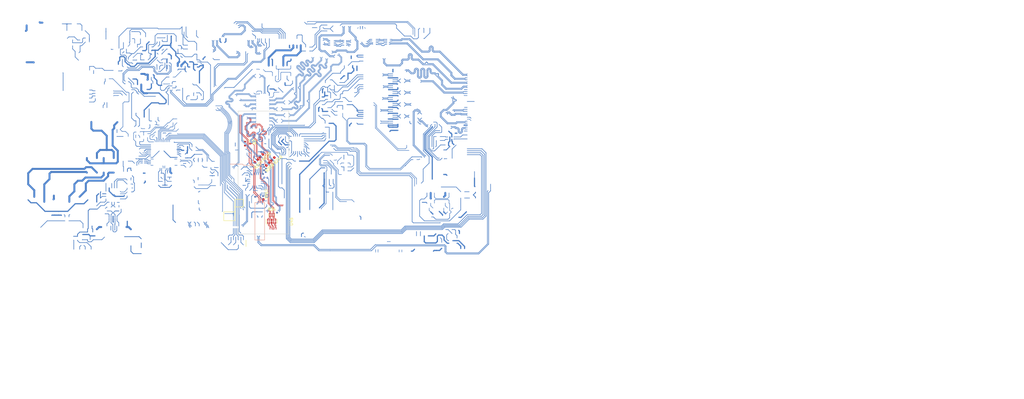
<source format=kicad_pcb>
(kicad_pcb (version 20221018) (generator pcbnew)
  (title_block (title "Jetson Orin Baseboard") (date "2023-03-03") (rev "1.1.1") (comment 1 "www.antmicro.com") (comment 2 "Antmicro Ltd"))
  (layers (0 "F.Cu" signal) (1 "In1.Cu" signal) (2 "In2.Cu" signal) (3 "In3.Cu" signal) (4 "In4.Cu" jumper) (5 "In5.Cu" signal) (6 "In6.Cu" signal) (31 "B.Cu" signal) (34 "B.Paste" user) (35 "F.Paste" user) (36 "B.SilkS" user "B.Silkscreen") (37 "F.SilkS" user "F.Silkscreen") (38 "B.Mask" user) (39 "F.Mask" user) (44 "Edge.Cuts" user))
  (net 0 "")
  (net 1 "GND")
  (net 2 "CSI1_D0_N")
  (net 3 "CSI0_D0_N")
  (net 4 "CSI1_D0_P")
  (net 5 "CSI0_D0_P")
  (net 6 "CSI1_CLK_N")
  (net 7 "CSI0_CLK_N")
  (net 8 "CSI1_CLK_P")
  (net 9 "CSI0_CLK_P")
  (net 10 "CSI1_D1_N")
  (net 11 "CSI0_D1_N")
  (net 12 "CSI1_D1_P")
  (net 13 "CSI0_D1_P")
  (net 14 "CSI3_D0_N")
  (net 15 "CSI2_D0_N")
  (net 16 "CSI3_D0_P")
  (net 17 "CSI2_D0_P")
  (net 18 "CSI3_CLK_N")
  (net 19 "CSI2_CLK_N")
  (net 20 "CSI3_CLK_P")
  (net 21 "CSI2_CLK_P")
  (net 22 "CSI3_D1_N")
  (net 23 "CSI2_D1_N")
  (net 24 "CSI3_D1_P")
  (net 25 "CSI2_D1_P")
  (net 26 "DP1_TXD0_N")
  (net 27 "DP1_TXD1_P")
  (net 28 "DP1_TXD3_N")
  (net 29 "DP1_TXD3_P")
  (net 30 "SPIO_MOSI")
  (net 31 "SPIO_SCK")
  (net 32 "SPIO_MISO")
  (net 33 "~{SPI0_CS0}")
  (net 34 "~{SPI0_CS1}")
  (net 35 "DP1_AUX_N")
  (net 36 "DP1_AUX_P")
  (net 37 "SPI1_MOSI")
  (net 38 "SPI1_SCK")
  (net 39 "SPI1_MISO")
  (net 40 "USB0_D_N")
  (net 41 "~{SPI1_CS0}")
  (net 42 "~{SPI1_CS1}")
  (net 43 "GPIO01")
  (net 44 "USER_LED1")
  (net 45 "USER_BTN0")
  (net 46 "USER_BTN1")
  (net 47 "PCIE0_RX0_N")
  (net 48 "PCIE0_RX0_P")
  (net 49 "PCIE0_RX1_N")
  (net 50 "PCIE0_RX1_P")
  (net 51 "PCIE0_RX2_N")
  (net 52 "PCIE0_RX2_P")
  (net 53 "PCIE0_RX3_N")
  (net 54 "PCIE0_RX3_P")
  (net 55 "PCIE0_CLK_N")
  (net 56 "USBSS0_RX_N")
  (net 57 "PCIE0_CLK_P")
  (net 58 "USBSS0_RX_P")
  (net 59 "USBSS0_TX_N")
  (net 60 "PCIE1_RX0_N")
  (net 61 "PCIE1_RX0_P")
  (net 62 "PCIE1_CLK_N")
  (net 63 "PCIE1_CLK_P")
  (net 64 "PCIE1_CLKREQ*")
  (net 65 "PCIE1_RST*")
  (net 66 "GBE_MDI0_N")
  (net 67 "GBE_MDI0_P")
  (net 68 "GBE_MDI1_N")
  (net 69 "GBE_MDI1_P")
  (net 70 "I2S0_SDOUT")
  (net 71 "I2S0_SDIN")
  (net 72 "GBE_MDI2_N")
  (net 73 "I2S0_LRCK")
  (net 74 "GBE_MDI2_P")
  (net 75 "I2S0_SCLK")
  (net 76 "GBE_MDI3_N")
  (net 77 "GBE_MDI3_P")
  (net 78 "GPIO09")
  (net 79 "SDA_CAM")
  (net 80 "/SoM/~{FORCE_RECOVERY}")
  (net 81 "SCL_CAM")
  (net 82 "GPIO11")
  (net 83 "GPIO12")
  (net 84 "GPIO13")
  (net 85 "/SoM/PMIC_BBAT")
  (net 86 "~{RESET}")
  (net 87 "+3V3")
  (net 88 "/M.2/C_PCIE0_TX0_P")
  (net 89 "/M.2/C_PCIE0_TX0_N")
  (net 90 "/M.2/C_PCIE0_TX1_P")
  (net 91 "/M.2/C_PCIE0_TX1_N")
  (net 92 "/M.2/C_PCIE0_TX2_P")
  (net 93 "/M.2/C_PCIE0_TX2_N")
  (net 94 "/M.2/C_PCIE0_TX3_P")
  (net 95 "/M.2/C_PCIE0_TX3_N")
  (net 96 "EEPROM_PWR")
  (net 97 "+5V")
  (net 98 "CAN_RX")
  (net 99 "CAN_TX")
  (net 100 "GPIO07")
  (net 101 "PCIE2_RST*")
  (net 102 "PCIE2_CLKREQ*")
  (net 103 "/Ethernet/VDD")
  (net 104 "GNDD")
  (net 105 "USBSS1_RX_N")
  (net 106 "/CSI/CSIA_3V3")
  (net 107 "/CSI/CSIA_5V")
  (net 108 "/CSI/CSIB_3V3")
  (net 109 "/CSI/CSIB_5V")
  (net 110 "+1V8")
  (net 111 "PCIE2_RX0_N")
  (net 112 "USBSS1_RX_P")
  (net 113 "VCC")
  (net 114 "USB_FLASH_ID")
  (net 115 "Net-(C150-Pad1)")
  (net 116 "3V3_STDB")
  (net 117 "UART0_RTS")
  (net 118 "UART0_CTS")
  (net 119 "Net-(A1-Pad114)")
  (net 120 "PCIE3_RST*")
  (net 121 "Net-(A1-Pad120)")
  (net 122 "Net-(A1-Pad124)")
  (net 123 "/Ethernet/PAIR_12")
  (net 124 "/Ethernet/PAIR_36")
  (net 125 "/Ethernet/PAIR_78")
  (net 126 "/Ethernet/PAIR_910")
  (net 127 "/USB Debug, DP/USBC0_RX2_N")
  (net 128 "Net-(C31-Pad1)")
  (net 129 "Net-(C77-Pad1)")
  (net 130 "Net-(C93-Pad2)")
  (net 131 "/Ethernet/POE_ACTIVE")
  (net 132 "PCIE3_CLKREQ*")
  (net 133 "I2C2_SCL")
  (net 134 "I2C2_SDA")
  (net 135 "PCIE2_RX0_P")
  (net 136 "USBSS1_TX_N")
  (net 137 "/USB Debug, DP/PDC_LDO_1V8")
  (net 138 "/USB Debug, DP/PDC_LDO_3V3")
  (net 139 "Net-(C116-Pad2)")
  (net 140 "Net-(C117-Pad2)")
  (net 141 "/Supply/3V3_LDO")
  (net 142 "/Supply/1V8_LDO")
  (net 143 "Net-(D2-Pad1)")
  (net 144 "Net-(D3-Pad1)")
  (net 145 "Net-(D4-Pad1)")
  (net 146 "Net-(D5-Pad1)")
  (net 147 "Net-(D8-Pad1)")
  (net 148 "Net-(D12-Pad1)")
  (net 149 "Net-(D12-Pad2)")
  (net 150 "/USB Debug, DP/USBC0_RX2_P")
  (net 151 "/USB Debug, DP/USBC0_RX1_N")
  (net 152 "Net-(D18-Pad1)")
  (net 153 "/USB Debug, DP/USBC0_RX1_P")
  (net 154 "Net-(D20-Pad1)")
  (net 155 "PCIE2_TX0_N")
  (net 156 "USBSS1_TX_P")
  (net 157 "PCIE2_TX0_P")
  (net 158 "USBSS2_RX_N")
  (net 159 "Net-(D24-Pad1)")
  (net 160 "Net-(D25-Pad1)")
  (net 161 "PCIE2_CLK_N")
  (net 162 "USBSS2_RX_P")
  (net 163 "PCIE2_CLK_P")
  (net 164 "USBSS2_TX_N")
  (net 165 "/SoM/DEBUG_TXD_1V8")
  (net 166 "Net-(IC1-Pad2)")
  (net 167 "Net-(IC1-Pad3)")
  (net 168 "/M.2/~{LED1}")
  (net 169 "PCIE2_RX1_N")
  (net 170 "USBSS2_TX_P")
  (net 171 "PCIE2_RX1_P")
  (net 172 "/USB Debug, DP/FTDI_3V3")
  (net 173 "Net-(TP13-Pad1)")
  (net 174 "/USB Debug, DP/USBC3_VBUS")
  (net 175 "/USB Debug, DP/USBC0_CONN_TX2_N")
  (net 176 "/CSI/CSI1_0_D1_N")
  (net 177 "/CSI/CSI1_0_D1_P")
  (net 178 "/CSI/CSI1_0_D0_N")
  (net 179 "/CSI/CSI1_0_D0_P")
  (net 180 "/CSI/CSI3_0_D1_N")
  (net 181 "/CSI/CSI3_0_D1_P")
  (net 182 "/CSI/CSI3_0_D0_N")
  (net 183 "/CSI/CSI3_0_D0_P")
  (net 184 "VSYNC_CAM0")
  (net 185 "VSYNC_CAM1")
  (net 186 "/CSI/CSI1_1_D0_N")
  (net 187 "/CSI/CSI1_1_D0_P")
  (net 188 "/CSI/CSI1_1_D1_N")
  (net 189 "/CSI/CSI1_1_D1_P")
  (net 190 "/CSI/CSI3_1_D1_N")
  (net 191 "/CSI/CSI3_1_D1_P")
  (net 192 "/CSI/CSI3_1_D0_N")
  (net 193 "/CSI/CSI3_1_D0_P")
  (net 194 "VSYNC_CAM2")
  (net 195 "VSYNC_CAM3")
  (net 196 "/M.2/M2_M_SMB_CLK")
  (net 197 "/M.2/M2_M_SMB_DATA")
  (net 198 "/M.2/~{M2_M_ALERT}")
  (net 199 "/M.2/~{M2_M_PERST}")
  (net 200 "/M.2/~{M2_M_CLKREQ0}")
  (net 201 "/M.2/~{M2_M_PEWAKE0}")
  (net 202 "/M.2/M2_M_SUSCLK")
  (net 203 "SYS_SDA")
  (net 204 "SYS_SCL")
  (net 205 "~{PDC_CS}")
  (net 206 "PDC_SCLK")
  (net 207 "PDC_MISO")
  (net 208 "PDC_MOSI")
  (net 209 "/USB Debug, DP/USBC0_CONN_TX2_P")
  (net 210 "/USB Debug, DP/USBC0_VBUS")
  (net 211 "/USB3/USBC1_VBUS")
  (net 212 "/USB Debug, DP/FTDI_LED_TX")
  (net 213 "/USB Debug, DP/FTDI_LED_RX")
  (net 214 "/USB Debug, DP/USBC3_CC1")
  (net 215 "DP1_TXD0_HDMI_TX2_N")
  (net 216 "/USB Debug, DP/USBC3_D_N")
  (net 217 "/USB Debug, DP/USBC3_CC2")
  (net 218 "/USB Debug, DP/USBC0_CC1")
  (net 219 "/USB Debug, DP/USBC0_CC2")
  (net 220 "PWR_SOFT")
  (net 221 "~{GPIO_INT}")
  (net 222 "/USB3/USBC1_CC1")
  (net 223 "/USB3/USBC1_CC2")
  (net 224 "/USB3/USBC1_ID")
  (net 225 "/USB Debug, DP/PDC_RESET")
  (net 226 "/USB Debug, DP/PDC_ADCIN1")
  (net 227 "/USB Debug, DP/PDC_ADCIN2")
  (net 228 "/USB Debug, DP/USBC0_FLIP")
  (net 229 "/USB Debug, DP/PDC_CTL1")
  (net 230 "/USB Debug, DP/USBC0_CTL0")
  (net 231 "/USB Debug, DP/PDC_FLIP")
  (net 232 "/USB Debug, DP/USBC0_CTL1")
  (net 233 "/USB Debug, DP/PDC_CTL0")
  (net 234 "/USB Debug, DP/PDC_I2C3_SDA")
  (net 235 "/USB Debug, DP/PDC_GPIO14")
  (net 236 "/USB Debug, DP/PDC_GPIO15")
  (net 237 "/USB Debug, DP/PDC_I2C1_SCL")
  (net 238 "/USB Debug, DP/PDC_I2C1_SDA")
  (net 239 "/USB Debug, DP/USBC0_I2C_EN")
  (net 240 "/USB Debug, DP/USBC0_SSEQ0")
  (net 241 "/USB Debug, DP/USBC0_SSEQ1")
  (net 242 "/USB Debug, DP/USBC0_DPEQ0")
  (net 243 "/USB Debug, DP/USBC0_DPEQ1")
  (net 244 "/USB Debug, DP/USBC0_EQ1")
  (net 245 "CSIA_FLG")
  (net 246 "/USB Debug, DP/USB_FTDI_N")
  (net 247 "/USB Debug, DP/USB_FTDI_P")
  (net 248 "/USB3/USBC1_ADDR")
  (net 249 "/USB3/~{USBC1_INT}")
  (net 250 "/CSI/SDA_CAM0")
  (net 251 "/CSI/CSIA_I2C_VCC")
  (net 252 "CSIA_PEN")
  (net 253 "/CSI/SCL_CAM0")
  (net 254 "/CSI/I2C_MUX_RESET")
  (net 255 "/CSI/I2C_MUX_A0")
  (net 256 "/SoM/DEBUG_RXD_1V8")
  (net 257 "/Supply/VCC_IN")
  (net 258 "/CSI/SDA_CAM1")
  (net 259 "/CSI/SCL_CAM1")
  (net 260 "/CSI/SDA_CAM2")
  (net 261 "Net-(C123-Pad2)")
  (net 262 "/CSI/SCL_CAM2")
  (net 263 "/CSI/CSIA_5V_ISET")
  (net 264 "/CSI/CSIA_3V3_ISET")
  (net 265 "/CSI/SDA_CAM3")
  (net 266 "/CSI/SCL_CAM3")
  (net 267 "CSIB_PEN")
  (net 268 "Net-(C124-Pad2)")
  (net 269 "/CSI/CSIB_5V_ISET")
  (net 270 "/CSI/CSIB_3V3_ISET")
  (net 271 "/Peripherals/GPIOEX_I2C_SDA")
  (net 272 "/Peripherals/GPIOEX_I2C_SCL")
  (net 273 "/Peripherals/GPIOEX_RESET")
  (net 274 "/Peripherals/GPIOEX_ADDR")
  (net 275 "/Peripherals/GPIOEX_P0_0")
  (net 276 "/Peripherals/GPIOEX_P0_1")
  (net 277 "/Peripherals/GPIOEX_P0_2")
  (net 278 "/Peripherals/GPIOEX_P0_3")
  (net 279 "PCIE2_TX1_N")
  (net 280 "/CSI/VSYNC_CAM0_3V3")
  (net 281 "/USB3/USBC1_I2C_SDA")
  (net 282 "/USB3/USBC1_ISC_SCL")
  (net 283 "/USB3/USBC1_VBUS_DET")
  (net 284 "DP1_TXD0_HDMI_TX2_P")
  (net 285 "PCIE2_TX1_P")
  (net 286 "/CSI/VSYNC_CAM1_3V3")
  (net 287 "DP1_TXD1_HDMI_TX1_N")
  (net 288 "/USB3/USBC1_FAULT_N")
  (net 289 "CSIB_FLG")
  (net 290 "/USB Debug, DP/PDC_I2C2_IRQn")
  (net 291 "/USB Debug, DP/PDC_I2C2_SCL")
  (net 292 "/USB Debug, DP/PDC_I2C2_SDA")
  (net 293 "/USB Debug, DP/FTDI_CBUS0")
  (net 294 "/USB Debug, DP/FTDI_CBUS3")
  (net 295 "/CSI/VSYNC_CAM3_3V3")
  (net 296 "/USB Debug, DP/DRAIN2")
  (net 297 "/USB Debug, DP/DRAIN1")
  (net 298 "/CSI/VSYNC_CAM2_3V3")
  (net 299 "DP1_TXD1_HDMI_TX1_P")
  (net 300 "DP1_TXD2_HDMI_TX0_N")
  (net 301 "DP1_TXD2_HDMI_TX0_P")
  (net 302 "DP1_TXD3_HDMI_TXC_N")
  (net 303 "DP1_TXD3_HDMI_TXC_P")
  (net 304 "Net-(D37-Pad1)")
  (net 305 "PCIE_WAKE_SEL_EXT")
  (net 306 "DP1_HDMI_AUX_P")
  (net 307 "Net-(BAT1-Pad+)")
  (net 308 "DP1_HDMI_AUX_N")
  (net 309 "USB0_D_P")
  (net 310 "USB1_D_N")
  (net 311 "Net-(Q14-Pad6)")
  (net 312 "USB1_D_P")
  (net 313 "USB2_D_N")
  (net 314 "USB2_D_P")
  (net 315 "USER_LED0")
  (net 316 "PCIE0_TX0_N")
  (net 317 "PCIE0_TX0_P")
  (net 318 "PCIE0_TX1_N")
  (net 319 "PCIE0_TX1_P")
  (net 320 "PCIE0_TX2_N")
  (net 321 "PCIE0_TX2_P")
  (net 322 "PCIE0_TX3_N")
  (net 323 "PCIE0_TX3_P")
  (net 324 "USBSS0_TX_P")
  (net 325 "PCIE1_TX0_N")
  (net 326 "PCIE1_TX0_P")
  (net 327 "/SoM/~{MOD_SLEEP}")
  (net 328 "PCIE_WAKE*")
  (net 329 "PCIE0_CLKREQ*")
  (net 330 "PCIE0_RST*")
  (net 331 "/M.2/32.7KHZ_OUT")
  (net 332 "GBE_LED_LINK")
  (net 333 "Net-(R56-Pad2)")
  (net 334 "GBE_LED_ACT")
  (net 335 "UART1_TXD")
  (net 336 "UART1_RXD")
  (net 337 "Net-(R57-Pad2)")
  (net 338 "FAN_TACH")
  (net 339 "Net-(R58-Pad2)")
  (net 340 "Net-(R59-Pad2)")
  (net 341 "I2S1_SDOUT")
  (net 342 "I2S1_SDIN")
  (net 343 "I2S1_LRCK")
  (net 344 "I2S1_SCLK")
  (net 345 "PCIE3_CLK_N")
  (net 346 "PCIE3_CLK_P")
  (net 347 "FAN_PWM")
  (net 348 "~{SHUTDOWN_REQ}")
  (net 349 "DEBUG_TXD")
  (net 350 "POWER_EN")
  (net 351 "DEBUG_RXD")
  (net 352 "/SoM/SLEEP{slash}~{WAKE}")
  (net 353 "USBPD1_HV")
  (net 354 "USBPD2_HV")
  (net 355 "/HDMI/HDMI_D2_N")
  (net 356 "/HDMI/HDMI_D1_N")
  (net 357 "/HDMI/HDMI_D0_N")
  (net 358 "/HDMI/HDMI_CLK_N")
  (net 359 "DP1_TXD1_N")
  (net 360 "DP1_TXD2_N")
  (net 361 "/HDMI/HDMI_D2_P")
  (net 362 "/HDMI/HDMI_D1_P")
  (net 363 "/HDMI/HDMI_D0_P")
  (net 364 "/HDMI/HDMI_CLK_P")
  (net 365 "DP1_TXD0_P")
  (net 366 "DP1_TXD2_P")
  (net 367 "/HDMI/5V_HDMI")
  (net 368 "/Ethernet/VSS")
  (net 369 "POE_OUTPUT")
  (net 370 "/USB Debug, DP/HPDIN")
  (net 371 "USBC0_FLG")
  (net 372 "USBC1_FLG")
  (net 373 "Net-(R159-Pad2)")
  (net 374 "Net-(R157-Pad2)")
  (net 375 "/CSI/I2C_MUX_SDA")
  (net 376 "/CSI/I2C_MUX_SCL")
  (net 377 "DISABLE_POE_DCDC")
  (net 378 "UART0_RXD")
  (net 379 "UART0_TXD")
  (net 380 "/HDMI/HDMI_SCL_5V")
  (net 381 "/HDMI/HDMI_CLK_CONN_N")
  (net 382 "/HDMI/HDMI_CLK_CONN_P")
  (net 383 "/HDMI/HDMI_D0_CONN_N")
  (net 384 "/HDMI/HDMI_D0_CONN_P")
  (net 385 "/HDMI/HDMI_HPD_5V")
  (net 386 "Net-(R256-Pad1)")
  (net 387 "Net-(R258-Pad2)")
  (net 388 "Net-(R260-Pad1)")
  (net 389 "Net-(R268-Pad2)")
  (net 390 "/CSI/MUX_I2C_4_SDA")
  (net 391 "/CSI/MUX_I2C_4_SCL")
  (net 392 "/CSI/MUX_I2C_5_SDA")
  (net 393 "/CSI/MUX_I2C_5_SCL")
  (net 394 "/CSI/MUX_I2C_6_SDA")
  (net 395 "/CSI/MUX_I2C_6_SCL")
  (net 396 "/CSI/MUX_I2C_7_SDA")
  (net 397 "/CSI/MUX_I2C_7_SCL")
  (net 398 "/Peripherals/GPIOEX_P0_7")
  (net 399 "/Peripherals/GPIOEX_P0_6")
  (net 400 "/USB Debug, DP/USBC3_5V_PEN")
  (net 401 "/USB Debug, DP/USBC0_5V_PEN")
  (net 402 "/HDMI/HDMI_SCL_3V3")
  (net 403 "/HDMI/DP_MUX_D0-")
  (net 404 "/M.2/PCIE_WAKE_SEL0")
  (net 405 "USBC1_PEN")
  (net 406 "/Ethernet/AMPS_CTL")
  (net 407 "/Ethernet/REF")
  (net 408 "/Ethernet/MPS_DUTY")
  (net 409 "/Ethernet/CLSA")
  (net 410 "/Ethernet/CLSB")
  (net 411 "/Ethernet/DEN")
  (net 412 "/Ethernet/PG")
  (net 413 "/Ethernet/TPH")
  (net 414 "/Ethernet/TPL")
  (net 415 "/Ethernet/~{BT}")
  (net 416 "Net-(Q3-Pad3)")
  (net 417 "Net-(R174-Pad1)")
  (net 418 "/Peripherals/GPIOEX_P0_5")
  (net 419 "/Peripherals/GPIOEX_P0_4")
  (net 420 "/USB Debug, DP/USBC3_D_P")
  (net 421 "/USB Debug, DP/USBC0_SBU_P")
  (net 422 "/USB Debug, DP/USBC0_SBU_N")
  (net 423 "/Peripherals/USB_CONN_N")
  (net 424 "/Peripherals/USB_CONN_P")
  (net 425 "Net-(J7-Pad39)")
  (net 426 "Net-(J7-Pad40)")
  (net 427 "Net-(J7-Pad41)")
  (net 428 "Net-(J7-Pad42)")
  (net 429 "Net-(J8-Pad39)")
  (net 430 "Net-(J8-Pad40)")
  (net 431 "Net-(J8-Pad41)")
  (net 432 "Net-(J8-Pad42)")
  (net 433 "/M.2/3V3_M2")
  (net 434 "/USB Debug, DP/PDC_I2C3_SCL")
  (net 435 "5V_SoM")
  (net 436 "Net-(Q5-Pad3)")
  (net 437 "Net-(Q11-Pad1)")
  (net 438 "Net-(Q11-Pad3)")
  (net 439 "/M.2/~{LED2}")
  (net 440 "Net-(D1-Pad2)")
  (net 441 "Net-(R190-Pad2)")
  (net 442 "/Peripherals/I2C_CONN_PEN")
  (net 443 "I2C1_SCL")
  (net 444 "I2C1_SDA")
  (net 445 "Net-(D54-Pad1)")
  (net 446 "/Peripherals/I2C_CONN_3V3")
  (net 447 "/HDMI/DP_MUX_D1-")
  (net 448 "/HDMI/DP_MUX_D2-")
  (net 449 "/HDMI/DP_MUX_D0+")
  (net 450 "/HDMI/DP_MUX_D1+")
  (net 451 "/HDMI/DP_MUX_D2+")
  (net 452 "/HDMI/DP_MUX_AUX_B-")
  (net 453 "/HDMI/DP_MUX_AUX_B+")
  (net 454 "/USB Debug, DP/PDC_HPD2")
  (net 455 "Net-(J9-Pad3)")
  (net 456 "Net-(J9-Pad4)")
  (net 457 "Net-(J9-Pad7)")
  (net 458 "Net-(J9-Pad8)")
  (net 459 "Net-(J9-Pad9)")
  (net 460 "Net-(J9-Pad10)")
  (net 461 "Net-(Q1-Pad3)")
  (net 462 "USBC_HPD")
  (net 463 "/HDMI/DP_MUX_EN")
  (net 464 "/HDMI/DP_MUX_AUX_A+")
  (net 465 "/HDMI/DP_MUX_AUX_A-")
  (net 466 "/HDMI/DP_MUX_D3-")
  (net 467 "/HDMI/DP_MUX_D3+")
  (net 468 "/HDMI/HDMI_SDA_3V3")
  (net 469 "/HDMI/HDMI_HPD")
  (net 470 "Net-(R211-Pad1)")
  (net 471 "Net-(R173-Pad2)")
  (net 472 "Net-(R239-Pad1)")
  (net 473 "Net-(R240-Pad1)")
  (net 474 "/USB Debug, DP/~{PDC_I2C3_IRQ}")
  (net 475 "Net-(A1-Pad210)")
  (net 476 "Net-(Q19-Pad1)")
  (net 477 "/USB Debug, DP/PDC_I2C1_IRQn")
  (net 478 "GPIO010")
  (net 479 "Net-(C78-Pad1)")
  (net 480 "Net-(J6-Pad16)")
  (net 481 "Net-(Q14-Pad2)")
  (net 482 "Net-(J6-Pad18)")
  (footprint "antmicro-footprints:Simulation_Port" (layer "F.Cu") (at 87.45 93.575 -90)
    (fp_text reference "SP8")
    (fp_text value "Simulation_Port" hide)
  )
  (footprint "antmicro-footprints:Simulation_Port" (layer "F.Cu") (at 94.35 121.95)
    (fp_text reference "SP2")
    (fp_text value "Simulation_Port" hide)
  )
  (footprint "jetson-orin-baseboard-footprints:SOT-523" (layer "F.Cu") (at 87.5 100.2 -90)
    (fp_text reference "Q2")
    (fp_text value "PJE138K")
  )
  (footprint "jetson-orin-baseboard-footprints:USON-10_2.5x1mm_P0.5mm" (layer "F.Cu") (at 93.625 119.9 90)
    (fp_text reference "U45")
    (fp_text value "TPD4E05U06QDQARQ1")
  )
  (footprint "jetson-orin-baseboard-footprints:R_0402_1005Metric" (layer "F.Cu") (at 92.59 105.41 45)
    (fp_text reference "R209")
    (fp_text value "R_499R_0402")
  )
  (footprint "antmicro-footprints:Simulation_Port" (layer "F.Cu") (at 96.575 116 90)
    (fp_text reference "SP11")
    (fp_text value "Simulation_Port" hide)
  )
  (footprint "antmicro-footprints:Simulation_Port" (layer "F.Cu") (at 85.875 92.875 180)
    (fp_text reference "SP14")
    (fp_text value "Simulation_Port" hide)
  )
  (footprint "antmicro-footprints:Simulation_Port" (layer "F.Cu") (at 92.5 117.075 -90)
    (fp_text reference "SP6")
    (fp_text value "Simulation_Port" hide)
  )
  (footprint "jetson-orin-baseboard-footprints:R_0402_1005Metric" (layer "F.Cu") (at 91.02 103.28 -135)
    (fp_text reference "R220")
    (fp_text value "R_499R_0402")
  )
  (footprint "antmicro-footprints:Simulation_Port" (layer "F.Cu") (at 88.325 96.225)
    (fp_text reference "SP10")
    (fp_text value "Simulation_Port" hide)
  )
  (footprint "antmicro-footprints:Simulation_Port" (layer "F.Cu") (at 87.45 93.825 -90)
    (fp_text reference "SP7")
    (fp_text value "Simulation_Port" hide)
  )
  (footprint "jetson-orin-baseboard-footprints:TP_SMD_0.75mm" (layer "F.Cu") (at 91.4508 114.4 90)
    (fp_text reference "TP57")
    (fp_text value "TP_0.75mm_SMD")
  )
  (footprint "antmicro-footprints:Simulation_Port" (layer "F.Cu") (at 93.55 121.95)
    (fp_text reference "SP3")
    (fp_text value "Simulation_Port" hide)
  )
  (footprint "antmicro-footprints:Simulation_Port" (layer "F.Cu") (at 94.75 121.95)
    (fp_text reference "SP1")
    (fp_text value "Simulation_Port" hide)
  )
  (footprint "antmicro-footprints:Simulation_Port" (layer "F.Cu") (at 96.575 115.75 90)
    (fp_text reference "SP12")
    (fp_text value "Simulation_Port" hide)
  )
  (footprint "antmicro-footprints:Simulation_Port" (layer "F.Cu") (at 92.525 117.325 -90)
    (fp_text reference "SP5")
    (fp_text value "Simulation_Port" hide)
  )
  (footprint "antmicro-footprints:Simulation_Port" (layer "F.Cu") (at 93.15 121.95)
    (fp_text reference "SP4")
    (fp_text value "Simulation_Port" hide)
  )
  (footprint "antmicro-footprints:Simulation_Port" (layer "F.Cu") (at 88.575 96.225)
    (fp_text reference "SP9")
    (fp_text value "Simulation_Port" hide)
  )
  (footprint "antmicro-footprints:Simulation_Port" (layer "F.Cu") (at 85.55 92.8 180)
    (fp_text reference "SP13")
    (fp_text value "Simulation_Port" hide)
  )
  (footprint "jetson-orin-baseboard-footprints:R_0402_1005Metric" (layer "F.Cu") (at 89.7 104.6 45)
    (fp_text reference "R214")
    (fp_text value "R_499R_0402")
  )
  (footprint "jetson-orin-baseboard-footprints:R_0402_1005Metric" (layer "F.Cu") (at 93.92 104.08 -135)
    (fp_text reference "R210")
    (fp_text value "R_499R_0402")
  )
  (footprint "jetson-orin-baseboard-footprints:R_Array_4x0201_Panasonic_EXB18V" (layer "F.Cu") (at 93.625 118.3)
    (fp_text reference "R34")
    (fp_text value "R_4x0R_0201_array")
  )
  (gr_line (start 93.425 117.925) (end 93.425 118.625) (stroke (width 0.125)) (layer "F.Cu"))
  (gr_line (start 93.025 117.95) (end 93.025 118.65) (stroke (width 0.125)) (layer "F.Cu"))
  (gr_line (start 94.225 117.95) (end 94.225 118.65) (stroke (width 0.125)) (layer "F.Cu"))
  (gr_line (start 93.825 117.975) (end 93.825 118.675) (stroke (width 0.125)) (layer "F.Cu"))
  (gr_line (start 86.5 105.7) (end 89.15 105.7) (stroke (width 0.15)) (layer "B.SilkS"))
  (gr_rect (start 89.35 115.15) (end 91.8 124.65) (stroke (width 0.15)) (fill none) (layer "B.SilkS"))
  (gr_line (start 83.05 105.4) (end 86.2 105.4) (stroke (width 0.15)) (layer "B.SilkS"))
  (gr_line (start 89.15 105.75) (end 89.15 105.9) (stroke (width 0.15)) (layer "B.SilkS"))
  (gr_line (start 86.2 105.4) (end 86.5 105.7) (stroke (width 0.15)) (layer "B.SilkS"))
  (gr_line (start 84.3 117.5) (end 84.3 116.25) (stroke (width 0.15)) (layer "F.SilkS"))
  (gr_line (start 87.1 124.7) (end 87.1 126.3) (stroke (width 0.15)) (layer "F.SilkS"))
  (gr_rect (start 84.3 114.35) (end 86.4 116.25) (stroke (width 0.15)) (fill none) (layer "F.SilkS"))
  (gr_rect (start 81.45 117.5) (end 84.3 119.75) (stroke (width 0.15)) (fill none) (layer "F.SilkS"))
  (gr_rect (start 85.075 91.925) (end 97.975 123.1) (stroke (width 0.1)) (fill none) (layer "Edge.Cuts"))
  (segment (start 93.95 122) (end 93.95 121.15) (width 0.2) (layer "F.Cu") (net 1))
  (segment (start 92.05 102.65) (end 92.05 103.1) (width 0.125) (layer "F.Cu") (net 1))
  (segment (start 91.75 102.35) (end 92.05 102.65) (width 0.125) (layer "F.Cu") (net 1))
  (segment (start 91.9 103.25) (end 91.9 105.405894) (width 0.125) (layer "F.Cu") (net 1))
  (segment (start 91.9 105.405894) (end 92.247053 105.752947) (width 0.125) (layer "F.Cu") (net 1))
  (segment (start 92.05 103.1) (end 91.9 103.25) (width 0.125) (layer "F.Cu") (net 1))
  (segment (start 93.625 120.825) (end 93.625 120.285) (width 0.2) (layer "F.Cu") (net 1))
  (segment (start 93.625 119.515) (end 93.625 120.285) (width 0.2) (layer "F.Cu") (net 1))
  (segment (start 88.8 100.2) (end 88.15 100.2) (width 0.125) (layer "F.Cu") (net 1))
  (segment (start 88.95 103.7) (end 89.2 103.45) (width 0.125) (layer "F.Cu") (net 1))
  (segment (start 89.357053 104.942947) (end 89.357053 104.877053) (width 0.125) (layer "F.Cu") (net 1))
  (segment (start 93.95 121.15) (end 93.625 120.825) (width 0.2) (layer "F.Cu") (net 1))
  (segment (start 90.95 102.3) (end 90.94 102.31) (width 0.15) (layer "F.Cu") (net 1))
  (segment (start 89.2 100.6) (end 88.8 100.2) (width 0.125) (layer "F.Cu") (net 1))
  (segment (start 91.45 102.35) (end 91.75 102.35) (width 0.125) (layer "F.Cu") (net 1))
  (segment (start 89.2 103.45) (end 89.2 100.6) (width 0.125) (layer "F.Cu") (net 1))
  (segment (start 91.307053 102.937053) (end 91.362947 102.937053) (width 0.15) (layer "F.Cu") (net 1))
  (segment (start 90.94 102.31) (end 90.94 102.57) (width 0.15) (layer "F.Cu") (net 1))
  (segment (start 90.94 102.57) (end 91.307053 102.937053) (width 0.15) (layer "F.Cu") (net 1))
  (segment (start 89.357053 104.877053) (end 88.95 104.47) (width 0.125) (layer "F.Cu") (net 1))
  (segment (start 88.95 104.47) (end 88.95 103.7) (width 0.125) (layer "F.Cu") (net 1))
  (via (at 91.45 102.35) (size 0.45) (drill 0.1) (layers "F.Cu" "B.Cu") (net 1))
  (via (at 91.75 108.8) (size 0.45) (drill 0.1) (layers "F.Cu" "B.Cu") (net 1))
  (via (at 94.962501 117.706675) (size 0.45) (drill 0.1) (layers "F.Cu" "B.Cu") (net 1))
  (via (at 89.2 103.45) (size 0.45) (drill 0.1) (layers "F.Cu" "B.Cu") (net 1))
  (via (at 90.95 102.3) (size 0.45) (drill 0.1) (layers "F.Cu" "B.Cu") (net 1))
  (segment (start 65.1 94.5) (end 64.8 94.2) (width 0.15) (layer "B.Cu") (net 1))
  (segment (start 56.8 121.36) (end 57.345 121.36) (width 0.5) (layer "B.Cu") (net 1))
  (segment (start 123.15 93.95) (end 124.275 93.95) (width 0.3) (layer "B.Cu") (net 1))
  (segment (start 137.25 117.55) (end 137.7 118) (width 0.3) (layer "B.Cu") (net 1))
  (segment (start 60.35 72.1) (end 60.035 71.785) (width 0.15) (layer "B.Cu") (net 1))
  (segment (start 123.82 96.83) (end 123.55 97.1) (width 0.3) (layer "B.Cu") (net 1))
  (segment (start 63.49 84.95) (end 63.49 84.405) (width 0.15) (layer "B.Cu") (net 1))
  (segment (start 58.889833 71.774833) (end 58.9 71.785) (width 0.15) (layer "B.Cu") (net 1))
  (segment (start 108.2 110.285) (end 108.215 110.3) (width 0.15) (layer "B.Cu") (net 1))
  (segment (start 124.325 95.5) (end 125.4 95.5) (width 0.3) (layer "B.Cu") (net 1))
  (segment (start 67.95 103.7) (end 66.3 102.05) (width 0.2) (layer "B.Cu") (net 1))
  (segment (start 50.4 121.36) (end 49.855 121.36) (width 0.5) (layer "B.Cu") (net 1))
  (segment (start 69.4 86.785) (end 69.585 86.6) (width 0.155) (layer "B.Cu") (net 1))
  (segment (start 61.6 76.6) (end 61.9 76.3) (width 0.3) (layer "B.Cu") (net 1))
  (segment (start 106.49 86.4) (end 106.49 87.295) (width 0.3) (layer "B.Cu") (net 1))
  (segment (start 67.55 86.05) (end 67.28 86.32) (width 0.155) (layer "B.Cu") (net 1))
  (segment (start 31.5 71.4) (end 31.3 71.6) (width 0.5) (layer "B.Cu") (net 1))
  (segment (start 40.75 82.25) (end 40.75 86.75) (width 0.15) (layer "B.Cu") (net 1))
  (segment (start 98.64999 102.499676) (end 98.64999 102.14999) (width 0.15) (layer "B.Cu") (net 1))
  (segment (start 57.3 106.4) (end 57.035 106.665) (width 0.2) (layer "B.Cu") (net 1))
  (segment (start 57.9 106.885) (end 58.065 107.05) (width 0.2) (layer "B.Cu") (net 1))
  (segment (start 87.5655 108.2) (end 87.085 108.2) (width 0.155) (layer "B.Cu") (net 1))
  (segment (start 73.8 79.7) (end 73.55 79.45) (width 0.3) (layer "B.Cu") (net 1))
  (segment (start 48.085 121.115) (end 48.1 121.1) (width 0.2) (layer "B.Cu") (net 1))
  (segment (start 72.3 76.185) (end 71.3 76.185) (width 0.15) (layer "B.Cu") (net 1))
  (segment (start 134.7 123.6) (end 135.2 123.1) (width 0.3) (layer "B.Cu") (net 1))
  (segment (start 73.8 80.1) (end 73.8 81.225) (width 0.3) (layer "B.Cu") (net 1))
  (segment (start 58.1 86.5) (end 58.9 86.5) (width 0.155) (layer "B.Cu") (net 1))
  (segment (start 134.45 118.05) (end 134.435 118.05) (width 0.3) (layer "B.Cu") (net 1))
  (segment (start 142.4 88) (end 142.35 87.95) (width 0.125) (layer "B.Cu") (net 1))
  (segment (start 56.161232 76.863768) (end 55.825 77.2) (width 0.15) (layer "B.Cu") (net 1))
  (segment (start 59.85 87.6) (end 59.8 87.6) (width 0.155) (layer "B.Cu") (net 1))
  (segment (start 63.117 85) (end 63.117 86.033) (width 0.3) (layer "B.Cu") (net 1))
  (segment (start 89.505 72.975) (end 89.505 73.55) (width 0.15) (layer "B.Cu") (net 1))
  (segment (start 67.735 108.685) (end 68.2 108.685) (width 0.15) (layer "B.Cu") (net 1))
  (segment (start 35.5 69.5) (end 34.9 69.5) (width 0.5) (layer "B.Cu") (net 1))
  (segment (start 124.325 83.5) (end 125.5 83.5) (width 0.3) (layer "B.Cu") (net 1))
  (segment (start 141.0195 124.82) (end 140.58 124.82) (width 0.3) (layer "B.Cu") (net 1))
  (segment (start 49.855 121.36) (end 49.28 121.935) (width 0.5) (layer "B.Cu") (net 1))
  (segment (start 106.66 86.23) (end 106.49 86.4) (width 0.3) (layer "B.Cu") (net 1))
  (segment (start 60.9 76.6) (end 61.6 76.6) (width 0.3) (layer "B.Cu") (net 1))
  (segment (start 106.92 71.05) (end 106.6 70.73) (width 0.15) (layer "B.Cu") (net 1))
  (segment (start 123.16 95.45) (end 123.21 95.5) (width 0.3) (layer "B.Cu") (net 1))
  (segment (start 125.9 127.15) (end 125.9 127.7) (width 0.125) (layer "B.Cu") (net 1))
  (segment (start 134.775 127.3) (end 134.6 127.475) (width 0.3) (layer "B.Cu") (net 1))
  (segment (start 73.8 80.1) (end 73.8 79.7) (width 0.3) (layer "B.Cu") (net 1))
  (segment (start 52.425 111.45) (end 52.425 112.275) (width 0.3) (layer "B.Cu") (net 1))
  (segment (start 58.075167 71.774833) (end 58.889833 71.774833) (width 0.15) (layer "B.Cu") (net 1))
  (segment (start 128.85 95.15) (end 129 95.15) (width 0.15) (layer "B.Cu") (net 1))
  (segment (start 142.485 126.2855) (end 141.4995 125.3) (width 0.3) (layer "B.Cu") (net 1))
  (segment (start 70.5 75.3) (end 70.8 75.6) (width 0.15) (layer "B.Cu") (net 1))
  (segment (start 67.2 108.685) (end 67.735 108.685) (width 0.15) (layer "B.Cu") (net 1))
  (segment (start 71.685 81.735) (end 71.95 82) (width 0.2) (layer "B.Cu") (net 1))
  (segment (start 66.6 111.3) (end 67.7 111.3) (width 0.2) (layer "B.Cu") (net 1))
  (segment (start 66.14 97.5) (end 66.075 97.565) (width 0.15) (layer "B.Cu") (net 1))
  (segment (start 91.68 75.17) (end 91.005 74.495) (width 0.15) (layer "B.Cu") (net 1))
  (segment (start 48.085 121.7) (end 48.085 121.115) (width 0.2) (layer "B.Cu") (net 1))
  (segment (start 142.42 97) (end 142.41 97.01) (width 0.15) (layer "B.Cu") (net 1))
  (segment (start 53.4 120.05) (end 53.45 120.1) (width 0.3) (layer "B.Cu") (net 1))
  (segment (start 58.9 86.5) (end 59.45 87.05) (width 0.155) (layer "B.Cu") (net 1))
  (segment (start 57.9 106.4) (end 57.3 106.4) (width 0.2) (layer "B.Cu") (net 1))
  (segment (start 139.285 122.97) (end 138.315 122) (width 0.15) (layer "B.Cu") (net 1))
  (segment (start 76.22 78.668147) (end 76.22 78.85) (width 0.3) (layer "B.Cu") (net 1))
  (segment (start 100 75.25) (end 100 75.95) (width 0.3) (layer "B.Cu") (net 1))
  (segment (start 54.9 116.315) (end 54.9 115.85) (width 0.15) (layer "B.Cu") (net 1))
  (segment (start 57.01 121.15) (end 56.8 121.36) (width 0.3) (layer "B.Cu") (net 1))
  (segment (start 145.25 114) (end 145.25 113.75) (width 0.2) (layer "B.Cu") (net 1))
  (segment (start 87.265894 101.63) (end 86.97 101.63) (width 0.13) (layer "B.Cu") (net 1))
  (segment (start 133.515 117.13) (end 133.935 117.55) (width 0.125) (layer "B.Cu") (net 1))
  (segment (start 91.45 102.35) (end 91.747053 102.647053) (width 0.15) (layer "B.Cu") (net 1))
  (segment (start 71.898 70.55) (end 71.898 72.898) (width 0.15) (layer "B.Cu") (net 1))
  (segment (start 75.235 121.1) (end 75.235 120.585) (width 0.15) (layer "B.Cu") (net 1))
  (segment (start 95.366134 99.547208) (end 95.587238 99.326104) (width 0.13) (layer "B.Cu") (net 1))
  (segment (start 129.325 127.475) (end 129 127.475) (width 0.3) (layer "B.Cu") (net 1))
  (segment (start 97.5 80.4) (end 97.5 79.55) (width 0.3) (layer "B.Cu") (net 1))
  (segment (start 97.115 85.418) (end 97.1255 85.4285) (width 0.125) (layer "B.Cu") (net 1))
  (segment (start 115.56 70.75) (end 115.35 70.96) (width 0.125) (layer "B.Cu") (net 1))
  (segment (start 63.085 83.415) (end 63.1 83.4) (width 0.15) (layer "B.Cu") (net 1))
  (segment (start 61.9 75) (end 62.55 74.35) (width 0.3) (layer "B.Cu") (net 1))
  (segment (start 91.68 75.27) (end 91.68 75.17) (width 0.15) (layer "B.Cu") (net 1))
  (segment (start 119.95 127.15) (end 119.9 127.1) (width 0.125) (layer "B.Cu") (net 1))
  (segment (start 145 107.2745) (end 145 108.95) (width 0.15) (layer "B.Cu") (net 1))
  (segment (start 123.15 83.5) (end 124.325 83.5) (width 0.3) (layer "B.Cu") (net 1))
  (segment (start 51.9 116.315) (end 51.785 116.315) (width 0.15) (layer "B.Cu") (net 1))
  (segment (start 87 110.785) (end 86.335 110.785) (width 0.155) (layer "B.Cu") (net 1))
  (segment (start 71.685 80.6) (end 71.685 81.085) (width 0.2) (layer "B.Cu") (net 1))
  (segment (start 59.8 87.6) (end 59.45 87.25) (width 0.155) (layer "B.Cu") (net 1))
  (segment (start 59.6 84.1) (end 59.294122 83.794122) (width 0.3) (layer "B.Cu") (net 1))
  (segment (start 125.46 92.5) (end 125.51 92.55) (width 0.3) (layer "B.Cu") (net 1))
  (segment (start 66.2 76.2) (end 65.9 76.5) (width 0.15) (layer "B.Cu") (net 1))
  (segment (start 47.6 123.6) (end 48.8 123.6) (width 0.3) (layer "B.Cu") (net 1))
  (segment (start 133.3 123.6) (end 134.7 123.6) (width 0.3) (layer "B.Cu") (net 1))
  (segment (start 86.335 110.785) (end 86.325 110.775) (width 0.155) (layer "B.Cu") (net 1))
  (segment (start 138 104.015) (end 137.36 104.015) (width 0.15) (layer "B.Cu") (net 1))
  (segment (start 97.5 79.55) (end 97.75 79.3) (width 0.3) (layer "B.Cu") (net 1))
  (segment (start 125.5 83.5) (end 125.56 83.56) (width 0.3) (layer "B.Cu") (net 1))
  (segment (start 95.366134 99.776134) (end 96.115 100.525) (width 0.3) (layer "B.Cu") (net 1))
  (segment (start 145 111) (end 145.1 111.1) (width 0.3) (layer "B.Cu") (net 1))
  (segment (start 70.8 75.8) (end 71.185 76.185) (width 0.15) (layer "B.Cu") (net 1))
  (segment (start 52.99 76.29) (end 52.9 76.2) (width 0.15) (layer "B.Cu") (net 1))
  (segment (start 145.25 113.75) (end 144.7 113.2) (width 0.2) (layer "B.Cu") (net 1))
  (segment (start 59.365 79) (end 59.415 78.95) (width 0.15) (layer "B.Cu") (net 1))
  (segment (start 137.7905 108.0255) (end 138 108.235) (width 0.3) (layer "B.Cu") (net 1))
  (segment (start 139.25 99.0975) (end 139.25 99.55) (width 0.3) (layer "B.Cu") (net 1))
  (segment (start 55.2 113.575) (end 54.025 113.575) (width 0.15) (layer "B.Cu") (net 1))
  (segment (start 101.4 122.9) (end 101.7 122.9) (width 0.2) (layer "B.Cu") (net 1))
  (segment (start 56.161232 76.828038) (end 56.161232 76.863768) (width 0.15) (layer "B.Cu") (net 1))
  (segment (start 67.735 108.685) (end 67.735 109.185) (width 0.15) (layer "B.Cu") (net 1))
  (segment (start 37.959 118.341) (end 37.9 118.4) (width 0.3) (layer "B.Cu") (net 1))
  (segment (start 135.3 127.3) (end 134.775 127.3) (width 0.3) (layer "B.Cu") (net 1))
  (segment (start 71.685 81.085) (end 71.685 81.265) (width 0.2) (layer "B.Cu") (net 1))
  (segment (start 132.3035 73.519) (end 132.1285 73.519) (width 0.15) (layer "B.Cu") (net 1))
  (segment (start 89.21 72.68) (end 89.505 72.975) (width 0.15) (layer "B.Cu") (net 1))
  (segment (start 113.65 107.1) (end 114.4 106.35) (width 0.15) (layer "B.Cu") (net 1))
  (segment (start 123.16 95.45) (end 123.16 95.82) (width 0.3) (layer "B.Cu") (net 1))
  (segment (start 91.75 108.8) (end 91.3 109.25) (width 0.15) (layer "B.Cu") (net 1))
  (segment (start 66.6 111.3) (end 65.465 111.3) (width 0.2) (layer "B.Cu") (net 1))
  (segment (start 75.3 87.3) (end 74.5 87.3) (width 0.15) (layer "B.Cu") (net 1))
  (segment (start 45.725 123.25) (end 47.25 123.25) (width 0.3) (layer "B.Cu") (net 1))
  (segment (start 38.4 114.25) (end 38.3 114.35) (width 0.5) (layer "B.Cu") (net 1))
  (segment (start 59.55 87.35) (end 59.45 87.25) (width 0.155) (layer "B.Cu") (net 1))
  (segment (start 93.8 78.9) (end 93.8 80.4) (width 0.3) (layer "B.Cu") (net 1))
  (segment (start 98.499833 102.649833) (end 98.64999 102.499676) (width 0.15) (layer "B.Cu") (net 1))
  (segment (start 91.3 109.25) (end 90.9 109.25) (width 0.15) (layer "B.Cu") (net 1))
  (segment (start 67.05 80.285) (end 67.05 81.205) (width 0.3) (layer "B.Cu") (net 1))
  (segment (start 70.7 76.25) (end 70.7 75.9) (width 0.15) (layer "B.Cu") (net 1))
  (segment (start 123.13 83.48) (end 123.15 83.5) (width 0.3) (layer "B.Cu") (net 1))
  (segment (start 90.1 118.95) (end 90.1 118.685) (width 0.155) (layer "B.Cu") (net 1))
  (segment (start 53.4 76.29) (end 52.99 76.29) (width 0.15) (layer "B.Cu") (net 1))
  (segment (start 123.15 92.6) (end 123.25 92.5) (width 0.3) (layer "B.Cu") (net 1))
  (segment (start 71.685 81.265) (end 71.65 81.3) (width 0.2) (layer "B.Cu") (net 1))
  (segment (start 142.485 126.8) (end 142.485 126.2855) (width 0.3) (layer "B.Cu") (net 1))
  (segment (start 94.464999 86.65) (end 94.149999 86.335) (width 0.3) (layer "B.Cu") (net 1))
  (segment (start 57.035 106.665) (end 57.035 107.26) (width 0.2) (layer "B.Cu") (net 1))
  (segment (start 75 115.285) (end 75.23 115.515) (width 0.15) (layer "B.Cu") (net 1))
  (segment (start 133.69 72.1325) (end 132.3035 73.519) (width 0.15) (layer "B.Cu") (net 1))
  (segment (start 101.15 123.15) (end 101.4 122.9) (width 0.2) (layer "B.Cu") (net 1))
  (segment (start 91.75 100.2) (end 92.105894 100.2) (width 0.15) (layer "B.Cu") (net 1))
  (segment (start 73.835 88.05) (end 73.835 87.365) (width 0.15) (layer "B.Cu") (net 1))
  (segment (start 125.57 86.33) (end 125.4 86.5) (width 0.3) (layer "B.Cu") (net 1))
  (segment (start 98.45 99.5) (end 98.64999 99.69999) (width 0.15) (layer "B.Cu") (net 1))
  (segment (start 75.735 87.735) (end 75.3 87.3) (width 0.15) (layer "B.Cu") (net 1))
  (segment (start 65.2 75.115) (end 64.815 75.5) (width 0.15) (layer "B.Cu") (net 1))
  (segment (start 143.15 88) (end 142.4 88) (width 0.125) (layer "B.Cu") (net 1))
  (segment (start 57.92 127.52) (end 57.92 126.115) (width 0.2) (layer "B.Cu") (net 1))
  (segment (start 33.25 79.55) (end 33.3 79.6) (width 0.5) (layer "B.Cu") (net 1))
  (segment (start 72.212 101.963) (end 72.28 101.895) (width 0.3) (layer "B.Cu") (net 1))
  (segment (start 65.55 108.77) (end 65.55 108.6725) (width 0.15) (layer "B.Cu") (net 1))
  (segment (start 135.3 127.3) (end 136.15 127.3) (width 0.3) (layer "B.Cu") (net 1))
  (segment (start 85.17 126.73) (end 85.17 125.885) (width 0.155) (layer "B.Cu") (net 1))
  (segment (start 125.63 88.1) (end 125.53 88) (width 0.3) (layer "B.Cu") (net 1))
  (segment (start 116.2 119.45) (end 116.2 118.83) (width 0.2) (layer "B.Cu") (net 1))
  (segment (start 60.035 71.785) (end 58.9 71.785) (width 0.15) (layer "B.Cu") (net 1))
  (segment (start 145.25 112.5) (end 145.25 112.65) (width 0.2) (layer "B.Cu") (net 1))
  (segment (start 124.325 86.5) (end 123.26 86.5) (width 0.3) (layer "B.Cu") (net 1))
  (segment (start 31.5 79.55) (end 33.25 79.55) (width 0.5) (layer "B.Cu") (net 1))
  (segment (start 108.681004 110.9) (end 108.5 110.9) (width 0.15) (layer "B.Cu") (net 1))
  (segment (start 108.2 109.25) (end 108.2 110.285) (width 0.15) (layer "B.Cu") (net 1))
  (segment (start 47.385 74.4) (end 47.385 73.985) (width 0.15) (layer "B.Cu") (net 1))
  (segment (start 95.366134 99.694998) (end 95.366134 99.547208) (width 0.13) (layer "B.Cu") (net 1))
  (segment (start 71.685 81.465) (end 71.665 81.465) (width 0.2) (layer "B.Cu") (net 1))
  (segment (start 47.385 73.985) (end 47.385 73.4) (width 0.15) (layer "B.Cu") (net 1))
  (segment (start 109.15 71.8) (end 108.4 71.05) (width 0.15) (layer "B.Cu") (net 1))
  (segment (start 76.415 106.2) (end 76 105.785) (width 0.15) (layer "B.Cu") (net 1))
  (segment (start 95.587238 99.326104) (end 95.587238 98.917762) (width 0.13) (layer "B.Cu") (net 1))
  (segment (start 52.425 112.275) (end 53.4 113.25) (width 0.3) (layer "B.Cu") (net 1))
  (segment (start 46.31 71.51) (end 47.385 72.585) (width 0.15) (layer "B.Cu") (net 1))
  (segment (start 124.325 94) (end 125.59 94) (width 0.3) (layer "B.Cu") (net 1))
  (segment (start 34.9 69.5) (end 34.8 69.4) (width 0.5) (layer "B.Cu") (net 1))
  (segment (start 124.275 93.95) (end 124.325 94) (width 0.3) (layer "B.Cu") (net 1))
  (segment (start 125.4 86.5) (end 124.325 86.5) (width 0.3) (layer "B.Cu") (net 1))
  (segment (start 58.449787 83.794122) (end 59.294122 83.794122) (width 0.3) (layer "B.Cu") (net 1))
  (segment (start 58.735 73.55) (end 58.9 73.715) (width 0.15) (layer "B.Cu") (net 1))
  (segment (start 113.35 95.72) (end 113.35 95.45) (width 0.3) (layer "B.Cu") (net 1))
  (segment (start 53.725 113.575) (end 53.825 113.575) (width 0.2) (layer "B.Cu") (net 1))
  (segment (start 112.885 107.1) (end 113.65 107.1) (width 0.15) (layer "B.Cu") (net 1))
  (segment (start 67.7 77.45) (end 68.165 77.915) (width 0.3) (layer "B.Cu") (net 1))
  (segment (start 62.95 103.7) (end 63.46 103.7) (width 0.15) (layer "B.Cu") (net 1))
  (segment (start 49.265 113.3955) (end 49.265 115) (width 0.3) (layer "B.Cu") (net 1))
  (segment (start 124.275 90.95) (end 124.325 91) (width 0.3) (layer "B.Cu") (net 1))
  (segment (start 51.6 73.715) (end 51.6 71.785) (width 0.15) (layer "B.Cu") (net 1))
  (segment (start 90.902947 102.252947) (end 90.147053 102.252947) (width 0.15) (layer "B.Cu") (net 1))
  (segment (start 125.5 85.07) (end 125.37 85.07) (width 0.3) (layer "B.Cu") (net 1))
  (segment (start 71.685 81.465) (end 71.685 81.735) (width 0.2) (layer "B.Cu") (net 1))
  (segment (start 98.64999 99.69999) (end 98.64999 102.14999) (width 0.15) (layer "B.Cu") (net 1))
  (segment (start 141.4995 125.3) (end 141.0195 124.82) (width 0.3) (layer "B.Cu") (net 1))
  (segment (start 66.51 73.35) (end 66.59 73.27) (width 0.15) (layer "B.Cu") (net 1))
  (segment (start 98 99.5) (end 98.45 99.5) (width 0.15) (layer "B.Cu") (net 1))
  (segment (start 67.375 77.45) (end 67.7 77.45) (width 0.3) (layer "B.Cu") (net 1))
  (segment (start 109.43 92.02) (end 108.85 91.44) (width 0.15) (layer "B.Cu") (net 1))
  (segment (start 102.78 100.53) (end 102.78 100.6) (width 0.15) (layer "B.Cu") (net 1))
  (segment (start 38.608 118.341) (end 37.959 118.341) (width 0.3) (layer "B.Cu") (net 1))
  (segment (start 67.4 90.35) (end 67.4 87.785) (width 0.15) (layer "B.Cu") (net 1))
  (segment (start 67.735 109.185) (end 67.75 109.2) (width 0.15) (layer "B.Cu") (net 1))
  (segment (start 98.885 84.25) (end 98.885 84.915) (width 0.155) (layer "B.Cu") (net 1))
  (segment (start 63.49 84.405) (end 63.085 84) (width 0.15) (layer "B.Cu") (net 1))
  (segment (start 58.15 111.45) (end 58.4 111.45) (width 0.15) (layer "B.Cu") (net 1))
  (segment (start 59.45 87.05) (end 59.45 87.25) (width 0.155) (layer "B.Cu") (net 1))
  (segment (start 93.15 86.335) (end 94.149999 86.335) (width 0.3) (layer "B.Cu") (net 1))
  (segment (start 63.085 84) (end 63.085 83.415) (width 0.15) (layer "B.Cu") (net 1))
  (segment (start 137.6 113.35) (end 137.25 113.7) (width 0.5) (layer "B.Cu") (net 1))
  (segment (start 122.9008 125.0492) (end 122.9 125.05) (width 0.125) (layer "B.Cu") (net 1))
  (segment (start 47.25 123.25) (end 47.6 123.6) (width 0.3) (layer "B.Cu") (net 1))
  (segment (start 65.465 111.3) (end 64.925 110.76) (width 0.2) (layer "B.Cu") (net 1))
  (segment (start 64.56 73.35) (end 66.51 73.35) (width 0.15) (layer "B.Cu") (net 1))
  (segment (start 124.325 96) (end 125.47 96) (width 0.3) (layer "B.Cu") (net 1))
  (segment (start 143.15 86.5) (end 142.43 86.5) (width 0.15) (layer "B.Cu") (net 1))
  (segment (start 133.69 70.89) (end 133.69 72.1325) (width 0.15) (layer "B.Cu") (net 1))
  (segment (start 61.3 110.2) (end 61.55 109.95) (width 0.3) (layer "B.Cu") (net 1))
  (segment (start 113.35 95.45) (end 113.8 95) (width 0.3) (layer "B.Cu") (net 1))
  (segment (start 142.4 95.5) (end 143.15 95.5) (width 0.3) (layer "B.Cu") (net 1))
  (segment (start 93.650167 78.750167) (end 93.8 78.9) (width 0.3) (layer "B.Cu") (net 1))
  (segment (start 80.0605 106.263) (end 79.163 106.263) (width 0.155) (layer "B.Cu") (net 1))
  (segment (start 137.36 104.015) (end 137.325 104.05) (width 0.15) (layer "B.Cu") (net 1))
  (segment (start 124.325 81.375) (end 124.325 82) (width 0.3) (layer "B.Cu") (net 1))
  (segment (start 56.083 113.575) (end 55.2 113.575) (width 0.3) (layer "B.Cu") (net 1))
  (segment (start 125.29 89.5) (end 125.63 89.16) (width 0.3) (layer "B.Cu") (net 1))
  (segment (start 105.515 91.155) (end 105.72 90.95) (width 0.3) (layer "B.Cu") (net 1))
  (segment (start 89.75 81.3) (end 90.415 81.3) (width 0.125) (layer "B.Cu") (net 1))
  (segment (start 124.325 89.5) (end 125.29 89.5) (width 0.3) (layer "B.Cu") (net 1))
  (segment (start 140.58 124.82) (end 139.53 124.82) (width 0.3) (layer "B.Cu") (net 1))
  (segment (start 57.9 106.4) (end 57.9 106.885) (width 0.2) (layer "B.Cu") (net 1))
  (segment (start 65.2 74.3) (end 65.2 75.115) (width 0.15) (layer "B.Cu") (net 1))
  (segment (start 90.415 81.3) (end 90.515 81.4) (width 0.125) (layer "B.Cu") (net 1))
  (segment (start 110.2 92.02) (end 109.43 92.02) (width 0.15) (layer "B.Cu") (net 1))
  (segment (start 125.59 95.88) (end 125.59 95.31) (width 0.3) (layer "B.Cu") (net 1))
  (segment (start 48.25 121.865) (end 48.085 121.7) (width 0.2) (layer "B.Cu") (net 1))
  (segment (start 80.505 74.255) (end 80.505 73.55) (width 0.3) (layer "B.Cu") (net 1))
  (segment (start 72.212 102.65) (end 72.212 101.963) (width 0.3) (layer "B.Cu") (net 1))
  (segment (start 95.366134 99.694998) (end 95.366134 99.776134) (width 0.3) (layer "B.Cu") (net 1))
  (segment (start 95.587238 98.917762) (end 96.075 98.43) (width 0.13) (layer "B.Cu") (net 1))
  (segment (start 73.55 79.45) (end 72.825 79.45) (width 0.3) (layer "B.Cu") (net 1))
  (segment (start 98.115 75.25) (end 98.115 75.815) (width 0.3) (layer "B.Cu") (net 1))
  (segment (start 66.915 87.085) (end 66.8 87.085) (width 0.155) (layer "B.Cu") (net 1))
  (segment (start 57.01 119.9) (end 57.01 121.15) (width 0.3) (layer "B.Cu") (net 1))
  (segment (start 67.7 111.3) (end 68.2 110.8) (width 0.2) (layer "B.Cu") (net 1))
  (segment (start 71.65 81.3) (end 71.5 81.3) (width 0.2) (layer "B.Cu") (net 1))
  (segment (start 119.95 127.75) (end 119.95 127.15) (width 0.125) (layer "B.Cu") (net 1))
  (segment (start 76.738028 78.150119) (end 76.22 78.668147) (width 0.3) (layer "B.Cu") (net 1))
  (segment (start 61.465 96.4) (end 60.65 96.4) (width 0.125) (layer "B.Cu") (net 1))
  (segment (start 40.241 118.341) (end 40.3 118.4) (width 0.3) (layer "B.Cu") (net 1))
  (segment (start 94.75 86.65) (end 94.464999 86.65) (width 0.3) (layer "B.Cu") (net 1))
  (segment (start 75.44 112.2) (end 75.19 112.45) (width 0.15) (layer "B.Cu") (net 1))
  (segment (start 60.65 96.4) (end 60.5 96.25) (width 0.125) (layer "B.Cu") (net 1))
  (segment (start 60.55 128.1) (end 58.5 128.1) (width 0.2) (layer "B.Cu") (net 1))
  (segment (start 72.285 102.28) (end 71.7 102.865) (width 0.2) (layer "B.Cu") (net 1))
  (segment (start 74.775 80.1) (end 73.8 80.1) (width 0.3) (layer "B.Cu") (net 1))
  (segment (start 72.825 79.45) (end 73.25 79.45) (width 0.3) (layer "B.Cu") (net 1))
  (segment (start 125.4 95.5) (end 125.59 95.31) (width 0.3) (layer "B.Cu") (net 1))
  (segment (start 90.1 118.685) (end 89.9 118.485) (width 0.155) (layer "B.Cu") (net 1))
  (segment (start 70.8 75.6) (end 70.8 75.8) (width 0.15) (layer "B.Cu") (net 1))
  (segment (start 139.4 99.7) (end 139.4 100.075) (width 0.3) (layer "B.Cu") (net 1))
  (segment (start 54.025 113.575) (end 53.825 113.575) (width 0.15) (layer "B.Cu") (net 1))
  (segment (start 74.99 73.298502) (end 74.555 72.863502) (width 0.15) (layer "B.Cu") (net 1))
  (segment (start 108.5 110.9) (end 108.215 110.615) (width 0.15) (layer "B.Cu") (net 1))
  (segment (start 133.9 112.7) (end 133.9 114.077153) (width 0.5) (layer "B.Cu") (net 1))
  (segment (start 53.4 118.615) (end 53.4 119.385) (width 0.3) (layer "B.Cu") (net 1))
  (segment (start 77.25 106.2) (end 76.415 106.2) (width 0.15) (layer "B.Cu") (net 1))
  (segment (start 38.608 118.341) (end 39.608 118.341) (width 0.3) (layer "B.Cu") (net 1))
  (segment (start 123.7 125.0492) (end 122.9008 125.0492) (width 0.125) (layer "B.Cu") (net 1))
  (segment (start 139.285 123) (end 139.285 122.97) (width 0.15) (layer "B.Cu") (net 1))
  (segment (start 125.47 96) (end 125.59 95.88) (width 0.3) (layer "B.Cu") (net 1))
  (segment (start 55.825 77.2) (end 55.815 77.2) (width 0.15) (layer "B.Cu") (net 1))
  (segment (start 66.92 81.775) (end 66.92 81.43) (width 0.15) (layer "B.Cu") (net 1))
  (segment (start 123.25 92.5) (end 124.325 92.5) (width 0.3) (layer "B.Cu") (net 1))
  (segment (start 63.46 103.7) (end 65.11 102.05) (width 0.15) (layer "B.Cu") (net 1))
  (segment (start 138.15 117.55) (end 137.7 118) (width 0.125) (layer "B.Cu") (net 1))
  (segment (start 113.76 78.6) (end 113.76 77.96) (width 0.3) (layer "B.Cu") (net 1))
  (segment (start 67.28 86.32) (end 67.28 86.72) (width 0.155) (layer "B.Cu") (net 1))
  (segment (start 123.24 85) (end 124.325 85) (width 0.3) (layer "B.Cu") (net 1))
  (segment (start 65.9 76.5) (end 65.785 76.5) (width 0.15) (layer "B.Cu") (net 1))
  (segment (start 138.165 117.55) (end 138.15 117.55) (width 0.125) (layer "B.Cu") (net 1))
  (segment (start 61.55 109.95) (end 61.55 109.685) (width 0.3) (layer "B.Cu") (net 1))
  (segment (start 123.28 88) (end 124.325 88) (width 0.3) (layer "B.Cu") (net 1))
  (segment (start 82.005 74.245) (end 82.005 73.55) (width 0.3) (layer "B.Cu") (net 1))
  (segment (start 71.665 81.465) (end 71.5 81.3) (width 0.2) (layer "B.Cu") (net 1))
  (segment (start 128.6 94.9) (end 128.85 95.15) (width 0.15) (layer "B.Cu") (net 1))
  (segment (start 75 114.6) (end 75 115.285) (width 0.15) (layer "B.Cu") (net 1))
  (segment (start 101.15 123.8) (end 101.15 123.15) (width 0.2) (layer "B.Cu") (net 1))
  (segment (start 123.25 89.49) (end 123.26 89.5) (width 0.3) (layer "B.Cu") (net 1))
  (segment (start 68.165 77.915) (end 68.165 78.71) (width 0.3) (layer "B.Cu") (net 1))
  (segment (start 98.115 75.815) (end 98.2 75.9) (width 0.3) (layer "B.Cu") (net 1))
  (segment (start 45.1 69.8) (end 44.275 69.8) (width 0.15) (layer "B.Cu") (net 1))
  (segment (start 51.6 71.785) (end 51.6 70.9) (width 0.15) (layer "B.Cu") (net 1))
  (segment (start 47.6 123.6) (end 47.6 124.575) (width 0.155) (layer "B.Cu") (net 1))
  (segment (start 89.2 103.805894) (end 89.2 103.45) (width 0.15) (layer "B.Cu") (net 1))
  (segment (start 57.345 121.36) (end 57.92 121.935) (width 0.5) (layer "B.Cu") (net 1))
  (segment (start 75.735 88.05) (end 75.735 87.735) (width 0.15) (layer "B.Cu") (net 1))
  (segment (start 97.75 79.3) (end 98.25 79.3) (width 0.3) (layer "B.Cu") (net 1))
  (segment (start 133.515 116.55) (end 133.515 117.13) (width 0.125) (layer "B.Cu") (net 1))
  (segment (start 92.105894 100.2) (end 92.152947 100.247053) (width 0.15) (layer "B.Cu") (net 1))
  (segment (start 67.805 86.05) (end 67.55 86.05) (width 0.155) (layer "B.Cu") (net 1))
  (segment (start 111.872 83) (end 111.089 83.783) (width 0.3) (layer "B.Cu") (net 1))
  (segment (start 137.185 117.55) (end 137.25 117.55) (width 0.3) (layer "B.Cu") (net 1))
  (segment (start 138.315 122) (end 137.7 122) (width 0.15) (layer "B.Cu") (net 1))
  (segment (start 91.005 74.495) (end 91.005 73.55) (width 0.15) (layer "B.Cu") (net 1))
  (segment (start 143.15 91) (end 142.45 91) (width 0.15) (layer "B.Cu") (net 1))
  (segment (start 67.4 87.785) (end 66.8 87.185) (width 0.15) (layer "B.Cu") (net 1))
  (segment (start 123.21 95.5) (end 124.325 95.5) (width 0.3) (layer "B.Cu") (net 1))
  (segment (start 69.9 75.3) (end 70.5 75.3) (width 0.15) (layer "B.Cu") (net 1))
  (segment (start 48.25 122.625) (end 48.25 121.865) (width 0.2) (layer "B.Cu") (net 1))
  (segment (start 73.8 81.225) (end 74.2 81.625) (width 0.3) (layer "B.Cu") (net 1))
  (segment (start 123.34 96) (end 124.325 96) (width 0.3) (layer "B.Cu") (net 1))
  (segment (start 98.885 84.915) (end 98.3715 85.4285) (width 0.155) (layer "B.Cu") (net 1))
  (segment (start 123.2 90.95) (end 124.275 90.95) (width 0.3) (layer "B.Cu") (net 1))
  (segment (start 71.685 81.265) (end 71.685 81.465) (width 0.2) (layer "B.Cu") (net 1))
  (segment (start 117.14 70.74) (end 117.35 70.95) (width 0.125) (layer "B.Cu") (net 1))
  (segment (start 66.8 97.5) (end 66.14 97.5) (width 0.15) (layer "B.Cu") (net 1))
  (segment (start 89.09 72.68) (end 89.21 72.68) (width 0.15) (layer "B.Cu") (net 1))
  (segment (start 64.8 94.2) (end 64.8 93.5) (width 0.15) (layer "B.Cu") (net 1))
  (segment (start 124.35 81.35) (end 124.325 81.375) (width 0.3) (layer "B.Cu") (net 1))
  (segment (start 134.435 118.05) (end 133.935 117.55) (width 0.3) (layer "B.Cu") (net 1))
  (segment (start 98.5 79.05) (end 98.5 78.75) (width 0.3) (layer "B.Cu") (net 1))
  (segment (start 136.15 127.3) (end 136.7 126.75) (width 0.3) (layer "B.Cu") (net 1))
  (segment (start 58.4 79) (end 59.365 79) (width 0.15) (layer "B.Cu") (net 1))
  (segment (start 123.26 86.5) (end 123.24 86.48) (width 0.3) (layer "B.Cu") (net 1))
  (segment (start 65.9255 109.1455) (end 65.55 108.77) (width 0.15) (layer "B.Cu") (net 1))
  (segment (start 84.375 100.84) (end 84.375 99.99) (width 0.15) (layer "B.Cu") (net 1))
  (segment (start 69.585 86.6) (end 70.4 86.6) (width 0.155) (layer "B.Cu") (net 1))
  (segment (start 123.26 89.5) (end 124.325 89.5) (width 0.3) (layer "B.Cu") (net 1))
  (segment (start 84.8 127.1) (end 85.17 126.73) (width 0.155) (layer "B.Cu") (net 1))
  (segment (start 105.08 70.77) (end 103.885 70.77) (width 0.15) (layer "B.Cu") (net 1))
  (segment (start 87.6 108.2345) (end 87.5655 108.2) (width 0.155) (layer "B.Cu") (net 1))
  (segment (start 75.235 120.585) (end 74.75 120.1) (width 0.15) (layer "B.Cu") (net 1))
  (segment (start 124.325 91) (end 125.32 91) (width 0.3) (layer "B.Cu") (net 1))
  (segment (start 82.575 127.1) (end 84.8 127.1) (width 0.155) (layer "B.Cu") (net 1))
  (segment (start 96.985 85.288) (end 96.985 84.75) (width 0.3) (layer "B.Cu") (net 1))
  (segment (start 80.77 74.52) (end 80.505 74.255) (width 0.3) (layer "B.Cu") (net 1))
  (segment (start 61.115 107.685) (end 61.5 107.685) (width 0.3) (layer "B.Cu") (net 1))
  (segment (start 58.9 74.715) (end 58.9 73.715) (width 0.125) (layer "B.Cu") (net 1))
  (segment (start 142.43 86.5) (end 142.42 86.49) (width 0.15) (layer "B.Cu") (net 1))
  (segment (start 45.51 70.21) (end 45.1 69.8) (width 0.15) (layer "B.Cu") (net 1))
  (segment (start 81.36 125.86) (end 80.8 125.3) (width 0.15) (layer "B.Cu") (net 1))
  (segment (start 128.6 94.5) (end 128.6 94.9) (width 0.15) (layer "B.Cu") (net 1))
  (segment (start 143.15 97) (end 142.42 97) (width 0.15) (layer "B.Cu") (net 1))
  (segment (start 79.163 106.263) (end 79.1 106.2) (width 0.155) (layer "B.Cu") (net 1))
  (segment (start 71.685 81.115) (end 71.5 81.3) (width 0.2) (layer "B.Cu") (net 1))
  (segment (start 125.58 96.83) (end 123.82 96.83) (width 0.3) (layer "B.Cu") (net 1))
  (segment (start 71.898 72.898) (end 72.3 73.3) (width 0.15) (layer "B.Cu") (net 1))
  (segment (start 129.8 127) (end 129.325 127.475) (width 0.3) (layer "B.Cu") (net 1))
  (segment (start 137.2 108.0255) (end 137.7905 108.0255) (width 0.3) (layer "B.Cu") (net 1))
  (segment (start 125.53 88) (end 124.325 88) (width 0.3) (layer "B.Cu") (net 1))
  (segment (start 53.4 113.25) (end 53.7 113.25) (width 0.3) (layer "B.Cu") (net 1))
  (segment (start 139.25 99.55) (end 139.4 99.7) (width 0.3) (layer "B.Cu") (net 1))
  (segment (start 105.515 92.02) (end 105.515 91.155) (width 0.3) (layer "B.Cu") (net 1))
  (segment (start 131.15 95.2) (end 130.6 94.65) (width 0.15) (layer "B.Cu") (net 1))
  (segment (start 108.4 71.05) (end 106.92 71.05) (width 0.15) (layer "B.Cu") (net 1))
  (segment (start 38.4 113.385) (end 38.4 114.25) (width 0.5) (layer "B.Cu") (net 1))
  (segment (start 69.65 103.7) (end 67.95 103.7) (width 0.2) (layer "B.Cu") (net 1))
  (segment (start 59.6 85.2) (end 59.6 84.1) (width 0.3) (layer "B.Cu") (net 1))
  (segment (start 39.608 118.341) (end 40.241 118.341) (width 0.3) (layer "B.Cu") (net 1))
  (segment (start 115.21 81.64) (end 115.21 80.525) (width 0.3) (layer "B.Cu") (net 1))
  (segment (start 88.7 72.29) (end 89.09 72.68) (width 0.15) (layer "B.Cu") (net 1))
  (segment (start 70.7 75.9) (end 70.8 75.8) (width 0.15) (layer "B.Cu") (net 1))
  (segment (start 145.25 112.65) (end 144.7 113.2) (width 0.2) (layer "B.Cu") (net 1))
  (segment (start 55.2 113.575) (end 53.825 113.575) (width 0.3) (layer "B.Cu") (net 1))
  (segment (start 53.4 113.25) (end 53.725 113.575) (width 0.2) (layer "B.Cu") (net 1))
  (segment (start 142.38 95.52) (end 142.4 95.5) (width 0.3) (layer "B.Cu") (net 1))
  (segment (start 47.385 72.585) (end 47.385 73.985) (width 0.15) (layer "B.Cu") (net 1))
  (segment (start 63.117 86.033) (end 62.71 86.44) (width 0.3) (layer "B.Cu") (net 1))
  (segment (start 125.32 91) (end 125.67 91.35) (width 0.3) (layer "B.Cu") (net 1))
  (segment (start 102.25 100) (end 102.78 100.53) (width 0.15) (layer "B.Cu") (net 1))
  (segment (start 68.2 110.8) (end 68.2 110.735) (width 0.2) (layer "B.Cu") (net 1))
  (segment (start 125.57 86) (end 125.57 86.33) (width 0.3) (layer "B.Cu") (net 1))
  (segment (start 58.5 128.1) (end 57.92 127.52) (width 0.2) (layer "B.Cu") (net 1))
  (segment (start 70.01 81.3) (end 69.8 81.51) (width 0.2) (layer "B.Cu") (net 1))
  (segment (start 123.16 95.82) (end 123.34 96) (width 0.3) (layer "B.Cu") (net 1))
  (segment (start 98.3715 85.4285) (end 97.1255 85.4285) (width 0.155) (layer "B.Cu") (net 1))
  (segment (start 58.25 73.55) (end 58.735 73.55) (width 0.15) (layer "B.Cu") (net 1))
  (segment (start 48.476428 81.615) (end 48.476428 82.373572) (width 0.15) (layer "B.Cu") (net 1))
  (segment (start 131.45 95.2) (end 131.15 95.2) (width 0.15) (layer "B.Cu") (net 1))
  (segment (start 40.7 82.2) (end 40.75 82.25) (width 0.15) (layer "B.Cu") (net 1))
  (segment (start 139.775 100.425) (end 139.75 100.425) (width 0.3) (layer "B.Cu") (net 1))
  (segment (start 90.95 102.3) (end 90.902947 102.252947) (width 0.15) (layer "B.Cu") (net 1))
  (segment (start 112.1 83) (end 111.872 83) (width 0.3) (layer "B.Cu") (net 1))
  (segment (start 143.15 89.5) (end 144.95 89.5) (width 0.15) (layer "B.Cu") (net 1))
  (segment (start 75.19 112.45) (end 75.01 112.45) (width 0.15) (layer "B.Cu") (net 1))
  (segment (start 90.047053 104.652947) (end 89.2 103.805894) (width 0.15) (layer "B.Cu") (net 1))
  (segment (start 73.835 87.365) (end 73.9 87.3) (width 0.15) (layer "B.Cu") (net 1))
  (segment (start 125.37 85.07) (end 125.3 85) (width 0.3) (layer "B.Cu") (net 1))
  (segment (start 72.285 101.9) (end 72.285 102.28) (width 0.2) (layer "B.Cu") (net 1))
  (segment (start 145 108.95) (end 145 111) (width 0.3) (layer "B.Cu") (net 1))
  (segment (start 98.25 79.3) (end 98.5 79.05) (width 0.3) (layer "B.Cu") (net 1))
  (segment (start 53.7 113.25) (end 54.025 113.575) (width 0.3) (layer "B.Cu") (net 1))
  (segment (start 62.71 86.44) (end 62.025 86.44) (width 0.3) (layer "B.Cu") (net 1))
  (segment (start 51.785 116.315) (end 51.45 116.65) (width 0.15) (layer "B.Cu") (net 1))
  (segment (start 60.35 72.6) (end 60.35 72.1) (width 0.15) (layer "B.Cu") (net 1))
  (segment (start 137.215 117.52) (end 137.185 117.55) (width 0.125) (layer "B.Cu") (net 1))
  (segment (start 140.115 97.55) (end 140.55 97.55) (width 0.3) (layer "B.Cu") (net 1))
  (segment (start 48.476428 82.373572) (end 48.45 82.4) (width 0.15) (layer "B.Cu") (net 1))
  (segment (start 110.04 88.02) (end 109.04 87.02) (width 0.15) (layer "B.Cu") (net 1))
  (segment (start 49.7505 112.91) (end 49.265 113.3955) (width 0.3) (layer "B.Cu") (net 1))
  (segment (start 116.2 118.83) (end 115.9275 118.5575) (width 0.2) (layer "B.Cu") (net 1))
  (segment (start 81.36 125.885) (end 81.36 125.86) (width 0.15) (layer "B.Cu") (net 1))
  (segment (start 91.72 75.31) (end 91.68 75.27) (width 0.15) (layer "B.Cu") (net 1))
  (segment (start 109.15 70.3) (end 108.4 71.05) (width 0.15) (layer "B.Cu") (net 1))
  (segment (start 133.9 114.077153) (end 133.947347 114.1245) (width 0.5) (layer "B.Cu") (net 1))
  (segment (start 91.747053 102.647053) (end 92.052947 102.647053) (width 0.15) (layer "B.Cu") (net 1))
  (segment (start 125.3 85) (end 124.325 85) (width 0.3) (layer "B.Cu") (net 1))
  (segment (start 137.6 112.7) (end 137.6 113.35) (width 0.5) (layer "B.Cu") (net 1))
  (segment (start 88.392947 102.757053) (end 87.265894 101.63) (width 0.13) (layer "B.Cu") (net 1))
  (segment (start 125.59 94) (end 125.6 93.99) (width 0.3) (layer "B.Cu") (net 1))
  (segment (start 97.1255 85.4285) (end 96.985 85.288) (width 0.3) (layer "B.Cu") (net 1))
  (segment (start 71.5 81.3) (end 70.01 81.3) (width 0.2) (layer "B.Cu") (net 1))
  (segment (start 81.725 74.525) (end 82.005 74.245) (width 0.3) (layer "B.Cu") (net 1))
  (segment (start 137.215 116.55) (end 137.215 117.52) (width 0.125) (layer "B.Cu") (net 1))
  (segment (start 124.325 92.5) (end 125.46 92.5) (width 0.3) (layer "B.Cu") (net 1))
  (segment (start 31.5 70.2) (end 31.5 71.4) (width 0.5) (layer "B.Cu") (net 1))
  (segment (start 102.25 100) (end 101.79999 100) (width 0.15) (layer "B.Cu") (net 1))
  (segment (start 61.9 76.3) (end 61.9 75) (width 0.3) (layer "B.Cu") (net 1))
  (segment (start 108.215 110.615) (end 108.215 110.3) (width 0.15) (layer "B.Cu") (net 1))
  (segment (start 72.285 100.95) (end 72.285 101.9) (width 0.3) (layer "B.Cu") (net 1))
  (segment (start 61.1 107.7) (end 61.115 107.685) (width 0.3) (layer "B.Cu") (net 1))
  (segment (start 53.4 119.385) (end 53.4 120.05) (width 0.3) (layer "B.Cu") (net 1))
  (segment (start 56.27 113.388) (end 56.083 113.575) (width 0.3) (layer "B.Cu") (net 1))
  (segment (start 81.36 125.885) (end 82.575 127.1) (width 0.155) (layer "B.Cu") (net 1))
  (segment (start 139.75 100.425) (end 139.4 100.075) (width 0.3) (layer "B.Cu") (net 1))
  (segment (start 67.28 86.72) (end 66.915 87.085) (width 0.155) (layer "B.Cu") (net 1))
  (segment (start 45.51 71.51) (end 45.51 70.21) (width 0.15) (layer "B.Cu") (net 1))
  (segment (start 74.555 72.863502) (end 74.555 71.45) (width 0.15) (layer "B.Cu") (net 1))
  (segment (start 71.685 81.085) (end 71.685 81.115) (width 0.2) (layer "B.Cu") (net 1))
  (segment (start 120.65 74.71) (end 121.53 74.71) (width 0.155) (layer "B.Cu") (net 2))
  (segment (start 121.53 74.71) (end 121.58 74.76) (width 0.155) (layer "B.Cu") (net 2))
  (segment (start 120.0507 74.5532) (end 120.4932 74.5532) (width 0.155) (layer "B.Cu") (net 2))
  (segment (start 120.4932 74.5532) (end 120.65 74.71) (width 0.155) (layer "B.Cu") (net 2))
  (segment (start 122.0868 74.5632) (end 122.7768 74.5632) (width 0.155) (layer "B.Cu") (net 2))
  (segment (start 121.89 74.76) (end 122.0868 74.5632) (width 0.155) (layer "B.Cu") (net 2))
  (segment (start 121.58 74.76) (end 121.89 74.76) (width 0.155) (layer "B.Cu") (net 2))
  (segment (start 122.7768 74.5632) (end 122.78 74.56) (width 0.155) (layer "B.Cu") (net 2))
  (segment (start 134.2795 82.1805) (end 134.981926 82.1805) (width 0.155) (layer "B.Cu") (net 3))
  (segment (start 135.826398 83.024971) (end 135.826397 83.024971) (width 0.155) (layer "B.Cu") (net 3))
  (segment (start 136.9295 84.128074) (end 136.9295 85.168074) (width 0.155) (layer "B.Cu") (net 3))
  (segment (start 132.429 81.590499) (end 132.429 83.069501) (width 0.155) (layer "B.Cu") (net 3))
  (segment (start 127.578575 81.56) (end 127.688075 81.4505) (width 0.155) (layer "B.Cu") (net 3))
  (segment (start 142.138074 85.6005) (end 143.0495 85.6005) (width 0.155) (layer "B.Cu") (net 3))
  (segment (start 135.844566 82.441119) (end 135.844566 82.441118) (width 0.155) (layer "B.Cu") (net 3))
  (segment (start 135.543556 82.459286) (end 135.543555 82.459287) (width 0.155) (layer "B.Cu") (net 3))
  (segment (start 130.829 81.590499) (end 130.829 83.069501) (width 0.155) (layer "B.Cu") (net 3))
  (segment (start 131.33 83.069501) (end 131.33 81.590499) (width 0.155) (layer "B.Cu") (net 3))
  (segment (start 128.311926 81.4505) (end 129.041926 82.1805) (width 0.155) (layer "B.Cu") (net 3))
  (segment (start 135.826397 83.024971) (end 136.9295 84.128074) (width 0.155) (layer "B.Cu") (net 3))
  (segment (start 129.041926 82.1805) (end 129.4795 82.1805) (width 0.155) (layer "B.Cu") (net 3))
  (segment (start 135.844565 82.723961) (end 135.844566 82.72396) (width 0.155) (layer "B.Cu") (net 3))
  (segment (start 141.613074 86.1255) (end 142.138074 85.6005) (width 0.155) (layer "B.Cu") (net 3))
  (segment (start 132.93 83.069501) (end 132.93 81.590499) (width 0.155) (layer "B.Cu") (net 3))
  (segment (start 143.0495 85.6005) (end 143.15 85.5) (width 0.155) (layer "B.Cu") (net 3))
  (segment (start 127.39 81.56) (end 127.578575 81.56) (width 0.155) (layer "B.Cu") (net 3))
  (segment (start 129.73 81.93) (end 129.73 81.590499) (width 0.155) (layer "B.Cu") (net 3))
  (segment (start 135.844566 82.72396) (end 135.826398 82.742129) (width 0.155) (layer "B.Cu") (net 3))
  (segment (start 135.543555 82.459287) (end 135.561724 82.441119) (width 0.155) (layer "B.Cu") (net 3))
  (segment (start 127.688075 81.4505) (end 128.311926 81.4505) (width 0.155) (layer "B.Cu") (net 3))
  (segment (start 137.886926 86.1255) (end 141.613074 86.1255) (width 0.155) (layer "B.Cu") (net 3))
  (segment (start 134.029 81.590499) (end 134.029 81.93) (width 0.155) (layer "B.Cu") (net 3))
  (segment (start 134.981926 82.1805) (end 135.260713 82.459287) (width 0.155) (layer "B.Cu") (net 3))
  (segment (start 136.9295 85.168074) (end 137.886926 86.1255) (width 0.155) (layer "B.Cu") (net 3))
  (arc (start 133.4795 81.040999) (mid 133.868055 81.201944) (end 134.029 81.590499) (width 0.155) (layer "B.Cu") (net 3))
  (arc (start 130.2795 81.040999) (mid 130.668055 81.201944) (end 130.829 81.590499) (width 0.155) (layer "B.Cu") (net 3))
  (arc (start 135.844566 82.441118) (mid 135.903144 82.58254) (end 135.844565 82.723961) (width 0.155) (layer "B.Cu") (net 3))
  (arc (start 129.4795 82.1805) (mid 129.65663 82.10713) (end 129.73 81.93) (width 0.155) (layer "B.Cu") (net 3))
  (arc (start 130.829 83.069501) (mid 130.90237 83.246631) (end 131.0795 83.320001) (width 0.155) (layer "B.Cu") (net 3))
  (arc (start 132.6795 83.320001) (mid 132.85663 83.246631) (end 132.93 83.069501) (width 0.155) (layer "B.Cu") (net 3))
  (arc (start 134.029 81.93) (mid 134.10237 82.10713) (end 134.2795 82.1805) (width 0.155) (layer "B.Cu") (net 3))
  (arc (start 131.33 81.590499) (mid 131.490945 81.201944) (end 131.8795 81.040999) (width 0.155) (layer "B.Cu") (net 3))
  (arc (start 132.93 81.590499) (mid 133.090945 81.201944) (end 133.4795 81.040999) (width 0.155) (layer "B.Cu") (net 3))
  (arc (start 135.826398 82.742129) (mid 135.767819 82.883549) (end 135.826398 83.024971) (width 0.155) (layer "B.Cu") (net 3))
  (arc (start 135.260713 82.459287) (mid 135.402135 82.517865) (end 135.543556 82.459286) (width 0.155) (layer "B.Cu") (net 3))
  (arc (start 135.561724 82.441119) (mid 135.703144 82.38254) (end 135.844566 82.441119) (width 0.155) (layer "B.Cu") (net 3))
  (arc (start 129.73 81.590499) (mid 129.890945 81.201944) (end 130.2795 81.040999) (width 0.155) (layer "B.Cu") (net 3))
  (arc (start 131.0795 83.320001) (mid 131.25663 83.246631) (end 131.33 83.069501) (width 0.155) (layer "B.Cu") (net 3))
  (arc (start 131.8795 81.040999) (mid 132.268055 81.201944) (end 132.429 81.590499) (width 0.155) (layer "B.Cu") (net 3))
  (arc (start 132.429 83.069501) (mid 132.50237 83.246631) (end 132.6795 83.320001) (width 0.155) (layer "B.Cu") (net 3))
  (segment (start 122.3804 74.9696) (end 122.7704 74.9696) (width 0.155) (layer "B.Cu") (net 4))
  (segment (start 122.02 75.33) (end 122.3804 74.9696) (width 0.155) (layer "B.Cu") (net 4))
  (segment (start 121.6 75.33) (end 121.32 75.05) (width 0.155) (layer "B.Cu") (net 4))
  (segment (start 122.7704 74.9696) (end 122.78 74.96) (width 0.155) (layer "B.Cu") (net 4))
  (segment (start 121.32 75.05) (end 120.1411 75.05) (width 0.155) (layer "B.Cu") (net 4))
  (segment (start 122.02 75.33) (end 121.6 75.33) (width 0.155) (layer "B.Cu") (net 4))
  (segment (start 120.1411 75.05) (end 120.0507 74.9596) (width 0.155) (layer "B.Cu") (net 4))
  (segment (start 131.629 83.069501) (end 131.629 81.590499) (width 0.155) (layer "B.Cu") (net 5))
  (segment (start 130.53 81.590499) (end 130.53 83.069501) (width 0.155) (layer "B.Cu") (net 5))
  (segment (start 133.229 83.069501) (end 133.229 81.590499) (width 0.155) (layer "B.Cu") (net 5))
  (segment (start 142.261926 85.8995) (end 143.0495 85.8995) (width 0.155) (layer "B.Cu") (net 5))
  (segment (start 134.858074 82.4795) (end 136.6305 84.251926) (width 0.155) (layer "B.Cu") (net 5))
  (segment (start 137.763074 86.4245) (end 141.736926 86.4245) (width 0.155) (layer "B.Cu") (net 5))
  (segment (start 143.0495 85.8995) (end 143.15 86) (width 0.155) (layer "B.Cu") (net 5))
  (segment (start 136.6305 84.251926) (end 136.6305 85.291926) (width 0.155) (layer "B.Cu") (net 5))
  (segment (start 132.13 81.590499) (end 132.13 83.069501) (width 0.155) (layer "B.Cu") (net 5))
  (segment (start 127.775011 81.995011) (end 127.775011 81.786414) (width 0.155) (layer "B.Cu") (net 5))
  (segment (start 128.918074 82.4795) (end 129.4795 82.4795) (width 0.155) (layer "B.Cu") (net 5))
  (segment (start 127.775011 81.786414) (end 127.811925 81.7495) (width 0.155) (layer "B.Cu") (net 5))
  (segment (start 133.73 81.590499) (end 133.73 81.93) (width 0.155) (layer "B.Cu") (net 5))
  (segment (start 134.2795 82.4795) (end 134.858074 82.4795) (width 0.155) (layer "B.Cu") (net 5))
  (segment (start 136.6305 85.291926) (end 137.763074 86.4245) (width 0.155) (layer "B.Cu") (net 5))
  (segment (start 141.736926 86.4245) (end 142.261926 85.8995) (width 0.155) (layer "B.Cu") (net 5))
  (segment (start 130.029 81.93) (end 130.029 81.590499) (width 0.155) (layer "B.Cu") (net 5))
  (segment (start 127.811925 81.7495) (end 128.188074 81.7495) (width 0.155) (layer "B.Cu") (net 5))
  (segment (start 128.188074 81.7495) (end 128.918074 82.4795) (width 0.155) (layer "B.Cu") (net 5))
  (arc (start 132.13 83.069501) (mid 132.290945 83.458056) (end 132.6795 83.619001) (width 0.155) (layer "B.Cu") (net 5))
  (arc (start 131.0795 83.619001) (mid 131.468055 83.458056) (end 131.629 83.069501) (width 0.155) (layer "B.Cu") (net 5))
  (arc (start 129.4795 82.4795) (mid 129.868055 82.318555) (end 130.029 81.93) (width 0.155) (layer "B.Cu") (net 5))
  (arc (start 130.2795 81.339999) (mid 130.45663 81.413369) (end 130.53 81.590499) (width 0.155) (layer "B.Cu") (net 5))
  (arc (start 130.53 83.069501) (mid 130.690945 83.458056) (end 131.0795 83.619001) (width 0.155) (layer "B.Cu") (net 5))
  (arc (start 131.8795 81.339999) (mid 132.05663 81.413369) (end 132.13 81.590499) (width 0.155) (layer "B.Cu") (net 5))
  (arc (start 130.029 81.590499) (mid 130.10237 81.413369) (end 130.2795 81.339999) (width 0.155) (layer "B.Cu") (net 5))
  (arc (start 133.4795 81.339999) (mid 133.65663 81.413369) (end 133.73 81.590499) (width 0.155) (layer "B.Cu") (net 5))
  (arc (start 133.229 81.590499) (mid 133.30237 81.413369) (end 133.4795 81.339999) (width 0.155) (layer "B.Cu") (net 5))
  (arc (start 132.6795 83.619001) (mid 133.068055 83.458056) (end 133.229 83.069501) (width 0.155) (layer "B.Cu") (net 5))
  (arc (start 133.73 81.93) (mid 133.890945 82.318555) (end 134.2795 82.4795) (width 0.155) (layer "B.Cu") (net 5))
  (arc (start 131.629 81.590499) (mid 131.70237 81.413369) (end 131.8795 81.339999) (width 0.155) (layer "B.Cu") (net 5))
  (segment (start 85.7605 70.3295) (end 85.32 70.77) (width 0.155) (layer "B.Cu") (net 6))
  (segment (start 86.298074 70.3295) (end 85.7605 70.3295) (width 0.155) (layer "B.Cu") (net 6))
  (segment (start 86.6605 70.691926) (end 86.298074 70.3295) (width 0.155) (layer "B.Cu") (net 6))
  (segment (start 81.005 73.1) (end 81.1055 72.9995) (width 0.155) (layer "B.Cu") (net 6))
  (segment (start 81.1055 72.9995) (end 81.1055 72.763074) (width 0.155) (layer "B.Cu") (net 6))
  (segment (start 85.808074 72.2605) (end 86.6605 71.408074) (width 0.155) (layer "B.Cu") (net 6))
  (segment (start 85.32 70.77) (end 85.22 70.77) (width 0.155) (layer "B.Cu") (net 6))
  (segment (start 86.6605 71.408074) (end 86.6605 70.691926) (width 0.155) (layer "B.Cu") (net 6))
  (segment (start 81.608074 72.2605) (end 85.808074 72.2605) (width 0.155) (layer "B.Cu") (net 6))
  (segment (start 81.1055 72.763074) (end 81.608074 72.2605) (width 0.155) (layer "B.Cu") (net 6))
  (segment (start 134.491926 84.2005) (end 131.5075 84.2005) (width 0.155) (layer "B.Cu") (net 7))
  (segment (start 137.391926 87.1005) (end 134.491926 84.2005) (width 0.155) (layer "B.Cu") (net 7))
  (segment (start 143.15 87) (end 142.249999 87) (width 0.155) (layer "B.Cu") (net 7))
  (segment (start 142.149499 87.1005) (end 137.391926 87.1005) (width 0.155) (layer "B.Cu") (net 7))
  (segment (start 131.5075 84.2005) (end 131.36 84.053) (width 0.155) (layer "B.Cu") (net 7))
  (segment (start 142.249999 87) (end 142.149499 87.1005) (width 0.155) (layer "B.Cu") (net 7))
  (segment (start 81.731926 72.5595) (end 85.931926 72.5595) (width 0.155) (layer "B.Cu") (net 8))
  (segment (start 81.4045 72.9995) (end 81.4045 72.886926) (width 0.155) (layer "B.Cu") (net 8))
  (segment (start 85.931926 72.5595) (end 86.9595 71.531926) (width 0.155) (layer "B.Cu") (net 8))
  (segment (start 86.9595 71.531926) (end 86.9595 70.568074) (width 0.155) (layer "B.Cu") (net 8))
  (segment (start 85.4995 70.0305) (end 85.32 70.21) (width 0.155) (layer "B.Cu") (net 8))
  (segment (start 86.421926 70.0305) (end 85.4995 70.0305) (width 0.155) (layer "B.Cu") (net 8))
  (segment (start 86.9595 70.568074) (end 86.421926 70.0305) (width 0.155) (layer "B.Cu") (net 8))
  (segment (start 85.32 70.21) (end 85.08 70.21) (width 0.155) (layer "B.Cu") (net 8))
  (segment (start 81.505 73.1) (end 81.4045 72.9995) (width 0.155) (layer "B.Cu") (net 8))
  (segment (start 81.4045 72.886926) (end 81.731926 72.5595) (width 0.155) (layer "B.Cu") (net 8))
  (segment (start 134.368074 84.4995) (end 131.5075 84.4995) (width 0.155) (layer "B.Cu") (net 9))
  (segment (start 137.268074 87.3995) (end 134.368074 84.4995) (width 0.155) (layer "B.Cu") (net 9))
  (segment (start 142.249999 87.5) (end 142.149499 87.3995) (width 0.155) (layer "B.Cu") (net 9))
  (segment (start 131.5075 84.4995) (end 131.36 84.647) (width 0.155) (layer "B.Cu") (net 9))
  (segment (start 143.15 87.5) (end 142.249999 87.5) (width 0.155) (layer "B.Cu") (net 9))
  (segment (start 142.149499 87.3995) (end 137.268074 87.3995) (width 0.155) (layer "B.Cu") (net 9))
  (segment (start 120.93 73.66) (end 121.0641 73.7941) (width 0.155) (layer "B.Cu") (net 10))
  (segment (start 121.9822 73.7504) (end 122.7704 73.7504) (width 0.155) (layer "B.Cu") (net 10))
  (segment (start 120.8496 73.7404) (end 120.93 73.66) (width 0.155) (layer "B.Cu") (net 10))
  (segment (start 121.9385 73.7941) (end 121.9822 73.7504) (width 0.155) (layer "B.Cu") (net 10))
  (segment (start 120.0507 73.7404) (end 120.8496 73.7404) (width 0.155) (layer "B.Cu") (net 10))
  (segment (start 121.0641 73.7941) (end 121.9385 73.7941) (width 0.155) (layer "B.Cu") (net 10))
  (segment (start 122.7704 73.7504) (end 122.78 73.76) (width 0.155) (layer "B.Cu") (net 10))
  (segment (start 133.2605 79.8905) (end 134.501926 79.8905) (width 0.155) (layer "B.Cu") (net 11))
  (segment (start 143.0495 84.6005) (end 143.15 84.5) (width 0.155) (layer "B.Cu") (net 11))
  (segment (start 126.5005 79.028074) (end 126.788074 78.7405) (width 0.155) (layer "B.Cu") (net 11))
  (segment (start 126.788074 78.7405) (end 127.9805 78.7405) (width 0.155) (layer "B.Cu") (net 11))
  (segment (start 122.394323 78.59) (end 122.246823 78.7375) (width 0.155) (layer "B.Cu") (net 11))
  (segment (start 122.811926 80.2005) (end 126.008074 80.2005) (width 0.155) (layer "B.Cu") (net 11))
  (segment (start 132.6605 79.6905) (end 132.6605 79.671117) (width 0.155) (layer "B.Cu") (net 11))
  (segment (start 133.0605 79.671117) (end 133.0605 79.6905) (width 0.155) (layer "B.Cu") (net 11))
  (segment (start 129.4805 78.7405) (end 130.881926 78.7405) (width 0.155) (layer "B.Cu") (net 11))
  (segment (start 126.008074 80.2005) (end 126.5005 79.708074) (width 0.155) (layer "B.Cu") (net 11))
  (segment (start 130.881926 78.7405) (end 132.031926 79.8905) (width 0.155) (layer "B.Cu") (net 11))
  (segment (start 128.206 78.515) (end 128.206 77.870527) (width 0.155) (layer "B.Cu") (net 11))
  (segment (start 129.255 77.870527) (end 129.255 78.515) (width 0.155) (layer "B.Cu") (net 11))
  (segment (start 122.246823 78.7375) (end 122.246823 79.635397) (width 0.155) (layer "B.Cu") (net 11))
  (segment (start 134.501926 79.8905) (end 139.211926 84.6005) (width 0.155) (layer "B.Cu") (net 11))
  (segment (start 122.246823 79.635397) (end 122.811926 80.2005) (width 0.155) (layer "B.Cu") (net 11))
  (segment (start 126.5005 79.708074) (end 126.5005 79.028074) (width 0.155) (layer "B.Cu") (net 11))
  (segment (start 139.211926 84.6005) (end 143.0495 84.6005) (width 0.155) (layer "B.Cu") (net 11))
  (segment (start 132.031926 79.8905) (end 132.4605 79.8905) (width 0.155) (layer "B.Cu") (net 11))
  (arc (start 127.9805 78.7405) (mid 128.139953 78.674453) (end 128.206 78.515) (width 0.155) (layer "B.Cu") (net 11))
  (arc (start 128.206 77.870527) (mid 128.359622 77.499649) (end 128.7305 77.346027) (width 0.155) (layer "B.Cu") (net 11))
  (arc (start 132.8605 79.471117) (mid 133.001921 79.529696) (end 133.0605 79.671117) (width 0.155) (layer "B.Cu") (net 11))
  (arc (start 133.0605 79.6905) (mid 133.119079 79.831921) (end 133.2605 79.8905) (width 0.155) (layer "B.Cu") (net 11))
  (arc (start 132.4605 79.8905) (mid 132.601921 79.831921) (end 132.6605 79.6905) (width 0.155) (layer "B.Cu") (net 11))
  (arc (start 129.255 78.515) (mid 129.321047 78.674453) (end 129.4805 78.7405) (width 0.155) (layer "B.Cu") (net 11))
  (arc (start 128.7305 77.346027) (mid 129.101378 77.499649) (end 129.255 77.870527) (width 0.155) (layer "B.Cu") (net 11))
  (arc (start 132.6605 79.671117) (mid 132.719079 79.529696) (end 132.8605 79.471117) (width 0.155) (layer "B.Cu") (net 11))
  (segment (start 120.0507 74.1468) (end 120.6968 74.1468) (width 0.155) (layer "B.Cu") (net 12))
  (segment (start 120.6968 74.1468) (end 120.76 74.21) (width 0.155) (layer "B.Cu") (net 12))
  (segment (start 122.7768 74.1568) (end 122.78 74.16) (width 0.155) (layer "B.Cu") (net 12))
  (segment (start 121.9385 74.0931) (end 122.0022 74.1568) (width 0.155) (layer "B.Cu") (net 12))
  (segment (start 120.76 74.21) (end 120.8769 74.0931) (width 0.155) (layer "B.Cu") (net 12))
  (segment (start 122.0022 74.1568) (end 122.7768 74.1568) (width 0.155) (layer "B.Cu") (net 12))
  (segment (start 120.8769 74.0931) (end 121.9385 74.0931) (width 0.155) (layer "B.Cu") (net 12))
  (segment (start 126.7995 79.831926) (end 126.7995 79.151926) (width 0.155) (layer "B.Cu") (net 13))
  (segment (start 121.947823 79.759249) (end 122.688074 80.4995) (width 0.155) (layer "B.Cu") (net 13))
  (segment (start 122.688074 80.4995) (end 126.131926 80.4995) (width 0.155) (layer "B.Cu") (net 13))
  (segment (start 143.0495 84.8995) (end 143.15 85) (width 0.155) (layer "B.Cu") (net 13))
  (segment (start 130.758074 79.0395) (end 131.908074 80.1895) (width 0.155) (layer "B.Cu") (net 13))
  (segment (start 134.378074 80.1895) (end 139.088074 84.8995) (width 0.155) (layer "B.Cu") (net 13))
  (segment (start 121.947823 78.7375) (end 121.947823 79.759249) (width 0.155) (layer "B.Cu") (net 13))
  (segment (start 128.956 77.870527) (end 128.956 78.515) (width 0.155) (layer "B.Cu") (net 13))
  (segment (start 126.7995 79.151926) (end 126.911926 79.0395) (width 0.155) (layer "B.Cu") (net 13))
  (segment (start 126.911926 79.0395) (end 127.9805 79.0395) (width 0.155) (layer "B.Cu") (net 13))
  (segment (start 139.088074 84.8995) (end 143.0495 84.8995) (width 0.155) (layer "B.Cu") (net 13))
  (segment (start 126.131926 80.4995) (end 126.7995 79.831926) (width 0.155) (layer "B.Cu") (net 13))
  (segment (start 121.800323 78.59) (end 121.947823 78.7375) (width 0.155) (layer "B.Cu") (net 13))
  (segment (start 128.505 78.515) (end 128.505 77.870527) (width 0.155) (layer "B.Cu") (net 13))
  (segment (start 129.4805 79.0395) (end 130.758074 79.0395) (width 0.155) (layer "B.Cu") (net 13))
  (segment (start 131.908074 80.1895) (end 134.378074 80.1895) (width 0.155) (layer "B.Cu") (net 13))
  (arc (start 128.7305 77.645027) (mid 128.889953 77.711074) (end 128.956 77.870527) (width 0.155) (layer "B.Cu") (net 13))
  (arc (start 128.956 78.515) (mid 129.109622 78.885878) (end 129.4805 79.0395) (width 0.155) (layer "B.Cu") (net 13))
  (arc (start 128.505 77.870527) (mid 128.571047 77.711074) (end 128.7305 77.645027) (width 0.155) (layer "B.Cu") (net 13))
  (arc (start 127.9805 79.0395) (mid 128.351378 78.885878) (end 128.505 78.515) (width 0.155) (layer "B.Cu") (net 13))
  (segment (start 111.92 75.23) (end 111.34 75.23) (width 0.155) (layer "B.Cu") (net 14))
  (segment (start 111.04 75.53) (end 111 75.49) (width 0.155) (layer "B.Cu") (net 14))
  (segment (start 111 75.49) (end 110.080997 75.49) (width 0.155) (layer "B.Cu") (net 14))
  (segment (start 110.080997 75.49) (end 109.860597 75.2696) (width 0.155) (layer "B.Cu") (net 14))
  (segment (start 111.34 75.23) (end 111.04 75.53) (width 0.155) (layer "B.Cu") (net 14))
  (segment (start 109.860597 75.2696) (end 109.4007 75.2696) (width 0.155) (layer "B.Cu") (net 14))
  (segment (start 140.0095 88.9905) (end 140.2095 88.9905) (width 0.155) (layer "B.Cu") (net 15))
  (segment (start 140.2095 89.3905) (end 140.0095 89.3905) (width 0.155) (layer "B.Cu") (net 15))
  (segment (start 139.8095 88.678074) (end 139.8095 88.7905) (width 0.155) (layer "B.Cu") (net 15))
  (segment (start 136.6195 93.288074) (end 138.211926 94.8805) (width 0.155) (layer "B.Cu") (net 15))
  (segment (start 140.248074 94.8805) (end 140.528074 94.6005) (width 0.155) (layer "B.Cu") (net 15))
  (segment (start 137.251926 91.8095) (end 136.6195 92.441926) (width 0.155) (layer "B.Cu") (net 15))
  (segment (start 139.8095 89.6405) (end 139.8095 89.981926) (width 0.155) (layer "B.Cu") (net 15))
  (segment (start 142.5995 94.6005) (end 142.7 94.5) (width 0.155) (layer "B.Cu") (net 15))
  (segment (start 137.981926 91.8095) (end 137.251926 91.8095) (width 0.155) (layer "B.Cu") (net 15))
  (segment (start 142.7 94.5) (end 143.15 94.5) (width 0.155) (layer "B.Cu") (net 15))
  (segment (start 140.528074 94.6005) (end 142.5995 94.6005) (width 0.155) (layer "B.Cu") (net 15))
  (segment (start 139.8095 89.5905) (end 139.8095 89.6405) (width 0.155) (layer "B.Cu") (net 15))
  (segment (start 139.59 88.18) (end 139.59 88.458574) (width 0.155) (layer "B.Cu") (net 15))
  (segment (start 139.8095 89.981926) (end 137.981926 91.8095) (width 0.155) (layer "B.Cu") (net 15))
  (segment (start 139.59 88.458574) (end 139.8095 88.678074) (width 0.155) (layer "B.Cu") (net 15))
  (segment (start 138.211926 94.8805) (end 140.248074 94.8805) (width 0.155) (layer "B.Cu") (net 15))
  (segment (start 136.6195 92.441926) (end 136.6195 93.288074) (width 0.155) (layer "B.Cu") (net 15))
  (arc (start 140.0095 89.3905) (mid 139.868079 89.449079) (end 139.8095 89.5905) (width 0.155) (layer "B.Cu") (net 15))
  (arc (start 140.4095 89.1905) (mid 140.350921 89.331921) (end 140.2095 89.3905) (width 0.155) (layer "B.Cu") (net 15))
  (arc (start 140.2095 88.9905) (mid 140.350921 89.049079) (end 140.4095 89.1905) (width 0.155) (layer "B.Cu") (net 15))
  (arc (start 139.8095 88.7905) (mid 139.868079 88.931921) (end 140.0095 88.9905) (width 0.155) (layer "B.Cu") (net 15))
  (segment (start 110.213849 75.2) (end 109.877049 74.8632) (width 0.155) (layer "B.Cu") (net 16))
  (segment (start 111.2468 74.8332) (end 111.08 75) (width 0.155) (layer "B.Cu") (net 16))
  (segment (start 110.8 75) (end 110.6 75.2) (width 0.155) (layer "B.Cu") (net 16))
  (segment (start 111.6993 74.8332) (end 111.2468 74.8332) (width 0.155) (layer "B.Cu") (net 16))
  (segment (start 111.08 75) (end 110.8 75) (width 0.155) (layer "B.Cu") (net 16))
  (segment (start 109.877049 74.8632) (end 109.4007 74.8632) (width 0.155) (layer "B.Cu") (net 16))
  (segment (start 110.6 75.2) (end 110.213849 75.2) (width 0.155) (layer "B.Cu") (net 16))
  (segment (start 139.5105 89.858074) (end 137.858074 91.5105) (width 0.155) (layer "B.Cu") (net 17))
  (segment (start 137.858074 91.5105) (end 137.128074 91.5105) (width 0.155) (layer "B.Cu") (net 17))
  (segment (start 136.3205 93.411926) (end 138.088074 95.1795) (width 0.155) (layer "B.Cu") (net 17))
  (segment (start 137.128074 91.5105) (end 136.3205 92.318074) (width 0.155) (layer "B.Cu") (net 17))
  (segment (start 140.371926 95.1795) (end 140.651926 94.8995) (width 0.155) (layer "B.Cu") (net 17))
  (segment (start 140.651926 94.8995) (end 142.5995 94.8995) (width 0.155) (layer "B.Cu") (net 17))
  (segment (start 139.238574 88.53) (end 139.5105 88.801926) (width 0.155) (layer "B.Cu") (net 17))
  (segment (start 142.5995 94.8995) (end 142.7 95) (width 0.155) (layer "B.Cu") (net 17))
  (segment (start 136.3205 92.318074) (end 136.3205 93.411926) (width 0.155) (layer "B.Cu") (net 17))
  (segment (start 139.5105 88.801926) (end 139.5105 89.858074) (width 0.155) (layer "B.Cu") (net 17))
  (segment (start 139.13 88.53) (end 139.238574 88.53) (width 0.155) (layer "B.Cu") (net 17))
  (segment (start 142.7 95) (end 143.15 95) (width 0.155) (layer "B.Cu") (net 17))
  (segment (start 138.088074 95.1795) (end 140.371926 95.1795) (width 0.155) (layer "B.Cu") (net 17))
  (segment (start 90.811925 75.4695) (end 90.298074 75.4695) (width 0.155) (layer "B.Cu") (net 18))
  (segment (start 90.09 73.635) (end 90.005 73.55) (width 0.155) (layer "B.Cu") (net 18))
  (segment (start 90.923535 75.35789) (end 90.811925 75.4695) (width 0.155) (layer "B.Cu") (net 18))
  (segment (start 89.9405 74.438074) (end 90.09 74.288574) (width 0.155) (layer "B.Cu") (net 18))
  (segment (start 90.298074 75.4695) (end 89.9405 75.111926) (width 0.155) (layer "B.Cu") (net 18))
  (segment (start 91.12789 75.35789) (end 90.923535 75.35789) (width 0.155) (layer "B.Cu") (net 18))
  (segment (start 89.9405 75.111926) (end 89.9405 74.438074) (width 0.155) (layer "B.Cu") (net 18))
  (segment (start 90.09 74.288574) (end 90.09 73.635) (width 0.155) (layer "B.Cu") (net 18))
  (segment (start 143.15 96) (end 142.7 96) (width 0.155) (layer "B.Cu") (net 19))
  (segment (start 142.7 96) (end 142.5995 96.1005) (width 0.155) (layer "B.Cu") (net 19))
  (segment (start 140.6095 96.1005) (end 140.497498 96.1005) (width 0.155) (layer "B.Cu") (net 19))
  (segment (start 140.081926 95.8405) (end 139.1505 95.8405) (width 0.155) (layer "B.Cu") (net 19))
  (segment (start 140.497498 96.1005) (end 140.341926 96.1005) (width 0.155) (layer "B.Cu") (net 19))
  (segment (start 142.5995 96.1005) (end 142.2095 96.1005) (width 0.155) (layer "B.Cu") (net 19))
  (segment (start 141.159 97.0495) (end 141.159 96.65) (width 0.155) (layer "B.Cu") (net 19))
  (segment (start 140.341926 96.1005) (end 140.081926 95.8405) (width 0.155) (layer "B.Cu") (net 19))
  (segment (start 141.66 96.65) (end 141.66 97.0495) (width 0.155) (layer "B.Cu") (net 19))
  (segment (start 139.1505 95.8405) (end 139.04 95.73) (width 0.155) (layer "B.Cu") (net 19))
  (arc (start 141.66 97.0495) (mid 141.58663 97.22663) (end 141.4095 97.3) (width 0.155) (layer "B.Cu") (net 19))
  (arc (start 141.159 96.65) (mid 140.998055 96.261445) (end 140.6095 96.1005) (width 0.155) (layer "B.Cu") (net 19))
  (arc (start 141.4095 97.3) (mid 141.23237 97.22663) (end 141.159 97.0495) (width 0.155) (layer "B.Cu") (net 19))
  (arc (start 142.2095 96.1005) (mid 141.820945 96.261445) (end 141.66 96.65) (width 0.155) (layer "B.Cu") (net 19))
  (segment (start 90.71211 75.146465) (end 90.71211 74.94211) (width 0.155) (layer "B.Cu") (net 20))
  (segment (start 90.688075 75.1705) (end 90.71211 75.146465) (width 0.155) (layer "B.Cu") (net 20))
  (segment (start 90.421926 75.1705) (end 90.688075 75.1705) (width 0.155) (layer "B.Cu") (net 20))
  (segment (start 90.505 73.55) (end 90.505 74.296426) (width 0.155) (layer "B.Cu") (net 20))
  (segment (start 90.2395 74.561926) (end 90.2395 74.988074) (width 0.155) (layer "B.Cu") (net 20))
  (segment (start 90.505 74.296426) (end 90.2395 74.561926) (width 0.155) (layer "B.Cu") (net 20))
  (segment (start 90.2395 74.988074) (end 90.421926 75.1705) (width 0.155) (layer "B.Cu") (net 20))
  (segment (start 140.497498 96.3995) (end 140.218074 96.3995) (width 0.155) (layer "B.Cu") (net 21))
  (segment (start 141.959 96.65) (end 141.959 97.0495) (width 0.155) (layer "B.Cu") (net 21))
  (segment (start 142.7 96.5) (end 142.5995 96.3995) (width 0.155) (layer "B.Cu") (net 21))
  (segment (start 143.15 96.5) (end 142.7 96.5) (width 0.155) (layer "B.Cu") (net 21))
  (segment (start 139.948574 96.13) (end 139.3 96.13) (width 0.155) (layer "B.Cu") (net 21))
  (segment (start 140.86 97.0495) (end 140.86 96.65) (width 0.155) (layer "B.Cu") (net 21))
  (segment (start 139.3 96.13) (end 139.12 96.31) (width 0.155) (layer "B.Cu") (net 21))
  (segment (start 139.12 96.31) (end 138.99 96.31) (width 0.155) (layer "B.Cu") (net 21))
  (segment (start 142.5995 96.3995) (end 142.2095 96.3995) (width 0.155) (layer "B.Cu") (net 21))
  (segment (start 140.6095 96.3995) (end 140.497498 96.3995) (width 0.155) (layer "B.Cu") (net 21))
  (segment (start 140.218074 96.3995) (end 139.948574 96.13) (width 0.155) (layer "B.Cu") (net 21))
  (arc (start 141.959 97.0495) (mid 141.798055 97.438055) (end 141.4095 97.599) (width 0.155) (layer "B.Cu") (net 21))
  (arc (start 142.2095 96.3995) (mid 142.03237 96.47287) (end 141.959 96.65) (width 0.155) (layer "B.Cu") (net 21))
  (arc (start 140.86 96.65) (mid 140.78663 96.47287) (end 140.6095 96.3995) (width 0.155) (layer "B.Cu") (net 21))
  (arc (start 141.4095 97.599) (mid 141.020945 97.438055) (end 140.86 97.0495) (width 0.155) (layer "B.Cu") (net 21))
  (segment (start 110.975 74.45) (end 111.113 74.312) (width 0.155) (layer "B.Cu") (net 22))
  (segment (start 110.8681 74.3431) (end 109.862551 74.3431) (width 0.155) (layer "B.Cu") (net 22))
  (segment (start 111.113 74.312) (end 111.575 74.312) (width 0.155) (layer "B.Cu") (net 22))
  (segment (start 110.975 74.45) (end 110.8681 74.3431) (width 0.155) (layer "B.Cu") (net 22))
  (segment (start 111.693 74.43) (end 111.575 74.312) (width 0.155) (layer "B.Cu") (net 22))
  (segment (start 109.748851 74.4568) (end 109.4007 74.4568) (width 0.155) (layer "B.Cu") (net 22))
  (segment (start 109.862551 74.3431) (end 109.748851 74.4568) (width 0.155) (layer "B.Cu") (net 22))
  (segment (start 111.92 74.43) (end 111.693 74.43) (width 0.155) (layer "B.Cu") (net 22))
  (segment (start 143.15 93.5) (end 143.854 93.5) (width 0.155) (layer "B.Cu") (net 23))
  (segment (start 143.854 93.5) (end 144.12 93.766) (width 0.155) (layer "B.Cu") (net 23))
  (segment (start 111.92 74.03) (end 111.592 74.03) (width 0.155) (layer "B.Cu") (net 24))
  (segment (start 110.8059 74.0441) (end 109.862551 74.0441) (width 0.155) (layer "B.Cu") (net 24))
  (segment (start 109.856251 74.0504) (end 109.4007 74.0504) (width 0.155) (layer "B.Cu") (net 24))
  (segment (start 110.975 73.875) (end 110.8059 74.0441) (width 0.155) (layer "B.Cu") (net 24))
  (segment (start 111.113 74.013) (end 111.575 74.013) (width 0.155) (layer "B.Cu") (net 24))
  (segment (start 109.862551 74.0441) (end 109.856251 74.0504) (width 0.155) (layer "B.Cu") (net 24))
  (segment (start 111.592 74.03) (end 111.575 74.013) (width 0.155) (layer "B.Cu") (net 24))
  (segment (start 110.975 73.875) (end 111.113 74.013) (width 0.155) (layer "B.Cu") (net 24))
  (segment (start 143.766 94) (end 144.12 94.354) (width 0.125) (layer "B.Cu") (net 25))
  (segment (start 143.15 94) (end 143.766 94) (width 0.125) (layer "B.Cu") (net 25))
  (segment (start 88.643294 91.473483) (end 88.643294 91.703294) (width 0.125) (layer "B.Cu") (net 26))
  (segment (start 89.6325 91.45) (end 89.5075 91.325) (width 0.125) (layer "B.Cu") (net 26))
  (segment (start 88.791777 91.325) (end 88.643294 91.473483) (width 0.125) (layer "B.Cu") (net 26))
  (segment (start 89.5075 91.325) (end 88.791777 91.325) (width 0.125) (layer "B.Cu") (net 26))
  (segment (start 88.248222 90.075) (end 87.708222 90.615) (width 0.125) (layer "B.Cu") (net 27))
  (segment (start 86.873294 90.286517) (end 86.873294 90.056706) (width 0.125) (layer "B.Cu") (net 27))
  (segment (start 89.6325 89.95) (end 89.5075 90.075) (width 0.125) (layer "B.Cu") (net 27))
  (segment (start 89.5075 90.075) (end 88.248222 90.075) (width 0.125) (layer "B.Cu") (net 27))
  (segment (start 87.708222 90.615) (end 87.201777 90.615) (width 0.125) (layer "B.Cu") (net 27))
  (segment (start 87.201777 90.615) (end 86.873294 90.286517) (width 0.125) (layer "B.Cu") (net 27))
  (segment (start 84.901777 87.745) (end 84.723294 87.923483) (width 0.125) (layer "B.Cu") (net 28))
  (segment (start 89.5075 88.325) (end 88.348222 88.325) (width 0.125) (layer "B.Cu") (net 28))
  (segment (start 89.6325 88.45) (end 89.5075 88.325) (width 0.125) (layer "B.Cu") (net 28))
  (segment (start 88.348222 88.325) (end 87.768222 87.745) (width 0.125) (layer "B.Cu") (net 28))
  (segment (start 84.723294 87.923483) (end 84.723294 88.153294) (width 0.125) (layer "B.Cu") (net 28))
  (segment (start 87.768222 87.745) (end 84.901777 87.745) (width 0.125) (layer "B.Cu") (net 28))
  (segment (start 87.871778 87.495) (end 84.798223 87.495) (width 0.125) (layer "B.Cu") (net 29))
  (segment (start 84.546517 87.746706) (end 84.316706 87.746706) (width 0.125) (layer "B.Cu") (net 29))
  (segment (start 84.798223 87.495) (end 84.546517 87.746706) (width 0.125) (layer "B.Cu") (net 29))
  (segment (start 89.6325 87.95) (end 89.5075 88.075) (width 0.125) (layer "B.Cu") (net 29))
  (segment (start 89.5075 88.075) (end 88.451778 88.075) (width 0.125) (layer "B.Cu") (net 29))
  (segment (start 88.451778 88.075) (end 87.871778 87.495) (width 0.125) (layer "B.Cu") (net 29))
  (segment (start 102.765 69.215) (end 128.115 69.215) (width 0.13) (layer "B.Cu") (net 33))
  (segment (start 128.115 69.215) (end 129.87 70.97) (width 0.13) (layer "B.Cu") (net 33))
  (segment (start 129.87 70.97) (end 129.87 72.97) (width 0.13) (layer "B.Cu") (net 33))
  (segment (start 102.765 69.215) (end 102.6 69.38) (width 0.13) (layer "B.Cu") (net 33))
  (segment (start 104.895 69.515) (end 104.9425 69.4675) (width 0.125) (layer "B.Cu") (net 34))
  (segment (start 104.58 69.83) (end 102.37 69.83) (width 0.15) (layer "B.Cu") (net 34))
  (segment (start 104.58 69.83) (end 104.895 69.515) (width 0.13) (layer "B.Cu") (net 34))
  (segment (start 102.37 69.83) (end 101.92 69.38) (width 0.15) (layer "B.Cu") (net 34))
  (segment (start 127.9175 69.4675) (end 129.43 70.98) (width 0.125) (layer "B.Cu") (net 34))
  (segment (start 104.9425 69.4675) (end 127.9175 69.4675) (width 0.125) (layer "B.Cu") (net 34))
  (segment (start 129.43 70.98) (end 129.43 72.52) (width 0.125) (layer "B.Cu") (net 34))
  (segment (start 84.735 105.665) (end 84.738388 105.661612) (width 0.125) (layer "B.Cu") (net 35))
  (segment (start 84.381778 86.875) (end 83.005 88.251778) (width 0.125) (layer "B.Cu") (net 35))
  (segment (start 84.738388 105.661612) (end 84.738388 105.588388) (width 0.125) (layer "B.Cu") (net 35))
  (segment (start 84.735 105.665) (end 84.698388 105.628388) (width 0.125) (layer "B.Cu") (net 35))
  (segment (start 83.005 90.465) (end 83.005 90.788222) (width 0.125) (layer "B.Cu") (net 35))
  (segment (start 86.925 85.251778) (end 86.925 86.171778) (width 0.125) (layer "B.Cu") (net 35))
  (segment (start 83.005 88.251778) (end 83.005 88.515) (width 0.125) (layer "B.Cu") (net 35))
  (segment (start 83.005 90.788222) (end 85.345 93.128222) (width 0.125) (layer "B.Cu") (net 35))
  (segment (start 84.698388 105.628388) (end 84.638388 105.688388) (width 0.125) (layer "B.Cu") (net 35))
  (segment (start 85.345 104.981777) (end 84.738388 105.588388) (width 0.125) (layer "B.Cu") (net 35))
  (segment (start 89.19 83.15) (end 89.026778 83.15) (width 0.125) (layer "B.Cu") (net 35))
  (segment (start 82.364398 89.615) (end 83.395602 89.615) (width 0.125) (layer "B.Cu") (net 35))
  (segment (start 86.925 86.171778) (end 86.221778 86.875) (width 0.125) (layer "B.Cu") (net 35))
  (segment (start 85.107053 106.037053) (end 84.735 105.665) (width 0.125) (layer "B.Cu") (net 35))
  (segment (start 85.345 93.128222) (end 85.345 104.981777) (width 0.125) (layer "B.Cu") (net 35))
  (segment (start 89.026778 83.15) (end 86.925 85.251778) (width 0.125) (layer "B.Cu") (net 35))
  (segment (start 84.038649 106.288128) (end 84.038649 106.588649) (width 0.125) (layer "B.Cu") (net 35))
  (segment (start 84.638388 105.688388) (end 84.661776 105.665) (width 0.125) (layer "B.Cu") (net 35))
  (segment (start 82.364398 90.015) (end 82.555 90.015) (width 0.125) (layer "B.Cu") (net 35))
  (segment (start 84.661776 105.665) (end 84.735 105.665) (width 0.125) (layer "B.Cu") (net 35))
  (segment (start 86.221778 86.875) (end 84.381778 86.875) (width 0.125) (layer "B.Cu") (net 35))
  (segment (start 83.205 88.715) (end 83.395602 88.715) (width 0.125) (layer "B.Cu") (net 35))
  (segment (start 84.638388 105.688388) (end 84.038649 106.288128) (width 0.125) (layer "B.Cu") (net 35))
  (segment (start 84.738388 105.588388) (end 84.698388 105.628388) (width 0.125) (layer "B.Cu") (net 35))
  (segment (start 89.54 83.5) (end 89.19 83.15) (width 0.125) (layer "B.Cu") (net 35))
  (arc (start 83.005 88.515) (mid 83.063579 88.656421) (end 83.205 88.715) (width 0.125) (layer "B.Cu") (net 35))
  (arc (start 82.555 90.015) (mid 82.873198 90.146802) (end 83.005 90.465) (width 0.125) (layer "B.Cu") (net 35))
  (arc (start 82.164398 89.815) (mid 82.222977 89.956421) (end 82.364398 90.015) (width 0.125) (layer "B.Cu") (net 35))
  (arc (start 82.364398 89.615) (mid 82.222977 89.673579) (end 82.164398 89.815) (width 0.125) (layer "B.Cu") (net 35))
  (arc (start 83.395602 88.715) (mid 83.7138 88.846802) (end 83.845602 89.165) (width 0.125) (layer "B.Cu") (net 35))
  (arc (start 83.845602 89.165) (mid 83.7138 89.483198) (end 83.395602 89.615) (width 0.125) (layer "B.Cu") (net 35))
  (segment (start 86.118222 86.625) (end 84.278222 86.625) (width 0.125) (layer "B.Cu") (net 36))
  (segment (start 85.095 104.878223) (end 83.861872 106.111351) (width 0.125) (layer "B.Cu") (net 36))
  (segment (start 84.375 101.81) (end 85.04 101.81) (width 0.125) (layer "B.Cu") (net 36))
  (segment (start 82.755 90.465) (end 82.755 90.891778) (width 0.125) (layer "B.Cu") (net 36))
  (segment (start 83.861872 106.111351) (end 83.561351 106.111351) (width 0.125) (layer "B.Cu") (net 36))
  (segment (start 83.205 88.965) (end 83.395602 88.965) (width 0.125) (layer "B.Cu") (net 36))
  (segment (start 86.675 86.068222) (end 86.118222 86.625) (width 0.125) (layer "B.Cu") (net 36))
  (segment (start 88.923222 82.9) (end 86.675 85.148222) (width 0.125) (layer "B.Cu") (net 36))
  (segment (start 82.755 88.148222) (end 82.755 88.515) (width 0.125) (layer "B.Cu") (net 36))
  (segment (start 85.095 101.865) (end 85.095 104.878223) (width 0.125) (layer "B.Cu") (net 36))
  (segment (start 85.095 101.705) (end 85.095 101.865) (width 0.125) (layer "B.Cu") (net 36))
  (segment (start 82.364398 90.265) (end 82.555 90.265) (width 0.125) (layer "B.Cu") (net 36))
  (segment (start 85.095 101.705) (end 85.095 101.755) (width 0.125) (layer "B.Cu") (net 36))
  (segment (start 89.19 82.9) (end 88.923222 82.9) (width 0.125) (layer "B.Cu") (net 36))
  (segment (start 85.095 101.755) (end 85.04 101.81) (width 0.125) (layer "B.Cu") (net 36))
  (segment (start 84.278222 86.625) (end 82.755 88.148222) (width 0.125) (layer "B.Cu") (net 36))
  (segment (start 89.54 82.55) (end 89.19 82.9) (width 0.125) (layer "B.Cu") (net 36))
  (segment (start 85.04 101.81) (end 85.095 101.865) (width 0.125) (layer "B.Cu") (net 36))
  (segment (start 86.675 85.148222) (end 86.675 86.068222) (width 0.125) (layer "B.Cu") (net 36))
  (segment (start 82.755 90.891778) (end 85.095 93.231778) (width 0.125) (layer "B.Cu") (net 36))
  (segment (start 85.095 93.231778) (end 85.095 101.705) (width 0.125) (layer "B.Cu") (net 36))
  (segment (start 82.364398 89.365) (end 83.395602 89.365) (width 0.125) (layer "B.Cu") (net 36))
  (arc (start 82.755 88.515) (mid 82.886802 88.833198) (end 83.205 88.965) (width 0.125) (layer "B.Cu") (net 36))
  (arc (start 82.555 90.265) (mid 82.696421 90.323579) (end 82.755 90.465) (width 0.125) (layer "B.Cu") (net 36))
  (arc (start 82.364398 89.365) (mid 82.0462 89.496802) (end 81.914398 89.815) (width 0.125) (layer "B.Cu") (net 36))
  (arc (start 81.914398 89.815) (mid 82.0462 90.133198) (end 82.364398 90.265) (width 0.125) (layer "B.Cu") (net 36))
  (arc (start 83.595602 89.165) (mid 83.537023 89.306421) (end 83.395602 89.365) (width 0.125) (layer "B.Cu") (net 36))
  (arc (start 83.395602 88.965) (mid 83.537023 89.023579) (end 83.595602 89.165) (width 0.125) (layer "B.Cu") (net 36))
  (segment (start 134.2255 98.2245) (end 135.05 97.4) (width 0.15) (layer "B.Cu") (net 43))
  (segment (start 134.2255 101) (end 134.2255 98.2245) (width 0.15) (layer "B.Cu") (net 43))
  (segment (start 135.05 97.4) (end 136.55 97.4) (width 0.15) (layer "B.Cu") (net 43))
  (segment (start 136.7 97.25) (end 136.7 96) (width 0.15) (layer "B.Cu") (net 43))
  (segment (start 136.7 96) (end 136 95.3) (width 0.15) (layer "B.Cu") (net 43))
  (segment (start 136.55 97.4) (end 136.7 97.25) (width 0.15) (layer "B.Cu") (net 43))
  (segment (start 81.78 85.95) (end 81.61 86.12) (width 0.15) (layer "B.Cu") (net 44))
  (segment (start 80.7 91.1) (end 80.836144 91.1) (width 0.15) (layer "B.Cu") (net 44))
  (segment (start 88.6285 81.3715) (end 84.05 85.95) (width 0.15) (layer "B.Cu") (net 44))
  (segment (start 82.3 102.25) (end 82.3 97.601278) (width 0.125) (layer "B.Cu") (net 44))
  (segment (start 82.3 97.601278) (end 82.485651 97.415627) (width 0.125) (layer "B.Cu") (net 44))
  (segment (start 83.475499 109.2515) (end 83.475499 109.075499) (width 0.125) (layer "B.Cu") (net 44))
  (segment (start 84.05 85.95) (end 81.78 85.95) (width 0.15) (layer "B.Cu") (net 44))
  (segment (start 80.786144 91.1) (end 80.7 91.1) (width 0.125) (layer "B.Cu") (net 44))
  (segment (start 88.7 81.3715) (end 88.6285 81.3715) (width 0.15) (layer "B.Cu") (net 44))
  (segment (start 83.475499 109.075499) (end 82.7 108.3) (width 0.125) (layer "B.Cu") (net 44))
  (segment (start 82.7 102.65) (end 82.3 102.25) (width 0.125) (layer "B.Cu") (net 44))
  (segment (start 82.043072 92.356928) (end 80.786144 91.1) (width 0.125) (layer "B.Cu") (net 44))
  (segment (start 82.7 108.3) (end 82.7 102.65) (width 0.125) (layer "B.Cu") (net 44))
  (arc (start 82.043072 92.356928) (mid 82.899324 93.6384) (end 83.2 95.15) (width 0.125) (layer "B.Cu") (net 44))
  (arc (start 82.485651 97.415627) (mid 83.106369 96.00494) (end 83.13999 94.46409) (width 0.125) (layer "B.Cu") (net 44))
  (segment (start 120.55 127.15) (end 120.6 127.1) (width 0.125) (layer "B.Cu") (net 45))
  (segment (start 120.55 127.75) (end 120.55 127.15) (width 0.125) (layer "B.Cu") (net 45))
  (segment (start 126.6 127.7) (end 126.6 127.15) (width 0.125) (layer "B.Cu") (net 46))
  (segment (start 124.3 86) (end 123.199631 86) (width 0.155) (layer "B.Cu") (net 47))
  (segment (start 122.974867 85.8995) (end 122.072199 85.8995) (width 0.155) (layer "B.Cu") (net 47))
  (segment (start 123.093565 85.956066) (end 123.080933 85.943434) (width 0.155) (layer "B.Cu") (net 47))
  (segment (start 121.966133 85.943434) (end 121.862567 86.047) (width 0.155) (layer "B.Cu") (net 47))
  (arc (start 123.199631 86) (mid 123.142228 85.988582) (end 123.093565 85.956066) (width 0.155) (layer "B.Cu") (net 47))
  (arc (start 122.072199 85.8995) (mid 122.014796 85.910918) (end 121.966133 85.943434) (width 0.155) (layer "B.Cu") (net 47))
  (arc (start 122.974867 85.8995) (mid 123.03227 85.910918) (end 123.080933 85.943434) (width 0.155) (layer "B.Cu") (net 47))
  (segment (start 124.3 85.5) (end 123.199631 85.5) (width 0.155) (layer "B.Cu") (net 48))
  (segment (start 122.974867 85.6005) (end 122.072199 85.6005) (width 0.155) (layer "B.Cu") (net 48))
  (segment (start 123.093565 85.543934) (end 123.080933 85.556566) (width 0.155) (layer "B.Cu") (net 48))
  (segment (start 121.966133 85.556566) (end 121.862567 85.453) (width 0.155) (layer "B.Cu") (net 48))
  (arc (start 122.974867 85.6005) (mid 123.03227 85.589082) (end 123.080933 85.556566) (width 0.155) (layer "B.Cu") (net 48))
  (arc (start 123.199631 85.5) (mid 123.142228 85.511418) (end 123.093565 85.543934) (width 0.155) (layer "B.Cu") (net 48))
  (arc (start 122.072199 85.6005) (mid 122.014796 85.589082) (end 121.966133 85.556566) (width 0.155) (layer "B.Cu") (net 48))
  (segment (start 122.949867 88.8995) (end 121.889632 88.8995) (width 0.155) (layer "B.Cu") (net 49))
  (segment (start 124.275 89) (end 123.174631 89) (width 0.155) (layer "B.Cu") (net 49))
  (segment (start 123.068565 88.956066) (end 123.055933 88.943434) (width 0.155) (layer "B.Cu") (net 49))
  (segment (start 121.783566 88.943434) (end 121.68 89.047) (width 0.155) (layer "B.Cu") (net 49))
  (arc (start 122.949867 88.8995) (mid 123.00727 88.910918) (end 123.055933 88.943434) (width 0.155) (layer "B.Cu") (net 49))
  (arc (start 121.889632 88.8995) (mid 121.832229 88.910918) (end 121.783566 88.943434) (width 0.155) (layer "B.Cu") (net 49))
  (arc (start 123.174631 89) (mid 123.117228 88.988582) (end 123.068565 88.956066) (width 0.155) (layer "B.Cu") (net 49))
  (segment (start 124.275 88.5) (end 123.174631 88.5) (width 0.155) (layer "B.Cu") (net 50))
  (segment (start 121.783566 88.556566) (end 121.68 88.453) (width 0.155) (layer "B.Cu") (net 50))
  (segment (start 122.949867 88.6005) (end 121.889632 88.6005) (width 0.155) (layer "B.Cu") (net 50))
  (segment (start 123.068565 88.543934) (end 123.055933 88.556566) (width 0.155) (layer "B.Cu") (net 50))
  (arc (start 123.174631 88.5) (mid 123.117228 88.511418) (end 123.068565 88.543934) (width 0.155) (layer "B.Cu") (net 50))
  (arc (start 121.783566 88.556566) (mid 121.832229 88.589082) (end 121.889632 88.6005) (width 0.155) (layer "B.Cu") (net 50))
  (arc (start 122.949867 88.6005) (mid 123.00727 88.589082) (end 123.055933 88.556566) (width 0.155) (layer "B.Cu") (net 50))
  (segment (start 121.298566 91.938934) (end 121.2 92.0375) (width 0.155) (layer "B.Cu") (net 51))
  (segment (start 124.3 92) (end 123.199631 92) (width 0.155) (layer "B.Cu") (net 51))
  (segment (start 122.970367 91.895) (end 121.404632 91.895) (width 0.155) (layer "B.Cu") (net 51))
  (segment (start 123.093565 91.956066) (end 123.076433 91.938934) (width 0.155) (layer "B.Cu") (net 51))
  (arc (start 123.199631 92) (mid 123.142228 91.988582) (end 123.093565 91.956066) (width 0.155) (layer "B.Cu") (net 51))
  (arc (start 121.298566 91.938934) (mid 121.347229 91.906418) (end 121.404632 91.895) (width 0.155) (layer "B.Cu") (net 51))
  (arc (start 122.970367 91.895) (mid 123.02777 91.906418) (end 123.076433 91.938934) (width 0.155) (layer "B.Cu") (net 51))
  (segment (start 121.298566 91.561066) (end 121.2 91.4625) (width 0.155) (layer "B.Cu") (net 52))
  (segment (start 122.970367 91.605) (end 121.404632 91.605) (width 0.155) (layer "B.Cu") (net 52))
  (segment (start 123.093565 91.543934) (end 123.076433 91.561066) (width 0.155) (layer "B.Cu") (net 52))
  (segment (start 124.3 91.5) (end 123.199631 91.5) (width 0.155) (layer "B.Cu") (net 52))
  (arc (start 121.298566 91.561066) (mid 121.347229 91.593582) (end 121.404632 91.605) (width 0.155) (layer "B.Cu") (net 52))
  (arc (start 122.970367 91.605) (mid 123.02777 91.593582) (end 123.076433 91.561066) (width 0.155) (layer "B.Cu") (net 52))
  (arc (start 123.093565 91.543934) (mid 123.142228 91.511418) (end 123.199631 91.5) (width 0.155) (layer "B.Cu") (net 52))
  (segment (start 124.3 95) (end 123.137499 95) (width 0.155) (layer "B.Cu") (net 53))
  (segment (start 123.137499 95) (end 123.112499 94.975) (width 0.155) (layer "B.Cu") (net 53))
  (segment (start 123.112499 94.975) (end 121.387131 94.975001) (width 0.155) (layer "B.Cu") (net 53))
  (segment (start 121.281065 95.018935) (end 121.2 95.1) (width 0.155) (layer "B.Cu") (net 53))
  (arc (start 121.387131 94.975001) (mid 121.329728 94.986419) (end 121.281065 95.018935) (width 0.155) (layer "B.Cu") (net 53))
  (segment (start 123.112499 94.525) (end 121.387131 94.524999) (width 0.155) (layer "B.Cu") (net 54))
  (segment (start 121.281065 94.481065) (end 121.2 94.4) (width 0.155) (layer "B.Cu") (net 54))
  (segment (start 124.3 94.5) (end 123.137499 94.5) (width 0.155) (layer "B.Cu") (net 54))
  (segment (start 123.137499 94.5) (end 123.112499 94.525) (width 0.155) (layer "B.Cu") (net 54))
  (arc (start 121.387131 94.524999) (mid 121.329728 94.513581) (end 121.281065 94.481065) (width 0.155) (layer "B.Cu") (net 54))
  (segment (start 121.853566 82.943434) (end 121.75 83.047) (width 0.155) (layer "B.Cu") (net 55))
  (segment (start 122.974867 82.8995) (end 121.959632 82.8995) (width 0.155) (layer "B.Cu") (net 55))
  (segment (start 123.093565 82.956066) (end 123.080933 82.943434) (width 0.155) (layer "B.Cu") (net 55))
  (segment (start 124.3 83) (end 123.199631 83) (width 0.155) (layer "B.Cu") (net 55))
  (arc (start 121.853566 82.943434) (mid 121.902229 82.910918) (end 121.959632 82.8995) (width 0.155) (layer "B.Cu") (net 55))
  (arc (start 123.093565 82.956066) (mid 123.142228 82.988582) (end 123.199631 83) (width 0.155) (layer "B.Cu") (net 55))
  (arc (start 122.974867 82.8995) (mid 123.03227 82.910918) (end 123.080933 82.943434) (width 0.155) (layer "B.Cu") (net 55))
  (segment (start 124.3 82.5) (end 123.199631 82.5) (width 0.155) (layer "B.Cu") (net 57))
  (segment (start 123.093565 82.543934) (end 123.080933 82.556566) (width 0.155) (layer "B.Cu") (net 57))
  (segment (start 121.853566 82.556566) (end 121.75 82.453) (width 0.155) (layer "B.Cu") (net 57))
  (segment (start 122.974867 82.6005) (end 121.959632 82.6005) (width 0.155) (layer "B.Cu") (net 57))
  (arc (start 123.199631 82.5) (mid 123.142228 82.511418) (end 123.093565 82.543934) (width 0.155) (layer "B.Cu") (net 57))
  (arc (start 123.080933 82.556566) (mid 123.03227 82.589082) (end 122.974867 82.6005) (width 0.155) (layer "B.Cu") (net 57))
  (arc (start 121.853566 82.556566) (mid 121.902229 82.589082) (end 121.959632 82.6005) (width 0.155) (layer "B.Cu") (net 57))
  (segment (start 134.24 102.05) (end 134.88 102.05) (width 0.15) (layer "B.Cu") (net 78))
  (segment (start 133.58 98.36) (end 133.58 101.39) (width 0.15) (layer "B.Cu") (net 78))
  (segment (start 136.23 96.91) (end 135.03 96.91) (width 0.15) (layer "B.Cu") (net 78))
  (segment (start 134.88 102.05) (end 136.4 100.53) (width 0.15) (layer "B.Cu") (net 78))
  (segment (start 136.4 100.53) (end 137.6 100.53) (width 0.15) (layer "B.Cu") (net 78))
  (segment (start 133.58 101.39) (end 134.24 102.05) (width 0.15) (layer "B.Cu") (net 78))
  (segment (start 135.03 96.91) (end 133.58 98.36) (width 0.15) (layer "B.Cu") (net 78))
  (segment (start 84.05 109.975) (end 84.05 109.175) (width 0.125) (layer "B.Cu") (net 80))
  (segment (start 81.15 91.062461) (end 81.15 90.8) (width 0.125) (layer "B.Cu") (net 80))
  (segment (start 83 102.55) (end 82.6 102.15) (width 0.125) (layer "B.Cu") (net 80))
  (segment (start 86.7755 116.55) (end 86.7755 116.4255) (width 0.125) (layer "B.Cu") (net 80))
  (segment (start 82.6 102.15) (end 82.6 97.719098) (width 0.125) (layer "B.Cu") (net 80))
  (segment (start 82.6 97.719098) (end 82.731397 97.587701) (width 0.125) (layer "B.Cu") (net 80))
  (segment (start 81.15 90.8) (end 80.95 90.6) (width 0.125) (layer "B.Cu") (net 80))
  (segment (start 80.95 90.6) (end 79.4 90.6) (width 0.125) (layer "B.Cu") (net 80))
  (segment (start 84.05 109.175) (end 83 108.125) (width 0.125) (layer "B.Cu") (net 80))
  (segment (start 86.25 115.9) (end 86.25 112.175) (width 0.125) (layer "B.Cu") (net 80))
  (segment (start 81.981849 91.89431) (end 81.15 91.062461) (width 0.125) (layer "B.Cu") (net 80))
  (segment (start 86.25 112.175) (end 84.05 109.975) (width 0.125) (layer "B.Cu") (net 80))
  (segment (start 86.7755 116.4255) (end 86.25 115.9) (width 0.125) (layer "B.Cu") (net 80))
  (segment (start 83 108.125) (end 83 102.55) (width 0.125) (layer "B.Cu") (net 80))
  (segment (start 102 123.8) (end 102.15 123.95) (width 0.125) (layer "B.Cu") (net 80))
  (segment (start 101.85 123.8) (end 102 123.8) (width 0.125) (layer "B.Cu") (net 80))
  (arc (start 82.731397 97.587701) (mid 83.399257 96.069868) (end 83.435434 94.411996) (width 0.125) (layer "B.Cu") (net 80))
  (arc (start 83.48383 94.779589) (mid 83.019795 93.187568) (end 81.981849 91.89431) (width 0.125) (layer "B.Cu") (net 80))
  (segment (start 111.3745 69.8) (end 124.9 69.8) (width 0.15) (layer "B.Cu") (net 85))
  (segment (start 124.9 69.8) (end 125.25 70.15) (width 0.15) (layer "B.Cu") (net 85))
  (segment (start 125.25 70.9) (end 127.25 72.9) (width 0.15) (layer "B.Cu") (net 85))
  (segment (start 110.95 70.2245) (end 111.3745 69.8) (width 0.15) (layer "B.Cu") (net 85))
  (segment (start 125.25 70.15) (end 125.25 70.9) (width 0.15) (layer "B.Cu") (net 85))
  (segment (start 130.8 71.215) (end 131.115 70.9) (width 0.15) (layer "B.Cu") (net 85))
  (segment (start 55.5745 81.75) (end 55.7245 81.6) (width 0.15) (layer "B.Cu") (net 85))
  (segment (start 129.55 73.6) (end 130.45 73.6) (width 0.15) (layer "B.Cu") (net 85))
  (segment (start 54.75 81.75) (end 55.5745 81.75) (width 0.15) (layer "B.Cu") (net 85))
  (segment (start 130.8 73.25) (end 130.8 71.215) (width 0.15) (layer "B.Cu") (net 85))
  (segment (start 128.85 72.9) (end 129.55 73.6) (width 0.15) (layer "B.Cu") (net 85))
  (segment (start 127.25 72.9) (end 128.85 72.9) (width 0.15) (layer "B.Cu") (net 85))
  (segment (start 130.45 73.6) (end 130.8 73.25) (width 0.15) (layer "B.Cu") (net 85))
  (segment (start 58 85) (end 58 85.8) (width 0.15) (layer "B.Cu") (net 86))
  (segment (start 72.64 74.24) (end 74.04 74.24) (width 0.15) (layer "B.Cu") (net 86))
  (segment (start 59.35 86.1) (end 59.85 86.6) (width 0.15) (layer "B.Cu") (net 86))
  (segment (start 72.44 74.24) (end 71.4 73.2) (width 0.15) (layer "B.Cu") (net 86))
  (segment (start 61.286635 88.186635) (end 60.2 87.1) (width 0.15) (layer "B.Cu") (net 86))
  (segment (start 60.2 87.1) (end 60 87.1) (width 0.15) (layer "B.Cu") (net 86))
  (segment (start 58.3 86.1) (end 59.35 86.1) (width 0.15) (layer "B.Cu") (net 86))
  (segment (start 58 85.8) (end 58.3 86.1) (width 0.15) (layer "B.Cu") (net 86))
  (segment (start 57.485 84.485) (end 58 85) (width 0.15) (layer "B.Cu") (net 86))
  (segment (start 60 87.1) (end 59.85 86.95) (width 0.15) (layer "B.Cu") (net 86))
  (segment (start 64.166588 88.186635) (end 61.286635 88.186635) (width 0.15) (layer "B.Cu") (net 86))
  (segment (start 59.85 86.95) (end 59.85 86.6) (width 0.15) (layer "B.Cu") (net 86))
  (segment (start 74.04 74.24) (end 74.6 74.8) (width 0.15) (layer "B.Cu") (net 86))
  (segment (start 57.25 84.485) (end 57.485 84.485) (width 0.15) (layer "B.Cu") (net 86))
  (segment (start 71.4 73.2) (end 71.4 71.852) (width 0.15) (layer "B.Cu") (net 86))
  (segment (start 74.6 74.8) (end 74.6 76.515) (width 0.15) (layer "B.Cu") (net 86))
  (segment (start 72.64 74.24) (end 72.44 74.24) (width 0.15) (layer "B.Cu") (net 86))
  (segment (start 140.77 125.47) (end 141.3 126) (width 0.3) (layer "B.Cu") (net 87))
  (segment (start 91.865 116.585) (end 92.35 116.1) (width 0.155) (layer "B.Cu") (net 87))
  (segment (start 68.395 86.05) (end 69.165 86.05) (width 0.155) (layer "B.Cu") (net 87))
  (segment (start 86.5 106.112) (end 86.503 106.115) (width 0.2) (layer "B.Cu") (net 87))
  (segment (start 87.3 105.515) (end 87.715 105.1) (width 0.15) (layer "B.Cu") (net 87))
  (segment (start 67.05 79.695) (end 67.05 78.855) (width 0.3) (layer "B.Cu") (net 87))
  (segment (start 65.57 78.96) (end 65.74 78.96) (width 0.155) (layer "B.Cu") (net 87))
  (segment (start 78.2 106.263) (end 78.2 106.6) (width 0.15) (layer "B.Cu") (net 87))
  (segment (start 92.6 85.765) (end 93 85.365) (width 0.2) (layer "B.Cu") (net 87))
  (segment (start 109.315 105.4) (end 109.315 105.665) (width 0.125) (layer "B.Cu") (net 87))
  (segment (start 88.7 107.085) (end 88.27 107.085) (width 0.15) (layer "B.Cu") (net 87))
  (segment (start 138.965 97.54) (end 139.135 97.54) (width 0.3) (layer "B.Cu") (net 87))
  (segment (start 112.022 84.7) (end 110.8 84.7) (width 0.15) (layer "B.Cu") (net 87))
  (segment (start 106.9 115.3245) (end 106.8755 115.3245) (width 0.3) (layer "B.Cu") (net 87))
  (segment (start 67.2 107.222917) (end 67.2 107.715) (width 0.15) (layer "B.Cu") (net 87))
  (segment (start 68.6 93.915) (end 69.6 93.915) (width 0.125) (layer "B.Cu") (net 87))
  (segment (start 91.3 116.585) (end 91.865 116.585) (width 0.155) (layer "B.Cu") (net 87))
  (segment (start 139.25 98.5075) (end 139.25 97.8) (width 0.3) (layer "B.Cu") (net 87))
  (segment (start 114.4 81.2) (end 114.115 80.915) (width 0.3) (layer "B.Cu") (net 87))
  (segment (start 132.7508 115.1008) (end 132.95 115.3) (width 0.2) (layer "B.Cu") (net 87))
  (segment (start 95.325 111.05) (end 95.725 111.45) (width 0.15) (layer "B.Cu") (net 87))
  (segment (start 106.9 110.588) (end 106.9 109.2) (width 0.3) (layer "B.Cu") (net 87))
  (segment (start 107.15175 94.39825) (end 107.15175 95.04) (width 0.15) (layer "B.Cu") (net 87))
  (segment (start 139.25 97.8) (end 139.135 97.685) (width 0.3) (layer "B.Cu") (net 87))
  (segment (start 106.6 93.8) (end 106.6 93.8465) (width 0.15) (layer "B.Cu") (net 87))
  (segment (start 60.335 97.15) (end 60.235 97.25) (width 0.125) (layer "B.Cu") (net 87))
  (segment (start 96.46 87.15) (end 96.45 87.15) (width 0.15) (layer "B.Cu") (net 87))
  (segment (start 110.7 108.05) (end 111.3 108.05) (width 0.125) (layer "B.Cu") (net 87))
  (segment (start 112.939 83.783) (end 112.022 84.7) (width 0.15) (layer "B.Cu") (net 87))
  (segment (start 67.15 107.172917) (end 67.3 107.022917) (width 0.155) (layer "B.Cu") (net 87))
  (segment (start 88.1 109.25) (end 87.5 109.25) (width 0.155) (layer "B.Cu") (net 87))
  (segment (start 62.85 97.15) (end 61.35 97.15) (width 0.125) (layer "B.Cu") (net 87))
  (segment (start 72.25 103.82) (end 72.235 103.835) (width 0.2) (layer "B.Cu") (net 87))
  (segment (start 132.45 97.9) (end 132.45 101.75) (width 0.3) (layer "B.Cu") (net 87))
  (segment (start 61.35 97.15) (end 61.2 97.15) (width 0.125) (layer "B.Cu") (net 87))
  (segment (start 72.25 103.82) (end 73.13 103.82) (width 0.2) (layer "B.Cu") (net 87))
  (segment (start 106.6 93.8465) (end 107.15175 94.39825) (width 0.15) (layer "B.Cu") (net 87))
  (segment (start 141 122.2) (end 141.185 122.385) (width 0.3) (layer "B.Cu") (net 87))
  (segment (start 93 87.35) (end 92.6 86.95) (width 0.2) (layer "B.Cu") (net 87))
  (segment (start 67.15 107.172917) (end 67.2 107.222917) (width 0.15) (layer "B.Cu") (net 87))
  (segment (start 86.503 106.115) (end 87.3 106.115) (width 0.2) (layer "B.Cu") (net 87))
  (segment (start 106.4 88.355) (end 106.845 88.355) (width 0.3) (layer "B.Cu") (net 87))
  (segment (start 92.35 116.1) (end 92.35 115.685) (width 0.155) (layer "B.Cu") (net 87))
  (segment (start 87.95 114.85) (end 87.95 116.25) (width 0.155) (layer "B.Cu") (net 87))
  (segment (start 112.155 88.505) (end 111.6 88.505) (width 0.15) (layer "B.Cu") (net 87))
  (segment (start 113.767 82.333) (end 114.4 81.7) (width 0.3) (layer "B.Cu") (net 87))
  (segment (start 76 102.915) (end 74.05 102.915) (width 0.155) (layer "B.Cu") (net 87))
  (segment (start 87.95 116.25) (end 88.285 116.585) (width 0.155) (layer "B.Cu") (net 87))
  (segment (start 106.8755 115.3245) (end 105.7 116.5) (width 0.3) (layer "B.Cu") (net 87))
  (segment (start 96.8 111.985) (end 96.2 111.385) (width 0.155) (layer "B.Cu") (net 87))
  (segment (start 107.15 88.05) (end 107.18 88.02) (width 0.3) (layer "B.Cu") (net 87))
  (segment (start 96.45 87.15) (end 95.3 86) (width 0.15) (layer "B.Cu") (net 87))
  (segment (start 85.844053 106.767947) (end 86.5 106.112) (width 0.15) (layer "B.Cu") (net 87))
  (segment (start 134.3 103.6) (end 134.3 109.2) (width 0.3) (layer "B.Cu") (net 87))
  (segment (start 105.515 93.02) (end 106.295 93.8) (width 0.15) (layer "B.Cu") (net 87))
  (segment (start 61.1 97.15) (end 60.335 97.15) (width 0.125) (layer "B.Cu") (net 87))
  (segment (start 112.939 82.333) (end 113.767 82.333) (width 0.3) (layer "B.Cu") (net 87))
  (segment (start 61.15 98.065) (end 61.15 97.2) (width 0.125) (layer "B.Cu") (net 87))
  (segment (start 69.165 86.05) (end 69.4 85.815) (width 0.155) (layer "B.Cu") (net 87))
  (segment (start 109.315 105.665) (end 110.5 106.85) (width 0.125) (layer "B.Cu") (net 87))
  (segment (start 107.04 87.06) (end 107.04 87.94) (width 0.3) (layer "B.Cu") (net 87))
  (segment (start 66.25 95.95) (end 64.05 95.95) (width 0.125) (layer "B.Cu") (net 87))
  (segment (start 73.13 103.82) (end 74.035 102.915) (width 0.2) (layer "B.Cu") (net 87))
  (segment (start 65.74 78.96) (end 66 78.7) (width 0.155) (layer "B.Cu") (net 87))
  (segment (start 76 110.685) (end 75 110.685) (width 0.125) (layer "B.Cu") (net 87))
  (segment (start 68.6 93.915) (end 68.585 93.915) (width 0.125) (layer "B.Cu") (net 87))
  (segment (start 61.15 97.2) (end 61.1 97.15) (width 0.125) (layer "B.Cu") (net 87))
  (segment (start 106.295 93.8) (end 106.6 93.8) (width 0.15) (layer "B.Cu") (net 87))
  (segment (start 108.415 104.4) (end 108.415 104.415) (width 0.125) (layer "B.Cu") (net 87))
  (segment (start 93.0075 87.95) (end 93 87.9425) (width 0.2) (layer "B.Cu") (net 87))
  (segment (start 67.185 78.7) (end 67.195 78.71) (width 0.155) (layer "B.Cu") (net 87))
  (segment (start 61.35 97.15) (end 61.1 97.15) (width 0.125) (layer "B.Cu") (net 87))
  (segment (start 106.9 107.65) (end 106.95 107.6) (width 0.3) (layer "B.Cu") (net 87))
  (segment (start 106.845 88.355) (end 107.15 88.05) (width 0.3) (layer "B.Cu") (net 87))
  (segment (start 113.15 89.5) (end 112.155 88.505) (width 0.15) (layer "B.Cu") (net 87))
  (segment (start 108.415 104.415) (end 109.315 105.315) (width 0.125) (layer "B.Cu") (net 87))
  (segment (start 77.715 110.685) (end 78.41 109.99) (width 0.125) (layer "B.Cu") (net 87))
  (segment (start 114.4 81.7) (end 114.4 81.2) (width 0.3) (layer "B.Cu") (net 87))
  (segment (start 78.435012 106.835012) (end 79.264988 106.835012) (width 0.15) (layer "B.Cu") (net 87))
  (segment (start 140.58 125.47) (end 140.77 125.47) (width 0.3) (layer "B.Cu") (net 87))
  (segment (start 67.3 107.022917) (end 67.3 106.45) (width 0.155) (layer "B.Cu") (net 87))
  (segment (start 87 108.8695) (end 87 109.815) (width 0.155) (layer "B.Cu") (net 87))
  (segment (start 134.3 96.05) (end 132.45 97.9) (width 0.3) (layer "B.Cu") (net 87))
  (segment (start 106.9 109.2) (end 106.9 111.2) (width 0.3) (layer "B.Cu") (net 87))
  (segment (start 88.285 116.585) (end 91.3 116.585) (width 0.155) (layer "B.Cu") (net 87))
  (segment (start 96.8 114) (end 96.8 111.985) (width 0.155) (layer "B.Cu") (net 87))
  (segment (start 79.264988 106.835012) (end 79.985 107.555025) (width 0.155) (layer "B.Cu") (net 87))
  (segment (start 106.9 110.588) (end 106.6 110.888) (width 0.3) (layer "B.Cu") (net 87))
  (segment (start 106.9 111.2) (end 106.9 115.3245) (width 0.3) (layer "B.Cu") (net 87))
  (segment (start 95.725 111.45) (end 96.135 111.45) (width 0.15) (layer "B.Cu") (net 87))
  (segment (start 113.9 89.5) (end 113.15 89.5) (width 0.15) (layer "B.Cu") (net 87))
  (segment (start 95.325 103.575) (end 95.325 111.05) (width 0.15) (layer "B.Cu") (net 87))
  (segment (start 141.185 122.385) (end 141.185 123) (width 0.3) (layer "B.Cu") (net 87))
  (segment (start 74.035 102.915) (end 74.05 102.915) (width 0.2) (layer "B.Cu") (net 87))
  (segment (start 132.45 101.75) (end 134.3 103.6) (width 0.3) (layer "B.Cu") (net 87))
  (segment (start 109.315 105.315) (end 109.315 105.4) (width 0.125) (layer "B.Cu") (net 87))
  (segment (start 92.9 98.985) (end 92.9 101.15) (width 0.15) (layer "B.Cu") (net 87))
  (segment (start 87.5 109.25) (end 87 109.75) (width 0.155) (layer "B.Cu") (net 87))
  (segment (start 88.27 107.085) (end 87.3 106.115) (width 0.15) (layer "B.Cu") (net 87))
  (segment (start 141.515 126.8) (end 141.515 126.215) (width 0.3) (layer "B.Cu") (net 87))
  (segment (start 141.515 126.215) (end 141.3 126) (width 0.3) (layer "B.Cu") (net 87))
  (segment (start 87.3 106.115) (end 87.3 105.515) (width 0.15) (layer "B.Cu") (net 87))
  (segment (start 110.5 107.85) (end 110.7 108.05) (width 0.125) (layer "B.Cu") (net 87))
  (segment (start 67.3 94.9) (end 66.25 95.95) (width 0.125) (layer "B.Cu") (net 87))
  (segment (start 76 110.685) (end 77.715 110.685) (width 0.125) (layer "B.Cu") (net 87))
  (segment (start 69.4 85.6625) (end 69.2995 85.562) (width 0.155) (layer "B.Cu") (net 87))
  (segment (start 93 87.9425) (end 93 87.35) (width 0.2) (layer "B.Cu") (net 87))
  (segment (start 106.9 109.2) (end 106.9 107.65) (width 0.3) (layer "B.Cu") (net 87))
  (segment (start 106.9 111.188) (end 106.6 110.888) (width 0.3) (layer "B.Cu") (net 87))
  (segment (start 107.18 88.02) (end 107.8 88.02) (width 0.3) (layer "B.Cu") (net 87))
  (segment (start 88.1 109.75) (end 87.065 109.75) (width 0.155) (layer "B.Cu") (net 87))
  (segment (start 87 109.75) (end 87 109.815) (width 0.155) (layer "B.Cu") (net 87))
  (segment (start 96.135 111.45) (end 96.2 111.385) (width 0.15) (layer "B.Cu") (net 87))
  (segment (start 66 78.7) (end 67.185 78.7) (width 0.155) (layer "B.Cu") (net 87))
  (segment (start 112.939 83.783) (end 112.939 82.333) (width 0.3) (layer "B.Cu") (net 87))
  (segment (start 79.985 107.555025) (end 79.985 108.4) (width 0.155) (layer "B.Cu") (net 87))
  (segment (start 134.3 95.85) (end 134.3 96.05) (width 0.3) (layer "B.Cu") (net 87))
  (segment (start 78.41 109.99) (end 78.41 109.25) (width 0.125) (layer "B.Cu") (net 87))
  (segment (start 138.475 97.05) (end 138.965 97.54) (width 0.3) (layer "B.Cu") (net 87))
  (segment (start 106.9 111.2) (end 106.9 111.188) (width 0.3) (layer "B.Cu") (net 87))
  (segment (start 131.75 115.1008) (end 132.7508 115.1008) (width 0.2) (layer "B.Cu") (net 87))
  (segment (start 87.065 109.75) (end 87 109.815) (width 0.155) (layer "B.Cu") (net 87))
  (segment (start 64.05 95.95) (end 62.85 97.15) (width 0.125) (layer "B.Cu") (net 87))
  (segment (start 78.2 106.6) (end 78.435012 106.835012) (width 0.15) (layer "B.Cu") (net 87))
  (segment (start 114.115 80.915) (end 114.115 80.4) (width 0.3) (layer "B.Cu") (net 87))
  (segment (start 72.235 103.835) (end 71.7 103.835) (width 0.2) (layer "B.Cu") (net 87))
  (segment (start 69.4 85.815) (end 69.4 85.6625) (width 0.155) (layer "B.Cu") (net 87))
  (segment (start 110.5 106.85) (end 110.5 107.85) (width 0.125) (layer "B.Cu") (net 87))
  (segment (start 92.9 101.15) (end 95.325 103.575) (width 0.15) (layer "B.Cu") (net 87))
  (segment (start 61.2 97.15) (end 61.15 97.2) (width 0.125) (layer "B.Cu") (net 87))
  (segment (start 67.6 94.9) (end 67.3 94.9) (width 0.125) (layer "B.Cu") (net 87))
  (segment (start 68.585 93.915) (end 67.6 94.9) (width 0.125) (layer "B.Cu") (net 87))
  (segment (start 92.6 86.95) (end 92.6 85.765) (width 0.2) (layer "B.Cu") (net 87))
  (segment (start 107.04 87.94) (end 107.15 88.05) (width 0.3) (layer "B.Cu") (net 87))
  (segment (start 125.604633 84.105) (end 125.832868 84.105) (width 0.155) (layer "B.Cu") (net 88))
  (segment (start 125.481435 84.043934) (end 125.498567 84.061066) (width 0.155) (layer "B.Cu") (net 88))
  (segment (start 125.938934 84.061066) (end 126.25 83.75) (width 0.155) (layer "B.Cu") (net 88))
  (segment (start 124.275 84) (end 125.375369 84) (width 0.155) (layer "B.Cu") (net 88))
  (arc (start 125.481435 84.043934) (mid 125.432772 84.011418) (end 125.375369 84) (width 0.155) (layer "B.Cu") (net 88))
  (arc (start 125.832868 84.105) (mid 125.890271 84.093582) (end 125.938934 84.061066) (width 0.155) (layer "B.Cu") (net 88))
  (arc (start 125.604633 84.105) (mid 125.54723 84.093582) (end 125.498567 84.061066) (width 0.155) (layer "B.Cu") (net 88))
  (segment (start 125.604633 84.395) (end 125.832868 84.395) (width 0.155) (layer "B.Cu") (net 89))
  (segment (start 125.938934 84.438934) (end 126.25 84.75) (width 0.155) (layer "B.Cu") (net 89))
  (segment (start 124.275 84.5) (end 125.375369 84.5) (width 0.155) (layer "B.Cu") (net 89))
  (segment (start 125.481435 84.456066) (end 125.498567 84.438934) (width 0.155) (layer "B.Cu") (net 89))
  (arc (start 125.832868 84.395) (mid 125.890271 84.406418) (end 125.938934 84.438934) (width 0.155) (layer "B.Cu") (net 89))
  (arc (start 125.375369 84.5) (mid 125.432772 84.488582) (end 125.481435 84.456066) (width 0.155) (layer "B.Cu") (net 89))
  (arc (start 125.604633 84.395) (mid 125.54723 84.406418) (end 125.498567 84.438934) (width 0.155) (layer "B.Cu") (net 89))
  (segment (start 124.275 87) (end 125.375369 87) (width 0.155) (layer "B.Cu") (net 90))
  (segment (start 125.938934 87.061066) (end 126.25 86.75) (width 0.155) (layer "B.Cu") (net 90))
  (segment (start 125.604633 87.105) (end 125.832868 87.105) (width 0.155) (layer "B.Cu") (net 90))
  (segment (start 125.481435 87.043934) (end 125.498567 87.061066) (width 0.155) (layer "B.Cu") (net 90))
  (arc (start 125.375369 87) (mid 125.432772 87.011418) (end 125.481435 87.043934) (width 0.155) (layer "B.Cu") (net 90))
  (arc (start 125.604633 87.105) (mid 125.54723 87.093582) (end 125.498567 87.061066) (width 0.155) (layer "B.Cu") (net 90))
  (arc (start 125.938934 87.061066) (mid 125.890271 87.093582) (end 125.832868 87.105) (width 0.155) (layer "B.Cu") (net 90))
  (segment (start 124.275 87.5) (end 125.375369 87.5) (width 0.155) (layer "B.Cu") (net 91))
  (segment (start 125.938934 87.438934) (end 126.25 87.75) (width 0.155) (layer "B.Cu") (net 91))
  (segment (start 125.604633 87.395) (end 125.832868 87.395) (width 0.155) (layer "B.Cu") (net 91))
  (segment (start 125.481435 87.456066) (end 125.498567 87.438934) (width 0.155) (layer "B.Cu") (net 91))
  (arc (start 125.938934 87.438934) (mid 125.890271 87.406418) (end 125.832868 87.395) (width 0.155) (layer "B.Cu") (net 91))
  (arc (start 125.375369 87.5) (mid 125.432772 87.488582) (end 125.481435 87.456066) (width 0.155) (layer "B.Cu") (net 91))
  (arc (start 125.604633 87.395) (mid 125.54723 87.406418) (end 125.498567 87.438934) (width 0.155) (layer "B.Cu") (net 91))
  (segment (start 125.604633 90.105) (end 125.832868 90.105) (width 0.155) (layer "B.Cu") (net 92))
  (segment (start 125.481435 90.043934) (end 125.498567 90.061066) (width 0.155) (layer "B.Cu") (net 92))
  (segment (start 125.938934 90.061066) (end 126.25 89.75) (width 0.155) (layer "B.Cu") (net 92))
  (segment (start 124.275 90) (end 125.375369 90) (width 0.155) (layer "B.Cu") (net 92))
  (arc (start 125.832868 90.105) (mid 125.890271 90.093582) (end 125.938934 90.061066) (width 0.155) (layer "B.Cu") (net 92))
  (arc (start 125.604633 90.105) (mid 125.54723 90.093582) (end 125.498567 90.061066) (width 0.155) (layer "B.Cu") (net 92))
  (arc (start 125.481435 90.043934) (mid 125.432772 90.011418) (end 125.375369 90) (width 0.155) (layer "B.Cu") (net 92))
  (segment (start 125.938934 90.438934) (end 126.25 90.75) (width 0.155) (layer "B.Cu") (net 93))
  (segment (start 125.481435 90.456066) (end 125.498567 90.438934) (width 0.155) (layer "B.Cu") (net 93))
  (segment (start 124.275 90.5) (end 125.375369 90.5) (width 0.155) (layer "B.Cu") (net 93))
  (segment (start 125.604633 90.395) (end 125.832868 90.395) (width 0.155) (layer "B.Cu") (net 93))
  (arc (start 125.938934 90.438934) (mid 125.890271 90.406418) (end 125.832868 90.395) (width 0.155) (layer "B.Cu") (net 93))
  (arc (start 125.481435 90.456066) (mid 125.432772 90.488582) (end 125.375369 90.5) (width 0.155) (layer "B.Cu") (net 93))
  (arc (start 125.498567 90.438934) (mid 125.54723 90.406418) (end 125.604633 90.395) (width 0.155) (layer "B.Cu") (net 93))
  (segment (start 125.604633 93.105) (end 125.847868 93.105) (width 0.155) (layer "B.Cu") (net 94))
  (segment (start 124.275 93) (end 125.375369 93) (width 0.155) (layer "B.Cu") (net 94))
  (segment (start 125.953934 93.061066) (end 126.265 92.75) (width 0.155) (layer "B.Cu") (net 94))
  (segment (start 125.481435 93.043934) (end 125.498567 93.061066) (width 0.155) (layer "B.Cu") (net 94))
  (arc (start 125.604633 93.105) (mid 125.54723 93.093582) (end 125.498567 93.061066) (width 0.155) (layer "B.Cu") (net 94))
  (arc (start 125.375369 93) (mid 125.432772 93.011418) (end 125.481435 93.043934) (width 0.155) (layer "B.Cu") (net 94))
  (arc (start 125.847868 93.105) (mid 125.905271 93.093582) (end 125.953934 93.061066) (width 0.155) (layer "B.Cu") (net 94))
  (segment (start 124.275 93.5) (end 125.375369 93.5) (width 0.155) (layer "B.Cu") (net 95))
  (segment (start 125.604633 93.395) (end 125.847868 93.395) (width 0.155) (layer "B.Cu") (net 95))
  (segment (start 125.953934 93.438934) (end 126.265 93.75) (width 0.155) (layer "B.Cu") (net 95))
  (segment (start 125.481435 93.456066) (end 125.498567 93.438934) (width 0.155) (layer "B.Cu") (net 95))
  (arc (start 125.375369 93.5) (mid 125.432772 93.488582) (end 125.481435 93.456066) (width 0.155) (layer "B.Cu") (net 95))
  (arc (start 125.604633 93.395) (mid 125.54723 93.406418) (end 125.498567 93.438934) (width 0.155) (layer "B.Cu") (net 95))
  (arc (start 125.847868 93.395) (mid 125.905271 93.406418) (end 125.953934 93.438934) (width 0.155) (layer "B.Cu") (net 95))
  (segment (start 81.8 109.35) (end 85.4 112.95) (width 0.125) (layer "B.Cu") (net 96))
  (segment (start 85.8 122.9) (end 85.4 122.5) (width 0.15) (layer "B.Cu") (net 96))
  (segment (start 81.8 103) (end 81.8 109.35) (width 0.125) (layer "B.Cu") (net 96))
  (segment (start 69.8 97.75) (end 76.55 97.75) (width 0.125) (layer "B.Cu") (net 96))
  (segment (start 85.8 125.245) (end 86.44 125.885) (width 0.15) (layer "B.Cu") (net 96))
  (segment (start 85.4 122.5) (end 85.4 118.3) (width 0.15) (layer "B.Cu") (net 96))
  (segment (start 85.8 123.9) (end 85.8 125.245) (width 0.15) (layer "B.Cu") (net 96))
  (segment (start 76.55 97.75) (end 81.8 103) (width 0.125) (layer "B.Cu") (net 96))
  (segment (start 85.4 112.95) (end 85.4 118.3) (width 0.125) (layer "B.Cu") (net 96))
  (segment (start 69.7 97.65) (end 69.8 97.75) (width 0.125) (layer "B.Cu") (net 96))
  (segment (start 60.55 86.75) (end 61.21 87.41) (width 0.5) (layer "B.Cu") (net 97))
  (segment (start 105.535 103.135) (end 105.535 103.165) (width 0.3) (layer "B.Cu") (net 97))
  (segment (start 62.95 101.7) (end 61.737755 101.7) (width 0.2) (layer "B.Cu") (net 97))
  (segment (start 105.535 103.165) (end 100.7 108) (width 0.3) (layer "B.Cu") (net 97))
  (segment (start 63.15 89.85) (end 61.3 91.7) (width 0.3) (layer "B.Cu") (net 97))
  (segment (start 70.56 101.7) (end 69.65 101.7) (width 0.3) (layer "B.Cu") (net 97))
  (segment (start 106.27 102.4) (end 112.65 102.4) (width 0.13) (layer "B.Cu") (net 97))
  (segment (start 70.59 101.67) (end 70.82 101.9) (width 0.3) (layer "B.Cu") (net 97))
  (segment (start 61.3 91.7) (end 61.3 93.45) (width 0.3) (layer "B.Cu") (net 97))
  (segment (start 114.4 105.65) (end 113.95 106.1) (width 0.13) (layer "B.Cu") (net 97))
  (segment (start 66.85 89.15) (end 66.85 89.75) (width 0.3) (layer "B.Cu") (net 97))
  (segment (start 62.085 87.35) (end 65.05 87.35) (width 0.3) (layer "B.Cu") (net 97))
  (segment (start 105.535 103.135) (end 106.27 102.4) (width 0.13) (layer "B.Cu") (net 97))
  (segment (start 114.05 103.1) (end 114.4 103.45) (width 0.13) (layer "B.Cu") (net 97))
  (segment (start 112.885 102.635) (end 112.885 103.1) (width 0.13) (layer "B.Cu") (net 97))
  (segment (start 66.525 90.075) (end 65.125 90.075) (width 0.3) (layer "B.Cu") (net 97))
  (segment (start 70.82 101.9) (end 71.315 101.9) (width 0.3) (layer "B.Cu") (net 97))
  (segment (start 65.05 87.35) (end 66.85 89.15) (width 0.3) (layer "B.Cu") (net 97))
  (segment (start 136.0658 117.4008) (end 136.9 118.235) (width 0.3) (layer "B.Cu") (net 97))
  (segment (start 113.95 106.1) (end 112.885 106.1) (width 0.13) (layer "B.Cu") (net 97))
  (segment (start 112.65 102.4) (end 112.885 102.635) (width 0.13) (layer "B.Cu") (net 97))
  (segment (start 114.4 103.45) (end 114.4 105.65) (width 0.13) (layer "B.Cu") (net 97))
  (segment (start 62.025 87.41) (end 62.085 87.35) (width 0.3) (layer "B.Cu") (net 97))
  (segment (start 112.885 103.1) (end 114.05 103.1) (width 0.13) (layer "B.Cu") (net 97))
  (segment (start 61.737755 101.7) (end 61.299518 102.138237) (width 0.2) (layer "B.Cu") (net 97))
  (segment (start 100.7 108) (end 100.7 117.55) (width 0.3) (layer "B.Cu") (net 97))
  (segment (start 70.59 101.67) (end 70.56 101.7) (width 0.3) (layer "B.Cu") (net 97))
  (segment (start 64.9 89.85) (end 63.15 89.85) (width 0.3) (layer "B.Cu") (net 97))
  (segment (start 65.125 90.075) (end 64.9 89.85) (width 0.3) (layer "B.Cu") (net 97))
  (segment (start 66.85 89.75) (end 66.525 90.075) (width 0.3) (layer "B.Cu") (net 97))
  (segment (start 61.21 87.41) (end 62.025 87.41) (width 0.5) (layer "B.Cu") (net 97))
  (segment (start 100.7 117.55) (end 100.75 117.6) (width 0.3) (layer "B.Cu") (net 97))
  (segment (start 60.55 85.2) (end 60.55 86.75) (width 0.5) (layer "B.Cu") (net 97))
  (segment (start 136.9 118.235) (end 136.9 118.4) (width 0.3) (layer "B.Cu") (net 97))
  (segment (start 79.5 85.5) (end 79.33 85.33) (width 0.15) (layer "B.Cu") (net 98))
  (segment (start 79.694579 91.8) (end 80.2 91.8) (width 0.125) (layer "B.Cu") (net 98))
  (segment (start 80.637615 91.8) (end 80.2 91.8) (width 0.125) (layer "B.Cu") (net 98))
  (segment (start 80.25 80.25) (end 86.65 80.25) (width 0.15) (layer "B.Cu") (net 98))
  (segment (start 108.42 127.38) (end 105.53 127.38) (width 0.155) (layer "B.Cu") (net 98))
  (segment (start 104.25 126.1) (end 90.9 126.1) (width 0.155) (layer "B.Cu") (net 98))
  (segment (start 86.65 80.25) (end 87.4 79.5) (width 0.15) (layer "B.Cu") (net 98))
  (segment (start 146.1 128.2) (end 148.6 125.7) (width 0.15) (layer "B.Cu") (net 98))
  (segment (start 85.7 116.5) (end 85.7 112.625) (width 0.125) (layer "B.Cu") (net 98))
  (segment (start 81.7 102.5) (end 81.7 97.365639) (width 0.125) (layer "B.Cu") (net 98))
  (segment (start 120.12 126.15) (end 137.35 126.15) (width 0.15) (layer "B.Cu") (net 98))
  (segment (start 137.35 126.15) (end 137.5 126.3) (width 0.15) (layer "B.Cu") (net 98))
  (segment (start 90.1 125.3) (end 90.1 123.8) (width 0.155) (layer "B.Cu") (net 98))
  (segment (start 137.5 127.7) (end 138 128.2) (width 0.15) (layer "B.Cu") (net 98))
  (segment (start 85.9 116.7) (end 85.7 116.5) (width 0.125) (layer "B.Cu") (net 98))
  (segment (start 138 128.2) (end 146.1 128.2) (width 0.15) (layer "B.Cu") (net 98))
  (segment (start 87.4 79.5) (end 87.4 77.5) (width 0.15) (layer "B.Cu") (net 98))
  (segment (start 79.448838 91.554259) (end 79.694579 91.8) (width 0.125) (layer "B.Cu") (net 98))
  (segment (start 90.9 126.1) (end 90.1 125.3) (width 0.155) (layer "B.Cu") (net 98))
  (segment (start 90.1 123.8) (end 89.9 123.6) (width 0.155) (layer "B.Cu") (net 98))
  (segment (start 148.6 112.65) (end 148.6 125.7) (width 0.15) (layer "B.Cu") (net 98))
  (segment (start 108.42 127.38) (end 118.89 127.38) (width 0.15) (layer "B.Cu") (net 98))
  (segment (start 80.2 91.8) (end 80.5 91.8) (width 0.125) (layer "B.Cu") (net 98))
  (segment (start 79.33 81.17) (end 80.25 80.25) (width 0.15) (layer "B.Cu") (net 98))
  (segment (start 137.5 126.3) (end 137.5 127.7) (width 0.15) (layer "B.Cu") (net 98))
  (segment (start 149.075 112.175) (end 148.6 112.65) (width 0.15) (layer "B.Cu") (net 98))
  (segment (start 79.33 85.33) (end 79.33 81.17) (width 0.15) (layer "B.Cu") (net 98))
  (segment (start 80.5 91.8) (end 80.600622 91.8) (width 0.125) (layer "B.Cu") (net 98))
  (segment (start 87.4 77.5) (end 87.6 77.3) (width 0.15) (layer "B.Cu") (net 98))
  (segment (start 81.7 97.365639) (end 81.994159 97.07148) (width 0.125) (layer "B.Cu") (net 98))
  (segment (start 118.89 127.38) (end 120.12 126.15) (width 0.15) (layer "B.Cu") (net 98))
  (segment (start 85.7 112.625) (end 82.1 109.025) (width 0.125) (layer "B.Cu") (net 98))
  (segment (start 81.618807 92.781192) (end 80.637615 91.8) (width 0.125) (layer "B.Cu") (net 98))
  (segment (start 82.1 102.9) (end 81.7 102.5) (width 0.125) (layer "B.Cu") (net 98))
  (segment (start 105.53 127.38) (end 104.25 126.1) (width 0.155) (layer "B.Cu") (net 98))
  (segment (start 82.1 109.025) (end 82.1 102.9) (width 0.125) (layer "B.Cu") (net 98))
  (segment (start 149.075 110.475) (end 149.075 112.175) (width 0.15) (layer "B.Cu") (net 98))
  (arc (start 81.994159 97.07148) (mid 82.520592 95.875072) (end 82.549105 94.568274) (width 0.125) (layer "B.Cu") (net 98))
  (arc (start 81.618807 92.781192) (mid 82.344996 93.86801) (end 82.6 95.15) (width 0.125) (layer "B.Cu") (net 98))
  (segment (start 86 116.1) (end 86 112.4) (width 0.125) (layer "B.Cu") (net 99))
  (segment (start 79.05 85.71) (end 78.99 85.77) (width 0.15) (layer "B.Cu") (net 99))
  (segment (start 80.80594 91.525) (end 80.222444 91.525) (width 0.125) (layer "B.Cu") (net 99))
  (segment (start 148.27 112.28) (end 148.45 112.1) (width 0.15) (layer "B.Cu") (net 99))
  (segment (start 90.4 125.1) (end 90.4 123.8) (width 0.155) (layer "B.Cu") (net 99))
  (segment (start 91.1 125.8) (end 90.4 125.1) (width 0.155) (layer "B.Cu") (net 99))
  (segment (start 86.5 79.9) (end 80 79.9) (width 0.15) (layer "B.Cu") (net 99))
  (segment (start 137.8 126.2) (end 137.8 127.6) (width 0.15) (layer "B.Cu") (net 99))
  (segment (start 87.025 76.825) (end 87.025 79.375) (width 0.15) (layer "B.Cu") (net 99))
  (segment (start 108.48 127.03) (end 105.63 127.03) (width 0.155) (layer "B.Cu") (net 99))
  (segment (start 138.1 127.9) (end 146 127.9) (width 0.15) (layer "B.Cu") (net 99))
  (segment (start 82.4 102.75) (end 82 102.35) (width 0.125) (layer "B.Cu") (net 99))
  (segment (start 86.35 116.45) (end 86 116.1) (width 0.125) (layer "B.Cu") (net 99))
  (segment (start 119.85 125.85) (end 137.45 125.85) (width 0.15) (layer "B.Cu") (net 99))
  (segment (start 86.45 116.967134) (end 86.35 116.867134) (width 0.125) (layer "B.Cu") (net 99))
  (segment (start 146 127.9) (end 148.27 125.63) (width 0.15) (layer "B.Cu") (net 99))
  (segment (start 137.45 125.85) (end 137.8 126.2) (width 0.15) (layer "B.Cu") (net 99))
  (segment (start 90.4 123.8) (end 90.6 123.6) (width 0.155) (layer "B.Cu") (net 99))
  (segment (start 104.4 125.8) (end 91.1 125.8) (width 0.155) (layer "B.Cu") (net 99))
  (segment (start 80 79.9) (end 79.05 80.85) (width 0.15) (layer "B.Cu") (net 99))
  (segment (start 81.83094 92.55) (end 80.80594 91.525) (width 0.125) (layer "B.Cu") (net 99))
  (segment (start 82 97.542281) (end 82.046066 97.496215) (width 0.125) (layer "B.Cu") (net 99))
  (segment (start 86.35 116.867134) (end 86.35 116.45) (width 0.125) (layer "B.Cu") (net 99))
  (segment (start 82.4 108.8) (end 82.4 102.75) (width 0.125) (layer "B.Cu") (net 99))
  (segment (start 87.025 79.375) (end 86.5 79.9) (width 0.15) (layer "B.Cu") (net 99))
  (segment (start 80.222444 91.525) (end 79.788 91.090556) (width 0.125) (layer "B.Cu") (net 99))
  (segment (start 148.27 125.63) (end 148.27 112.28) (width 0.15) (layer "B.Cu") (net 99))
  (segment (start 108.48 127.03) (end 118.67 127.03) (width 0.15) (layer "B.Cu") (net 99))
  (segment (start 105.63 127.03) (end 104.4 125.8) (width 0.155) (layer "B.Cu") (net 99))
  (segment (start 86.45 117.05) (end 86.45 116.967134) (width 0.125) (layer "B.Cu") (net 99))
  (segment (start 79.05 80.85) (end 79.05 85.71) (width 0.15) (layer "B.Cu") (net 99))
  (segment (start 86 112.4) (end 82.4 108.8) (width 0.125) (layer "B.Cu") (net 99))
  (segment (start 118.67 127.03) (end 119.85 125.85) (width 0.15) (layer "B.Cu") (net 99))
  (segment (start 137.8 127.6) (end 138.1 127.9) (width 0.15) (layer "B.Cu") (net 99))
  (segment (start 82 102.35) (end 82 97.542281) (width 0.125) (layer "B.Cu") (net 99))
  (arc (start 82.9 95.13094) (mid 82.62216 93.734145) (end 81.83094 92.55) (width 0.125) (layer "B.Cu") (net 99))
  (arc (start 82.046066 97.496215) (mid 82.73107 96.247617) (end 82.886114 94.831921) (width 0.125) (layer "B.Cu") (net 99))
  (segment (start 134.19723 95.284764) (end 133.85 95.631994) (width 0.15) (layer "B.Cu") (net 100))
  (segment (start 132.05 102) (end 133.5 103.45) (width 0.15) (layer "B.Cu") (net 100))
  (segment (start 133.85 95.95) (end 132.05 97.75) (width 0.15) (layer "B.Cu") (net 100))
  (segment (start 133.5 103.45) (end 133.5 105.15) (width 0.15) (layer "B.Cu") (net 100))
  (segment (start 132 106.65) (end 132 109.75) (width 0.15) (layer "B.Cu") (net 100))
  (segment (start 132.05 97.75) (end 132.05 102) (width 0.15) (layer "B.Cu") (net 100))
  (segment (start 133.5 105.15) (end 132 106.65) (width 0.15) (layer "B.Cu") (net 100))
  (segment (start 132 109.75) (end 131.5 110.25) (width 0.15) (layer "B.Cu") (net 100))
  (segment (start 133.85 95.631994) (end 133.85 95.95) (width 0.15) (layer "B.Cu") (net 100))
  (segment (start 135.53 95.98) (end 133.25 98.26) (width 0.15) (layer "B.Cu") (net 101))
  (segment (start 133.25 98.26) (end 133.25 101.48) (width 0.15) (layer "B.Cu") (net 101))
  (segment (start 133.25 101.48) (end 135.66 103.89) (width 0.15) (layer "B.Cu") (net 101))
  (segment (start 134.672794 94.727206) (end 135.277206 94.727206) (width 0.15) (layer "B.Cu") (net 101))
  (segment (start 135.53 94.98) (end 135.277206 94.727206) (width 0.15) (layer "B.Cu") (net 101))
  (segment (start 135.53 95.98) (end 135.53 94.98) (width 0.15) (layer "B.Cu") (net 101))
  (segment (start 134.65 94.75) (end 134.672794 94.727206) (width 0.15) (layer "B.Cu") (net 101))
  (segment (start 135.66 103.89) (end 136.09 103.89) (width 0.15) (layer "B.Cu") (net 101))
  (segment (start 135.000167 95.899833) (end 132.85 98.05) (width 0.15) (layer "B.Cu") (net 102))
  (segment (start 132.85 101.64) (end 135.56 104.35) (width 0.15) (layer "B.Cu") (net 102))
  (segment (start 136.3 104.35) (end 136.75 103.9) (width 0.15) (layer "B.Cu") (net 102))
  (segment (start 136.75 103.9) (end 136.77 103.9) (width 0.15) (layer "B.Cu") (net 102))
  (segment (start 135.56 104.35) (end 136.3 104.35) (width 0.15) (layer "B.Cu") (net 102))
  (segment (start 135.000167 95.249833) (end 135.000167 95.899833) (width 0.15) (layer "B.Cu") (net 102))
  (segment (start 132.85 98.05) (end 132.85 101.64) (width 0.15) (layer "B.Cu") (net 102))
  (segment (start 54.4 97.415) (end 54.4 96.6) (width 0.155) (layer "B.Cu") (net 104))
  (segment (start 116.65 70.435677) (end 116.644323 70.43) (width 0.155) (layer "B.Cu") (net 105))
  (segment (start 116.65 71.1) (end 116.65 70.675677) (width 0.155) (layer "B.Cu") (net 105))
  (segment (start 116.65 70.675677) (end 116.65 70.435677) (width 0.155) (layer "B.Cu") (net 105))
  (segment (start 116.65 70.675677) (end 116.644323 70.67) (width 0.155) (layer "B.Cu") (net 105))
  (segment (start 141.515 116.985) (end 138.7 119.8) (width 0.15) (layer "B.Cu") (net 106))
  (segment (start 141.515 114) (end 141.515 116.985) (width 0.15) (layer "B.Cu") (net 106))
  (segment (start 131.5 114.25) (end 132.25 114.25) (width 0.15) (layer "B.Cu") (net 106))
  (segment (start 132.25 114.25) (end 132.95 113.55) (width 0.15) (layer "B.Cu") (net 106))
  (segment (start 131.1 118.6) (end 131.1 114.65) (width 0.15) (layer "B.Cu") (net 106))
  (segment (start 132.3 119.8) (end 131.1 118.6) (width 0.15) (layer "B.Cu") (net 106))
  (segment (start 138.7 119.8) (end 132.3 119.8) (width 0.15) (layer "B.Cu") (net 106))
  (segment (start 132.95 113.55) (end 132.95 112.7) (width 0.15) (layer "B.Cu") (net 106))
  (segment (start 131.1 114.65) (end 131.5 114.25) (width 0.15) (layer "B.Cu") (net 106))
  (segment (start 140.35 111.2) (end 136.55 111.2) (width 0.15) (layer "B.Cu") (net 107))
  (segment (start 141.515 112.4) (end 141.515 112.365) (width 0.15) (layer "B.Cu") (net 107))
  (segment (start 141.515 112.365) (end 140.35 111.2) (width 0.15) (layer "B.Cu") (net 107))
  (segment (start 92.85 80.4) (end 92.85 78.4) (width 0.5) (layer "B.Cu") (net 108))
  (segment (start 101.2 72.6) (end 100.2 72.6) (width 0.15) (layer "B.Cu") (net 108))
  (segment (start 100.2 72.6) (end 100.005 72.795) (width 0.15) (layer "B.Cu") (net 108))
  (segment (start 101.35 74.235) (end 101.35 72.75) (width 0.15) (layer "B.Cu") (net 108))
  (segment (start 102.215 75.1) (end 101.35 74.235) (width 0.15) (layer "B.Cu") (net 108))
  (segment (start 101.35 72.75) (end 101.2 72.6) (width 0.15) (layer "B.Cu") (net 108))
  (segment (start 94.72 76.53) (end 98.43 76.53) (width 0.5) (layer "B.Cu") (net 108))
  (segment (start 100.005 72.795) (end 100.005 73.55) (width 0.15) (layer "B.Cu") (net 108))
  (segment (start 92.85 78.4) (end 94.72 76.53) (width 0.5) (layer "B.Cu") (net 108))
  (segment (start 99.085 75.875) (end 99.085 75.25) (width 0.5) (layer "B.Cu") (net 108))
  (segment (start 98.43 76.53) (end 99.085 75.875) (width 0.5) (layer "B.Cu") (net 108))
  (segment (start 102.215 75.7) (end 102.215 75.1) (width 0.15) (layer "B.Cu") (net 108))
  (segment (start 100.97 76.78) (end 100.97 75.25) (width 0.5) (layer "B.Cu") (net 109))
  (segment (start 96.55 80.4) (end 96.55 78.15) (width 0.5) (layer "B.Cu") (net 109))
  (segment (start 96.55 78.15) (end 96.9 77.8) (width 0.5) (layer "B.Cu") (net 109))
  (segment (start 99.95 77.8) (end 100.97 76.78) (width 0.5) (layer "B.Cu") (net 109))
  (segment (start 102.215 76.7) (end 101 76.7) (width 0.15) (layer "B.Cu") (net 109))
  (segment (start 96.9 77.8) (end 99.95 77.8) (width 0.5) (layer "B.Cu") (net 109))
  (segment (start 65.7245 84.5255) (end 65.7245 85.4) (width 0.15) (layer "B.Cu") (net 110))
  (segment (start 138.43 100.645) (end 138.43 100.075) (width 0.3) (layer "B.Cu") (net 110))
  (segment (start 103.095 104.625) (end 108.15 99.57) (width 0.3) (layer "B.Cu") (net 110))
  (segment (start 138.725 100.94) (end 138.43 100.645) (width 0.3) (layer "B.Cu") (net 110))
  (segment (start 138.43 99.87) (end 138.43 100.075) (width 0.3) (layer "B.Cu") (net 110))
  (segment (start 66.95 83.3) (end 65.7245 84.5255) (width 0.15) (layer "B.Cu") (net 110))
  (segment (start 66.8 86.215) (end 66.785 86.215) (width 0.15) (layer "B.Cu") (net 110))
  (segment (start 64.96 85.4) (end 65.7245 85.4) (width 0.3) (layer "B.Cu") (net 110))
  (segment (start 66.3 86.7) (end 65.7 86.7) (width 0.15) (layer "B.Cu") (net 110))
  (segment (start 67.615 83.3) (end 66.95 83.3) (width 0.15) (layer "B.Cu") (net 110))
  (segment (start 138.75 99.55) (end 138.43 99.87) (width 0.3) (layer "B.Cu") (net 110))
  (segment (start 96.573788 99.043512) (end 96.573788 99.116212) (width 0.3) (layer "B.Cu") (net 110))
  (segment (start 97.065 100.525) (end 97.085 100.525) (width 0.3) (layer "B.Cu") (net 110))
  (segment (start 66.8 86.115) (end 66.785 86.115) (width 0.155) (layer "B.Cu") (net 110))
  (segment (start 65.7 81.585) (end 65.412 81.873) (width 0.15) (layer "B.Cu") (net 110))
  (segment (start 66.55 80.735) (end 65.975 81.31) (width 0.15) (layer "B.Cu") (net 110))
  (segment (start 137.865 101.8) (end 138.725 100.94) (width 0.2) (layer "B.Cu") (net 110))
  (segment (start 89 113.085) (end 88.5 113.585) (width 0.125) (layer "B.Cu") (net 110))
  (segment (start 96.573788 99.116212) (end 96.115 99.575) (width 0.3) (layer "B.Cu") (net 110))
  (segment (start 138.75 99.0975) (end 138.75 99.55) (width 0.3) (layer "B.Cu") (net 110))
  (segment (start 109.91 95.73) (end 109.22 95.04) (width 0.3) (layer "B.Cu") (net 110))
  (segment (start 66.785 86.215) (end 66.3 86.7) (width 0.15) (layer "B.Cu") (net 110))
  (segment (start 64.51 84.95) (end 64.96 85.4) (width 0.3) (layer "B.Cu") (net 110))
  (segment (start 137.2 101.8) (end 137.865 101.8) (width 0.2) (layer "B.Cu") (net 110))
  (segment (start 67.365 85.55) (end 66.8 86.115) (width 0.155) (layer "B.Cu") (net 110))
  (segment (start 96.115 99.575) (end 97.065 100.525) (width 0.3) (layer "B.Cu") (net 110))
  (segment (start 63.6 82.7) (end 63.81 82.91) (width 0.3) (layer "B.Cu") (net 110))
  (segment (start 63.81 83.46) (end 64.51 84.16) (width 0.3) (layer "B.Cu") (net 110))
  (segment (start 64.51 84.16) (end 64.51 84.95) (width 0.3) (layer "B.Cu") (net 110))
  (segment (start 88.5 113.585) (end 88.5 115.25) (width 0.125) (layer "B.Cu") (net 110))
  (segment (start 65.7 86.7) (end 65.4 86.4) (width 0.15) (layer "B.Cu") (net 110))
  (segment (start 100.66 104.625) (end 103.095 104.625) (width 0.3) (layer "B.Cu") (net 110))
  (segment (start 109.22 95.04) (end 108.15175 95.04) (width 0.3) (layer "B.Cu") (net 110))
  (segment (start 68.395 85.55) (end 67.365 85.55) (width 0.155) (layer "B.Cu") (net 110))
  (segment (start 97.085 100.525) (end 97.11001 100.49999) (width 0.3) (layer "B.Cu") (net 110))
  (segment (start 65.975 81.31) (end 65.7 81.585) (width 0.15) (layer "B.Cu") (net 110))
  (segment (start 65.4 85.4) (end 65.7245 85.4) (width 0.15) (layer "B.Cu") (net 110))
  (segment (start 109.91 99.19) (end 109.91 95.73) (width 0.3) (layer "B.Cu") (net 110))
  (segment (start 97.11001 100.49999) (end 98 100.49999) (width 0.3) (layer "B.Cu") (net 110))
  (segment (start 65.412 81.873) (end 64.9 81.873) (width 0.15) (layer "B.Cu") (net 110))
  (segment (start 109.53 99.57) (end 109.91 99.19) (width 0.3) (layer "B.Cu") (net 110))
  (segment (start 138.75 98.5075) (end 138.75 99.0975) (width 0.3) (layer "B.Cu") (net 110))
  (segment (start 66.55 80.735) (end 66.55 79.695) (width 0.15) (layer "B.Cu") (net 110))
  (segment (start 63.81 82.91) (end 63.81 83.46) (width 0.3) (layer "B.Cu") (net 110))
  (segment (start 108.15 99.57) (end 109.53 99.57) (width 0.3) (layer "B.Cu") (net 110))
  (segment (start 65.4 86.4) (end 65.4 85.4) (width 0.15) (layer "B.Cu") (net 110))
  (segment (start 116.05 70.670323) (end 116.050323 70.67) (width 0.155) (layer "B.Cu") (net 112))
  (segment (start 116.050323 70.67) (end 116.050323 70.43) (width 0.155) (layer "B.Cu") (net 112))
  (segment (start 116.05 71.1) (end 116.05 70.670323) (width 0.155) (layer "B.Cu") (net 112))
  (segment (start 76.19 80.25) (end 76.04 80.4) (width 0.3) (layer "B.Cu") (net 113))
  (segment (start 141.5492 118.9) (end 142.95 117.4992) (width 0.3) (layer "B.Cu") (net 113))
  (segment (start 74.775 79.45) (end 75.35 79.45) (width 0.13) (layer "B.Cu") (net 113))
  (segment (start 75.5 80.4) (end 75.15 80.75) (width 0.3) (layer "B.Cu") (net 113))
  (segment (start 76.04 80.4) (end 75.5 80.4) (width 0.3) (layer "B.Cu") (net 113))
  (segment (start 141.05 118.9) (end 141.5492 118.9) (width 0.3) (layer "B.Cu") (net 113))
  (segment (start 76.26 80.84) (end 75.3 81.8) (width 0.3) (layer "B.Cu") (net 113))
  (segment (start 76.26 80.25) (end 76.19 80.25) (width 0.3) (layer "B.Cu") (net 113))
  (segment (start 75.35 79.45) (end 76.15 80.25) (width 0.13) (layer "B.Cu") (net 113))
  (segment (start 76.15 80.25) (end 76.26 80.25) (width 0.13) (layer "B.Cu") (net 113))
  (segment (start 75.3 81.8) (end 75.3 84.8) (width 0.3) (layer "B.Cu") (net 113))
  (segment (start 75.15 80.75) (end 74.775 80.75) (width 0.3) (layer "B.Cu") (net 113))
  (segment (start 76.26 80.25) (end 76.26 80.84) (width 0.3) (layer "B.Cu") (net 113))
  (segment (start 108.7 106.5) (end 108.7 107.95) (width 0.15) (layer "B.Cu") (net 114))
  (segment (start 107.8 105.6) (end 108.7 106.5) (width 0.15) (layer "B.Cu") (net 114))
  (segment (start 108.3 103.2) (end 107 103.2) (width 0.15) (layer "B.Cu") (net 114))
  (segment (start 106 104.2) (end 106 105.4) (width 0.15) (layer "B.Cu") (net 114))
  (segment (start 106.2 105.6) (end 107.8 105.6) (width 0.15) (layer "B.Cu") (net 114))
  (segment (start 107 103.2) (end 106 104.2) (width 0.15) (layer "B.Cu") (net 114))
  (segment (start 106 105.4) (end 106.2 105.6) (width 0.15) (layer "B.Cu") (net 114))
  (segment (start 51.215 81.615) (end 50.68 81.08) (width 0.15) (layer "B.Cu") (net 115))
  (segment (start 53.45 81.615) (end 51.215 81.615) (width 0.15) (layer "B.Cu") (net 115))
  (segment (start 48.491428 80.6) (end 48.971428 81.08) (width 0.15) (layer "B.Cu") (net 115))
  (segment (start 48.971428 81.08) (end 49.9 81.08) (width 0.15) (layer "B.Cu") (net 115))
  (segment (start 50.68 81.08) (end 49.9 81.08) (width 0.15) (layer "B.Cu") (net 115))
  (segment (start 47.45 80.6) (end 47.45 81.558572) (width 0.15) (layer "B.Cu") (net 115))
  (segment (start 47.45 80.6) (end 48.491428 80.6) (width 0.15) (layer "B.Cu") (net 115))
  (segment (start 55.1 78.3) (end 55.1 79.1) (width 0.3) (layer "B.Cu") (net 116))
  (segment (start 75.8 79.5) (end 75.25 78.95) (width 0.15) (layer "B.Cu") (net 116))
  (segment (start 63.3 76.5) (end 64.075 76.5) (width 0.3) (layer "B.Cu") (net 116))
  (segment (start 139.3492 116.6008) (end 139.15 116.8) (width 0.125) (layer "B.Cu") (net 116))
  (segment (start 69.9 77.35) (end 69.75 77.35) (width 0.15) (layer "B.Cu") (net 116))
  (segment (start 70.2 79.4) (end 69.8 79.8) (width 0.5) (layer "B.Cu") (net 116))
  (segment (start 54.75 80.05) (end 54.75 79.45) (width 0.3) (layer "B.Cu") (net 116))
  (segment (start 71.6 78.15) (end 73.4 78.15) (width 0.15) (layer "B.Cu") (net 116))
  (segment (start 59.385 79.95) (end 59.385 80.015) (width 0.3) (layer "B.Cu") (net 116))
  (segment (start 69.74 77.34) (end 69.75 77.35) (width 0.15) (layer "B.Cu") (net 116))
  (segment (start 78.1 88.8) (end 78.1 80.25) (width 0.15) (layer "B.Cu") (net 116))
  (segment (start 74.65 77.535) (end 74.6 77.485) (width 0.15) (layer "B.Cu") (net 116))
  (segment (start 64.075 76.5) (end 64.815 76.5) (width 0.3) (layer "B.Cu") (net 116))
  (segment (start 64.075 78.125) (end 62.4 79.8) (width 0.3) (layer "B.Cu") (net 116))
  (segment (start 69.3 77.34) (end 69.3 76.95) (width 0.3) (layer "B.Cu") (net 116))
  (segment (start 68.14 72.945) (end 68.185 72.9) (width 0.3) (layer "B.Cu") (net 116))
  (segment (start 76.8 90.1) (end 78.1 88.8) (width 0.15) (layer "B.Cu") (net 116))
  (segment (start 64.075 76.5) (end 64.075 78.125) (width 0.3) (layer "B.Cu") (net 116))
  (segment (start 68 75.45) (end 67.8 75.25) (width 0.3) (layer "B.Cu") (net 116))
  (segment (start 68 74.8) (end 68.14 74.66) (width 0.3) (layer "B.Cu") (net 116))
  (segment (start 75.25 78.95) (end 74.65 78.95) (width 0.15) (layer "B.Cu") (net 116))
  (segment (start 54.75 79.45) (end 55.1 79.1) (width 0.3) (layer "B.Cu") (net 116))
  (segment (start 69.3 77.34) (end 69.74 77.34) (width 0.15) (layer "B.Cu") (net 116))
  (segment (start 64.815 76.47) (end 65.785 75.5) (width 0.3) (layer "B.Cu") (net 116))
  (segment (start 58.8 80.6) (end 57.9 80.6) (width 0.3) (layer "B.Cu") (net 116))
  (segment (start 69.9 77.3) (end 69.85 77.25) (width 0.15) (layer "B.Cu") (net 116))
  (segment (start 78.1 80.25) (end 77.35 79.5) (width 0.15) (layer "B.Cu") (net 116))
  (segment (start 57.175 80.105) (end 56.45 79.38) (width 0.3) (layer "B.Cu") (net 116))
  (segment (start 69.3 77.8) (end 70.2 78.7) (width 0.3) (layer "B.Cu") (net 116))
  (segment (start 68 75.25) (end 68 75.65) (width 0.3) (layer "B.Cu") (net 116))
  (segment (start 69.9 77.35) (end 70.8 77.35) (width 0.15) (layer "B.Cu") (net 116))
  (segment (start 139.6 116.6008) (end 139.3492 116.6008) (width 0.125) (layer "B.Cu") (net 116))
  (segment (start 56.45 79.38) (end 56.45 78.45) (width 0.3) (layer "B.Cu") (net 116))
  (segment (start 56.45 78.45) (end 56.1 78.1) (width 0.3) (layer "B.Cu") (net 116))
  (segment (start 69.3 77.34) (end 69.3 77.8) (width 0.3) (layer "B.Cu") (net 116))
  (segment (start 77.35 79.5) (end 75.8 79.5) (width 0.15) (layer "B.Cu") (net 116))
  (segment (start 56.1 78.1) (end 55.3 78.1) (width 0.3) (layer "B.Cu") (net 116))
  (segment (start 57.9 80.6) (end 57.405 80.105) (width 0.3) (layer "B.Cu") (net 116))
  (segment (start 59.385 80.015) (end 58.8 80.6) (width 0.3) (layer "B.Cu") (net 116))
  (segment (start 70.8 77.35) (end 71.6 78.15) (width 0.15) (layer "B.Cu") (net 116))
  (segment (start 74.065 77.485) (end 74.6 77.485) (width 0.15) (layer "B.Cu") (net 116))
  (segment (start 57.405 80.105) (end 57.175 80.105) (width 0.3) (layer "B.Cu") (net 116))
  (segment (start 62.4 79.8) (end 59.535 79.8) (width 0.3) (layer "B.Cu") (net 116))
  (segment (start 67.15 75.25) (end 66.035 75.25) (width 0.3) (layer "B.Cu") (net 116))
  (segment (start 68.14 74.66) (end 68.14 72.945) (width 0.3) (layer "B.Cu") (net 116))
  (segment (start 55.3 78.1) (end 55.1 78.3) (width 0.3) (layer "B.Cu") (net 116))
  (segment (start 71.040678 89.190678) (end 71.95 90.1) (width 0.15) (layer "B.Cu") (net 116))
  (segment (start 69.8 79.8) (end 69.8 80.49) (width 0.5) (layer "B.Cu") (net 116))
  (segment (start 71.02696 86.109348) (end 71.040678 86.123066) (width 0.15) (layer "B.Cu") (net 116))
  (segment (start 68 75.05) (end 67.8 75.25) (width 0.3) (layer "B.Cu") (net 116))
  (segment (start 67.15 75.25) (end 67.8 75.25) (width 0.3) (layer "B.Cu") (net 116))
  (segment (start 71.040678 86.123066) (end 71.040678 89.190678) (width 0.15) (layer "B.Cu") (net 116))
  (segment (start 70.2 78.7) (end 70.2 79.4) (width 0.3) (layer "B.Cu") (net 116))
  (segment (start 66.035 75.25) (end 65.785 75.5) (width 0.3) (layer "B.Cu") (net 116))
  (segment (start 74.65 78.95) (end 74.65 77.535) (width 0.15) (layer "B.Cu") (net 116))
  (segment (start 68 75.65) (end 68 75.45) (width 0.3) (layer "B.Cu") (net 116))
  (segment (start 59.535 79.8) (end 59.385 79.95) (width 0.3) (layer "B.Cu") (net 116))
  (segment (start 69.75 77.35) (end 69.85 77.25) (width 0.15) (layer "B.Cu") (net 116))
  (segment (start 69.3 76.95) (end 68 75.65) (width 0.3) (layer "B.Cu") (net 116))
  (segment (start 73.4 78.15) (end 74.065 77.485) (width 0.15) (layer "B.Cu") (net 116))
  (segment (start 69.9 77.35) (end 69.9 77.3) (width 0.15) (layer "B.Cu") (net 116))
  (segment (start 68 75.25) (end 68 74.8) (width 0.3) (layer "B.Cu") (net 116))
  (segment (start 71.95 90.1) (end 76.8 90.1) (width 0.15) (layer "B.Cu") (net 116))
  (segment (start 63.2 76.6) (end 63.3 76.5) (width 0.3) (layer "B.Cu") (net 116))
  (segment (start 67.8 75.25) (end 68 75.25) (width 0.3) (layer "B.Cu") (net 116))
  (segment (start 69.85 77.25) (end 69.85 76.2) (width 0.15) (layer "B.Cu") (net 116))
  (segment (start 68 74.8) (end 68 75.05) (width 0.3) (layer "B.Cu") (net 116))
  (segment (start 134.65 101.3755) (end 134.65 98.41) (width 0.15) (layer "B.Cu") (net 119))
  (segment (start 134.66 98.4) (end 135.315 98.4) (width 0.15) (layer "B.Cu") (net 119))
  (segment (start 134.407917 101.617583) (end 134.65 101.3755) (width 0.15) (layer "B.Cu") (net 119))
  (segment (start 134.65 98.41) (end 134.66 98.4) (width 0.15) (layer "B.Cu") (net 119))
  (segment (start 135.315 100.815) (end 135.315 99.4) (width 0.15) (layer "B.Cu") (net 121))
  (segment (start 135.12 101.01) (end 135.315 100.815) (width 0.15) (layer "B.Cu") (net 121))
  (via (at 89.410307 113.668914) (size 0.45) (drill 0.1) (layers "F.Cu" "B.Cu") (net 122))
  (segment (start 89.881086 113.668914) (end 90 113.55) (width 0.125) (layer "B.Cu") (net 122))
  (segment (start 89.410307 113.668914) (end 89.881086 113.668914) (width 0.125) (layer "B.Cu") (net 122))
  (segment (start 90 113.55) (end 90 113.085) (width 0.125) (layer "B.Cu") (net 122))
  (segment (start 47.93 106.17) (end 49.31 107.55) (width 0.5) (layer "B.Cu") (net 123))
  (segment (start 46.57 106.17) (end 47.93 106.17) (width 0.5) (layer "B.Cu") (net 123))
  (segment (start 33.435 112.035) (end 31.9 110.5) (width 0.5) (layer "B.Cu") (net 123))
  (segment (start 31.9 107.7) (end 33 106.6) (width 0.5) (layer "B.Cu") (net 123))
  (segment (start 33 106.6) (end 46.14 106.6) (width 0.5) (layer "B.Cu") (net 123))
  (segment (start 31.9 110.5) (end 31.9 107.7) (width 0.5) (layer "B.Cu") (net 123))
  (segment (start 46.14 106.6) (end 46.57 106.17) (width 0.5) (layer "B.Cu") (net 123))
  (segment (start 33.435 113.696397) (end 33.435 112.035) (width 0.5) (layer "B.Cu") (net 123))
  (segment (start 37.71 107.39) (end 37.3 107.8) (width 0.5) (layer "B.Cu") (net 124))
  (segment (start 46.77 107.55) (end 46.61 107.39) (width 0.5) (layer "B.Cu") (net 124))
  (segment (start 37.3 107.8) (end 37.3 109.2) (width 0.5) (layer "B.Cu") (net 124))
  (segment (start 46.61 107.39) (end 37.71 107.39) (width 0.5) (layer "B.Cu") (net 124))
  (segment (start 37.3 109.2) (end 35.975 110.525) (width 0.5) (layer "B.Cu") (net 124))
  (segment (start 35.975 110.525) (end 35.975 114.956397) (width 0.5) (layer "B.Cu") (net 124))
  (segment (start 42.325 113.575) (end 43.6 112.3) (width 0.5) (layer "B.Cu") (net 125))
  (segment (start 43.6 112.3) (end 43.6 110.5) (width 0.5) (layer "B.Cu") (net 125))
  (segment (start 51.03 107.55) (end 51.03 108.17) (width 0.5) (layer "B.Cu") (net 125))
  (segment (start 50.4 108.8) (end 46.4 108.8) (width 0.5) (layer "B.Cu") (net 125))
  (segment (start 51.03 108.17) (end 50.4 108.8) (width 0.5) (layer "B.Cu") (net 125))
  (segment (start 46.4 108.8) (end 45.6 109.6) (width 0.5) (layer "B.Cu") (net 125))
  (segment (start 42.325 114.956397) (end 42.325 113.575) (width 0.5) (layer "B.Cu") (net 125))
  (segment (start 43.6 110.5) (end 44.5 109.6) (width 0.5) (layer "B.Cu") (net 125))
  (segment (start 44.5 109.6) (end 45.6 109.6) (width 0.5) (layer "B.Cu") (net 125))
  (segment (start 46.5 112.1) (end 46.5 110.3) (width 0.5) (layer "B.Cu") (net 126))
  (segment (start 46.5 110.3) (end 47.2 109.6) (width 0.5) (layer "B.Cu") (net 126))
  (segment (start 44.913603 113.686397) (end 46.5 112.1) (width 0.5) (layer "B.Cu") (net 126))
  (segment (start 52.15 108.46) (end 52.15 107.8) (width 0.5) (layer "B.Cu") (net 126))
  (segment (start 47.2 109.6) (end 51.01 109.6) (width 0.5) (layer "B.Cu") (net 126))
  (segment (start 51.01 109.6) (end 52.15 108.46) (width 0.5) (layer "B.Cu") (net 126))
  (segment (start 52.15 107.8) (end 52.4 107.55) (width 0.5) (layer "B.Cu") (net 126))
  (segment (start 52.4 107.55) (end 53.57 107.55) (width 0.5) (layer "B.Cu") (net 126))
  (segment (start 49.265 115.97) (end 50.235 115) (width 0.15) (layer "B.Cu") (net 128))
  (segment (start 51.6 114.225) (end 51.6 114.75) (width 0.15) (layer "B.Cu") (net 128))
  (segment (start 51.6 114.75) (end 51.3 115.05) (width 0.15) (layer "B.Cu") (net 128))
  (segment (start 51.3 115.05) (end 50.235 115.05) (width 0.15) (layer "B.Cu") (net 128))
  (segment (start 49.265 116) (end 49.265 115.97) (width 0.15) (layer "B.Cu") (net 128))
  (segment (start 73.55 89.05) (end 74.45 89.05) (width 0.15) (layer "B.Cu") (net 130))
  (segment (start 73.035 89.05) (end 73.55 89.05) (width 0.15) (layer "B.Cu") (net 130))
  (segment (start 74.45 89.05) (end 74.765 88.735) (width 0.15) (layer "B.Cu") (net 130))
  (segment (start 74.765 88.735) (end 74.765 88.05) (width 0.15) (layer "B.Cu") (net 130))
  (segment (start 53.3375 83.7375) (end 56.75 87.15) (width 0.13) (layer "B.Cu") (net 131))
  (segment (start 55.9 89.95) (end 55.9 95.9) (width 0.13) (layer "B.Cu") (net 131))
  (segment (start 56.25 89.6) (end 55.9 89.95) (width 0.13) (layer "B.Cu") (net 131))
  (segment (start 57.25 87.15) (end 57.45 87.35) (width 0.13) (layer "B.Cu") (net 131))
  (segment (start 55.2 96.6) (end 55.7 97.1) (width 0.13) (layer "B.Cu") (net 131))
  (segment (start 57.45 89.45) (end 57.3 89.6) (width 0.13) (layer "B.Cu") (net 131))
  (segment (start 55.9 95.9) (end 55.2 96.6) (width 0.13) (layer "B.Cu") (net 131))
  (segment (start 56.56 97.1) (end 57.235 97.775) (width 0.13) (layer "B.Cu") (net 131))
  (segment (start 57.3 89.6) (end 56.25 89.6) (width 0.13) (layer "B.Cu") (net 131))
  (segment (start 57.235 97.775) (end 57.235 98.375) (width 0.13) (layer "B.Cu") (net 131))
  (segment (start 55.7 97.1) (end 56.56 97.1) (width 0.13) (layer "B.Cu") (net 131))
  (segment (start 52.385 83.7375) (end 53.3375 83.7375) (width 0.13) (layer "B.Cu") (net 131))
  (segment (start 57.45 87.35) (end 57.45 89.45) (width 0.13) (layer "B.Cu") (net 131))
  (segment (start 56.75 87.15) (end 57.25 87.15) (width 0.13) (layer "B.Cu") (net 131))
  (segment (start 139.34 101.55) (end 140.34 100.55) (width 0.15) (layer "B.Cu") (net 132))
  (segment (start 139.34 103.93) (end 139.34 101.55) (width 0.15) (layer "B.Cu") (net 132))
  (segment (start 66.1 99.75) (end 66.1 98.81) (width 0.15) (layer "B.Cu") (net 137))
  (segment (start 66.1 98.81) (end 66.075 98.785) (width 0.15) (layer "B.Cu") (net 137))
  (segment (start 66.565 110.735) (end 66.315 110.735) (width 0.155) (layer "B.Cu") (net 138))
  (segment (start 66.81 110.735) (end 66.565 110.735) (width 0.155) (layer "B.Cu") (net 138))
  (segment (start 66.55 110.6) (end 66.55 110.72) (width 0.155) (layer "B.Cu") (net 138))
  (segment (start 66.415 110.735) (end 66.55 110.6) (width 0.155) (layer "B.Cu") (net 138))
  (segment (start 66.81 110.735) (end 66.685 110.735) (width 0.155) (layer "B.Cu") (net 138))
  (segment (start 66.55 109.492444) (end 66.55 110.6) (width 0.155) (layer "B.Cu") (net 138))
  (segment (start 66.1525 107.7025) (end 66.4 107.95) (width 0.155) (layer "B.Cu") (net 138))
  (segment (start 65.7 107.5525) (end 65.55 107.7025) (width 0.125) (layer "B.Cu") (net 138))
  (segment (start 65.7 107.15) (end 65.7 107.5525) (width 0.125) (layer "B.Cu") (net 138))
  (segment (start 65.5625 107.7025) (end 66.1525 107.7025) (width 0.155) (layer "B.Cu") (net 138))
  (segment (start 66.315 110.735) (end 66.415 110.735) (width 0.155) (layer "B.Cu") (net 138))
  (segment (start 65.7 107.2) (end 65.7 106.45) (width 0.15) (layer "B.Cu") (net 138))
  (segment (start 68.151 97.55) (end 67.617342 97.55) (width 0.15) (layer "B.Cu") (net 138))
  (segment (start 67.617342 97.55) (end 66.833671 98.333671) (width 0.15) (layer "B.Cu") (net 138))
  (segment (start 67.2 110.735) (end 66.76 110.735) (width 0.155) (layer "B.Cu") (net 138))
  (segment (start 66.4 109.342444) (end 66.55 109.492444) (width 0.155) (layer "B.Cu") (net 138))
  (segment (start 66.55 110.72) (end 66.565 110.735) (width 0.155) (layer "B.Cu") (net 138))
  (segment (start 65.95 110.735) (end 65.925 110.76) (width 0.155) (layer "B.Cu") (net 138))
  (segment (start 66.415 110.735) (end 65.95 110.735) (width 0.155) (layer "B.Cu") (net 138))
  (segment (start 66.4 107.95) (end 66.4 109.342444) (width 0.155) (layer "B.Cu") (net 138))
  (segment (start 66.685 110.735) (end 66.55 110.6) (width 0.155) (layer "B.Cu") (net 138))
  (segment (start 57.638 74.638) (end 57.5 74.5) (width 0.125) (layer "B.Cu") (net 139))
  (segment (start 58.063959 71.185) (end 57.65 71.598959) (width 0.15) (layer "B.Cu") (net 139))
  (segment (start 59.55 77.3) (end 60.65 77.3) (width 0.15) (layer "B.Cu") (net 139))
  (segment (start 60.9 77.55) (end 60.55 77.55) (width 0.15) (layer "B.Cu") (net 139))
  (segment (start 57.65 72.465982) (end 57.664001 72.479983) (width 0.15) (layer "B.Cu") (net 139))
  (segment (start 60.385 78.95) (end 61.315 78.95) (width 0.15) (layer "B.Cu") (net 139))
  (segment (start 61.65 72.15) (end 60.685 71.185) (width 0.15) (layer "B.Cu") (net 139))
  (segment (start 60.55 77.55) (end 60.385 77.715) (width 0.15) (layer "B.Cu") (net 139))
  (segment (start 58.45 78.3) (end 58.55 78.3) (width 0.125) (layer "B.Cu") (net 139))
  (segment (start 60.685 71.185) (end 58.063959 71.185) (width 0.15) (layer "B.Cu") (net 139))
  (segment (start 57.664001 72.479983) (end 57.664001 74.335999) (width 0.15) (layer "B.Cu") (net 139))
  (segment (start 58.55 78.3) (end 59.55 77.3) (width 0.125) (layer "B.Cu") (net 139))
  (segment (start 57.638 75.0865) (end 57.638 74.638) (width 0.125) (layer "B.Cu") (net 139))
  (segment (start 60.385 77.715) (end 60.385 78.95) (width 0.15) (layer "B.Cu") (net 139))
  (segment (start 60.65 77.3) (end 60.9 77.55) (width 0.15) (layer "B.Cu") (net 139))
  (segment (start 61.65 73.1) (end 61.65 72.15) (width 0.15) (layer "B.Cu") (net 139))
  (segment (start 57.2 75.5245) (end 57.638 75.0865) (width 0.125) (layer "B.Cu") (net 139))
  (segment (start 57.65 71.598959) (end 57.65 72.465982) (width 0.15) (layer "B.Cu") (net 139))
  (segment (start 57.664001 74.335999) (end 57.5 74.5) (width 0.15) (layer "B.Cu") (net 139))
  (segment (start 58.249 77.35) (end 58.65 77.35) (width 0.15) (layer "B.Cu") (net 140))
  (segment (start 56.785 76.2) (end 56.785 77.2) (width 0.15) (layer "B.Cu") (net 140))
  (segment (start 57.299 78.8) (end 57.299 78.3) (width 0.15) (layer "B.Cu") (net 140))
  (segment (start 56.785 77.2) (end 57.65 77.2) (width 0.15) (layer "B.Cu") (net 140))
  (segment (start 58.249 77.35) (end 57.8 77.35) (width 0.15) (layer "B.Cu") (net 140))
  (segment (start 58.65 77.35) (end 60.347 75.653) (width 0.15) (layer "B.Cu") (net 140))
  (segment (start 57.8 77.35) (end 57.65 77.2) (width 0.15) (layer "B.Cu") (net 140))
  (segment (start 60.347 75.653) (end 60.95 75.653) (width 0.15) (layer "B.Cu") (net 140))
  (segment (start 57.299 78.3) (end 58.249 77.35) (width 0.15) (layer "B.Cu") (net 140))
  (segment (start 71.65 79.45) (end 71.6 79.4) (width 0.5) (layer "B.Cu") (net 141))
  (segment (start 70.715 80.285) (end 71.6 79.4) (width 0.5) (layer "B.Cu") (net 141))
  (segment (start 72.52 80.75) (end 72.3 80.53) (width 0.3) (layer "B.Cu") (net 141))
  (segment (start 72.3 80.53) (end 72.3 80.04) (width 0.3) (layer "B.Cu") (net 141))
  (segment (start 72.3 80.04) (end 71.66 79.4) (width 0.3) (layer "B.Cu") (net 141))
  (segment (start 70.715 80.6) (end 70.715 80.285) (width 0.5) (layer "B.Cu") (net 141))
  (segment (start 72.825 80.75) (end 72.52 80.75) (width 0.3) (layer "B.Cu") (net 141))
  (segment (start 71.66 79.4) (end 71.6 79.4) (width 0.3) (layer "B.Cu") (net 141))
  (segment (start 61.6 82.7) (end 61.4 82.5) (width 0.5) (layer "B.Cu") (net 142))
  (segment (start 61.4 82.5) (end 60.55 82.5) (width 0.5) (layer "B.Cu") (net 142))
  (segment (start 62.2 83.915) (end 62.115 84) (width 0.5) (layer "B.Cu") (net 142))
  (segment (start 62.2 82.7) (end 61.6 82.7) (width 0.5) (layer "B.Cu") (net 142))
  (segment (start 62.2 82.7) (end 62.2 83.915) (width 0.5) (layer "B.Cu") (net 142))
  (segment (start 47.85 126.35) (end 46.8 125.3) (width 0.155) (layer "B.Cu") (net 143))
  (segment (start 47.85 127) (end 47.85 126.35) (width 0.155) (layer "B.Cu") (net 143))
  (segment (start 46.8 125.3) (end 44.9 125.3) (width 0.155) (layer "B.Cu") (net 143))
  (segment (start 44.4 124.8) (end 44.4 124.685) (width 0.155) (layer "B.Cu") (net 143))
  (segment (start 44.9 125.3) (end 44.4 124.8) (width 0.155) (layer "B.Cu") (net 143))
  (segment (start 43.45 124.735) (end 43.45 127) (width 0.155) (layer "B.Cu") (net 144))
  (segment (start 43.4 124.685) (end 43.45 124.735) (width 0.155) (layer "B.Cu") (net 144))
  (segment (start 74.385 101) (end 75.06 101.675) (width 0.15) (layer "B.Cu") (net 145))
  (segment (start 76.175 101.675) (end 77.625 103.125) (width 0.15) (layer "B.Cu") (net 145))
  (segment (start 78.5 104.7) (end 79.1 104.7) (width 0.15) (layer "B.Cu") (net 145))
  (segment (start 75.06 101.675) (end 76.175 101.675) (width 0.15) (layer "B.Cu") (net 145))
  (segment (start 77.625 103.825) (end 78.5 104.7) (width 0.15) (layer "B.Cu") (net 145))
  (segment (start 77.625 103.125) (end 77.625 103.825) (width 0.15) (layer "B.Cu") (net 145))
  (segment (start 76.05 101.95) (end 77.25 103.15) (width 0.15) (layer "B.Cu") (net 146))
  (segment (start 77.25 103.15) (end 77.25 104.7) (width 0.15) (layer "B.Cu") (net 146))
  (segment (start 74.385 101.95) (end 76.05 101.95) (width 0.15) (layer "B.Cu") (net 146))
  (segment (start 60.55 125.385) (end 60.55 126.6) (width 0.2) (layer "B.Cu") (net 147))
  (segment (start 47.9 96.4) (end 47.9 94.6875) (width 0.5) (layer "B.Cu") (net 148))
  (segment (start 49.31 103.85) (end 49.31 102.59) (width 0.5) (layer "B.Cu") (net 148))
  (segment (start 49.31 102.59) (end 50.1 101.8) (width 0.5) (layer "B.Cu") (net 148))
  (segment (start 50.5 96.9) (end 48.4 96.9) (width 0.5) (layer "B.Cu") (net 148))
  (segment (start 51.8 98.2) (end 50.5 96.9) (width 0.5) (layer "B.Cu") (net 148))
  (segment (start 50.1 101.8) (end 51.8 101.8) (width 0.5) (layer "B.Cu") (net 148))
  (segment (start 53.57 103.85) (end 53.57 102.27) (width 0.5) (layer "B.Cu") (net 148))
  (segment (start 51.8 101.8) (end 51.8 98.2) (width 0.5) (layer "B.Cu") (net 148))
  (segment (start 53.1 101.8) (end 51.8 101.8) (width 0.5) (layer "B.Cu") (net 148))
  (segment (start 48.4 96.9) (end 47.9 96.4) (width 0.5) (layer "B.Cu") (net 148))
  (segment (start 53.57 102.27) (end 53.1 101.8) (width 0.5) (layer "B.Cu") (net 148))
  (segment (start 50.4 105.2) (end 54.2 105.2) (width 0.5) (layer "B.Cu") (net 149))
  (segment (start 54.6 104.8) (end 54.6 102) (width 0.5) (layer "B.Cu") (net 149))
  (segment (start 53.3 100.7) (end 53.3 96.7) (width 0.5) (layer "B.Cu") (net 149))
  (segment (start 54.2 105.2) (end 54.6 104.8) (width 0.5) (layer "B.Cu") (net 149))
  (segment (start 54.6 102) (end 53.3 100.7) (width 0.5) (layer "B.Cu") (net 149))
  (segment (start 46.77 104.37) (end 46.77 103.85) (width 0.5) (layer "B.Cu") (net 149))
  (segment (start 51.03 105.17) (end 51 105.2) (width 0.5) (layer "B.Cu") (net 149))
  (segment (start 53.69375 95.54375) (end 54.5 94.7375) (width 0.5) (layer "B.Cu") (net 149))
  (segment (start 50.4 105.2) (end 47.6 105.2) (width 0.5) (layer "B.Cu") (net 149))
  (segment (start 51.03 103.85) (end 51.03 105.17) (width 0.5) (layer "B.Cu") (net 149))
  (segment (start 53.69375 95.54375) (end 53.69375 96.30625) (width 0.5) (layer "B.Cu") (net 149))
  (segment (start 53.69375 96.30625) (end 53.3 96.7) (width 0.5) (layer "B.Cu") (net 149))
  (segment (start 51 105.2) (end 50.4 105.2) (width 0.5) (layer "B.Cu") (net 149))
  (segment (start 47.6 105.2) (end 46.77 104.37) (width 0.5) (layer "B.Cu") (net 149))
  (segment (start 73.14992 120.065) (end 72.89892 120.316) (width 0.16) (layer "B.Cu") (net 151))
  (segment (start 73.102828 121.10211) (end 73.30789 121.10211) (width 0.16) (layer "B.Cu") (net 151))
  (segment (start 72.89892 120.898202) (end 73.102828 121.10211) (width 0.16) (layer "B.Cu") (net 151))
  (segment (start 72.89892 120.316) (end 72.89892 120.898202) (width 0.16) (layer "B.Cu") (net 151))
  (segment (start 142.485 114) (end 143.75 114) (width 0.15) (layer "B.Cu") (net 152))
  (segment (start 72.60092 121.021638) (end 72.89211 121.312828) (width 0.16) (layer "B.Cu") (net 153))
  (segment (start 72.34992 120.065) (end 72.60092 120.316) (width 0.16) (layer "B.Cu") (net 153))
  (segment (start 72.60092 120.316) (end 72.60092 121.021638) (width 0.16) (layer "B.Cu") (net 153))
  (segment (start 72.89211 121.312828) (end 72.89211 121.51789) (width 0.16) (layer "B.Cu") (net 153))
  (segment (start 142.485 112.4) (end 143.65 112.4) (width 0.15) (layer "B.Cu") (net 154))
  (segment (start 115.0495 73.758074) (end 115.0495 73.188074) (width 0.155) (layer "B.Cu") (net 158))
  (segment (start 115.0495 73.188074) (end 113.506662 71.645236) (width 0.155) (layer "B.Cu") (net 158))
  (segment (start 115.4695 76.201926) (end 115.4695 74.178074) (width 0.155) (layer "B.Cu") (net 158))
  (segment (start 112.763074 77.0995) (end 114.571926 77.0995) (width 0.155) (layer "B.Cu") (net 158))
  (segment (start 112.388074 76.7245) (end 112.763074 77.0995) (width 0.155) (layer "B.Cu") (net 158))
  (segment (start 114.571926 77.0995) (end 115.4695 76.201926) (width 0.155) (layer "B.Cu") (net 158))
  (segment (start 109.0405 77.0995) (end 109.861926 77.0995) (width 0.155) (layer "B.Cu") (net 158))
  (segment (start 115.4695 74.178074) (end 115.0495 73.758074) (width 0.155) (layer "B.Cu") (net 158))
  (segment (start 109.861926 77.0995) (end 110.236926 76.7245) (width 0.155) (layer "B.Cu") (net 158))
  (segment (start 113.506662 71.645236) (end 113.506662 70.577662) (width 0.155) (layer "B.Cu") (net 158))
  (segment (start 108.87 77.27) (end 109.0405 77.0995) (width 0.155) (layer "B.Cu") (net 158))
  (segment (start 110.236926 76.7245) (end 112.388074 76.7245) (width 0.155) (layer "B.Cu") (net 158))
  (segment (start 113.506662 70.577662) (end 113.644323 70.44) (width 0.155) (layer "B.Cu") (net 158))
  (segment (start 104.6 72.5) (end 104.6 75) (width 0.15) (layer "B.Cu") (net 159))
  (segment (start 103.9 75.7) (end 103.185 75.7) (width 0.15) (layer "B.Cu") (net 159))
  (segment (start 105.8 71.3) (end 104.6 72.5) (width 0.15) (layer "B.Cu") (net 159))
  (segment (start 106.2 70.1) (end 105.8 70.5) (width 0.15) (layer "B.Cu") (net 159))
  (segment (start 105.8 70.5) (end 105.8 71.3) (width 0.15) (layer "B.Cu") (net 159))
  (segment (start 107.65 70.1) (end 106.2 70.1) (width 0.15) (layer "B.Cu") (net 159))
  (segment (start 104.6 75) (end 103.9 75.7) (width 0.15) (layer "B.Cu") (net 159))
  (segment (start 105 72.7) (end 106.1 71.6) (width 0.15) (layer "B.Cu") (net 160))
  (segment (start 104 76.7) (end 105 75.7) (width 0.15) (layer "B.Cu") (net 160))
  (segment (start 106.1 71.6) (end 107.65 71.6) (width 0.15) (layer "B.Cu") (net 160))
  (segment (start 103.185 76.7) (end 104 76.7) (width 0.15) (layer "B.Cu") (net 160))
  (segment (start 105 75.7) (end 105 72.7) (width 0.15) (layer "B.Cu") (net 160))
  (segment (start 108.875 76.681) (end 108.9945 76.8005) (width 0.155) (layer "B.Cu") (net 162))
  (segment (start 108.9945 76.8005) (end 109.738074 76.8005) (width 0.155) (layer "B.Cu") (net 162))
  (segment (start 109.738074 76.8005) (end 110.113074 76.4255) (width 0.155) (layer "B.Cu") (net 162))
  (segment (start 114.7505 73.881926) (end 114.7505 73.311926) (width 0.155) (layer "B.Cu") (net 162))
  (segment (start 115.1705 76.078074) (end 115.1705 74.301926) (width 0.155) (layer "B.Cu") (net 162))
  (segment (start 113.207662 71.769088) (end 113.207662 70.577662) (width 0.155) (layer "B.Cu") (net 162))
  (segment (start 114.448074 76.8005) (end 115.1705 76.078074) (width 0.155) (layer "B.Cu") (net 162))
  (segment (start 112.511926 76.4255) (end 112.886926 76.8005) (width 0.155) (layer "B.Cu") (net 162))
  (segment (start 110.113074 76.4255) (end 112.511926 76.4255) (width 0.155) (layer "B.Cu") (net 162))
  (segment (start 112.886926 76.8005) (end 114.448074 76.8005) (width 0.155) (layer "B.Cu") (net 162))
  (segment (start 115.1705 74.301926) (end 114.7505 73.881926) (width 0.155) (layer "B.Cu") (net 162))
  (segment (start 113.207662 70.577662) (end 113.06 70.43) (width 0.155) (layer "B.Cu") (net 162))
  (segment (start 114.7505 73.311926) (end 113.207662 71.769088) (width 0.155) (layer "B.Cu") (net 162))
  (segment (start 105.8495 73.278797) (end 106.278797 72.8495) (width 0.155) (layer "B.Cu") (net 164))
  (segment (start 109.62 77.67) (end 109.4295 77.8605) (width 0.155) (layer "B.Cu") (net 164))
  (segment (start 108.431926 77.8605) (end 107.146926 76.5755) (width 0.155) (layer "B.Cu") (net 164))
  (segment (start 111.361926 72.8495) (end 111.996823 72.214603) (width 0.155) (layer "B.Cu") (net 164))
  (segment (start 105.8495 76.188074) (end 105.8495 73.278797) (width 0.155) (layer "B.Cu") (net 164))
  (segment (start 106.236926 76.5755) (end 105.8495 76.188074) (width 0.155) (layer "B.Cu") (net 164))
  (segment (start 109.4295 77.8605) (end 108.431926 77.8605) (width 0.155) (layer "B.Cu") (net 164))
  (segment (start 111.996823 70.537499) (end 112.097161 70.437161) (width 0.155) (layer "B.Cu") (net 164))
  (segment (start 106.278797 72.8495) (end 111.361926 72.8495) (width 0.155) (layer "B.Cu") (net 164))
  (segment (start 111.996823 72.214603) (end 111.996823 70.537499) (width 0.155) (layer "B.Cu") (net 164))
  (segment (start 107.146926 76.5755) (end 106.236926 76.5755) (width 0.155) (layer "B.Cu") (net 164))
  (segment (start 65.565 80.285) (end 66.05 80.285) (width 0.15) (layer "B.Cu") (net 165))
  (segment (start 65.21 81.37) (end 65.21 80.64) (width 0.15) (layer "B.Cu") (net 165))
  (segment (start 65.21 80.64) (end 65.565 80.285) (width 0.15) (layer "B.Cu") (net 165))
  (segment (start 55.965 104.625) (end 55.965 105.965) (width 0.15) (layer "B.Cu") (net 166))
  (segment (start 56.065 106.065) (end 56.065 107.26) (width 0.15) (layer "B.Cu") (net 166))
  (segment (start 55.965 105.965) (end 56.065 106.065) (width 0.15) (layer "B.Cu") (net 166))
  (segment (start 54.4 98.385) (end 54.41 98.375) (width 0.155) (layer "B.Cu") (net 167))
  (segment (start 54.41 98.375) (end 55.965 98.375) (width 0.155) (layer "B.Cu") (net 167))
  (segment (start 120.2 95.85) (end 120.21 95.85) (width 0.125) (layer "B.Cu") (net 168))
  (segment (start 119.5 89.8) (end 120.2 90.5) (width 0.125) (layer "B.Cu") (net 168))
  (segment (start 127.5 101.5) (end 127.82 101.18) (width 0.125) (layer "B.Cu") (net 168))
  (segment (start 120.21 95.85) (end 120.21 96.11) (width 0.125) (layer "B.Cu") (net 168))
  (segment (start 127.82 101.18) (end 127.82 100.6) (width 0.125) (layer "B.Cu") (net 168))
  (segment (start 119.45 89.8) (end 119.5 89.8) (width 0.125) (layer "B.Cu") (net 168))
  (segment (start 120.21 96.11) (end 125.6 101.5) (width 0.125) (layer "B.Cu") (net 168))
  (segment (start 125.6 101.5) (end 127.5 101.5) (width 0.125) (layer "B.Cu") (net 168))
  (segment (start 120.2 90.5) (end 120.2 95.85) (width 0.125) (layer "B.Cu") (net 168))
  (segment (start 111.697823 70.647823) (end 111.51 70.46) (width 0.155) (layer "B.Cu") (net 170))
  (segment (start 105.5505 76.311926) (end 105.5505 73.154945) (width 0.155) (layer "B.Cu") (net 170))
  (segment (start 109.47 78.32) (end 109.3095 78.1595) (width 0.155) (layer "B.Cu") (net 170))
  (segment (start 107.023074 76.8745) (end 106.113074 76.8745) (width 0.155) (layer "B.Cu") (net 170))
  (segment (start 106.154945 72.5505) (end 111.238074 72.5505) (width 0.155) (layer "B.Cu") (net 170))
  (segment (start 105.5505 73.154945) (end 106.154945 72.5505) (width 0.155) (layer "B.Cu") (net 170))
  (segment (start 111.238074 72.5505) (end 111.697823 72.090751) (width 0.155) (layer "B.Cu") (net 170))
  (segment (start 106.113074 76.8745) (end 105.5505 76.311926) (width 0.155) (layer "B.Cu") (net 170))
  (segment (start 111.697823 72.090751) (end 111.697823 70.647823) (width 0.155) (layer "B.Cu") (net 170))
  (segment (start 109.3095 78.1595) (end 108.308074 78.1595) (width 0.155) (layer "B.Cu") (net 170))
  (segment (start 108.308074 78.1595) (end 107.023074 76.8745) (width 0.155) (layer "B.Cu") (net 170))
  (segment (start 44.4 123.715) (end 43.4 123.715) (width 0.2) (layer "B.Cu") (net 172))
  (segment (start 46.95 121.865) (end 46.95 122.625) (width 0.2) (layer "B.Cu") (net 172))
  (segment (start 49.3 116.8) (end 49.435 116.8) (width 0.155) (layer "B.Cu") (net 172))
  (segment (start 51.6 113.575) (end 50.66 113.575) (width 0.15) (layer "B.Cu") (net 172))
  (segment (start 49.435 116.8) (end 50.235 116) (width 0.155) (layer "B.Cu") (net 172))
  (segment (start 50.335 115.9) (end 50.235 116) (width 0.155) (layer "B.Cu") (net 172))
  (segment (start 47.5 116.8) (end 47.115 117.185) (width 0.2) (layer "B.Cu") (net 172))
  (segment (start 56.965 111.752703) (end 56.965 111.45) (width 0.13) (layer "B.Cu") (net 172))
  (segment (start 47.115 121.7) (end 46.95 121.865) (width 0.2) (layer "B.Cu") (net 172))
  (segment (start 46.95 122.625) (end 44.975 122.625) (width 0.2) (layer "B.Cu") (net 172))
  (segment (start 52 115.05) (end 51.15 115.9) (width 0.155) (layer "B.Cu") (net 172))
  (segment (start 56.25 112.467703) (end 56.965 111.752703) (width 0.13) (layer "B.Cu") (net 172))
  (segment (start 50.66 113.575) (end 50.235 114) (width 0.15) (layer "B.Cu") (net 172))
  (segment (start 51.15 115.9) (end 50.335 115.9) (width 0.155) (layer "B.Cu") (net 172))
  (segment (start 56.25 112.475) (end 56.25 112.467703) (width 0.13) (layer "B.Cu") (net 172))
  (segment (start 50.2 112.5) (end 50.3 112.4) (width 0.2) (layer "B.Cu") (net 172))
  (segment (start 52.425 115.05) (end 52 115.05) (width 0.155) (layer "B.Cu") (net 172))
  (segment (start 55.4 112.475) (end 55.2 112.275) (width 0.13) (layer "B.Cu") (net 172))
  (segment (start 44.4 123.2) (end 44.4 123.715) (width 0.2) (layer "B.Cu") (net 172))
  (segment (start 56.25 112.475) (end 55.4 112.475) (width 0.13) (layer "B.Cu") (net 172))
  (segment (start 47.115 117.185) (end 47.115 121.7) (width 0.2) (layer "B.Cu") (net 172))
  (segment (start 49.3 116.8) (end 47.5 116.8) (width 0.2) (layer "B.Cu") (net 172))
  (segment (start 44.975 122.625) (end 44.4 123.2) (width 0.2) (layer "B.Cu") (net 172))
  (segment (start 50.2 113.965) (end 50.2 112.5) (width 0.2) (layer "B.Cu") (net 172))
  (segment (start 50.235 114) (end 50.2 113.965) (width 0.2) (layer "B.Cu") (net 172))
  (segment (start 63 97.95) (end 63.35 97.95) (width 0.125) (layer "B.Cu") (net 173))
  (segment (start 64.1 99.75) (end 64.1 99.43835) (width 0.125) (layer "B.Cu") (net 173))
  (segment (start 64.1 99.43835) (end 63.81165 99.15) (width 0.125) (layer "B.Cu") (net 173))
  (segment (start 63.35 97.95) (end 64.0492 97.2508) (width 0.125) (layer "B.Cu") (net 173))
  (segment (start 63.81165 99.15) (end 63 99.15) (width 0.125) (layer "B.Cu") (net 173))
  (segment (start 62.75 98.2) (end 63 97.95) (width 0.125) (layer "B.Cu") (net 173))
  (segment (start 62.75 98.9) (end 62.75 98.2) (width 0.125) (layer "B.Cu") (net 173))
  (segment (start 63 99.15) (end 62.75 98.9) (width 0.125) (layer "B.Cu") (net 173))
  (segment (start 64.0492 97.2508) (end 64.25 97.2508) (width 0.125) (layer "B.Cu") (net 173))
  (segment (start 47.89 125.1) (end 48.415 124.575) (width 0.155) (layer "B.Cu") (net 174))
  (segment (start 45.6 124.6) (end 45.625 124.575) (width 0.155) (layer "B.Cu") (net 174))
  (segment (start 47.15 125.1) (end 47.89 125.1) (width 0.155) (layer "B.Cu") (net 174))
  (segment (start 46.95 124.575) (end 46.95 124.9) (width 0.155) (layer "B.Cu") (net 174))
  (segment (start 46.95 124.9) (end 47.15 125.1) (width 0.155) (layer "B.Cu") (net 174))
  (segment (start 60 123.8) (end 56.3 123.8) (width 0.2) (layer "B.Cu") (net 174))
  (segment (start 50.575 124.575) (end 51.25 123.9) (width 0.155) (layer "B.Cu") (net 174))
  (segment (start 60.55 124.35) (end 60 123.8) (width 0.2) (layer "B.Cu") (net 174))
  (segment (start 48.415 124.575) (end 50.575 124.575) (width 0.155) (layer "B.Cu") (net 174))
  (segment (start 45.625 124.575) (end 46.95 124.575) (width 0.155) (layer "B.Cu") (net 174))
  (segment (start 76.34992 120.065) (end 76.60042 120.3155) (width 0.155) (layer "B.Cu") (net 175))
  (segment (start 76.60042 120.601846) (end 77.2305 121.231926) (width 0.155) (layer "B.Cu") (net 175))
  (segment (start 77.2305 121.3925) (end 77.083 121.54) (width 0.155) (layer "B.Cu") (net 175))
  (segment (start 77.2305 121.231926) (end 77.2305 121.3925) (width 0.155) (layer "B.Cu") (net 175))
  (segment (start 76.60042 120.3155) (end 76.60042 120.601846) (width 0.155) (layer "B.Cu") (net 175))
  (segment (start 134.7905 76.7105) (end 136.271926 76.7105) (width 0.155) (layer "B.Cu") (net 176))
  (segment (start 133.516 76.485) (end 133.516 75.938168) (width 0.155) (layer "B.Cu") (net 176))
  (segment (start 134.565 75.938168) (end 134.565 76.485) (width 0.155) (layer "B.Cu") (net 176))
  (segment (start 142.161926 82.6005) (end 143.0495 82.6005) (width 0.155) (layer "B.Cu") (net 176))
  (segment (start 143.0495 82.6005) (end 143.15 82.5) (width 0.155) (layer "B.Cu") (net 176))
  (segment (start 124.038851 73.7504) (end 124.092551 73.8041) (width 0.155) (layer "B.Cu") (net 176))
  (segment (start 123.6007 73.7504) (end 124.038851 73.7504) (width 0.155) (layer "B.Cu") (net 176))
  (segment (start 126.344474 73.8041) (end 126.618074 73.5305) (width 0.155) (layer "B.Cu") (net 176))
  (segment (start 128.581926 73.5305) (end 131.761926 76.7105) (width 0.155) (layer "B.Cu") (net 176))
  (segment (start 136.271926 76.7105) (end 142.161926 82.6005) (width 0.155) (layer "B.Cu") (net 176))
  (segment (start 124.092551 73.8041) (end 126.344474 73.8041) (width 0.155) (layer "B.Cu") (net 176))
  (segment (start 131.761926 76.7105) (end 133.2905 76.7105) (width 0.155) (layer "B.Cu") (net 176))
  (segment (start 126.618074 73.5305) (end 128.581926 73.5305) (width 0.155) (layer "B.Cu") (net 176))
  (arc (start 134.565 76.485) (mid 134.631047 76.644453) (end 134.7905 76.7105) (width 0.155) (layer "B.Cu") (net 176))
  (arc (start 133.2905 76.7105) (mid 133.449953 76.644453) (end 133.516 76.485) (width 0.155) (layer "B.Cu") (net 176))
  (arc (start 134.0405 75.413668) (mid 134.411378 75.56729) (end 134.565 75.938168) (width 0.155) (layer "B.Cu") (net 176))
  (arc (start 133.516 75.938168) (mid 133.669622 75.56729) (end 134.0405 75.413668) (width 0.155) (layer "B.Cu") (net 176))
  (segment (start 126.741926 73.8295) (end 128.458074 73.8295) (width 0.155) (layer "B.Cu") (net 177))
  (segment (start 134.7905 77.0095) (end 136.148074 77.0095) (width 0.155) (layer "B.Cu") (net 177))
  (segment (start 123.6007 74.1568) (end 124.038851 74.1568) (width 0.155) (layer "B.Cu") (net 177))
  (segment (start 133.815 76.485) (end 133.815 75.938168) (width 0.155) (layer "B.Cu") (net 177))
  (segment (start 143.0495 82.8995) (end 143.15 83) (width 0.155) (layer "B.Cu") (net 177))
  (segment (start 124.038851 74.1568) (end 124.092551 74.1031) (width 0.155) (layer "B.Cu") (net 177))
  (segment (start 126.468326 74.1031) (end 126.741926 73.8295) (width 0.155) (layer "B.Cu") (net 177))
  (segment (start 142.038074 82.8995) (end 143.0495 82.8995) (width 0.155) (layer "B.Cu") (net 177))
  (segment (start 128.458074 73.8295) (end 131.638074 77.0095) (width 0.155) (layer "B.Cu") (net 177))
  (segment (start 131.638074 77.0095) (end 133.2905 77.0095) (width 0.155) (layer "B.Cu") (net 177))
  (segment (start 124.092551 74.1031) (end 126.468326 74.1031) (width 0.155) (layer "B.Cu") (net 177))
  (segment (start 134.266 75.938168) (end 134.266 76.485) (width 0.155) (layer "B.Cu") (net 177))
  (segment (start 136.148074 77.0095) (end 142.038074 82.8995) (width 0.155) (layer "B.Cu") (net 177))
  (arc (start 133.815 75.938168) (mid 133.881047 75.778715) (end 134.0405 75.712668) (width 0.155) (layer "B.Cu") (net 177))
  (arc (start 134.266 76.485) (mid 134.419622 76.855878) (end 134.7905 77.0095) (width 0.155) (layer "B.Cu") (net 177))
  (arc (start 133.2905 77.0095) (mid 133.661378 76.855878) (end 133.815 76.485) (width 0.155) (layer "B.Cu") (net 177))
  (arc (start 134.0405 75.712668) (mid 134.199953 75.778715) (end 134.266 75.938168) (width 0.155) (layer "B.Cu") (net 177))
  (segment (start 128.018326 74.6069) (end 123.712551 74.6069) (width 0.155) (layer "B.Cu") (net 178))
  (segment (start 139.2895 82.178074) (end 135.761926 78.6505) (width 0.155) (layer "B.Cu") (net 178))
  (segment (start 143.15 83.5) (end 142.7 83.5) (width 0.155) (layer "B.Cu") (net 178))
  (segment (start 139.2895 82.788074) (end 139.2895 82.178074) (width 0.155) (layer "B.Cu") (net 178))
  (segment (start 140.101926 83.6005) (end 139.2895 82.788074) (width 0.155) (layer "B.Cu") (net 178))
  (segment (start 123.712551 74.6069) (end 123.668851 74.5632) (width 0.155) (layer "B.Cu") (net 178))
  (segment (start 123.668851 74.5632) (end 123.3832 74.5632) (width 0.155) (layer "B.Cu") (net 178))
  (segment (start 132.061926 78.6505) (end 128.018326 74.6069) (width 0.155) (layer "B.Cu") (net 178))
  (segment (start 142.5995 83.6005) (end 140.101926 83.6005) (width 0.155) (layer "B.Cu") (net 178))
  (segment (start 123.3832 74.5632) (end 123.38 74.56) (width 0.155) (layer "B.Cu") (net 178))
  (segment (start 142.7 83.5) (end 142.5995 83.6005) (width 0.155) (layer "B.Cu") (net 178))
  (segment (start 135.761926 78.6505) (end 132.061926 78.6505) (width 0.155) (layer "B.Cu") (net 178))
  (segment (start 127.894474 74.9059) (end 123.712551 74.9059) (width 0.155) (layer "B.Cu") (net 179))
  (segment (start 123.648851 74.9696) (end 123.3896 74.9696) (width 0.155) (layer "B.Cu") (net 179))
  (segment (start 138.9905 82.301926) (end 135.638074 78.9495) (width 0.155) (layer "B.Cu") (net 179))
  (segment (start 139.978074 83.8995) (end 138.9905 82.911926) (width 0.155) (layer "B.Cu") (net 179))
  (segment (start 131.938074 78.9495) (end 127.894474 74.9059) (width 0.155) (layer "B.Cu") (net 179))
  (segment (start 138.9905 82.911926) (end 138.9905 82.301926) (width 0.155) (layer "B.Cu") (net 179))
  (segment (start 142.5995 83.8995) (end 139.978074 83.8995) (width 0.155) (layer "B.Cu") (net 179))
  (segment (start 142.7 84) (end 142.5995 83.8995) (width 0.155) (layer "B.Cu") (net 179))
  (segment (start 143.15 84) (end 142.7 84) (width 0.155) (layer "B.Cu") (net 179))
  (segment (start 123.3896 74.9696) (end 123.38 74.96) (width 0.155) (layer "B.Cu") (net 179))
  (segment (start 135.638074 78.9495) (end 131.938074 78.9495) (width 0.155) (layer "B.Cu") (net 179))
  (segment (start 123.712551 74.9059) (end 123.648851 74.9696) (width 0.155) (layer "B.Cu") (net 179))
  (segment (start 139.768075 91.6005) (end 142.149499 91.6005) (width 0.155) (layer "B.Cu") (net 180))
  (segment (start 139.656465 91.71211) (end 139.768075 91.6005) (width 0.155) (layer "B.Cu") (net 180))
  (segment (start 112.52 74.43) (end 112.5705 74.3795) (width 0.155) (layer "B.Cu") (net 180))
  (segment (start 142.149499 91.6005) (end 142.249999 91.5) (width 0.155) (layer "B.Cu") (net 180))
  (segment (start 142.249999 91.5) (end 143.15 91.5) (width 0.155) (layer "B.Cu") (net 180))
  (segment (start 112.5705 74.3795) (end 113.5489 74.3795) (width 0.155) (layer "B.Cu") (net 180))
  (segment (start 113.5489 74.3795) (end 113.66 74.4906) (width 0.155) (layer "B.Cu") (net 180))
  (segment (start 139.45211 91.71211) (end 139.656465 91.71211) (width 0.155) (layer "B.Cu") (net 180))
  (segment (start 142.249999 92) (end 143.15 92) (width 0.155) (layer "B.Cu") (net 181))
  (segment (start 112.5705 74.0805) (end 113.4761 74.0805) (width 0.155) (layer "B.Cu") (net 181))
  (segment (start 139.86789 92.12789) (end 139.86789 91.923535) (width 0.155) (layer "B.Cu") (net 181))
  (segment (start 139.891925 91.8995) (end 142.149499 91.8995) (width 0.155) (layer "B.Cu") (net 181))
  (segment (start 139.86789 91.923535) (end 139.891925 91.8995) (width 0.155) (layer "B.Cu") (net 181))
  (segment (start 113.4761 74.0805) (end 113.66 73.8966) (width 0.155) (layer "B.Cu") (net 181))
  (segment (start 142.149499 91.8995) (end 142.249999 92) (width 0.155) (layer "B.Cu") (net 181))
  (segment (start 112.52 74.03) (end 112.5705 74.0805) (width 0.155) (layer "B.Cu") (net 181))
  (segment (start 112.52 75.23) (end 112.7945 75.23) (width 0.155) (layer "B.Cu") (net 182))
  (segment (start 138.691926 92.1705) (end 139.271926 92.7505) (width 0.155) (layer "B.Cu") (net 182))
  (segment (start 139.898074 92.7505) (end 140.168074 92.4805) (width 0.155) (layer "B.Cu") (net 182))
  (segment (start 141.73 92.6) (end 143.05 92.6) (width 0.155) (layer "B.Cu") (net 182))
  (segment (start 139.271926 92.7505) (end 139.898074 92.7505) (width 0.155) (layer "B.Cu") (net 182))
  (segment (start 143.05 92.6) (end 143.15 92.5) (width 0.155) (layer "B.Cu") (net 182))
  (segment (start 113.189989 75.341414) (end 113.048075 75.1995) (width 0.155) (layer "B.Cu") (net 182))
  (segment (start 112.7945 75.23) (end 112.825 75.1995) (width 0.155) (layer "B.Cu") (net 182))
  (segment (start 113.189989 75.550011) (end 113.189989 75.341414) (width 0.155) (layer "B.Cu") (net 182))
  (segment (start 140.168074 92.4805) (end 141.6105 92.4805) (width 0.155) (layer "B.Cu") (net 182))
  (segment (start 137.72211 92.36211) (end 137.926465 92.36211) (width 0.155) (layer "B.Cu") (net 182))
  (segment (start 141.6105 92.4805) (end 141.73 92.6) (width 0.155) (layer "B.Cu") (net 182))
  (segment (start 137.926465 92.36211) (end 138.118075 92.1705) (width 0.155) (layer "B.Cu") (net 182))
  (segment (start 113.048075 75.1995) (end 112.825 75.1995) (width 0.155) (layer "B.Cu") (net 182))
  (segment (start 138.118075 92.1705) (end 138.691926 92.1705) (width 0.155) (layer "B.Cu") (net 182))
  (segment (start 113.171925 74.9005) (end 112.825 74.9005) (width 0.155) (layer "B.Cu") (net 183))
  (segment (start 141.4795 92.7795) (end 141.6 92.9) (width 0.155) (layer "B.Cu") (net 183))
  (segment (start 112.52 74.83) (end 112.7545 74.83) (width 0.155) (layer "B.Cu") (net 183))
  (segment (start 143.05 92.9) (end 143.15 93) (width 0.155) (layer "B.Cu") (net 183))
  (segment (start 138.13789 92.77789) (end 138.13789 92.573535) (width 0.155) (layer "B.Cu") (net 183))
  (segment (start 140.291926 92.7795) (end 141.4795 92.7795) (width 0.155) (layer "B.Cu") (net 183))
  (segment (start 112.7545 74.83) (end 112.825 74.9005) (width 0.155) (layer "B.Cu") (net 183))
  (segment (start 140.021926 93.0495) (end 140.291926 92.7795) (width 0.155) (layer "B.Cu") (net 183))
  (segment (start 138.241925 92.4695) (end 138.568074 92.4695) (width 0.155) (layer "B.Cu") (net 183))
  (segment (start 113.401414 75.129989) (end 113.171925 74.9005) (width 0.155) (layer "B.Cu") (net 183))
  (segment (start 138.13789 92.573535) (end 138.241925 92.4695) (width 0.155) (layer "B.Cu") (net 183))
  (segment (start 113.610011 75.129989) (end 113.401414 75.129989) (width 0.155) (layer "B.Cu") (net 183))
  (segment (start 138.568074 92.4695) (end 139.148074 93.0495) (width 0.155) (layer "B.Cu") (net 183))
  (segment (start 141.6 92.9) (end 143.05 92.9) (width 0.155) (layer "B.Cu") (net 183))
  (segment (start 139.148074 93.0495) (end 140.021926 93.0495) (width 0.155) (layer "B.Cu") (net 183))
  (segment (start 137.6 98.4) (end 136.285 98.4) (width 0.15) (layer "B.Cu") (net 184))
  (segment (start 138.25 98.5075) (end 137.7075 98.5075) (width 0.15) (layer "B.Cu") (net 184))
  (segment (start 137.7075 98.5075) (end 137.6 98.4) (width 0.15) (layer "B.Cu") (net 184))
  (segment (start 137.4 99.4) (end 137.7025 99.0975) (width 0.15) (layer "B.Cu") (net 185))
  (segment (start 136.285 99.4) (end 137.4 99.4) (width 0.15) (layer "B.Cu") (net 185))
  (segment (start 137.7025 99.0975) (end 138.25 99.0975) (width 0.15) (layer "B.Cu") (net 185))
  (segment (start 79.6055 74.1005) (end 79.6055 75.356926) (width 0.155) (layer "B.Cu") (net 186))
  (segment (start 119.23 74.55) (end 119.1795 74.6005) (width 0.155) (layer "B.Cu") (net 186))
  (segment (start 79.505 74) (end 79.6055 74.1005) (width 0.155) (layer "B.Cu") (net 186))
  (segment (start 84.961926 78.4095) (end 85.5295 77.841926) (width 0.155) (layer "B.Cu") (net 186))
  (segment (start 85.126926 76.8455) (end 84.8455 76.8455) (width 0.155) (layer "B.Cu") (net 186))
  (segment (start 117.141926 75.3105) (end 116.460011 74.628586) (width 0.155) (layer "B.Cu") (net 186))
  (segment (start 82.658074 78.4095) (end 84.961926 78.4095) (width 0.155) (layer "B.Cu") (net 186))
  (segment (start 84.8455 76.8455) (end 84.73 76.73) (width 0.155) (layer "B.Cu") (net 186))
  (segment (start 85.5295 77.248074) (end 85.126926 76.8455) (width 0.155) (layer "B.Cu") (net 186))
  (segment (start 116.460011 74.628586) (end 116.460011 74.419989) (width 0.155) (layer "B.Cu") (net 186))
  (segment (start 117.818074 75.3105) (end 117.141926 75.3105) (width 0.155) (layer "B.Cu") (net 186))
  (segment (start 118.528074 74.6005) (end 117.818074 75.3105) (width 0.155) (layer "B.Cu") (net 186))
  (segment (start 79.6055 75.356926) (end 82.658074 78.4095) (width 0.155) (layer "B.Cu") (net 186))
  (segment (start 119.1795 74.6005) (end 118.528074 74.6005) (width 0.155) (layer "B.Cu") (net 186))
  (segment (start 85.5295 77.841926) (end 85.5295 77.248074) (width 0.155) (layer "B.Cu") (net 186))
  (segment (start 79.9045 74.1005) (end 79.9045 75.233074) (width 0.155) (layer "B.Cu") (net 187))
  (segment (start 79.9045 75.233074) (end 82.781926 78.1105) (width 0.155) (layer "B.Cu") (net 187))
  (segment (start 85.003074 77.1445) (end 84.8455 77.1445) (width 0.155) (layer "B.Cu") (net 187))
  (segment (start 80.005 74) (end 79.9045 74.1005) (width 0.155) (layer "B.Cu") (net 187))
  (segment (start 119.1795 74.8995) (end 118.651926 74.8995) (width 0.155) (layer "B.Cu") (net 187))
  (segment (start 84.838074 78.1105) (end 85.2305 77.718074) (width 0.155) (layer "B.Cu") (net 187))
  (segment (start 117.018074 75.6095) (end 116.248586 74.840011) (width 0.155) (layer "B.Cu") (net 187))
  (segment (start 85.2305 77.718074) (end 85.2305 77.371926) (width 0.155) (layer "B.Cu") (net 187))
  (segment (start 116.248586 74.840011) (end 116.039989 74.840011) (width 0.155) (layer "B.Cu") (net 187))
  (segment (start 117.941926 75.6095) (end 117.018074 75.6095) (width 0.155) (layer "B.Cu") (net 187))
  (segment (start 119.23 74.95) (end 119.1795 74.8995) (width 0.155) (layer "B.Cu") (net 187))
  (segment (start 85.2305 77.371926) (end 85.003074 77.1445) (width 0.155) (layer "B.Cu") (net 187))
  (segment (start 82.781926 78.1105) (end 84.838074 78.1105) (width 0.155) (layer "B.Cu") (net 187))
  (segment (start 84.8455 77.1445) (end 84.67 77.32) (width 0.155) (layer "B.Cu") (net 187))
  (segment (start 118.651926 74.8995) (end 117.941926 75.6095) (width 0.155) (layer "B.Cu") (net 187))
  (segment (start 118.4596 73.7404) (end 119.0093 73.7404) (width 0.155) (layer "B.Cu") (net 188))
  (segment (start 117.71 74.27) (end 117.93 74.27) (width 0.155) (layer "B.Cu") (net 188))
  (segment (start 78.8805 76.5105) (end 78.918074 76.5105) (width 0.155) (layer "B.Cu") (net 188))
  (segment (start 78.75 76.38) (end 78.8805 76.5105) (width 0.155) (layer "B.Cu") (net 188))
  (segment (start 78.6055 74.1005) (end 78.505 74) (width 0.155) (layer "B.Cu") (net 188))
  (segment (start 78.918074 76.5105) (end 79.0805 76.348074) (width 0.155) (layer "B.Cu") (net 188))
  (segment (start 79.0805 75.921926) (end 78.6055 75.446926) (width 0.155) (layer "B.Cu") (net 188))
  (segment (start 78.6055 75.446926) (end 78.6055 74.1005) (width 0.155) (layer "B.Cu") (net 188))
  (segment (start 117.93 74.27) (end 118.4596 73.7404) (width 0.155) (layer "B.Cu") (net 188))
  (segment (start 79.0805 76.348074) (end 79.0805 75.921926) (width 0.155) (layer "B.Cu") (net 188))
  (segment (start 79.3795 76.471926) (end 79.3795 75.798074) (width 0.155) (layer "B.Cu") (net 189))
  (segment (start 118.5032 74.1468) (end 119.0093 74.1468) (width 0.155) (layer "B.Cu") (net 189))
  (segment (start 79.041926 76.8095) (end 79.3795 76.471926) (width 0.155) (layer "B.Cu") (net 189))
  (segment (start 79.3795 75.798074) (end 78.9045 75.323074) (width 0.155) (layer "B.Cu") (net 189))
  (segment (start 117.84 74.81) (end 118.5032 74.1468) (width 0.155) (layer "B.Cu") (net 189))
  (segment (start 117.5 74.81) (end 117.84 74.81) (width 0.155) (layer "B.Cu") (net 189))
  (segment (start 78.9045 74.1005) (end 79.005 74) (width 0.155) (layer "B.Cu") (net 189))
  (segment (start 78.9005 76.8095) (end 79.041926 76.8095) (width 0.155) (layer "B.Cu") (net 189))
  (segment (start 78.74 76.97) (end 78.9005 76.8095) (width 0.155) (layer "B.Cu") (net 189))
  (segment (start 78.9045 75.323074) (end 78.9045 74.1005) (width 0.155) (layer "B.Cu") (net 189))
  (segment (start 87.6055 74.1005) (end 87.6055 75.296926) (width 0.155) (layer "B.Cu") (net 190))
  (segment (start 87.505 74) (end 87.6055 74.1005) (width 0.155) (layer "B.Cu") (net 190))
  (segment (start 88.743535 75.67789) (end 88.94789 75.67789) (width 0.155) (layer "B.Cu") (net 190))
  (segment (start 87.6055 75.296926) (end 88.158074 75.8495) (width 0.155) (layer "B.Cu") (net 190))
  (segment (start 88.571925 75.8495) (end 88.743535 75.67789) (width 0.155) (layer "B.Cu") (net 190))
  (segment (start 107.478074 73.8595) (end 106.7875 73.8595) (width 0.155) (layer "B.Cu") (net 190))
  (segment (start 108.075374 74.4568) (end 107.478074 73.8595) (width 0.155) (layer "B.Cu") (net 190))
  (segment (start 106.7875 73.8595) (end 106.64 74.007) (width 0.155) (layer "B.Cu") (net 190))
  (segment (start 108.3593 74.4568) (end 108.075374 74.4568) (width 0.155) (layer "B.Cu") (net 190))
  (segment (start 88.158074 75.8495) (end 88.571925 75.8495) (width 0.155) (layer "B.Cu") (net 190))
  (segment (start 108.0948 74.0504) (end 108.0885 74.0441) (width 0.155) (layer "B.Cu") (net 191))
  (segment (start 107.601926 73.5605) (end 106.7875 73.5605) (width 0.155) (layer "B.Cu") (net 191))
  (segment (start 88.005 74) (end 87.9045 74.1005) (width 0.155) (layer "B.Cu") (net 191))
  (segment (start 88.448075 75.5505) (end 88.53211 75.466465) (width 0.155) (layer "B.Cu") (net 191))
  (segment (start 108.0885 74.0441) (end 108.085526 74.0441) (width 0.155) (layer "B.Cu") (net 191))
  (segment (start 87.9045 74.1005) (end 87.9045 75.173074) (width 0.155) (layer "B.Cu") (net 191))
  (segment (start 106.7875 73.5605) (end 106.64 73.413) (width 0.155) (layer "B.Cu") (net 191))
  (segment (start 88.53211 75.466465) (end 88.53211 75.26211) (width 0.155) (layer "B.Cu") (net 191))
  (segment (start 108.3593 74.0504) (end 108.0948 74.0504) (width 0.155) (layer "B.Cu") (net 191))
  (segment (start 88.281926 75.5505) (end 88.448075 75.5505) (width 0.155) (layer "B.Cu") (net 191))
  (segment (start 87.9045 75.173074) (end 88.281926 75.5505) (width 0.155) (layer "B.Cu") (net 191))
  (segment (start 108.085526 74.0441) (end 107.601926 73.5605) (width 0.155) (layer "B.Cu") (net 191))
  (segment (start 90.673535 77.37789) (end 90.87789 77.37789) (width 0.155) (layer "B.Cu") (net 192))
  (segment (start 89.868074 77.4995) (end 90.551925 77.4995) (width 0.155) (layer "B.Cu") (net 192))
  (segment (start 90.551925 77.4995) (end 90.673535 77.37789) (width 0.155) (layer "B.Cu") (net 192))
  (segment (start 88.505 74) (end 88.6055 74.1005) (width 0.155) (layer "B.Cu") (net 192))
  (segment (start 107.837449 75.1559) (end 107.951149 75.2696) (width 0.155) (layer "B.Cu") (net 192))
  (segment (start 88.6055 74.716926) (end 89.5105 75.621926) (width 0.155) (layer "B.Cu") (net 192))
  (segment (start 107.024475 75.1559) (end 107.837449 75.1559) (width 0.155) (layer "B.Cu") (net 192))
  (segment (start 88.6055 74.1005) (end 88.6055 74.716926) (width 0.155) (layer "B.Cu") (net 192))
  (segment (start 89.5105 75.621926) (end 89.5105 77.141926) (width 0.155) (layer "B.Cu") (net 192))
  (segment (start 89.5105 77.141926) (end 89.868074 77.4995) (width 0.155) (layer "B.Cu") (net 192))
  (segment (start 106.64 75.02) (end 106.888575 75.02) (width 0.155) (layer "B.Cu") (net 192))
  (segment (start 107.951149 75.2696) (end 108.3593 75.2696) (width 0.155) (layer "B.Cu") (net 192))
  (segment (start 106.888575 75.02) (end 107.024475 75.1559) (width 0.155) (layer "B.Cu") (net 192))
  (segment (start 107.843749 74.8632) (end 108.3593 74.8632) (width 0.155) (layer "B.Cu") (net 193))
  (segment (start 89.005 74) (end 88.9045 74.1005) (width 0.155) (layer "B.Cu") (net 193))
  (segment (start 90.46211 77.166465) (end 90.46211 76.96211) (width 0.155) (layer "B.Cu") (net 193))
  (segment (start 90.428075 77.2005) (end 90.46211 77.166465) (width 0.155) (layer "B.Cu") (net 193))
  (segment (start 106.94 74.648575) (end 107.148325 74.8569) (width 0.155) (layer "B.Cu") (net 193))
  (segment (start 107.837449 74.8569) (end 107.843749 74.8632) (width 0.155) (layer "B.Cu") (net 193))
  (segment (start 107.148325 74.8569) (end 107.837449 74.8569) (width 0.155) (layer "B.Cu") (net 193))
  (segment (start 89.991926 77.2005) (end 90.428075 77.2005) (width 0.155) (layer "B.Cu") (net 193))
  (segment (start 89.8095 75.498074) (end 89.8095 77.018074) (width 0.155) (layer "B.Cu") (net 193))
  (segment (start 88.9045 74.593074) (end 89.8095 75.498074) (width 0.155) (layer "B.Cu") (net 193))
  (segment (start 88.9045 74.1005) (end 88.9045 74.593074) (width 0.155) (layer "B.Cu") (net 193))
  (segment (start 89.8095 77.018074) (end 89.991926 77.2005) (width 0.155) (layer "B.Cu") (net 193))
  (segment (start 106.94 74.51) (end 106.94 74.648575) (width 0.155) (layer "B.Cu") (net 193))
  (segment (start 68.395 84.655) (end 68.6 84.45) (width 0.155) (layer "B.Cu") (net 194))
  (segment (start 68.6 84.45) (end 69.3 84.45) (width 0.155) (layer "B.Cu") (net 194))
  (segment (start 68.395 85.05) (end 68.395 84.655) (width 0.155) (layer "B.Cu") (net 194))
  (segment (start 66.238 85.05) (end 66.2 85.012) (width 0.125) (layer "B.Cu") (net 195))
  (segment (start 67.805 85.05) (end 66.238 85.05) (width 0.125) (layer "B.Cu") (net 195))
  (segment (start 115.95 86.25) (end 115.7 86.5) (width 0.15) (layer "B.Cu") (net 196))
  (segment (start 115.7 86.5) (end 115.7 87.2508) (width 0.15) (layer "B.Cu") (net 196))
  (segment (start 115.7 87.2508) (end 114.6 88.3508) (width 0.15) (layer "B.Cu") (net 196))
  (segment (start 116.775 86.25) (end 115.95 86.25) (width 0.15) (layer "B.Cu") (net 196))
  (segment (start 115.85 85.75) (end 116.775 85.75) (width 0.15) (layer "B.Cu") (net 197))
  (segment (start 115.4 86.2) (end 115.85 85.75) (width 0.15) (layer "B.Cu") (net 197))
  (segment (start 115.1492 87.2508) (end 115.4 87) (width 0.15) (layer "B.Cu") (net 197))
  (segment (start 115.4 87) (end 115.4 86.2) (width 0.15) (layer "B.Cu") (net 197))
  (segment (start 114.6 87.2508) (end 115.1492 87.2508) (width 0.15) (layer "B.Cu") (net 197))
  (segment (start 116.775 85.25) (end 115.55 85.25) (width 0.15) (layer "B.Cu") (net 198))
  (segment (start 115.55 85.25) (end 114.6 86.2) (width 0.15) (layer "B.Cu") (net 198))
  (segment (start 112.92 86.75) (end 115.92 83.75) (width 0.15) (layer "B.Cu") (net 199))
  (segment (start 115.92 83.75) (end 116.775 83.75) (width 0.15) (layer "B.Cu") (net 199))
  (segment (start 110.98 88.69) (end 110.98 87.76) (width 0.15) (layer "B.Cu") (net 199))
  (segment (start 110.7 88.97) (end 110.98 88.69) (width 0.15) (layer "B.Cu") (net 199))
  (segment (start 111.9 86.75) (end 112.92 86.75) (width 0.15) (layer "B.Cu") (net 199))
  (segment (start 106.935 90.305) (end 107.66 89.58) (width 0.15) (layer "B.Cu") (net 199))
  (segment (start 106.4 90.305) (end 106.935 90.305) (width 0.15) (layer "B.Cu") (net 199))
  (segment (start 111.6 87.535) (end 111.6 87.05) (width 0.15) (layer "B.Cu") (net 199))
  (segment (start 108.93 89.58) (end 109.54 88.97) (width 0.15) (layer "B.Cu") (net 199))
  (segment (start 107.66 89.58) (end 108.93 89.58) (width 0.15) (layer "B.Cu") (net 199))
  (segment (start 111.6 87.05) (end 111.9 86.75) (width 0.15) (layer "B.Cu") (net 199))
  (segment (start 110.2 88.97) (end 110.7 88.97) (width 0.15) (layer "B.Cu") (net 199))
  (segment (start 111.205 87.535) (end 111.6 87.535) (width 0.15) (layer "B.Cu") (net 199))
  (segment (start 110.98 87.76) (end 111.205 87.535) (width 0.15) (layer "B.Cu") (net 199))
  (segment (start 109.54 88.97) (end 110.2 88.97) (width 0.15) (layer "B.Cu") (net 199))
  (segment (start 116.775 83.25) (end 115.44 83.25) (width 0.15) (layer "B.Cu") (net 200))
  (segment (start 109.485 86.585) (end 109.485 86.955) (width 0.15) (layer "B.Cu") (net 200))
  (segment (start 112.89 85.8) (end 111.6 85.8) (width 0.15) (layer "B.Cu") (net 200))
  (segment (start 109.485 86.955) (end 109.6 87.07) (width 0.15) (layer "B.Cu") (net 200))
  (segment (start 107.97 92.97) (end 108.4 93.4) (width 0.15) (layer "B.Cu") (net 200))
  (segment (start 109.485 85.42) (end 109.485 86.585) (width 0.15) (layer "B.Cu") (net 200))
  (segment (start 108.685 86.585) (end 109.485 86.585) (width 0.15) (layer "B.Cu") (net 200))
  (segment (start 108.25 86.15) (end 108.685 86.585) (width 0.15) (layer "B.Cu") (net 200))
  (segment (start 115.44 83.25) (end 112.89 85.8) (width 0.15) (layer "B.Cu") (net 200))
  (segment (start 109.6 87.07) (end 110.2 87.07) (width 0.15) (layer "B.Cu") (net 200))
  (segment (start 107.8 92.97) (end 106.535 92.97) (width 0.15) (layer "B.Cu") (net 200))
  (segment (start 111.6 85.8) (end 110.33 87.07) (width 0.15) (layer "B.Cu") (net 200))
  (segment (start 109.6 90.1) (end 108.63 91.07) (width 0.15) (layer "B.Cu") (net 201))
  (segment (start 115.25 82.75) (end 116.775 82.75) (width 0.15) (layer "B.Cu") (net 201))
  (segment (start 110.3 85.4) (end 112.6 85.4) (width 0.15) (layer "B.Cu") (net 201))
  (segment (start 108.4 84) (end 108.9 84) (width 0.15) (layer "B.Cu") (net 201))
  (segment (start 109.6 89.7) (end 109.6 90.1) (width 0.15) (layer "B.Cu") (net 201))
  (segment (start 108.63 91.07) (end 107.8 91.07) (width 0.15) (layer "B.Cu") (net 201))
  (segment (start 109.765 89.535) (end 111.6 89.535) (width 0.15) (layer "B.Cu") (net 201))
  (segment (start 109.6 89.7) (end 109.765 89.535) (width 0.15) (layer "B.Cu") (net 201))
  (segment (start 112.6 85.4) (end 115.25 82.75) (width 0.15) (layer "B.Cu") (net 201))
  (segment (start 108.9 84) (end 110.3 85.4) (width 0.15) (layer "B.Cu") (net 201))
  (segment (start 113.95 79.4) (end 112.985 80.365) (width 0.15) (layer "B.Cu") (net 202))
  (segment (start 116.775 79.25) (end 115.85 79.25) (width 0.15) (layer "B.Cu") (net 202))
  (segment (start 115.85 79.25) (end 115.7 79.4) (width 0.15) (layer "B.Cu") (net 202))
  (segment (start 115.7 79.4) (end 113.95 79.4) (width 0.15) (layer "B.Cu") (net 202))
  (segment (start 72.9 104.4) (end 73.4 104.9) (width 0.125) (layer "B.Cu") (net 203))
  (segment (start 128.7 107.9) (end 116.1 107.9) (width 0.125) (layer "B.Cu") (net 203))
  (segment (start 60.15 98.715) (end 60.15 98.35) (width 0.125) (layer "B.Cu") (net 203))
  (segment (start 109.55 100.85) (end 108.96247 100.85) (width 0.125) (layer "B.Cu") (net 203))
  (segment (start 73.4 105.635) (end 72.835 106.2) (width 0.125) (layer "B.Cu") (net 203))
  (segment (start 87.2 113.285) (end 87.2 119.85) (width 0.15) (layer "B.Cu") (net 203))
  (segment (start 70.621722 104.4) (end 72.9 104.4) (width 0.125) (layer "B.Cu") (net 203))
  (segment (start 73.4 104.9) (end 73.4 105.635) (width 0.125) (layer "B.Cu") (net 203))
  (segment (start 129.8 109) (end 128.7 107.9) (width 0.125) (layer "B.Cu") (net 203))
  (segment (start 113.63 101.55) (end 110.25 101.55) (width 0.125) (layer "B.Cu") (net 203))
  (segment (start 113.75 101.67) (end 113.63 101.55) (width 0.125) (layer "B.Cu") (net 203))
  (segment (start 115.1125 101.7625) (end 113.8425 101.7625) (width 0.125) (layer "B.Cu") (net 203))
  (segment (start 86.2 120.85) (end 85.95 120.85) (width 0.15) (layer "B.Cu") (net 203))
  (segment (start 115.5 102.15) (end 115.1125 101.7625) (width 0.125) (layer "B.Cu") (net 203))
  (segment (start 70.446398 104.224676) (end 70.621722 104.4) (width 0.125) (layer "B.Cu") (net 203))
  (segment (start 115.5 107.3) (end 115.5 102.15) (width 0.125) (layer "B.Cu") (net 203))
  (segment (start 87 113.085) (end 87.2 113.285) (width 0.15) (layer "B.Cu") (net 203))
  (segment (start 113.8425 101.7625) (end 113.75 101.67) (width 0.125) (layer "B.Cu") (net 203))
  (segment (start 87.2 119.85) (end 86.2 120.85) (width 0.15) (layer "B.Cu") (net 203))
  (segment (start 116.1 107.9) (end 115.5 107.3) (width 0.125) (layer "B.Cu") (net 203))
  (segment (start 108.96247 100.85) (end 108.856235 100.956235) (width 0.125) (layer "B.Cu") (net 203))
  (segment (start 60.15 98.35) (end 59.8 98) (width 0.125) (layer "B.Cu") (net 203))
  (segment (start 110.25 101.55) (end 109.55 100.85) (width 0.125) (layer "B.Cu") (net 203))
  (segment (start 129.8 111) (end 129.8 109) (width 0.125) (layer "B.Cu") (net 203))
  (segment (start 72.285 104.65) (end 72.835 105.2) (width 0.125) (layer "B.Cu") (net 204))
  (segment (start 116.3 107.6) (end 115.8 107.1) (width 0.125) (layer "B.Cu") (net 204))
  (segment (start 86.35 121.1) (end 86.35 121.3) (width 0.15) (layer "B.Cu") (net 204))
  (segment (start 108.456265 100.543735) (end 108.45 100.55) (width 0.125) (layer "B.Cu") (net 204))
  (segment (start 114.3 101.25) (end 110.375 101.25) (width 0.125) (layer "B.Cu") (net 204))
  (segment (start 70.4 104.816328) (end 70.566328 104.65) (width 0.125) (layer "B.Cu") (net 204))
  (segment (start 128.9 107.6) (end 116.3 107.6) (width 0.125) (layer "B.Cu") (net 204))
  (segment (start 70.566328 104.65) (end 72.285 104.65) (width 0.125) (layer "B.Cu") (net 204))
  (segment (start 115.8 107.1) (end 115.8 102) (width 0.125) (layer "B.Cu") (net 204))
  (segment (start 115.8 102) (end 115.15 101.35) (width 0.125) (layer "B.Cu") (net 204))
  (segment (start 88 113.085) (end 87.5 113.585) (width 0.15) (layer "B.Cu") (net 204))
  (segment (start 115.15 101.35) (end 114.4 101.35) (width 0.125) (layer "B.Cu") (net 204))
  (segment (start 109.668735 100.543735) (end 108.456265 100.543735) (width 0.125) (layer "B.Cu") (net 204))
  (segment (start 130.3 110.5) (end 130.3 109) (width 0.125) (layer "B.Cu") (net 204))
  (segment (start 110.375 101.25) (end 109.668735 100.543735) (width 0.125) (layer "B.Cu") (net 204))
  (segment (start 87.5 113.585) (end 87.5 119.95) (width 0.15) (layer "B.Cu") (net 204))
  (segment (start 130.3 109) (end 128.9 107.6) (width 0.125) (layer "B.Cu") (net 204))
  (segment (start 87.5 119.95) (end 86.35 121.1) (width 0.15) (layer "B.Cu") (net 204))
  (segment (start 114.4 101.35) (end 114.3 101.25) (width 0.125) (layer "B.Cu") (net 204))
  (segment (start 114.4 101.35) (end 114.28 101.23) (width 0.13) (layer "B.Cu") (net 204))
  (segment (start 59.15 98.715) (end 59.15 98.05) (width 0.125) (layer "B.Cu") (net 204))
  (segment (start 59.15 98.05) (end 59.2 98) (width 0.125) (layer "B.Cu") (net 204))
  (segment (start 85.1 113.35) (end 85.1 121.1) (width 0.155) (layer "B.Cu") (net 205))
  (segment (start 76.15 98.95) (end 80.6 103.4) (width 0.125) (layer "B.Cu") (net 205))
  (segment (start 80.6 103.4) (end 80.6 110.9) (width 0.125) (layer "B.Cu") (net 205))
  (segment (start 68 98.95) (end 76.15 98.95) (width 0.125) (layer "B.Cu") (net 205))
  (segment (start 82.9245 111.1745) (end 85.1 113.35) (width 0.155) (layer "B.Cu") (net 205))
  (segment (start 67.7 99.75) (end 67.7 99.25) (width 0.125) (layer "B.Cu") (net 205))
  (segment (start 67.7 99.25) (end 68 98.95) (width 0.125) (layer "B.Cu") (net 205))
  (segment (start 82.4 111.5) (end 84.7 113.8) (width 0.15) (layer "B.Cu") (net 206))
  (segment (start 67.3 99.25) (end 67.3 99.75) (width 0.125) (layer "B.Cu") (net 206))
  (segment (start 81.15 117.35) (end 81.15 110.55) (width 0.125) (layer "B.Cu") (net 206))
  (segment (start 81.05 117.45) (end 81.15 117.35) (width 0.125) (layer "B.Cu") (net 206))
  (segment (start 80.9 110.3) (end 80.9 103.3) (width 0.125) (layer "B.Cu") (net 206))
  (segment (start 81.15 110.55) (end 80.9 110.3) (width 0.125) (layer "B.Cu") (net 206))
  (segment (start 84.7 113.8) (end 84.7 121.1) (width 0.15) (layer "B.Cu") (net 206))
  (segment (start 76.25 98.65) (end 67.9 98.65) (width 0.125) (layer "B.Cu") (net 206))
  (segment (start 80.9 103.3) (end 76.25 98.65) (width 0.125) (layer "B.Cu") (net 206))
  (segment (start 67.9 98.65) (end 67.3 99.25) (width 0.125) (layer "B.Cu") (net 206))
  (segment (start 82.4 110.7) (end 82.4 111.5) (width 0.15) (layer "B.Cu") (net 206))
  (segment (start 81.95 112.05) (end 82.6 112.7) (width 0.125) (layer "B.Cu") (net 207))
  (segment (start 84.3 114.4) (end 84.3 121.1) (width 0.125) (layer "B.Cu") (net 207))
  (segment (start 81.95 109.95) (end 81.95 112.05) (width 0.125) (layer "B.Cu") (net 207))
  (segment (start 67.7 98.05) (end 76.460662 98.05) (width 0.125) (layer "B.Cu") (net 207))
  (segment (start 66.5 99.25) (end 67.7 98.05) (width 0.125) (layer "B.Cu") (net 207))
  (segment (start 66.5 99.75) (end 66.5 99.25) (width 0.125) (layer "B.Cu") (net 207))
  (segment (start 82.6 112.7) (end 84.3 114.4) (width 0.125) (layer "B.Cu") (net 207))
  (segment (start 81.5 103.089338) (end 81.5 109.5) (width 0.125) (layer "B.Cu") (net 207))
  (segment (start 76.460662 98.05) (end 81.5 103.089338) (width 0.125) (layer "B.Cu") (net 207))
  (segment (start 81.5 109.5) (end 81.95 109.95) (width 0.125) (layer "B.Cu") (net 207))
  (segment (start 81.6 110.2) (end 81.6 112.6) (width 0.125) (layer "B.Cu") (net 208))
  (segment (start 66.9 99.25) (end 67.8 98.35) (width 0.125) (layer "B.Cu") (net 208))
  (segment (start 83.9 118.55) (end 83.9 121.1) (width 0.125) (layer "B.Cu") (net 208))
  (segment (start 83.9 118.55) (end 83.9 117.9) (width 0.125) (layer "B.Cu") (net 208))
  (segment (start 66.9 99.75) (end 66.9 99.25) (width 0.125) (layer "B.Cu") (net 208))
  (segment (start 83.85 117.95) (end 83.9 117.9) (width 0.125) (layer "B.Cu") (net 208))
  (segment (start 83.9 117.9) (end 83.9 118.15) (width 0.125) (layer "B.Cu") (net 208))
  (segment (start 81.2 103.2) (end 81.2 109.8) (width 0.125) (layer "B.Cu") (net 208))
  (segment (start 83.9 114.9) (end 83.9 118.55) (width 0.125) (layer "B.Cu") (net 208))
  (segment (start 83.9 118.15) (end 83.9 118.1) (width 0.125) (layer "B.Cu") (net 208))
  (segment (start 81.7 117.95) (end 83.75 117.95) (width 0.125) (layer "B.Cu") (net 208))
  (segment (start 83.9 117.8) (end 83.9 117.9) (width 0.125) (layer "B.Cu") (net 208))
  (segment (start 81.2 109.8) (end 81.6 110.2) (width 0.125) (layer "B.Cu") (net 208))
  (segment (start 81.6 112.6) (end 83.9 114.9) (width 0.125) (layer "B.Cu") (net 208))
  (segment (start 76.35 98.35) (end 81.2 103.2) (width 0.125) (layer "B.Cu") (net 208))
  (segment (start 83.9 117.8) (end 83.75 117.95) (width 0.125) (layer "B.Cu") (net 208))
  (segment (start 83.75 117.95) (end 83.85 117.95) (width 0.125) (layer "B.Cu") (net 208))
  (segment (start 83.9 118.1) (end 83.75 117.95) (width 0.125) (layer "B.Cu") (net 208))
  (segment (start 67.8 98.35) (end 76.35 98.35) (width 0.125) (layer "B.Cu") (net 208))
  (segment (start 76.89942 120.477994) (end 77.5295 121.108074) (width 0.155) (layer "B.Cu") (net 209))
  (segment (start 77.5295 121.3925) (end 77.677 121.54) (width 0.155) (layer "B.Cu") (net 209))
  (segment (start 77.5295 121.108074) (end 77.5295 121.3925) (width 0.155) (layer "B.Cu") (net 209))
  (segment (start 77.14992 120.065) (end 76.89942 120.3155) (width 0.155) (layer "B.Cu") (net 209))
  (segment (start 76.89942 120.3155) (end 76.89942 120.477994) (width 0.155) (layer "B.Cu") (net 209))
  (segment (start 69.25 120.2) (end 68.6 119.55) (width 0.2) (layer "B.Cu") (net 210))
  (segment (start 67.9 107.415) (end 68.2 107.715) (width 0.5) (layer "B.Cu") (net 210))
  (segment (start 68.6 119.55) (end 68.6 115.75) (width 0.2) (layer "B.Cu") (net 210))
  (segment (start 67.9 106.45) (end 67.9 107.415) (width 0.5) (layer "B.Cu") (net 210))
  (segment (start 109.1 112.485) (end 109.1 117) (width 0.15) (layer "B.Cu") (net 211))
  (segment (start 103.25 113.985) (end 103.25 116.95) (width 0.2) (layer "B.Cu") (net 211))
  (segment (start 46.35 126.35) (end 46 126) (width 0.155) (layer "B.Cu") (net 212))
  (segment (start 55 115.112) (end 54.437 115.112) (width 0.15) (layer "B.Cu") (net 212))
  (segment (start 46.35 127) (end 46.35 126.35) (width 0.155) (layer "B.Cu") (net 212))
  (segment (start 44.95 127) (end 44.95 126.35) (width 0.155) (layer "B.Cu") (net 213))
  (segment (start 44.95 126.35) (end 45.3 126) (width 0.155) (layer "B.Cu") (net 213))
  (segment (start 51.6 112.925) (end 50.725 112.925) (width 0.2) (layer "B.Cu") (net 213))
  (segment (start 62.05 102.1) (end 62.95 102.1) (width 0.125) (layer "B.Cu") (net 214))
  (segment (start 55.45 117.565) (end 54.4 118.615) (width 0.15) (layer "B.Cu") (net 214))
  (segment (start 54.4 119.8) (end 54.4 119.385) (width 0.15) (layer "B.Cu") (net 214))
  (segment (start 54.85 120.25) (end 54.4 119.8) (width 0.15) (layer "B.Cu") (net 214))
  (segment (start 55.45 116.8) (end 55.45 117.565) (width 0.15) (layer "B.Cu") (net 214))
  (segment (start 61.599444 102.550556) (end 62.05 102.1) (width 0.125) (layer "B.Cu") (net 214))
  (segment (start 60.89946 102.550556) (end 61.599444 102.550556) (width 0.125) (layer "B.Cu") (net 214))
  (segment (start 54.85 121.11) (end 54.85 120.25) (width 0.15) (layer "B.Cu") (net 214))
  (segment (start 54.4 119.385) (end 54.4 118.615) (width 0.15) (layer "B.Cu") (net 214))
  (segment (start 111.375 79.531778) (end 111.375 78.268223) (width 0.125) (layer "B.Cu") (net 215))
  (segment (start 108.755 81.681778) (end 108.755 80.691778) (width 0.125) (layer "B.Cu") (net 215))
  (segment (start 111.375 78.268223) (end 110.663294 77.556517) (width 0.125) (layer "B.Cu") (net 215))
  (segment (start 103.215 91.201778) (end 103.215 87.221778) (width 0.125) (layer "B.Cu") (net 215))
  (segment (start 110.663294 77.556517) (end 110.663294 77.326706) (width 0.125) (layer "B.Cu") (net 215))
  (segment (start 96.385 94.55) (end 99.866778 94.55) (width 0.125) (layer "B.Cu") (net 215))
  (segment (start 96.035 94.9) (end 96.385 94.55) (width 0.125) (layer "B.Cu") (net 215))
  (segment (start 108.755 80.691778) (end 109.171778 80.275) (width 0.125) (layer "B.Cu") (net 215))
  (segment (start 99.866778 94.55) (end 103.215 91.201778) (width 0.125) (layer "B.Cu") (net 215))
  (segment (start 103.215 87.221778) (end 108.755 81.681778) (width 0.125) (layer "B.Cu") (net 215))
  (segment (start 109.171778 80.275) (end 110.631778 80.275) (width 0.125) (layer "B.Cu") (net 215))
  (segment (start 110.631778 80.275) (end 111.375 79.531778) (width 0.125) (layer "B.Cu") (net 215))
  (segment (start 53.35 122.35) (end 53.35 120.75) (width 0.155) (layer "B.Cu") (net 216))
  (segment (start 53.6 122.6) (end 53.35 122.35) (width 0.155) (layer "B.Cu") (net 216))
  (segment (start 54.35 122.25) (end 54 122.6) (width 0.155) (layer "B.Cu") (net 216))
  (segment (start 54 122.6) (end 53.6 122.6) (width 0.155) (layer "B.Cu") (net 216))
  (segment (start 52.9 118.202499) (end 53.2505 117.851999) (width 0.155) (layer "B.Cu") (net 216))
  (segment (start 53.2505 117.851999) (end 53.2505 117.6355) (width 0.155) (layer "B.Cu") (net 216))
  (segment (start 52.9 120.3) (end 52.9 119.385) (width 0.155) (layer "B.Cu") (net 216))
  (segment (start 52.9 119.385) (end 52.9 118.615) (width 0.155) (layer "B.Cu") (net 216))
  (segment (start 53.2505 117.6355) (end 52.9 117.285) (width 0.155) (layer "B.Cu") (net 216))
  (segment (start 53.35 120.75) (end 52.9 120.3) (width 0.155) (layer "B.Cu") (net 216))
  (segment (start 52.9 117.285) (end 51.9 117.285) (width 0.155) (layer "B.Cu") (net 216))
  (segment (start 52.9 118.615) (end 52.9 118.202499) (width 0.155) (layer "B.Cu") (net 216))
  (segment (start 54.35 121.11) (end 54.35 122.25) (width 0.155) (layer "B.Cu") (net 216))
  (segment (start 52.4 118.298959) (end 52.4 118.2) (width 0.15) (layer "B.Cu") (net 217))
  (segment (start 60.35 101.3) (end 60.05 101.6) (width 0.15) (layer "B.Cu") (net 217))
  (segment (start 52.2 118) (end 51.55 118) (width 0.15) (layer "B.Cu") (net 217))
  (segment (start 52.4 118.298959) (end 52.4 118.615) (width 0.15) (layer "B.Cu") (net 217))
  (segment (start 52.4 118.2) (end 52.2 118) (width 0.15) (layer "B.Cu") (net 217))
  (segment (start 51.85 120.55) (end 52.4 120) (width 0.15) (layer "B.Cu") (net 217))
  (segment (start 52.4 118.615) (end 52.4 119.385) (width 0.15) (layer "B.Cu") (net 217))
  (segment (start 51.85 121.11) (end 51.85 120.55) (width 0.15) (layer "B.Cu") (net 217))
  (segment (start 62.95 101.3) (end 60.35 101.3) (width 0.15) (layer "B.Cu") (net 217))
  (segment (start 52.4 120) (end 52.4 119.385) (width 0.15) (layer "B.Cu") (net 217))
  (segment (start 51.55 118) (end 51.35 118) (width 0.15) (layer "B.Cu") (net 217))
  (segment (start 69.65 101.3) (end 70.3 101.3) (width 0.15) (layer "B.Cu") (net 218))
  (segment (start 70.3 101.3) (end 70.5 101.1) (width 0.15) (layer "B.Cu") (net 218))
  (segment (start 70.425 102.225) (end 70.3 102.1) (width 0.15) (layer "B.Cu") (net 219))
  (segment (start 70.3 102.1) (end 69.65 102.1) (width 0.15) (layer "B.Cu") (net 219))
  (segment (start 59.585 75.735) (end 59.585 75) (width 0.15) (layer "B.Cu") (net 220))
  (segment (start 60.1 75) (end 60.35 74.75) (width 0.15) (layer "B.Cu") (net 220))
  (segment (start 58.4 110.53) (end 58.32 110.45) (width 0.15) (layer "B.Cu") (net 220))
  (segment (start 59.585 75) (end 60.1 75) (width 0.15) (layer "B.Cu") (net 220))
  (segment (start 58.32 110.45) (end 57.935 110.45) (width 0.15) (layer "B.Cu") (net 220))
  (segment (start 60.35 74.75) (end 60.35 73.6) (width 0.15) (layer "B.Cu") (net 220))
  (segment (start 89 112.115) (end 90 112.115) (width 0.125) (layer "B.Cu") (net 221))
  (segment (start 89.25 111.5) (end 89.25 110.9) (width 0.15) (layer "B.Cu") (net 221))
  (segment (start 89 111.75) (end 89.25 111.5) (width 0.15) (layer "B.Cu") (net 221))
  (segment (start 89 112.115) (end 89 111.75) (width 0.15) (layer "B.Cu") (net 221))
  (segment (start 106.7 105.1) (end 107.8 105.1) (width 0.13) (layer "B.Cu") (net 222))
  (segment (start 109.8 113.8) (end 110.9 114.9) (width 0.13) (layer "B.Cu") (net 222))
  (segment (start 107.8 105.1) (end 109.8 107.1) (width 0.13) (layer "B.Cu") (net 222))
  (segment (start 110.9 114.9) (end 112.6 114.9) (width 0.13) (layer "B.Cu") (net 222))
  (segment (start 109.8 107.1) (end 109.8 113.8) (width 0.13) (layer "B.Cu") (net 222))
  (segment (start 114.5 115) (end 113.95 114.45) (width 0.13) (layer "B.Cu") (net 223))
  (segment (start 113.95 114.45) (end 110.95 114.45) (width 0.13) (layer "B.Cu") (net 223))
  (segment (start 107.58 104.48) (end 106.68 104.48) (width 0.13) (layer "B.Cu") (net 223))
  (segment (start 110.95 114.45) (end 110.1 113.6) (width 0.13) (layer "B.Cu") (net 223))
  (segment (start 110.1 113.6) (end 110.1 107) (width 0.13) (layer "B.Cu") (net 223))
  (segment (start 110.1 107) (end 107.58 104.48) (width 0.13) (layer "B.Cu") (net 223))
  (segment (start 106.1 105.9) (end 107.35 105.9) (width 0.125) (layer "B.Cu") (net 224))
  (segment (start 107.4 115.391238) (end 107.4 112.6) (width 0.125) (layer "B.Cu") (net 224))
  (segment (start 107.0125 102.7875) (end 105.7 104.1) (width 0.125) (layer "B.Cu") (net 224))
  (segment (start 109 103.2) (end 108.5875 102.7875) (width 0.125) (layer "B.Cu") (net 224))
  (segment (start 106.178015 116.818677) (end 106.178015 116.613223) (width 0.125) (layer "B.Cu") (net 224))
  (segment (start 107.6 107) (end 107.4 107.2) (width 0.125) (layer "B.Cu") (net 224))
  (segment (start 108.1 112.485) (end 107.515 112.485) (width 0.15) (layer "B.Cu") (net 224))
  (segment (start 107.35 105.9) (end 107.6 106.15) (width 0.125) (layer "B.Cu") (net 224))
  (segment (start 105.7 104.1) (end 105.7 105.5) (width 0.125) (layer "B.Cu") (net 224))
  (segment (start 107.4 107.2) (end 107.4 112.2) (width 0.125) (layer "B.Cu") (net 224))
  (segment (start 107.4 112.2) (end 107.4 112.6) (width 0.125) (layer "B.Cu") (net 224))
  (segment (start 107.4 112.37) (end 107.515 112.485) (width 0.125) (layer "B.Cu") (net 224))
  (segment (start 107.4 112.2) (end 107.4 112.37) (width 0.125) (layer "B.Cu") (net 224))
  (segment (start 107.6 106.15) (end 107.6 107) (width 0.125) (layer "B.Cu") (net 224))
  (segment (start 106.178015 116.613223) (end 107.4 115.391238) (width 0.125) (layer "B.Cu") (net 224))
  (segment (start 105.7 105.5) (end 106.1 105.9) (width 0.125) (layer "B.Cu") (net 224))
  (segment (start 108.5875 102.7875) (end 107.0125 102.7875) (width 0.125) (layer "B.Cu") (net 224))
  (segment (start 107.4 112.6) (end 107.515 112.485) (width 0.125) (layer "B.Cu") (net 224))
  (segment (start 71.015 100.65) (end 71.315 100.95) (width 0.15) (layer "B.Cu") (net 225))
  (segment (start 70.3 100.65) (end 71.015 100.65) (width 0.15) (layer "B.Cu") (net 225))
  (segment (start 70.05 100.9) (end 70.3 100.65) (width 0.15) (layer "B.Cu") (net 225))
  (segment (start 69.65 100.9) (end 70.05 100.9) (width 0.15) (layer "B.Cu") (net 225))
  (segment (start 66.68 109.23) (end 66.68 107.02) (width 0.15) (layer "B.Cu") (net 226))
  (segment (start 66.68 107.02) (end 66.9 106.8) (width 0.15) (layer "B.Cu") (net 226))
  (segment (start 66.9 106.8) (end 66.9 106.45) (width 0.15) (layer "B.Cu") (net 226))
  (segment (start 68.2 109.765) (end 67.2 109.765) (width 0.15) (layer "B.Cu") (net 226))
  (segment (start 67.2 109.75) (end 66.68 109.23) (width 0.15) (layer "B.Cu") (net 226))
  (segment (start 64.925 107.375) (end 64.925 109.79) (width 0.15) (layer "B.Cu") (net 227))
  (segment (start 65.3 107) (end 64.925 107.375) (width 0.15) (layer "B.Cu") (net 227))
  (segment (start 64.925 109.79) (end 65.925 109.79) (width 0.15) (layer "B.Cu") (net 227))
  (segment (start 65.3 106.45) (end 65.3 107) (width 0.15) (layer "B.Cu") (net 227))
  (segment (start 71.2 105.235248) (end 71.814752 105.235248) (width 0.15) (layer "B.Cu") (net 228))
  (segment (start 60.8468 105.1032) (end 60.85 105.1) (width 0.15) (layer "B.Cu") (net 228))
  (segment (start 60.3968 105.1213) (end 60.4149 105.1032) (width 0.15) (layer "B.Cu") (net 228))
  (segment (start 60.4149 105.1032) (end 60.8468 105.1032) (width 0.15) (layer "B.Cu") (net 228))
  (segment (start 71.814752 105.235248) (end 71.85 105.2) (width 0.15) (layer "B.Cu") (net 228))
  (segment (start 62.95 104.5) (end 62.4 104.5) (width 0.15) (layer "B.Cu") (net 229))
  (segment (start 62.1904 104.2904) (end 61.3207 104.2904) (width 0.15) (layer "B.Cu") (net 229))
  (segment (start 62.4 104.5) (end 62.1904 104.2904) (width 0.15) (layer "B.Cu") (net 229))
  (segment (start 70.593765 105.688) (end 71.353 105.688) (width 0.15) (layer "B.Cu") (net 230))
  (segment (start 60.85 104.7) (end 60.8468 104.6968) (width 0.15) (layer "B.Cu") (net 230))
  (segment (start 71.353 105.688) (end 71.865 106.2) (width 0.15) (layer "B.Cu") (net 230))
  (segment (start 60.2032 104.6968) (end 59.909263 104.990737) (width 0.15) (layer "B.Cu") (net 230))
  (segment (start 59.909263 104.990737) (end 59.909263 105.425206) (width 0.15) (layer "B.Cu") (net 230))
  (segment (start 60.8468 104.6968) (end 60.2032 104.6968) (width 0.15) (layer "B.Cu") (net 230))
  (segment (start 62.95 105.3) (end 62.2 105.3) (width 0.15) (layer "B.Cu") (net 231))
  (segment (start 62.0032 105.1032) (end 61.3207 105.1032) (width 0.15) (layer "B.Cu") (net 231))
  (segment (start 62.2 105.3) (end 62.0032 105.1032) (width 0.15) (layer "B.Cu") (net 231))
  (segment (start 59.432818 104.932818) (end 59.432818 105.746225) (width 0.15) (layer "B.Cu") (net 232))
  (segment (start 60.075236 104.2904) (end 59.432818 104.932818) (width 0.15) (layer "B.Cu") (net 232))
  (segment (start 60.85 104.3) (end 60.8404 104.2904) (width 0.15) (layer "B.Cu") (net 232))
  (segment (start 60.8404 104.2904) (end 60.075236 104.2904) (width 0.15) (layer "B.Cu") (net 232))
  (segment (start 61.9968 104.6968) (end 62.2 104.9) (width 0.15) (layer "B.Cu") (net 233))
  (segment (start 61.3207 104.6968) (end 61.9968 104.6968) (width 0.15) (layer "B.Cu") (net 233))
  (segment (start 62.2 104.9) (end 62.95 104.9) (width 0.15) (layer "B.Cu") (net 233))
  (segment (start 61.685921 103.364079) (end 62.15 102.9) (width 0.15) (layer "B.Cu") (net 234))
  (segment (start 62.15 102.9) (end 62.95 102.9) (width 0.15) (layer "B.Cu") (net 234))
  (segment (start 59.964079 103.364079) (end 61.685921 103.364079) (width 0.15) (layer "B.Cu") (net 234))
  (segment (start 68.9 99.9) (end 68.9 99.75) (width 0.15) (layer "B.Cu") (net 235))
  (segment (start 73.415 100.415) (end 72.9 99.9) (width 0.15) (layer "B.Cu") (net 235))
  (segment (start 72.9 99.9) (end 68.9 99.9) (width 0.15) (layer "B.Cu") (net 235))
  (segment (start 73.415 101) (end 73.415 100.415) (width 0.15) (layer "B.Cu") (net 235))
  (segment (start 72.8 101.335) (end 73.415 101.95) (width 0.15) (layer "B.Cu") (net 236))
  (segment (start 69.65 100.5) (end 69.875 100.275) (width 0.15) (layer "B.Cu") (net 236))
  (segment (start 72.8 100.4) (end 72.8 101.335) (width 0.15) (layer "B.Cu") (net 236))
  (segment (start 72.675 100.275) (end 72.8 100.4) (width 0.15) (layer "B.Cu") (net 236))
  (segment (start 69.875 100.275) (end 72.675 100.275) (width 0.15) (layer "B.Cu") (net 236))
  (segment (start 59.15 100.6) (end 59.15 99.685) (width 0.15) (layer "B.Cu") (net 237))
  (segment (start 59.45 100.9) (end 59.15 100.6) (width 0.15) (layer "B.Cu") (net 237))
  (segment (start 62.95 100.9) (end 59.45 100.9) (width 0.15) (layer "B.Cu") (net 237))
  (segment (start 58.85 97.25) (end 58.6 97.5) (width 0.125) (layer "B.Cu") (net 237))
  (segment (start 59.265 97.25) (end 58.85 97.25) (width 0.125) (layer "B.Cu") (net 237))
  (segment (start 58.6 99.135) (end 59.15 99.685) (width 0.125) (layer "B.Cu") (net 237))
  (segment (start 58.6 97.5) (end 58.6 99.135) (width 0.125) (layer "B.Cu") (net 237))
  (segment (start 61.15 99.5) (end 60.965 99.685) (width 0.125) (layer "B.Cu") (net 238))
  (segment (start 60.965 99.685) (end 60.15 99.685) (width 0.125) (layer "B.Cu") (net 238))
  (segment (start 60.35 100.5) (end 60.15 100.3) (width 0.15) (layer "B.Cu") (net 238))
  (segment (start 60.35 100.5) (end 62.95 100.5) (width 0.15) (layer "B.Cu") (net 238))
  (segment (start 60.15 100.3) (end 60.15 99.685) (width 0.15) (layer "B.Cu") (net 238))
  (segment (start 61.15 99.035) (end 61.15 99.5) (width 0.125) (layer "B.Cu") (net 238))
  (segment (start 74 104.635501) (end 73.764499 104.4) (width 0.155) (layer "B.Cu") (net 239))
  (segment (start 74 104.815) (end 74 104.635501) (width 0.155) (layer "B.Cu") (net 239))
  (segment (start 73.764499 104.170501) (end 74.05 103.885) (width 0.15) (layer "B.Cu") (net 239))
  (segment (start 73.764499 104.4) (end 73.764499 104.170501) (width 0.15) (layer "B.Cu") (net 239))
  (segment (start 76 103.885) (end 76 104.2) (width 0.155) (layer "B.Cu") (net 240))
  (segment (start 76 104.2) (end 76.15 104.35) (width 0.155) (layer "B.Cu") (net 240))
  (segment (start 76 104.815) (end 76 104.5) (width 0.155) (layer "B.Cu") (net 240))
  (segment (start 76 104.5) (end 76.15 104.35) (width 0.155) (layer "B.Cu") (net 240))
  (segment (start 78.024503 107.3) (end 78.55 107.825497) (width 0.15) (layer "B.Cu") (net 241))
  (segment (start 79.075497 107.3) (end 78.55 107.825497) (width 0.15) (layer "B.Cu") (net 241))
  (segment (start 75 104.3055) (end 74.95 104.3555) (width 0.155) (layer "B.Cu") (net 242))
  (segment (start 75 104.4055) (end 74.95 104.3555) (width 0.155) (layer "B.Cu") (net 242))
  (segment (start 75 103.885) (end 75 104.3055) (width 0.155) (layer "B.Cu") (net 242))
  (segment (start 75 104.815) (end 75 104.4055) (width 0.155) (layer "B.Cu") (net 242))
  (segment (start 77.935 108.3) (end 78.45 108.3) (width 0.15) (layer "B.Cu") (net 243))
  (segment (start 79.115 108.3) (end 77.935 108.3) (width 0.15) (layer "B.Cu") (net 243))
  (segment (start 78.65 108.3) (end 78.55 108.4) (width 0.15) (layer "B.Cu") (net 243))
  (segment (start 78.45 108.3) (end 78.55 108.4) (width 0.15) (layer "B.Cu") (net 243))
  (segment (start 79.115 108.3) (end 78.65 108.3) (width 0.15) (layer "B.Cu") (net 243))
  (segment (start 74.95 108.835) (end 75 108.785) (width 0.15) (layer "B.Cu") (net 244))
  (segment (start 74.95 109.4) (end 74.95 108.835) (width 0.15) (layer "B.Cu") (net 244))
  (via (at 92.2725 113.2) (size 0.45) (drill 0.1) (layers "F.Cu" "B.Cu") (net 245))
  (segment (start 92.2725 113.2) (end 92.2 113.1275) (width 0.125) (layer "B.Cu") (net 245))
  (segment (start 135.2 114.15) (end 138.15 114.15) (width 0.125) (layer "B.Cu") (net 245))
  (segment (start 134.85 113.6) (end 134.85 112.7) (width 0.125) (layer "B.Cu") (net 245))
  (segment (start 134.85 113.6) (end 134.85 113.8) (width 0.125) (layer "B.Cu") (net 245))
  (segment (start 138.55 113.75) (end 138.55 112.7) (width 0.125) (layer "B.Cu") (net 245))
  (segment (start 134.85 113.8) (end 135.2 114.15) (width 0.125) (layer "B.Cu") (net 245))
  (segment (start 138.15 114.15) (end 138.55 113.75) (width 0.125) (layer "B.Cu") (net 245))
  (segment (start 92.2 113.1275) (end 92.2 112.55) (width 0.125) (layer "B.Cu") (net 245))
  (segment (start 53.075 115.650001) (end 53.075 115.05) (width 0.155) (layer "B.Cu") (net 246))
  (segment (start 53.2505 115.9645) (end 53.2505 115.825501) (width 0.155) (layer "B.Cu") (net 246))
  (segment (start 52.9 116.315) (end 53.2505 115.9645) (width 0.155) (layer "B.Cu") (net 246))
  (segment (start 53.2505 115.825501) (end 53.075 115.650001) (width 0.155) (layer "B.Cu") (net 246))
  (segment (start 53.725 115.650001) (end 53.725 115.05) (width 0.155) (layer "B.Cu") (net 247))
  (segment (start 53.9 116.315) (end 53.5495 115.9645) (width 0.155) (layer "B.Cu") (net 247))
  (segment (start 53.5495 115.825501) (end 53.725 115.650001) (width 0.155) (layer "B.Cu") (net 247))
  (segment (start 53.5495 115.9645) (end 53.5495 115.825501) (width 0.155) (layer "B.Cu") (net 247))
  (segment (start 111.25 105.95) (end 111.4 106.1) (width 0.15) (layer "B.Cu") (net 248))
  (segment (start 111.4 106.1) (end 111.915 106.1) (width 0.15) (layer "B.Cu") (net 248))
  (segment (start 111.915 107.1) (end 111.915 106.1) (width 0.15) (layer "B.Cu") (net 248))
  (segment (start 111.3 105.1) (end 111 105.4) (width 0.125) (layer "B.Cu") (net 249))
  (segment (start 111.915 105.1) (end 111.3 105.1) (width 0.125) (layer "B.Cu") (net 249))
  (segment (start 97.15 101.65) (end 96.55 101.05) (width 0.15) (layer "B.Cu") (net 250))
  (segment (start 97.15 102.107) (end 97.15 101.65) (width 0.15) (layer "B.Cu") (net 250))
  (segment (start 96.55 101.05) (end 95.375 101.05) (width 0.15) (layer "B.Cu") (net 250))
  (segment (start 97.31 97.41) (end 98.25 98.35) (width 0.15) (layer "B.Cu") (net 250))
  (segment (start 94.5 100.175) (end 94.5 98.32) (width 0.15) (layer "B.Cu") (net 250))
  (segment (start 98.25 98.35) (end 98.65 98.35) (width 0.15) (layer "B.Cu") (net 250))
  (segment (start 97.15 102.65) (end 96.9396 102.8604) (width 0.15) (layer "B.Cu") (net 250))
  (segment (start 97.15 102.107) (end 97.15 102.65) (width 0.15) (layer "B.Cu") (net 250))
  (segment (start 96.9396 102.8604) (end 96.9396 103.1693) (width 0.15) (layer "B.Cu") (net 250))
  (segment (start 95.375 101.05) (end 94.5 100.175) (width 0.15) (layer "B.Cu") (net 250))
  (segment (start 94.5 98.32) (end 95.41 97.41) (width 0.15) (layer "B.Cu") (net 250))
  (segment (start 95.41 97.41) (end 97.31 97.41) (width 0.15) (layer "B.Cu") (net 250))
  (segment (start 99.69 104.625) (end 99.3 104.625) (width 0.15) (layer "B.Cu") (net 251))
  (segment (start 97.5107 104.2107) (end 97.29 103.99) (width 0.15) (layer "B.Cu") (net 251))
  (segment (start 96.2 110.415) (end 96.2 103.97) (width 0.155) (layer "B.Cu") (net 251))
  (segment (start 97.29 103.99) (end 95.73 103.99) (width 0.15) (layer "B.Cu") (net 251))
  (segment (start 99.3 104.625) (end 98.8857 104.2107) (width 0.15) (layer "B.Cu") (net 251))
  (segment (start 98.8857 104.2107) (end 97.5107 104.2107) (width 0.15) (layer "B.Cu") (net 251))
  (segment (start 96.2 103.97) (end 96.13 103.9) (width 0.155) (layer "B.Cu") (net 251))
  (segment (start 138.55 115.3) (end 138.7 115.45) (width 0.125) (layer "B.Cu") (net 252))
  (segment (start 138.3 119.4) (end 138.7 119) (width 0.15) (layer "B.Cu") (net 252))
  (segment (start 138.55 114.6) (end 138.35 114.4) (width 0.125) (layer "B.Cu") (net 252))
  (segment (start 138.55 115.3) (end 138.55 114.6) (width 0.125) (layer "B.Cu") (net 252))
  (segment (start 138.7 117.985) (end 139.135 117.55) (width 0.125) (layer "B.Cu") (net 252))
  (segment (start 88.103 106.115) (end 88.1 106.112) (width 0.15) (layer "B.Cu") (net 252))
  (segment (start 138.7 119) (end 138.7 118.38) (width 0.15) (layer "B.Cu") (net 252))
  (segment (start 134.8 119) (end 135.2 119.4) (width 0.15) (layer "B.Cu") (net 252))
  (segment (start 134.8 119) (end 134.6 118.8) (width 0.155) (layer "B.Cu") (net 252))
  (segment (start 138.7 115.45) (end 138.7 117.115) (width 0.125) (layer "B.Cu") (net 252))
  (segment (start 134.85 114.6) (end 134.85 115.3) (width 0.125) (layer "B.Cu") (net 252))
  (segment (start 138.35 114.4) (end 135.05 114.4) (width 0.125) (layer "B.Cu") (net 252))
  (segment (start 88.7 106.115) (end 88.103 106.115) (width 0.15) (layer "B.Cu") (net 252))
  (segment (start 134.12 118.8) (end 134.6 118.8) (width 0.15) (layer "B.Cu") (net 252))
  (segment (start 138.7 118.38) (end 138.7 117.985) (width 0.125) (layer "B.Cu") (net 252))
  (segment (start 135.2 119.4) (end 138.3 119.4) (width 0.15) (layer "B.Cu") (net 252))
  (segment (start 138.7 117.115) (end 139.135 117.55) (width 0.125) (layer "B.Cu") (net 252))
  (segment (start 135.05 114.4) (end 134.85 114.6) (width 0.125) (layer "B.Cu") (net 252))
  (segment (start 89.085 106.115) (end 89.25 105.95) (width 0.15) (layer "B.Cu") (net 252))
  (segment (start 88.7 106.115) (end 89.085 106.115) (width 0.15) (layer "B.Cu") (net 252))
  (segment (start 89.25 105.95) (end 89.535 105.95) (width 0.15) (layer "B.Cu") (net 252))
  (segment (start 96.64 102.43) (end 96.5332 102.5368) (width 0.15) (layer "B.Cu") (net 253))
  (segment (start 94.175 98.165) (end 95.22 97.12) (width 0.15) (layer "B.Cu") (net 253))
  (segment (start 96.35 101.4) (end 95.225 101.4) (width 0.15) (layer "B.Cu") (net 253))
  (segment (start 96.725 102.345) (end 96.725 101.775) (width 0.15) (layer "B.Cu") (net 253))
  (segment (start 95.22 97.12) (end 98.37 97.12) (width 0.15) (layer "B.Cu") (net 253))
  (segment (start 95.225 101.4) (end 94.175 100.35) (width 0.15) (layer "B.Cu") (net 253))
  (segment (start 96.64 102.43) (end 96.725 102.345) (width 0.15) (layer "B.Cu") (net 253))
  (segment (start 99.15 97.9) (end 99.15 98.35) (width 0.15) (layer "B.Cu") (net 253))
  (segment (start 98.37 97.12) (end 99.15 97.9) (width 0.15) (layer "B.Cu") (net 253))
  (segment (start 96.5332 102.5368) (end 96.5332 103.1693) (width 0.15) (layer "B.Cu") (net 253))
  (segment (start 96.725 101.775) (end 96.35 101.4) (width 0.15) (layer "B.Cu") (net 253))
  (segment (start 94.175 100.35) (end 94.175 98.165) (width 0.15) (layer "B.Cu") (net 253))
  (segment (start 95.62 97.73) (end 97.22 97.73) (width 0.15) (layer "B.Cu") (net 254))
  (segment (start 95.315089 98.034911) (end 95.62 97.73) (width 0.15) (layer "B.Cu") (net 254))
  (segment (start 98 98.51) (end 98 98.99999) (width 0.15) (layer "B.Cu") (net 254))
  (segment (start 97.22 97.73) (end 98 98.51) (width 0.15) (layer "B.Cu") (net 254))
  (segment (start 95.315089 98.597745) (end 95.315089 98.034911) (width 0.15) (layer "B.Cu") (net 254))
  (segment (start 97.085 98.47) (end 97.045 98.43) (width 0.15) (layer "B.Cu") (net 255))
  (segment (start 98 100) (end 97.51 100) (width 0.15) (layer "B.Cu") (net 255))
  (segment (start 97.51 100) (end 97.085 99.575) (width 0.15) (layer "B.Cu") (net 255))
  (segment (start 97.085 99.575) (end 97.085 98.47) (width 0.15) (layer "B.Cu") (net 255))
  (segment (start 65.313987 79.695) (end 66.05 79.695) (width 0.15) (layer "B.Cu") (net 256))
  (segment (start 64.559661 78.940674) (end 65.313987 79.695) (width 0.15) (layer "B.Cu") (net 256))
  (segment (start 43.15 75.35) (end 43.15 76.15) (width 0.15) (layer "B.Cu") (net 257))
  (segment (start 43.8 76.8) (end 43.8 78.2) (width 0.15) (layer "B.Cu") (net 257))
  (segment (start 43.15 76.15) (end 43.8 76.8) (width 0.15) (layer "B.Cu") (net 257))
  (segment (start 43.8 78.2) (end 44.65 79.05) (width 0.15) (layer "B.Cu") (net 257))
  (segment (start 96.106235 101.806235) (end 96.106235 102.193765) (width 0.15) (layer "B.Cu") (net 258))
  (segment (start 98.58 96.78) (end 95.1 96.78) (width 0.15) (layer "B.Cu") (net 258))
  (segment (start 93.825 100.4) (end 95.1 101.675) (width 0.15) (layer "B.Cu") (net 258))
  (segment (start 93.825 98.055) (end 93.825 100.4) (width 0.15) (layer "B.Cu") (net 258))
  (segment (start 95.975 101.675) (end 96.106235 101.806235) (width 0.15) (layer "B.Cu") (net 258))
  (segment (start 96.106235 102.193765) (end 96.19 102.27753) (width 0.15) (layer "B.Cu") (net 258))
  (segment (start 99.65 98.35) (end 99.65 97.85) (width 0.15) (layer "B.Cu") (net 258))
  (segment (start 99.65 97.85) (end 98.58 96.78) (width 0.15) (layer "B.Cu") (net 258))
  (segment (start 95.1 96.78) (end 93.825 98.055) (width 0.15) (layer "B.Cu") (net 258))
  (segment (start 96.19 102.27753) (end 96.19 103.1061) (width 0.15) (layer "B.Cu") (net 258))
  (segment (start 96.19 103.1061) (end 96.1268 103.1693) (width 0.15) (layer "B.Cu") (net 258))
  (segment (start 95.1 101.675) (end 95.975 101.675) (width 0.15) (layer "B.Cu") (net 258))
  (segment (start 94.93 96.48) (end 98.78 96.48) (width 0.15) (layer "B.Cu") (net 259))
  (segment (start 94.7 102.55) (end 93.525 101.375) (width 0.15) (layer "B.Cu") (net 259))
  (segment (start 95.6074 102.55) (end 94.7 102.55) (width 0.15) (layer "B.Cu") (net 259))
  (segment (start 93.525 101.375) (end 93.525 97.885) (width 0.15) (layer "B.Cu") (net 259))
  (segment (start 93.525 97.885) (end 94.93 96.48) (width 0.15) (layer "B.Cu") (net 259))
  (segment (start 100.15 97.85) (end 100.15 98.35) (width 0.15) (layer "B.Cu") (net 259))
  (segment (start 98.78 96.48) (end 100.15 97.85) (width 0.15) (layer "B.Cu") (net 259))
  (segment (start 95.7204 102.663) (end 95.7204 103.1693) (width 0.15) (layer "B.Cu") (net 259))
  (segment (start 95.7204 102.663) (end 95.6074 102.55) (width 0.15) (layer "B.Cu") (net 259))
  (segment (start 100.65 97.9) (end 100.85 97.7) (width 0.15) (layer "B.Cu") (net 260))
  (segment (start 106.8504 97.6304) (end 107.3693 97.6304) (width 0.15) (layer "B.Cu") (net 260))
  (segment (start 100.65 98.35) (end 100.65 97.9) (width 0.15) (layer "B.Cu") (net 260))
  (segment (start 100.85 97.7) (end 106.4 97.7) (width 0.15) (layer "B.Cu") (net 260))
  (segment (start 106.4 97.7) (end 106.66 97.44) (width 0.15) (layer "B.Cu") (net 260))
  (segment (start 106.66 97.44) (end 106.8504 97.6304) (width 0.15) (layer "B.Cu") (net 260))
  (segment (start 64.35 95.4) (end 64.45 95.3) (width 0.125) (layer "B.Cu") (net 261))
  (segment (start 65.1 95.485) (end 64.635 95.485) (width 0.125) (layer "B.Cu") (net 261))
  (segment (start 64.635 95.485) (end 64.45 95.3) (width 0.125) (layer "B.Cu") (net 261))
  (segment (start 64.035 95.4) (end 64.35 95.4) (width 0.125) (layer "B.Cu") (net 261))
  (segment (start 64.45 95.3) (end 64.45 94.815) (width 0.125) (layer "B.Cu") (net 261))
  (segment (start 64.45 94.815) (end 64.085 94.45) (width 0.125) (layer "B.Cu") (net 261))
  (segment (start 106.33 98.35) (end 101.15 98.35) (width 0.15) (layer "B.Cu") (net 262))
  (segment (start 106.6432 98.0368) (end 107.3693 98.0368) (width 0.15) (layer "B.Cu") (net 262))
  (segment (start 106.49 98.19) (end 106.6432 98.0368) (width 0.15) (layer "B.Cu") (net 262))
  (segment (start 106.49 98.19) (end 106.33 98.35) (width 0.15) (layer "B.Cu") (net 262))
  (segment (start 137.6 115.965) (end 138.185 116.55) (width 0.125) (layer "B.Cu") (net 263))
  (segment (start 137.6 115.3) (end 137.6 115.965) (width 0.125) (layer "B.Cu") (net 263))
  (segment (start 133.9 115.965) (end 134.485 116.55) (width 0.125) (layer "B.Cu") (net 264))
  (segment (start 133.9 115.3) (end 133.9 115.965) (width 0.125) (layer "B.Cu") (net 264))
  (segment (start 106.9668 98.4432) (end 107.3693 98.4432) (width 0.15) (layer "B.Cu") (net 265))
  (segment (start 106.56 98.85) (end 106.9668 98.4432) (width 0.15) (layer "B.Cu") (net 265))
  (segment (start 106.41001 98.99999) (end 101.79999 98.99999) (width 0.15) (layer "B.Cu") (net 265))
  (segment (start 106.56 98.85) (end 106.41001 98.99999) (width 0.15) (layer "B.Cu") (net 265))
  (segment (start 107.16 99.29) (end 107.16 99.0589) (width 0.15) (layer "B.Cu") (net 266))
  (segment (start 107.16 99.0589) (end 107.3693 98.8496) (width 0.15) (layer "B.Cu") (net 266))
  (segment (start 107.16 99.29) (end 106.95001 99.49999) (width 0.15) (layer "B.Cu") (net 266))
  (segment (start 106.95001 99.49999) (end 101.79999 99.49999) (width 0.15) (layer "B.Cu") (net 266))
  (segment (start 94.85 84.5) (end 95.3 84.5) (width 0.125) (layer "B.Cu") (net 267))
  (segment (start 94.6 84.25) (end 94.85 84.5) (width 0.125) (layer "B.Cu") (net 267))
  (segment (start 98.3 82.1) (end 98.45 82.25) (width 0.125) (layer "B.Cu") (net 267))
  (segment (start 95.9 83.9) (end 95.9 82.25) (width 0.125) (layer "B.Cu") (net 267))
  (segment (start 88.685 104.420894) (end 87.707053 103.442947) (width 0.13) (layer "B.Cu") (net 267))
  (segment (start 98.45 82.25) (end 98.45 83) (width 0.125) (layer "B.Cu") (net 267))
  (segment (start 89.5 105.1) (end 88.685 105.1) (width 0.15) (layer "B.Cu") (net 267))
  (segment (start 95.3 84.5) (end 95.9 83.9) (width 0.125) (layer "B.Cu") (net 267))
  (segment (start 94.55 84.2) (end 94.55 83.2) (width 0.125) (layer "B.Cu") (net 267))
  (segment (start 95.9 82.25) (end 96.05 82.1) (width 0.125) (layer "B.Cu") (net 267))
  (segment (start 94.55 83.2) (end 94.75 83) (width 0.125) (layer "B.Cu") (net 267))
  (segment (start 94.6 84.25) (end 94.55 84.2) (width 0.125) (layer "B.Cu") (net 267))
  (segment (start 87.35 102.55) (end 87.35 103.085894) (width 0.13) (layer "B.Cu") (net 267))
  (segment (start 88.685 105.1) (end 88.685 104.420894) (width 0.13) (layer "B.Cu") (net 267))
  (segment (start 89.9318 105.7293) (end 89.9318 105.5318) (width 0.15) (layer "B.Cu") (net 267))
  (segment (start 96.05 82.1) (end 98.3 82.1) (width 0.125) (layer "B.Cu") (net 267))
  (segment (start 89.9318 105.5318) (end 89.5 105.1) (width 0.15) (layer "B.Cu") (net 267))
  (segment (start 87.35 103.085894) (end 87.707053 103.442947) (width 0.13) (layer "B.Cu") (net 267))
  (segment (start 70.9 72.4) (end 70.9 70.55) (width 0.15) (layer "B.Cu") (net 268))
  (segment (start 54.9 73) (end 57 70.9) (width 0.15) (layer "B.Cu") (net 268))
  (segment (start 71.125 72.625) (end 70.9 72.4) (width 0.15) (layer "B.Cu") (net 268))
  (segment (start 64.698959 70.9) (end 64.871282 71.072323) (width 0.15) (layer "B.Cu") (net 268))
  (segment (start 72.3 75.215) (end 71.301 75.215) (width 0.15) (layer "B.Cu") (net 268))
  (segment (start 57 70.9) (end 64.698959 70.9) (width 0.15) (layer "B.Cu") (net 268))
  (segment (start 71.3 75.216) (end 71.125 75.041) (width 0.15) (layer "B.Cu") (net 268))
  (segment (start 54.9 76) (end 54.9 73) (width 0.15) (layer "B.Cu") (net 268))
  (segment (start 71.125 75.041) (end 71.125 72.625) (width 0.15) (layer "B.Cu") (net 268))
  (segment (start 64.871282 71.072323) (end 70.377677 71.072323) (width 0.15) (layer "B.Cu") (net 268))
  (segment (start 70.377677 71.072323) (end 70.9 70.55) (width 0.15) (layer "B.Cu") (net 268))
  (segment (start 71.301 75.215) (end 71.3 75.216) (width 0.15) (layer "B.Cu") (net 268))
  (segment (start 97.5 83.835) (end 97.915 84.25) (width 0.155) (layer "B.Cu") (net 269))
  (segment (start 97.5 83) (end 97.5 83.835) (width 0.155) (layer "B.Cu") (net 269))
  (segment (start 93.8 83) (end 93.8 82.15) (width 0.125) (layer "B.Cu") (net 270))
  (segment (start 93.8 82.15) (end 93.55 81.9) (width 0.125) (layer "B.Cu") (net 270))
  (segment (start 93.55 81.9) (end 91.985 81.9) (width 0.125) (layer "B.Cu") (net 270))
  (segment (start 91.985 81.9) (end 91.485 81.4) (width 0.125) (layer "B.Cu") (net 270))
  (segment (start 87.55 111.15) (end 87 111.7) (width 0.15) (layer "B.Cu") (net 271))
  (segment (start 87.7 110.25) (end 87.55 110.4) (width 0.15) (layer "B.Cu") (net 271))
  (segment (start 87 111.7) (end 87 112.115) (width 0.15) (layer "B.Cu") (net 271))
  (segment (start 88.1 110.25) (end 87.7 110.25) (width 0.15) (layer "B.Cu") (net 271))
  (segment (start 87.55 110.4) (end 87.55 111.15) (width 0.15) (layer "B.Cu") (net 271))
  (segment (start 88.75 111.365) (end 88 112.115) (width 0.15) (layer "B.Cu") (net 272))
  (segment (start 88.75 110.9) (end 88.75 111.365) (width 0.15) (layer "B.Cu") (net 272))
  (segment (start 88.35 107.95) (end 88.35 107.7) (width 0.15) (layer "B.Cu") (net 273))
  (segment (start 88.75 108.1) (end 88.5 108.1) (width 0.15) (layer "B.Cu") (net 273))
  (segment (start 88.35 107.7) (end 87.735 107.085) (width 0.15) (layer "B.Cu") (net 273))
  (segment (start 87.735 107.085) (end 87.3 107.085) (width 0.15) (layer "B.Cu") (net 273))
  (segment (start 88.5 108.1) (end 88.35 107.95) (width 0.15) (layer "B.Cu") (net 273))
  (segment (start 88.0275 107.9775) (end 87.65 107.6) (width 0.155) (layer "B.Cu") (net 274))
  (segment (start 88.0275 108.6775) (end 88.0275 107.9775) (width 0.155) (layer "B.Cu") (net 274))
  (segment (start 86.715 107.6) (end 86.115 108.2) (width 0.155) (layer "B.Cu") (net 274))
  (segment (start 87.65 107.6) (end 86.715 107.6) (width 0.155) (layer "B.Cu") (net 274))
  (segment (start 88.1 108.75) (end 88.0275 108.6775) (width 0.155) (layer "B.Cu") (net 274))
  (segment (start 89.5254 106.7707) (end 89.5254 107.3746) (width 0.15) (layer "B.Cu") (net 275))
  (segment (start 89.5254 107.3746) (end 89.25 107.65) (width 0.15) (layer "B.Cu") (net 275))
  (segment (start 89.25 107.65) (end 89.25 108.1) (width 0.15) (layer "B.Cu") (net 275))
  (segment (start 89.75 108.1) (end 89.75 107.675) (width 0.15) (layer "B.Cu") (net 276))
  (segment (start 89.9318 107.4932) (end 89.9318 106.7707) (width 0.15) (layer "B.Cu") (net 276))
  (segment (start 89.75 107.675) (end 89.9318 107.4932) (width 0.15) (layer "B.Cu") (net 276))
  (segment (start 90.25 108.1) (end 90.25 107.65) (width 0.15) (layer "B.Cu") (net 277))
  (segment (start 90.25 107.65) (end 90.35 107.55) (width 0.15) (layer "B.Cu") (net 277))
  (segment (start 90.35 106.565) (end 90.335 106.55) (width 0.15) (layer "B.Cu") (net 277))
  (segment (start 90.35 107.55) (end 90.35 106.565) (width 0.15) (layer "B.Cu") (net 277))
  (segment (start 90.7446 107.6946) (end 90.7446 106.7707) (width 0.15) (layer "B.Cu") (net 278))
  (segment (start 90.9 107.85) (end 90.7446 107.6946) (width 0.15) (layer "B.Cu") (net 278))
  (segment (start 90.9 108.75) (end 90.9 107.85) (width 0.15) (layer "B.Cu") (net 278))
  (segment (start 141.4925 98.5075) (end 142 98) (width 0.15) (layer "B.Cu") (net 280))
  (segment (start 139.75 98.5075) (end 141.4925 98.5075) (width 0.15) (layer "B.Cu") (net 280))
  (segment (start 142 98) (end 143.15 98) (width 0.15) (layer "B.Cu") (net 280))
  (segment (start 110.285 105.4) (end 110.285 104.665) (width 0.125) (layer "B.Cu") (net 281))
  (segment (start 110.285 104.665) (end 111.3 103.65) (width 0.125) (layer "B.Cu") (net 281))
  (segment (start 109.385 104.4) (end 109.9 104.4) (width 0.125) (layer "B.Cu") (net 282))
  (segment (start 109.9 104.4) (end 110.040938 104.259062) (width 0.125) (layer "B.Cu") (net 282))
  (segment (start 106.1 106.35) (end 107.1 106.35) (width 0.2) (layer "B.Cu") (net 283))
  (segment (start 103.25 109.2) (end 106.1 106.35) (width 0.2) (layer "B.Cu") (net 283))
  (segment (start 103.25 113.015) (end 103.25 109.2) (width 0.2) (layer "B.Cu") (net 283))
  (segment (start 99.763222 94.3) (end 102.965 91.098222) (width 0.125) (layer "B.Cu") (net 284))
  (segment (start 110.528222 80.025) (end 111.125 79.428222) (width 0.125) (layer "B.Cu") (net 284))
  (segment (start 111.125 78.371777) (end 110.486517 77.733294) (width 0.125) (layer "B.Cu") (net 284))
  (segment (start 96.035 93.95) (end 96.385 94.3) (width 0.125) (layer "B.Cu") (net 284))
  (segment (start 108.505 81.578222) (end 108.505 80.588222) (width 0.125) (layer "B.Cu") (net 284))
  (segment (start 102.58621 89.385) (end 102.58621 89.36379) (width 0.125) (layer "B.Cu") (net 284))
  (segment (start 96.385 94.3) (end 99.763222 94.3) (width 0.125) (layer "B.Cu") (net 284))
  (segment (start 110.486517 77.733294) (end 110.256706 77.733294) (width 0.125) (layer "B.Cu") (net 284))
  (segment (start 102.965 87.118222) (end 108.505 81.578222) (width 0.125) (layer "B.Cu") (net 284))
  (segment (start 102.965 88.985) (end 102.965 87.118222) (width 0.125) (layer "B.Cu") (net 284))
  (segment (start 102.965 91.098222) (end 102.965 89.76379) (width 0.125) (layer "B.Cu") (net 284))
  (segment (start 108.505 80.588222) (end 109.068222 80.025) (width 0.125) (layer "B.Cu") (net 284))
  (segment (start 109.068222 80.025) (end 110.528222 80.025) (width 0.125) (layer "B.Cu") (net 284))
  (segment (start 111.125 79.428222) (end 111.125 78.371777) (width 0.125) (layer "B.Cu") (net 284))
  (arc (start 102.775605 89.174395) (mid 102.909527 89.118922) (end 102.965 88.985) (width 0.125) (layer "B.Cu") (net 284))
  (arc (start 102.775605 89.574395) (mid 102.641683 89.518922) (end 102.58621 89.385) (width 0.125) (layer "B.Cu") (net 284))
  (arc (start 102.58621 89.36379) (mid 102.641683 89.229868) (end 102.775605 89.174395) (width 0.125) (layer "B.Cu") (net 284))
  (arc (start 102.965 89.76379) (mid 102.909527 89.629868) (end 102.775605 89.574395) (width 0.125) (layer "B.Cu") (net 284))
  (segment (start 143.15 99) (end 139.8425 99) (width 0.15) (layer "B.Cu") (net 286))
  (segment (start 139.8425 99) (end 139.75 99.0925) (width 0.15) (layer "B.Cu") (net 286))
  (segment (start 106.810027 81.011728) (end 106.810027 81.011727) (width 0.125) (layer "B.Cu") (net 287))
  (segment (start 105.59839 82.011229) (end 105.598388 82.01123) (width 0.125) (layer "B.Cu") (net 287))
  (segment (start 104.679152 82.647629) (end 104.679151 82.64763) (width 0.125) (layer "B.Cu") (net 287))
  (segment (start 105.92614 81.400634) (end 105.598388 81.728387) (width 0.125) (layer "B.Cu") (net 287))
  (segment (start 107.393389 80.251587) (end 107.481778 80.339976) (width 0.125) (layer "B.Cu") (net 287))
  (segment (start 105.837753 80.67585) (end 105.837752 80.67585) (width 0.125) (layer "B.Cu") (net 287))
  (segment (start 107.8275 78.62) (end 107.665 78.7825) (width 0.125) (layer "B.Cu") (net 287))
  (segment (start 99.206778 93.1) (end 98.285 93.1) (width 0.125) (layer "B.Cu") (net 287))
  (segment (start 105.440005 83.12564) (end 105.440004 83.12564) (width 0.125) (layer "B.Cu") (net 287))
  (segment (start 101.845 90.461778) (end 99.206778 93.1) (width 0.125) (layer "B.Cu") (net 287))
  (segment (start 105.440004 83.12564) (end 104.961993 82.64763) (width 0.125) (layer "B.Cu") (net 287))
  (segment (start 105.873109 80.357652) (end 105.873108 80.357652) (width 0.125) (layer "B.Cu") (net 287))
  (segment (start 106.810027 81.011727) (end 106.155951 80.357652) (width 0.125) (layer "B.Cu") (net 287))
  (segment (start 104.679151 82.64763) (end 104.363389 82.963389) (width 0.125) (layer "B.Cu") (net 287))
  (segment (start 107.481778 81.011728) (end 107.481777 81.011728) (width 0.125) (layer "B.Cu") (net 287))
  (segment (start 105.598388 81.728387) (end 105.598389 81.728388) (width 0.125) (layer "B.Cu") (net 287))
  (segment (start 107.665 79.661778) (end 107.393389 79.933389) (width 0.125) (layer "B.Cu") (net 287))
  (segment (start 104.363389 82.963389) (end 101.845 85.481778) (width 0.125) (layer "B.Cu") (net 287))
  (segment (start 101.845 85.481778) (end 101.845 90.461778) (width 0.125) (layer "B.Cu") (net 287))
  (segment (start 105.873108 80.357652) (end 105.837752 80.393007) (width 0.125) (layer "B.Cu") (net 287))
  (segment (start 105.598388 82.01123) (end 106.0764 82.489241) (width 0.125) (layer "B.Cu") (net 287))
  (segment (start 105.837752 80.67585) (end 105.92614 80.764238) (width 0.125) (layer "B.Cu") (net 287))
  (segment (start 98.285 93.1) (end 97.935 93.45) (width 0.125) (layer "B.Cu") (net 287))
  (segment (start 107.665 78.7825) (end 107.665 79.661778) (width 0.125) (layer "B.Cu") (net 287))
  (arc (start 107.393389 79.933389) (mid 107.327488 80.092488) (end 107.393389 80.251587) (width 0.125) (layer "B.Cu") (net 287))
  (arc (start 107.481777 81.011728) (mid 107.145903 81.150851) (end 106.810027 81.011728) (width 0.125) (layer "B.Cu") (net 287))
  (arc (start 106.0764 82.489241) (mid 106.208203 82.807439) (end 106.076402 83.125639) (width 0.125) (layer "B.Cu") (net 287))
  (arc (start 107.481778 80.339976) (mid 107.620902 80.675852) (end 107.481778 81.011728) (width 0.125) (layer "B.Cu") (net 287))
  (arc (start 104.961993 82.64763) (mid 104.820574 82.589052) (end 104.679152 82.647629) (width 0.125) (layer "B.Cu") (net 287))
  (arc (start 105.837752 80.393007) (mid 105.779174 80.534429) (end 105.837753 80.67585) (width 0.125) (layer "B.Cu") (net 287))
  (arc (start 105.598389 81.728388) (mid 105.53981 81.86981) (end 105.59839 82.011229) (width 0.125) (layer "B.Cu") (net 287))
  (arc (start 105.92614 80.764238) (mid 106.057942 81.082436) (end 105.92614 81.400634) (width 0.125) (layer "B.Cu") (net 287))
  (arc (start 106.076402 83.125639) (mid 105.758202 83.257442) (end 105.440005 83.12564) (width 0.125) (layer "B.Cu") (net 287))
  (arc (start 106.155951 80.357652) (mid 106.01453 80.299074) (end 105.873109 80.357652) (width 0.125) (layer "B.Cu") (net 287))
  (segment (start 111.9 103.115) (end 111.915 103.1) (width 0.15) (layer "B.Cu") (net 288))
  (segment (start 111.9 104.1508) (end 111.9 103.115) (width 0.15) (layer "B.Cu") (net 288))
  (via (at 92.5 108.85) (size 0.45) (drill 0.1) (layers "F.Cu" "B.Cu") (net 289))
  (segment (start 95.153578 84.024967) (end 95.35 83.828545) (width 0.125) (layer "B.Cu") (net 289))
  (segment (start 92.55 113.8) (end 92.8 113.55) (width 0.125) (layer "B.Cu") (net 289))
  (segment (start 94.75 81.15) (end 94.75 80.4) (width 0.125) (layer "B.Cu") (net 289))
  (segment (start 98.45 81.1) (end 98.25 81.3) (width 0.125) (layer "B.Cu") (net 289))
  (segment (start 92.8 109.15) (end 92.5 108.85) (width 0.125) (layer "B.Cu") (net 289))
  (segment (start 92.15 113.8) (end 92.55 113.8) (width 0.125) (layer "B.Cu") (net 289))
  (segment (start 95.6 81.3) (end 95.45 81.3) (width 0.125) (layer "B.Cu") (net 289))
  (segment (start 98.25 81.3) (end 95.6 81.3) (width 0.125) (layer "B.Cu") (net 289))
  (segment (start 91.8 112.55) (end 91.8245 112.5745) (width 0.125) (layer "B.Cu") (net 289))
  (segment (start 95.45 81.3) (end 95.35 81.4) (width 0.125) (layer "B.Cu") (net 289))
  (segment (start 91.8245 112.5745) (end 91.8245 113.4745) (width 0.125) (layer "B.Cu") (net 289))
  (segment (start 91.8245 113.4745) (end 92.15 113.8) (width 0.125) (layer "B.Cu") (net 289))
  (segment (start 95.25 81.3) (end 95.35 81.4) (width 0.125) (layer "B.Cu") (net 289))
  (segment (start 98.45 80.4) (end 98.45 81.1) (width 0.125) (layer "B.Cu") (net 289))
  (segment (start 95.35 83.828545) (end 95.35 81.4) (width 0.125) (layer "B.Cu") (net 289))
  (segment (start 95.6 81.3) (end 95.25 81.3) (width 0.125) (layer "B.Cu") (net 289))
  (segment (start 92.8 113.55) (end 92.8 109.15) (width 0.125) (layer "B.Cu") (net 289))
  (segment (start 95.25 81.3) (end 94.9 81.3) (width 0.125) (layer "B.Cu") (net 289))
  (segment (start 94.9 81.3) (end 94.75 81.15) (width 0.125) (layer "B.Cu") (net 289))
  (segment (start 65.75 97.05) (end 65.5 97.3) (width 0.125) (layer "B.Cu") (net 290))
  (segment (start 65.7 99.24) (end 65.7 99.75) (width 0.125) (layer "B.Cu") (net 290))
  (segment (start 65.5 99.04) (end 65.7 99.24) (width 0.125) (layer "B.Cu") (net 290))
  (segment (start 70 96.4508) (end 69.4008 97.05) (width 0.125) (layer "B.Cu") (net 290))
  (segment (start 69.4008 97.05) (end 65.75 97.05) (width 0.125) (layer "B.Cu") (net 290))
  (segment (start 65.5 97.3) (end 65.5 99.04) (width 0.125) (layer "B.Cu") (net 290))
  (segment (start 64.9 99.75) (end 64.9 97) (width 0.125) (layer "B.Cu") (net 291))
  (segment (start 68.4492 95.9508) (end 68 95.9508) (width 0.125) (layer "B.Cu") (net 291))
  (segment (start 68.4492 95.9508) (end 68.6 95.8) (width 0.125) (layer "B.Cu") (net 291))
  (segment (start 65.45 96.45) (end 67.5008 96.45) (width 0.125) (layer "B.Cu") (net 291))
  (segment (start 64.9 97) (end 65.45 96.45) (width 0.125) (layer "B.Cu") (net 291))
  (segment (start 67.5008 96.45) (end 68 95.9508) (width 0.125) (layer "B.Cu") (net 291))
  (segment (start 68.6 95.8) (end 68.6 94.885) (width 0.125) (layer "B.Cu") (net 291))
  (segment (start 65.575 96.75) (end 68.6008 96.75) (width 0.125) (layer "B.Cu") (net 292))
  (segment (start 65.2 97.125) (end 65.575 96.75) (width 0.125) (layer "B.Cu") (net 292))
  (segment (start 65.3 99.75) (end 65.3 99.28) (width 0.125) (layer "B.Cu") (net 292))
  (segment (start 69 95.485) (end 69.6 94.885) (width 0.125) (layer "B.Cu") (net 292))
  (segment (start 69 96.3508) (end 69 95.485) (width 0.125) (layer "B.Cu") (net 292))
  (segment (start 65.3 99.28) (end 65.2 99.18) (width 0.125) (layer "B.Cu") (net 292))
  (segment (start 65.2 99.18) (end 65.2 97.125) (width 0.125) (layer "B.Cu") (net 292))
  (segment (start 68.6008 96.75) (end 69 96.3508) (width 0.125) (layer "B.Cu") (net 292))
  (segment (start 51.6 112.275) (end 51.6 110.2508) (width 0.15) (layer "B.Cu") (net 293))
  (segment (start 53.075 111.45) (end 53.075 110.2758) (width 0.15) (layer "B.Cu") (net 294))
  (segment (start 78.725 89.175) (end 77.2 90.7) (width 0.15) (layer "B.Cu") (net 295))
  (segment (start 71.35 90.7) (end 67.95 87.3) (width 0.15) (layer "B.Cu") (net 295))
  (segment (start 91.9 78.588909) (end 90.888909 79.6) (width 0.15) (layer "B.Cu") (net 295))
  (segment (start 82.65 83.9) (end 78.725 87.825) (width 0.15) (layer "B.Cu") (net 295))
  (segment (start 90.888909 79.6) (end 88.9 79.6) (width 0.15) (layer "B.Cu") (net 295))
  (segment (start 67.95 86.69) (end 67.81 86.55) (width 0.15) (layer "B.Cu") (net 295))
  (segment (start 67.95 87.3) (end 67.95 86.69) (width 0.15) (layer "B.Cu") (net 295))
  (segment (start 93.005 73.55) (end 93.005 75.595) (width 0.15) (layer "B.Cu") (net 295))
  (segment (start 93.005 75.595) (end 91.9 76.7) (width 0.15) (layer "B.Cu") (net 295))
  (segment (start 78.725 87.825) (end 78.725 89.175) (width 0.15) (layer "B.Cu") (net 295))
  (segment (start 84.6 83.9) (end 82.65 83.9) (width 0.15) (layer "B.Cu") (net 295))
  (segment (start 88.9 79.6) (end 84.6 83.9) (width 0.15) (layer "B.Cu") (net 295))
  (segment (start 77.2 90.7) (end 71.35 90.7) (width 0.15) (layer "B.Cu") (net 295))
  (segment (start 91.9 76.7) (end 91.9 78.588909) (width 0.15) (layer "B.Cu") (net 295))
  (segment (start 66.1 106.45) (end 66.1 105.95) (width 0.13) (layer "B.Cu") (net 296))
  (segment (start 66.1 105.95) (end 66 105.85) (width 0.13) (layer "B.Cu") (net 296))
  (segment (start 63.6 104.15) (end 63.55 104.1) (width 0.13) (layer "B.Cu") (net 296))
  (segment (start 63.55 104.1) (end 62.95 104.1) (width 0.13) (layer "B.Cu") (net 296))
  (segment (start 62.95 105.7) (end 63.55 105.7) (width 0.13) (layer "B.Cu") (net 296))
  (segment (start 66.5 105.9) (end 66.55 105.85) (width 0.13) (layer "B.Cu") (net 297))
  (segment (start 69.6 104.1) (end 69.05 104.1) (width 0.13) (layer "B.Cu") (net 297))
  (segment (start 66.5 106.45) (end 66.5 105.9) (width 0.13) (layer "B.Cu") (net 297))
  (segment (start 69.05 104.1) (end 69 104.15) (width 0.13) (layer "B.Cu") (net 297))
  (segment (start 69.65 105.7) (end 69.05 105.7) (width 0.13) (layer "B.Cu") (net 297))
  (segment (start 77 90.4) (end 71.55 90.4) (width 0.15) (layer "B.Cu") (net 298))
  (segment (start 91.6 76.5) (end 91.6 78.5) (width 0.15) (layer "B.Cu") (net 298))
  (segment (start 84.45 83.6) (end 82.5 83.6) (width 0.15) (layer "B.Cu") (net 298))
  (segment (start 78.4 89) (end 77 90.4) (width 0.15) (layer "B.Cu") (net 298))
  (segment (start 92.3 75.8) (end 91.6 76.5) (width 0.15) (layer "B.Cu") (net 298))
  (segment (start 82.5 83.6) (end 78.4 87.7) (width 0.15) (layer "B.Cu") (net 298))
  (segment (start 91.6 78.5) (end 90.8 79.3) (width 0.15) (layer "B.Cu") (net 298))
  (segment (start 71.55 90.4) (end 68.25 87.1) (width 0.15) (layer "B.Cu") (net 298))
  (segment (start 92.005 74.505) (end 92.3 74.8) (width 0.15) (layer "B.Cu") (net 298))
  (segment (start 92.005 73.55) (end 92.005 74.505) (width 0.15) (layer "B.Cu") (net 298))
  (segment (start 90.8 79.3) (end 88.75 79.3) (width 0.15) (layer "B.Cu") (net 298))
  (segment (start 88.75 79.3) (end 84.45 83.6) (width 0.15) (layer "B.Cu") (net 298))
  (segment (start 68.25 87.1) (end 68.25 86.695) (width 0.15) (layer "B.Cu") (net 298))
  (segment (start 68.25 86.695) (end 68.395 86.55) (width 0.15) (layer "B.Cu") (net 298))
  (segment (start 92.3 74.8) (end 92.3 75.8) (width 0.15) (layer "B.Cu") (net 298))
  (segment (start 78.4 87.7) (end 78.4 89) (width 0.15) (layer "B.Cu") (net 298))
  (segment (start 105.42161 82.188008) (end 105.899622 82.666019) (width 0.125) (layer "B.Cu") (net 299))
  (segment (start 105.696332 80.180875) (end 105.660976 80.21623) (width 0.125) (layer "B.Cu") (net 299))
  (segment (start 107.216612 80.428364) (end 107.305001 80.516753) (width 0.125) (layer "B.Cu") (net 299))
  (segment (start 100.835955 91.117264) (end 99.103222 92.85) (width 0.125) (layer "B.Cu") (net 299))
  (segment (start 106.898415 80.746563) (end 106.332728 80.180875) (width 0.125) (layer "B.Cu") (net 299))
  (segment (start 98.285 92.85) (end 97.935 92.5) (width 0.125) (layer "B.Cu") (net 299))
  (segment (start 104.502375 82.470851) (end 104.502373 82.47085) (width 0.125) (layer "B.Cu") (net 299))
  (segment (start 105.749364 81.223857) (end 105.42161 81.551611) (width 0.125) (layer "B.Cu") (net 299))
  (segment (start 100.835954 91.117264) (end 100.835955 91.117264) (width 0.125) (layer "B.Cu") (net 299))
  (segment (start 105.616783 82.948861) (end 105.616783 82.94886) (width 0.125) (layer "B.Cu") (net 299))
  (segment (start 105.616783 82.94886) (end 105.138772 82.47085) (width 0.125) (layer "B.Cu") (net 299))
  (segment (start 105.421611 82.188008) (end 105.42161 82.188008) (width 0.125) (layer "B.Cu") (net 299))
  (segment (start 100.850987 90.566611) (end 100.835955 90.581642) (width 0.125) (layer "B.Cu") (net 299))
  (segment (start 106.986803 80.834951) (end 106.898415 80.746563) (width 0.125) (layer "B.Cu") (net 299))
  (segment (start 105.749363 81.223857) (end 105.749364 81.223857) (width 0.125) (layer "B.Cu") (net 299))
  (segment (start 101.595 90.358222) (end 101.386611 90.566611) (width 0.125) (layer "B.Cu") (net 299))
  (segment (start 107.415 78.7825) (end 107.415 79.558222) (width 0.125) (layer "B.Cu") (net 299))
  (segment (start 101.595 85.378222) (end 101.595 90.358222) (width 0.125) (layer "B.Cu") (net 299))
  (segment (start 100.835954 90.849453) (end 100.835955 90.849453) (width 0.125) (layer "B.Cu") (net 299))
  (segment (start 107.2525 78.62) (end 107.415 78.7825) (width 0.125) (layer "B.Cu") (net 299))
  (segment (start 99.103222 92.85) (end 98.285 92.85) (width 0.125) (layer "B.Cu") (net 299))
  (segment (start 105.899625 82.94886) (end 105.899623 82.948861) (width 0.125) (layer "B.Cu") (net 299))
  (segment (start 100.850988 90.56661) (end 100.850987 90.566611) (width 0.125) (layer "B.Cu") (net 299))
  (segment (start 105.660976 80.852626) (end 105.749364 80.941014) (width 0.125) (layer "B.Cu") (net 299))
  (segment (start 104.502373 82.47085) (end 101.595 85.378222) (width 0.125) (layer "B.Cu") (net 299))
  (segment (start 107.415 79.558222) (end 107.216612 79.756612) (width 0.125) (layer "B.Cu") (net 299))
  (arc (start 101.386611 90.566611) (mid 101.252705 90.622077) (end 101.118799 90.566611) (width 0.125) (layer "B.Cu") (net 299))
  (arc (start 105.660976 80.21623) (mid 105.529174 80.534428) (end 105.660976 80.852626) (width 0.125) (layer "B.Cu") (net 299))
  (arc (start 106.332728 80.180875) (mid 106.01453 80.049073) (end 105.696332 80.180875) (width 0.125) (layer "B.Cu") (net 299))
  (arc (start 105.899623 82.948861) (mid 105.758203 83.007439) (end 105.616783 82.948861) (width 0.125) (layer "B.Cu") (net 299))
  (arc (start 107.305001 80.516753) (mid 107.370902 80.675852) (end 107.305001 80.834951) (width 0.125) (layer "B.Cu") (net 299))
  (arc (start 105.138772 82.47085) (mid 104.820573 82.339048) (end 104.502375 82.470851) (width 0.125) (layer "B.Cu") (net 299))
  (arc (start 105.42161 81.551611) (mid 105.289808 81.869808) (end 105.421611 82.188008) (width 0.125) (layer "B.Cu") (net 299))
  (arc (start 107.216612 79.756612) (mid 107.077488 80.092488) (end 107.216612 80.428364) (width 0.125) (layer "B.Cu") (net 299))
  (arc (start 107.305001 80.834951) (mid 107.145902 80.900852) (end 106.986803 80.834951) (width 0.125) (layer "B.Cu") (net 299))
  (arc (start 100.835955 90.849453) (mid 100.89142 90.983359) (end 100.835954 91.117264) (width 0.125) (layer "B.Cu") (net 299))
  (arc (start 101.118799 90.566611) (mid 100.984894 90.511145) (end 100.850988 90.56661) (width 0.125) (layer "B.Cu") (net 299))
  (arc (start 105.899622 82.666019) (mid 105.958202 82.80744) (end 105.899625 82.94886) (width 0.125) (layer "B.Cu") (net 299))
  (arc (start 100.835955 90.581642) (mid 100.780489 90.715547) (end 100.835954 90.849453) (width 0.125) (layer "B.Cu") (net 299))
  (arc (start 105.749364 80.941014) (mid 105.807942 81.082436) (end 105.749363 81.223857) (width 0.125) (layer "B.Cu") (net 299))
  (segment (start 104.213126 80.405835) (end 104.301515 80.494224) (width 0.125) (layer "B.Cu") (net 300))
  (segment (start 99.907273 89.612399) (end 99.995662 89.700788) (width 0.125) (layer "B.Cu") (net 300))
  (segment (start 100.172436 91.291775) (end 100.172436 91.291776) (width 0.125) (layer "B.Cu") (net 300))
  (segment (start 104.195448 81.024553) (end 103.894926 80.724034) (width 0.125) (layer "B.Cu") (net 300))
  (segment (start 99.730495 90.142729) (end 99.55372 89.965951) (width 0.125) (layer "B.Cu") (net 300))
  (segment (start 103.205497 82.014504) (end 102.904975 81.713985) (width 0.125) (layer "B.Cu") (net 300))
  (segment (start 100.172436 90.584669) (end 99.818885 90.231116) (width 0.125) (layer "B.Cu") (net 300))
  (segment (start 98.651778 91.575) (end 99.023388 91.203388) (width 0.125) (layer "B.Cu") (net 300))
  (segment (start 101.661778 84.245) (end 101.67 84.245) (width 0.125) (layer "B.Cu") (net 300))
  (segment (start 102.025 83.89) (end 102.025 83.371778) (width 0.125) (layer "B.Cu") (net 300))
  (segment (start 106.295 79.101778) (end 106.295 78.4025) (width 0.125) (layer "B.Cu") (net 300))
  (segment (start 100.935 89.291778) (end 100.935 84.971778) (width 0.125) (layer "B.Cu") (net 300))
  (segment (start 103.506014 82.315024) (end 103.205493 82.014503) (width 0.125) (layer "B.Cu") (net 300))
  (segment (start 102.904975 81.466497) (end 102.975687 81.395786) (width 0.125) (layer "B.Cu") (net 300))
  (segment (start 103.435304 82.986775) (end 103.435304 82.986776) (width 0.125) (layer "B.Cu") (net 300))
  (segment (start 100.172436 90.584668) (end 100.172436 90.584669) (width 0.125) (layer "B.Cu") (net 300))
  (segment (start 99.818885 90.231116) (end 99.730495 90.142729) (width 0.125) (layer "B.Cu") (net 300))
  (segment (start 96.035 91.925) (end 96.385 91.575) (width 0.125) (layer "B.Cu") (net 300))
  (segment (start 103.223175 81.395786) (end 103.824215 81.996825) (width 0.125) (layer "B.Cu") (net 300))
  (segment (start 102.745875 82.898388) (end 102.834263 82.986776) (width 0.125) (layer "B.Cu") (net 300))
  (segment (start 99.553719 89.789175) (end 99.730497 89.612398) (width 0.125) (layer "B.Cu") (net 300))
  (segment (start 104.902555 80.494225) (end 106.295 79.101778) (width 0.125) (layer "B.Cu") (net 300))
  (segment (start 99.55372 89.789175) (end 99.553719 89.789175) (width 0.125) (layer "B.Cu") (net 300))
  (segment (start 104.495965 81.325073) (end 104.195444 81.024552) (width 0.125) (layer "B.Cu") (net 300))
  (segment (start 103.435304 82.986776) (end 103.506014 82.916065) (width 0.125) (layer "B.Cu") (net 300))
  (segment (start 102.745876 82.898388) (end 102.745875 82.898388) (width 0.125) (layer "B.Cu") (net 300))
  (segment (start 102.025 83.371778) (end 102.498388 82.898388) (width 0.125) (layer "B.Cu") (net 300))
  (segment (start 99.376942 91.203388) (end 99.376941 91.203388) (width 0.125) (layer "B.Cu") (net 300))
  (segment (start 104.195444 81.024552) (end 104.195448 81.024553) (width 0.125) (layer "B.Cu") (net 300))
  (segment (start 103.205493 82.014503) (end 103.205497 82.014504) (width 0.125) (layer "B.Cu") (net 300))
  (segment (start 104.902556 80.494223) (end 104.902555 80.494225) (width 0.125) (layer "B.Cu") (net 300))
  (segment (start 100.935 84.971778) (end 101.661778 84.245) (width 0.125) (layer "B.Cu") (net 300))
  (segment (start 101.67 84.245) (end 102.025 83.89) (width 0.125) (layer "B.Cu") (net 300))
  (segment (start 99.376941 91.203388) (end 99.465329 91.291776) (width 0.125) (layer "B.Cu") (net 300))
  (segment (start 100.525992 89.700788) (end 100.935 89.291778) (width 0.125) (layer "B.Cu") (net 300))
  (segment (start 96.385 91.575) (end 98.651778 91.575) (width 0.125) (layer "B.Cu") (net 300))
  (segment (start 103.506015 82.315024) (end 103.506014 82.315024) (width 0.125) (layer "B.Cu") (net 300))
  (segment (start 99.907274 89.612397) (end 99.907273 89.612399) (width 0.125) (layer "B.Cu") (net 300))
  (segment (start 104.425255 81.996825) (end 104.495965 81.926114) (width 0.125) (layer "B.Cu") (net 300))
  (segment (start 103.894926 80.476546) (end 103.965638 80.405835) (width 0.125) (layer "B.Cu") (net 300))
  (segment (start 106.295 78.4025) (end 106.4575 78.24) (width 0.125) (layer "B.Cu") (net 300))
  (segment (start 104.495966 81.325073) (end 104.495965 81.325073) (width 0.125) (layer "B.Cu") (net 300))
  (arc (start 103.506014 82.916065) (mid 103.630494 82.615545) (end 103.506015 82.315024) (width 0.125) (layer "B.Cu") (net 300))
  (arc (start 102.904975 81.713985) (mid 102.853719 81.590241) (end 102.904975 81.466497) (width 0.125) (layer "B.Cu") (net 300))
  (arc (start 99.995662 89.700788) (mid 100.260827 89.810623) (end 100.525992 89.700788) (width 0.125) (layer "B.Cu") (net 300))
  (arc (start 104.301515 80.494224) (mid 104.602036 80.618703) (end 104.902556 80.494223) (width 0.125) (layer "B.Cu") (net 300))
  (arc (start 99.55372 89.965951) (mid 99.517108 89.877563) (end 99.55372 89.789175) (width 0.125) (layer "B.Cu") (net 300))
  (arc (start 102.975687 81.395786) (mid 103.099431 81.34453) (end 103.223175 81.395786) (width 0.125) (layer "B.Cu") (net 300))
  (arc (start 99.023388 91.203388) (mid 99.200165 91.130165) (end 99.376942 91.203388) (width 0.125) (layer "B.Cu") (net 300))
  (arc (start 100.172436 91.291776) (mid 100.318883 90.938222) (end 100.172436 90.584668) (width 0.125) (layer "B.Cu") (net 300))
  (arc (start 104.495965 81.926114) (mid 104.620445 81.625594) (end 104.495966 81.325073) (width 0.125) (layer "B.Cu") (net 300))
  (arc (start 99.730497 89.612398) (mid 99.818885 89.575786) (end 99.907274 89.612397) (width 0.125) (layer "B.Cu") (net 300))
  (arc (start 102.498388 82.898388) (mid 102.622132 82.847132) (end 102.745876 82.898388) (width 0.125) (layer "B.Cu") (net 300))
  (arc (start 102.834263 82.986776) (mid 103.134784 83.111255) (end 103.435304 82.986775) (width 0.125) (layer "B.Cu") (net 300))
  (arc (start 103.894926 80.724034) (mid 103.84367 80.60029) (end 103.894926 80.476546) (width 0.125) (layer "B.Cu") (net 300))
  (arc (start 99.465329 91.291776) (mid 99.818883 91.438222) (end 100.172436 91.291775) (width 0.125) (layer "B.Cu") (net 300))
  (arc (start 103.965638 80.405835) (mid 104.089382 80.354579) (end 104.213126 80.405835) (width 0.125) (layer "B.Cu") (net 300))
  (arc (start 103.824215 81.996825) (mid 104.124735 82.121304) (end 104.425255 81.996825) (width 0.125) (layer "B.Cu") (net 300))
  (segment (start 103.806537 80.9892) (end 104.319189 81.50185) (width 0.125) (layer "B.Cu") (net 301))
  (segment (start 100.685 89.188222) (end 100.349215 89.524011) (width 0.125) (layer "B.Cu") (net 301))
  (segment (start 103.028718 82.191283) (end 103.329237 82.4918) (width 0.125) (layer "B.Cu") (net 301))
  (segment (start 106.045 78.998222) (end 104.725779 80.317449) (width 0.125) (layer "B.Cu") (net 301))
  (segment (start 103.71815 80.90081) (end 103.806537 80.9892) (width 0.125) (layer "B.Cu") (net 301))
  (segment (start 99.642106 90.407895) (end 99.642105 90.407891) (width 0.125) (layer "B.Cu") (net 301))
  (segment (start 99.376941 90.14273) (end 99.553719 90.319505) (width 0.125) (layer "B.Cu") (net 301))
  (segment (start 104.389902 80.22906) (end 104.389903 80.229058) (width 0.125) (layer "B.Cu") (net 301))
  (segment (start 100.335 85.955) (end 100.335 86.005) (width 0.125) (layer "B.Cu") (net 301))
  (segment (start 100.685 86.405) (end 100.685 89.188222) (width 0.125) (layer "B.Cu") (net 301))
  (segment (start 103.258527 82.809999) (end 103.258528 82.809999) (width 0.125) (layer "B.Cu") (net 301))
  (segment (start 96.385 91.325) (end 96.035 90.975) (width 0.125) (layer "B.Cu") (net 301))
  (segment (start 101.775 83.778222) (end 100.685 84.868222) (width 0.125) (layer "B.Cu") (net 301))
  (segment (start 102.728199 81.890761) (end 103.028718 82.191283) (width 0.125) (layer "B.Cu") (net 301))
  (segment (start 104.478291 80.317449) (end 104.389902 80.22906) (width 0.125) (layer "B.Cu") (net 301))
  (segment (start 99.642106 91.114999) (end 99.553718 91.026611) (width 0.125) (layer "B.Cu") (net 301))
  (segment (start 105.8825 78.24) (end 106.045 78.4025) (width 0.125) (layer "B.Cu") (net 301))
  (segment (start 99.642105 90.407891) (end 99.995659 90.761445) (width 0.125) (layer "B.Cu") (net 301))
  (segment (start 100.685 84.868222) (end 100.685 85.605) (width 0.125) (layer "B.Cu") (net 301))
  (segment (start 103.700471 81.519528) (end 103.700472 81.519532) (width 0.125) (layer "B.Cu") (net 301))
  (segment (start 104.319189 81.749338) (end 104.248479 81.820049) (width 0.125) (layer "B.Cu") (net 301))
  (segment (start 103.788862 80.229059) (end 103.71815 80.29977) (width 0.125) (layer "B.Cu") (net 301))
  (segment (start 102.922652 82.721611) (end 102.922653 82.721611) (width 0.125) (layer "B.Cu") (net 301))
  (segment (start 103.01104 82.809999) (end 102.922652 82.721611) (width 0.125) (layer "B.Cu") (net 301))
  (segment (start 103.329237 82.739288) (end 103.258527 82.809999) (width 0.125) (layer "B.Cu") (net 301))
  (segment (start 98.548222 91.325) (end 96.385 91.325) (width 0.125) (layer "B.Cu") (net 301))
  (segment (start 100.685 86.355) (end 100.685 86.405) (width 0.125) (layer "B.Cu") (net 301))
  (segment (start 99.995659 91.114999) (end 99.99566 91.114999) (width 0.125) (layer "B.Cu") (net 301))
  (segment (start 101.775 83.268222) (end 101.775 83.778222) (width 0.125) (layer "B.Cu") (net 301))
  (segment (start 103.399951 81.219011) (end 103.399952 81.219009) (width 0.125) (layer "B.Cu") (net 301))
  (segment (start 103.700472 81.519532) (end 103.399951 81.219011) (width 0.125) (layer "B.Cu") (net 301))
  (segment (start 99.553719 90.319505) (end 99.642106 90.407895) (width 0.125) (layer "B.Cu") (net 301))
  (segment (start 99.553719 89.435623) (end 99.376943 89.612398) (width 0.125) (layer "B.Cu") (net 301))
  (segment (start 98.846611 91.026611) (end 98.548222 91.325) (width 0.125) (layer "B.Cu") (net 301))
  (segment (start 104.000991 81.820049) (end 103.700471 81.519528) (width 0.125) (layer "B.Cu") (net 301))
  (segment (start 102.321611 82.721611) (end 101.775 83.268222) (width 0.125) (layer "B.Cu") (net 301))
  (segment (start 99.553718 91.026611) (end 99.553719 91.026611) (width 0.125) (layer "B.Cu") (net 301))
  (segment (start 100.172438 89.524012) (end 100.084049 89.435623) (width 0.125) (layer "B.Cu") (net 301))
  (segment (start 106.045 78.4025) (end 106.045 78.998222) (width 0.125) (layer "B.Cu") (net 301))
  (segment (start 102.798911 81.21901) (end 102.728199 81.289721) (width 0.125) (layer "B.Cu") (net 301))
  (arc (start 100.51 85.78) (mid 100.386256 85.831256) (end 100.335 85.955) (width 0.125) (layer "B.Cu") (net 301))
  (arc (start 102.922653 82.721611) (mid 102.622132 82.597131) (end 102.321611 82.721611) (width 0.125) (layer "B.Cu") (net 301))
  (arc (start 104.389903 80.229058) (mid 104.089382 80.104579) (end 103.788862 80.229059) (width 0.125) (layer "B.Cu") (net 301))
  (arc (start 100.685 85.605) (mid 100.633744 85.728744) (end 100.51 85.78) (width 0.125) (layer "B.Cu") (net 301))
  (arc (start 99.995659 90.761445) (mid 100.068882 90.938222) (end 99.995659 91.114999) (width 0.125) (layer "B.Cu") (net 301))
  (arc (start 104.319189 81.50185) (mid 104.370445 81.625594) (end 104.319189 81.749338) (width 0.125) (layer "B.Cu") (net 301))
  (arc (start 104.248479 81.820049) (mid 104.124735 81.871305) (end 104.000991 81.820049) (width 0.125) (layer "B.Cu") (net 301))
  (arc (start 99.99566 91.114999) (mid 99.818883 91.188222) (end 99.642106 91.114999) (width 0.125) (layer "B.Cu") (net 301))
  (arc (start 102.728199 81.289721) (mid 102.603719 81.590242) (end 102.728199 81.890761) (width 0.125) (layer "B.Cu") (net 301))
  (arc (start 100.084049 89.435623) (mid 99.818884 89.325788) (end 99.553719 89.435623) (width 0.125) (layer "B.Cu") (net 301))
  (arc (start 99.553719 91.026611) (mid 99.200165 90.880164) (end 98.846611 91.026611) (width 0.125) (layer "B.Cu") (net 301))
  (arc (start 103.329237 82.4918) (mid 103.380493 82.615544) (end 103.329237 82.739288) (width 0.125) (layer "B.Cu") (net 301))
  (arc (start 104.725779 80.317449) (mid 104.602035 80.368705) (end 104.478291 80.317449) (width 0.125) (layer "B.Cu") (net 301))
  (arc (start 100.349215 89.524011) (mid 100.260827 89.560623) (end 100.172438 89.524012) (width 0.125) (layer "B.Cu") (net 301))
  (arc (start 99.376943 89.612398) (mid 99.267106 89.877565) (end 99.376941 90.14273) (width 0.125) (layer "B.Cu") (net 301))
  (arc (start 100.51 86.18) (mid 100.633744 86.231256) (end 100.685 86.355) (width 0.125) (layer "B.Cu") (net 301))
  (arc (start 100.335 86.005) (mid 100.386256 86.128744) (end 100.51 86.18) (width 0.125) (layer "B.Cu") (net 301))
  (arc (start 103.399952 81.219009) (mid 103.099431 81.09453) (end 102.798911 81.21901) (width 0.125) (layer "B.Cu") (net 301))
  (arc (start 103.258528 82.809999) (mid 103.134784 82.861255) (end 103.01104 82.809999) (width 0.125) (layer "B.Cu") (net 301))
  (arc (start 103.71815 80.29977) (mid 103.59367 80.600291) (end 103.71815 80.90081) (width 0.125) (layer "B.Cu") (net 301))
  (segment (start 101.932249 81.414531) (end 101.932248 81.41453) (width 0.125) (layer "B.Cu") (net 302))
  (segment (start 101.932248 80.778134) (end 101.136753 79.982639) (width 0.125) (layer "B.Cu") (net 302))
  (segment (start 101.242817 81.927181) (end 101.24282 81.927181) (width 0.125) (layer "B.Cu") (net 302))
  (segment (start 101.419597 79.699796) (end 102.215093 80.495292) (width 0.125) (layer "B.Cu") (net 302))
  (segment (start 97.935 90.2) (end 98.285 89.85) (width 0.125) (layer "B.Cu") (net 302))
  (segment (start 101.631726 82.316089) (end 101.631726 82.31609) (width 0.125) (layer "B.Cu") (net 302))
  (segment (start 101.631726 82.31609) (end 101.242817 81.927181) (width 0.125) (layer "B.Cu") (net 302))
  (segment (start 102.851489 80.495292) (end 102.851487 80.495291) (width 0.125) (layer "B.Cu") (net 302))
  (segment (start 101.24282 81.927181) (end 101.101397 81.785761) (width 0.125) (layer "B.Cu") (net 302))
  (segment (start 99.975 83.371778) (end 100.553388 82.793388) (width 0.125) (layer "B.Cu") (net 302))
  (segment (start 98.285 89.85) (end 98.656778 89.85) (width 0.125) (layer "B.Cu") (net 302))
  (segment (start 102.798455 79.240177) (end 103.134331 79.576053) (width 0.125) (layer "B.Cu") (net 302))
  (segment (start 101.136754 79.699796) (end 101.136753 79.699797) (width 0.125) (layer "B.Cu") (net 302))
  (segment (start 99.975 88.531778) (end 99.975 83.371778) (width 0.125) (layer "B.Cu") (net 302))
  (segment (start 102.798457 79.240176) (end 102.798455 79.240177) (width 0.125) (layer "B.Cu") (net 302))
  (segment (start 102.851487 79.858895) (end 102.515612 79.52302) (width 0.125) (layer "B.Cu") (net 302))
  (segment (start 104.145 78.4525) (end 104.3075 78.29) (width 0.125) (layer "B.Cu") (net 302))
  (segment (start 102.515611 79.240177) (end 102.515613 79.240176) (width 0.125) (layer "B.Cu") (net 302))
  (segment (start 100.83623 82.793388) (end 100.836231 82.793388) (width 0.125) (layer "B.Cu") (net 302))
  (segment (start 101.101397 81.785761) (end 101.01301 81.697371) (width 0.125) (layer "B.Cu") (net 302))
  (segment (start 104.145 79.201778) (end 104.145 78.4525) (width 0.125) (layer "B.Cu") (net 302))
  (segment (start 103.770726 79.576052) (end 104.145 79.201778) (width 0.125) (layer "B.Cu") (net 302))
  (segment (start 101.631727 82.952486) (end 101.631726 82.952487) (width 0.125) (layer "B.Cu") (net 302))
  (segment (start 100.836231 82.793388) (end 100.99533 82.952487) (width 0.125) (layer "B.Cu") (net 302))
  (segment (start 101.01301 81.697371) (end 100.217515 80.901876) (width 0.125) (layer "B.Cu") (net 302))
  (segment (start 100.500359 80.619034) (end 100.500357 80.619035) (width 0.125) (layer "B.Cu") (net 302))
  (segment (start 101.419597 79.699797) (end 101.419597 79.699796) (width 0.125) (layer "B.Cu") (net 302))
  (segment (start 98.656778 89.85) (end 99.975 88.531778) (width 0.125) (layer "B.Cu") (net 302))
  (segment (start 103.770727 79.576053) (end 103.770726 79.576052) (width 0.125) (layer "B.Cu") (net 302))
  (segment (start 100.500357 80.619035) (end 101.295853 81.414531) (width 0.125) (layer "B.Cu") (net 302))
  (arc (start 101.136753 79.982639) (mid 101.078175 79.841217) (end 101.136754 79.699796) (width 0.125) (layer "B.Cu") (net 302))
  (arc (start 100.217515 80.619034) (mid 100.358936 80.560456) (end 100.500359 80.619034) (width 0.125) (layer "B.Cu") (net 302))
  (arc (start 100.99533 82.952487) (mid 101.313529 83.084289) (end 101.631727 82.952486) (width 0.125) (layer "B.Cu") (net 302))
  (arc (start 102.215093 80.495292) (mid 102.533291 80.627094) (end 102.851489 80.495292) (width 0.125) (layer "B.Cu") (net 302))
  (arc (start 102.515612 79.52302) (mid 102.457033 79.381599) (end 102.515611 79.240177) (width 0.125) (layer "B.Cu") (net 302))
  (arc (start 101.295853 81.414531) (mid 101.614051 81.546333) (end 101.932249 81.414531) (width 0.125) (layer "B.Cu") (net 302))
  (arc (start 103.134331 79.576053) (mid 103.452529 79.707855) (end 103.770727 79.576053) (width 0.125) (layer "B.Cu") (net 302))
  (arc (start 102.515613 79.240176) (mid 102.657034 79.181598) (end 102.798457 79.240176) (width 0.125) (layer "B.Cu") (net 302))
  (arc (start 101.136753 79.699797) (mid 101.278176 79.641217) (end 101.419597 79.699797) (width 0.125) (layer "B.Cu") (net 302))
  (arc (start 101.631726 82.952487) (mid 101.763528 82.634288) (end 101.631726 82.316089) (width 0.125) (layer "B.Cu") (net 302))
  (arc (start 100.553388 82.793388) (mid 100.694809 82.73481) (end 100.83623 82.793388) (width 0.125) (layer "B.Cu") (net 302))
  (arc (start 102.851487 80.495291) (mid 102.983289 80.177093) (end 102.851487 79.858895) (width 0.125) (layer "B.Cu") (net 302))
  (arc (start 100.217515 80.901876) (mid 100.158936 80.760456) (end 100.217515 80.619034) (width 0.125) (layer "B.Cu") (net 302))
  (arc (start 101.932248 81.41453) (mid 102.06405 81.096332) (end 101.932248 80.778134) (width 0.125) (layer "B.Cu") (net 302))
  (segment (start 99.725 83.268222) (end 99.725 87.115) (width 0.125) (layer "B.Cu") (net 303))
  (segment (start 98.553222 89.6) (end 98.285 89.6) (width 0.125) (layer "B.Cu") (net 303))
  (segment (start 99.725 87.893772) (end 99.725 87.915) (width 0.125) (layer "B.Cu") (net 303))
  (segment (start 103.895 78.4525) (end 103.895 79.098222) (width 0.125) (layer "B.Cu") (net 303))
  (segment (start 101.47263 81.237754) (end 100.677134 80.442258) (width 0.125) (layer "B.Cu") (net 303))
  (segment (start 102.674711 80.318515) (end 102.674712 80.318514) (width 0.125) (layer "B.Cu") (net 303))
  (segment (start 99.346227 87.493772) (end 99.346227 87.515) (width 0.125) (layer "B.Cu") (net 303))
  (segment (start 103.311108 79.399276) (end 102.975232 79.0634) (width 0.125) (layer "B.Cu") (net 303))
  (segment (start 102.674711 80.03567) (end 102.67471 80.035672) (width 0.125) (layer "B.Cu") (net 303))
  (segment (start 99.535613 87.704386) (end 99.535614 87.704386) (width 0.125) (layer "B.Cu") (net 303))
  (segment (start 100.836231 81.87415) (end 100.924621 81.962537) (width 0.125) (layer "B.Cu") (net 303))
  (segment (start 99.725 88.428222) (end 98.553222 89.6) (width 0.125) (layer "B.Cu") (net 303))
  (segment (start 102.338836 79.699795) (end 102.674711 80.03567) (width 0.125) (layer "B.Cu") (net 303))
  (segment (start 101.172106 82.77571) (end 101.013007 82.616611) (width 0.125) (layer "B.Cu") (net 303))
  (segment (start 101.755471 81.237753) (end 101.755472 81.237754) (width 0.125) (layer "B.Cu") (net 303))
  (segment (start 100.959977 80.159414) (end 101.755472 80.954909) (width 0.125) (layer "B.Cu") (net 303))
  (segment (start 98.285 89.6) (end 97.935 89.25) (width 0.125) (layer "B.Cu") (net 303))
  (segment (start 100.040736 81.078655) (end 100.836231 81.87415) (width 0.125) (layer "B.Cu") (net 303))
  (segment (start 100.376611 82.616611) (end 99.725 83.268222) (width 0.125) (layer "B.Cu") (net 303))
  (segment (start 101.596373 79.523019) (end 101.596375 79.523018) (width 0.125) (layer "B.Cu") (net 303))
  (segment (start 99.725 87.915) (end 99.725 88.428222) (width 0.125) (layer "B.Cu") (net 303))
  (segment (start 99.535614 87.304386) (end 99.535613 87.304386) (width 0.125) (layer "B.Cu") (net 303))
  (segment (start 102.975232 79.0634) (end 102.975234 79.063399) (width 0.125) (layer "B.Cu") (net 303))
  (segment (start 102.67471 80.318514) (end 102.674711 80.318515) (width 0.125) (layer "B.Cu") (net 303))
  (segment (start 100.677134 80.442258) (end 100.677136 80.442257) (width 0.125) (layer "B.Cu") (net 303))
  (segment (start 102.391869 80.318515) (end 101.596373 79.523019) (width 0.125) (layer "B.Cu") (net 303))
  (segment (start 103.895 79.098222) (end 103.593949 79.399275) (width 0.125) (layer "B.Cu") (net 303))
  (segment (start 100.924621 81.962537) (end 101.454948 82.492866) (width 0.125) (layer "B.Cu") (net 303))
  (segment (start 103.593952 79.399275) (end 103.593951 79.399277) (width 0.125) (layer "B.Cu") (net 303))
  (segment (start 101.755472 81.237754) (end 101.755473 81.237753) (width 0.125) (layer "B.Cu") (net 303))
  (segment (start 103.593949 79.399275) (end 103.593952 79.399275) (width 0.125) (layer "B.Cu") (net 303))
  (segment (start 101.454948 82.77571) (end 101.454949 82.775709) (width 0.125) (layer "B.Cu") (net 303))
  (segment (start 101.755472 80.954909) (end 101.755471 80.954911) (width 0.125) (layer "B.Cu") (net 303))
  (segment (start 103.7325 78.29) (end 103.895 78.4525) (width 0.125) (layer "B.Cu") (net 303))
  (arc (start 99.725 87.115) (mid 99.66953 87.248916) (end 99.535614 87.304386) (width 0.125) (layer "B.Cu") (net 303))
  (arc (start 100.040738 80.442257) (mid 99.908936 80.760455) (end 100.040736 81.078655) (width 0.125) (layer "B.Cu") (net 303))
  (arc (start 101.454949 82.775709) (mid 101.313528 82.834288) (end 101.172106 82.77571) (width 0.125) (layer "B.Cu") (net 303))
  (arc (start 101.755473 81.237753) (mid 101.614052 81.296332) (end 101.47263 81.237754) (width 0.125) (layer "B.Cu") (net 303))
  (arc (start 101.755471 80.954911) (mid 101.81405 81.096331) (end 101.755471 81.237753) (width 0.125) (layer "B.Cu") (net 303))
  (arc (start 99.535613 87.304386) (mid 99.401697 87.359856) (end 99.346227 87.493772) (width 0.125) (layer "B.Cu") (net 303))
  (arc (start 100.959977 79.523018) (mid 100.828175 79.841216) (end 100.959977 80.159414) (width 0.125) (layer "B.Cu") (net 303))
  (arc (start 101.596375 79.523018) (mid 101.278175 79.391217) (end 100.959977 79.523018) (width 0.125) (layer "B.Cu") (net 303))
  (arc (start 102.975234 79.063399) (mid 102.657034 78.931598) (end 102.338836 79.063399) (width 0.125) (layer "B.Cu") (net 303))
  (arc (start 102.338836 79.063399) (mid 102.207034 79.381597) (end 102.338836 79.699795) (width 0.125) (layer "B.Cu") (net 303))
  (arc (start 102.67471 80.035672) (mid 102.733289 80.177092) (end 102.67471 80.318514) (width 0.125) (layer "B.Cu") (net 303))
  (arc (start 102.674712 80.318514) (mid 102.533291 80.377093) (end 102.391869 80.318515) (width 0.125) (layer "B.Cu") (net 303))
  (arc (start 99.346227 87.515) (mid 99.401697 87.648916) (end 99.535613 87.704386) (width 0.125) (layer "B.Cu") (net 303))
  (arc (start 99.535614 87.704386) (mid 99.66953 87.759856) (end 99.725 87.893772) (width 0.125) (layer "B.Cu") (net 303))
  (arc (start 101.454948 82.492866) (mid 101.513527 82.634288) (end 101.454948 82.77571) (width 0.125) (layer "B.Cu") (net 303))
  (arc (start 103.593951 79.399277) (mid 103.452529 79.457855) (end 103.311108 79.399276) (width 0.125) (layer "B.Cu") (net 303))
  (arc (start 100.677136 80.442257) (mid 100.358936 80.310456) (end 100.040738 80.442257) (width 0.125) (layer "B.Cu") (net 303))
  (arc (start 101.013007 82.616611) (mid 100.694809 82.484809) (end 100.376611 82.616611) (width 0.125) (layer "B.Cu") (net 303))
  (segment (start 55.75 80.435) (end 56.015 80.7) (width 0.15) (layer "B.Cu") (net 304))
  (segment (start 55.75 78.8) (end 55.75 80.435) (width 0.15) (layer "B.Cu") (net 304))
  (segment (start 130.97 104.25) (end 131.15 104.07) (width 0.125) (layer "B.Cu") (net 305))
  (segment (start 130.385 104.25) (end 130.97 104.25) (width 0.125) (layer "B.Cu") (net 305))
  (segment (start 96.254175 88.619047) (end 98.738222 86.135) (width 0.125) (layer "B.Cu") (net 306))
  (segment (start 98.738222 86.135) (end 98.989 86.135) (width 0.125) (layer "B.Cu") (net 306))
  (segment (start 94.754175 88.619047) (end 96.254175 88.619047) (width 0.125) (layer "B.Cu") (net 306))
  (segment (start 98.989 86.135) (end 99.2 85.924) (width 0.125) (layer "B.Cu") (net 306))
  (segment (start 94.298222 89.075) (end 94.754175 88.619047) (width 0.125) (layer "B.Cu") (net 306))
  (segment (start 93.1325 89.075) (end 94.298222 89.075) (width 0.125) (layer "B.Cu") (net 306))
  (segment (start 93.0075 88.95) (end 93.1325 89.075) (width 0.125) (layer "B.Cu") (net 306))
  (segment (start 132.170706 70.985706) (end 132.085 70.9) (width 0.15) (layer "B.Cu") (net 307))
  (segment (start 132.170706 72.05) (end 132.170706 70.985706) (width 0.15) (layer "B.Cu") (net 307))
  (segment (start 98.989 86.385) (end 99.2 86.596) (width 0.125) (layer "B.Cu") (net 308))
  (segment (start 93.0075 89.45) (end 93.1325 89.325) (width 0.125) (layer "B.Cu") (net 308))
  (segment (start 96.357731 88.869047) (end 98.841778 86.385) (width 0.125) (layer "B.Cu") (net 308))
  (segment (start 94.857731 88.869047) (end 96.357731 88.869047) (width 0.125) (layer "B.Cu") (net 308))
  (segment (start 93.1325 89.325) (end 94.401778 89.325) (width 0.125) (layer "B.Cu") (net 308))
  (segment (start 98.841778 86.385) (end 98.989 86.385) (width 0.125) (layer "B.Cu") (net 308))
  (segment (start 94.401778 89.325) (end 94.857731 88.869047) (width 0.125) (layer "B.Cu") (net 308))
  (segment (start 132.70789 103.29211) (end 132.503535 103.29211) (width 0.155) (layer "B.Cu") (net 310))
  (segment (start 130.061926 91.8495) (end 130.3525 91.8495) (width 0.155) (layer "B.Cu") (net 310))
  (segment (start 132.503535 103.29211) (end 129.7495 100.538075) (width 0.155) (layer "B.Cu") (net 310))
  (segment (start 129.7495 100.538075) (end 129.7495 92.161926) (width 0.155) (layer "B.Cu") (net 310))
  (segment (start 130.6 92.715) (end 130.9505 92.3645) (width 0.155) (layer "B.Cu") (net 310))
  (segment (start 130.9505 92.3645) (end 130.9505 92.061926) (width 0.155) (layer "B.Cu") (net 310))
  (segment (start 130.3525 91.8495) (end 130.5 91.997) (width 0.155) (layer "B.Cu") (net 310))
  (segment (start 129.7495 92.161926) (end 130.061926 91.8495) (width 0.155) (layer "B.Cu") (net 310))
  (segment (start 130.6475 91.8495) (end 130.5 91.997) (width 0.155) (layer "B.Cu") (net 310))
  (segment (start 130.738074 91.8495) (end 130.6475 91.8495) (width 0.155) (layer "B.Cu") (net 310))
  (segment (start 130.9505 92.061926) (end 130.738074 91.8495) (width 0.155) (layer "B.Cu") (net 310))
  (segment (start 46.4 74.4) (end 45.45 75.35) (width 0.15) (layer "B.Cu") (net 311))
  (segment (start 45.05 76.85) (end 44.75 77.15) (width 0.15) (layer "B.Cu") (net 311))
  (segment (start 45.05 75.35) (end 45.05 76.85) (width 0.15) (layer "B.Cu") (net 311))
  (segment (start 45.45 75.35) (end 45.05 75.35) (width 0.15) (layer "B.Cu") (net 311))
  (segment (start 129.4505 92.038074) (end 129.938074 91.5505) (width 0.155) (layer "B.Cu") (net 312))
  (segment (start 131.2495 92.3645) (end 131.2495 91.938074) (width 0.155) (layer "B.Cu") (net 312))
  (segment (start 129.4505 100.661925) (end 129.4505 92.038074) (width 0.155) (layer "B.Cu") (net 312))
  (segment (start 129.938074 91.5505) (end 130.3525 91.5505) (width 0.155) (layer "B.Cu") (net 312))
  (segment (start 132.29211 103.503535) (end 129.4505 100.661925) (width 0.155) (layer "B.Cu") (net 312))
  (segment (start 132.29211 103.70789) (end 132.29211 103.503535) (width 0.155) (layer "B.Cu") (net 312))
  (segment (start 130.6475 91.5505) (end 130.5 91.403) (width 0.155) (layer "B.Cu") (net 312))
  (segment (start 131.6 92.715) (end 131.2495 92.3645) (width 0.155) (layer "B.Cu") (net 312))
  (segment (start 131.2495 91.938074) (end 130.861926 91.5505) (width 0.155) (layer "B.Cu") (net 312))
  (segment (start 130.3525 91.5505) (end 130.5 91.403) (width 0.155) (layer "B.Cu") (net 312))
  (segment (start 130.861926 91.5505) (end 130.6475 91.5505) (width 0.155) (layer "B.Cu") (net 312))
  (segment (start 113.5 102.15) (end 113.25 101.9) (width 0.15) (layer "B.Cu") (net 315))
  (segment (start 129.2 120) (end 129.2 109) (width 0.15) (layer "B.Cu") (net 315))
  (segment (start 113.25 101.9) (end 109.8 101.9) (width 0.15) (layer "B.Cu") (net 315))
  (segment (start 128.5 108.3) (end 115.9 108.3) (width 0.15) (layer "B.Cu") (net 315))
  (segment (start 115.2 102.45) (end 114.9 102.15) (width 0.15) (layer "B.Cu") (net 315))
  (segment (start 129.2 109) (end 128.5 108.3) (width 0.15) (layer "B.Cu") (net 315))
  (segment (start 114.9 102.15) (end 113.5 102.15) (width 0.15) (layer "B.Cu") (net 315))
  (segment (start 115.9 108.3) (end 115.2 107.6) (width 0.15) (layer "B.Cu") (net 315))
  (segment (start 115.2 107.6) (end 115.2 102.45) (width 0.15) (layer "B.Cu") (net 315))
  (segment (start 136.345925 120.2245) (end 136.270425 120.3) (width 0.15) (layer "B.Cu") (net 315))
  (segment (start 109.8 101.9) (end 109.3 101.4) (width 0.15) (layer "B.Cu") (net 315))
  (segment (start 129.5 120.3) (end 129.2 120) (width 0.15) (layer "B.Cu") (net 315))
  (segment (start 136.270425 120.3) (end 129.5 120.3) (width 0.15) (layer "B.Cu") (net 315))
  (segment (start 127.543566 84.426434) (end 127.22 84.75) (width 0.155) (layer "B.Cu") (net 316))
  (segment (start 128.7 84.525) (end 128.601434 84.426434) (width 0.155) (layer "B.Cu") (net 316))
  (segment (start 128.495368 84.3825) (end 127.649632 84.3825) (width 0.155) (layer "B.Cu") (net 316))
  (arc (start 128.601434 84.426434) (mid 128.552771 84.393918) (end 128.495368 84.3825) (width 0.155) (layer "B.Cu") (net 316))
  (arc (start 127.543566 84.426434) (mid 127.592229 84.393918) (end 127.649632 84.3825) (width 0.155) (layer "B.Cu") (net 316))
  (segment (start 128.7 83.95) (end 128.601434 84.048566) (width 0.155) (layer "B.Cu") (net 317))
  (segment (start 128.495368 84.0925) (end 127.624632 84.0925) (width 0.155) (layer "B.Cu") (net 317))
  (segment (start 127.518566 84.048566) (end 127.22 83.75) (width 0.155) (layer "B.Cu") (net 317))
  (arc (start 127.624632 84.0925) (mid 127.567229 84.081082) (end 127.518566 84.048566) (width 0.155) (layer "B.Cu") (net 317))
  (arc (start 128.601434 84.048566) (mid 128.552771 84.081082) (end 128.495368 84.0925) (width 0.155) (layer "B.Cu") (net 317))
  (segment (start 128.75 87.525) (end 128.651434 87.426434) (width 0.155) (layer "B.Cu") (net 318))
  (segment (start 127.543566 87.426434) (end 127.22 87.75) (width 0.155) (layer "B.Cu") (net 318))
  (segment (start 128.545368 87.3825) (end 127.649632 87.3825) (width 0.155) (layer "B.Cu") (net 318))
  (arc (start 127.543566 87.426434) (mid 127.592229 87.393918) (end 127.649632 87.3825) (width 0.155) (layer "B.Cu") (net 318))
  (arc (start 128.651434 87.426434) (mid 128.602771 87.393918) (end 128.545368 87.3825) (width 0.155) (layer "B.Cu") (net 318))
  (segment (start 127.518566 87.048566) (end 127.22 86.75) (width 0.155) (layer "B.Cu") (net 319))
  (segment (start 128.545368 87.0925) (end 127.624632 87.0925) (width 0.155) (layer "B.Cu") (net 319))
  (segment (start 128.75 86.95) (end 128.651434 87.048566) (width 0.155) (layer "B.Cu") (net 319))
  (arc (start 128.545368 87.0925) (mid 128.602771 87.081082) (end 128.651434 87.048566) (width 0.155) (layer "B.Cu") (net 319))
  (arc (start 127.518566 87.048566) (mid 127.567229 87.081082) (end 127.624632 87.0925) (width 0.155) (layer "B.Cu") (net 319))
  (segment (start 127.632632 90.3995) (end 128.690368 90.3995) (width 0.155) (layer "B.Cu") (net 320))
  (segment (start 127.22 90.75) (end 127.526566 90.443434) (width 0.155) (layer "B.Cu") (net 320))
  (segment (start 128.796434 90.443434) (end 128.9 90.547) (width 0.155) (layer "B.Cu") (net 320))
  (arc (start 127.632632 90.3995) (mid 127.575229 90.410918) (end 127.526566 90.443434) (width 0.155) (layer "B.Cu") (net 320))
  (arc (start 128.690368 90.3995) (mid 128.747771 90.410918) (end 128.796434 90.443434) (width 0.155) (layer "B.Cu") (net 320))
  (segment (start 128.796434 90.056566) (end 128.9 89.953) (width 0.155) (layer "B.Cu") (net 321))
  (segment (start 127.632632 90.1005) (end 128.690368 90.1005) (width 0.155) (layer "B.Cu") (net 321))
  (segment (start 127.22 89.75) (end 127.526566 90.056566) (width 0.155) (layer "B.Cu") (net 321))
  (arc (start 127.632632 90.1005) (mid 127.575229 90.089082) (end 127.526566 90.056566) (width 0.155) (layer "B.Cu") (net 321))
  (arc (start 128.796434 90.056566) (mid 128.747771 90.089082) (end 128.690368 90.1005) (width 0.155) (layer "B.Cu") (net 321))
  (segment (start 127.647632 93.3995) (end 128.190368 93.3995) (width 0.155) (layer "B.Cu") (net 322))
  (segment (start 127.235 93.75) (end 127.541566 93.443434) (width 0.155) (layer "B.Cu") (net 322))
  (segment (start 128.296434 93.443434) (end 128.4 93.547) (width 0.155) (layer "B.Cu") (net 322))
  (arc (start 127.647632 93.3995) (mid 127.590229 93.410918) (end 127.541566 93.443434) (width 0.155) (layer "B.Cu") (net 322))
  (arc (start 128.190368 93.3995) (mid 128.247771 93.410918) (end 128.296434 93.443434) (width 0.155) (layer "B.Cu") (net 322))
  (segment (start 128.296434 93.056566) (end 128.4 92.953) (width 0.155) (layer "B.Cu") (net 323))
  (segment (start 127.235 92.75) (end 127.541566 93.056566) (width 0.155) (layer "B.Cu") (net 323))
  (segment (start 127.647632 93.1005) (end 128.190368 93.1005) (width 0.155) (layer "B.Cu") (net 323))
  (arc (start 127.541566 93.056566) (mid 127.590229 93.089082) (end 127.647632 93.1005) (width 0.155) (layer "B.Cu") (net 323))
  (arc (start 128.296434 93.056566) (mid 128.247771 93.089082) (end 128.190368 93.1005) (width 0.155) (layer "B.Cu") (net 323))
  (segment (start 80.4 78.9) (end 79.0492 78.9) (width 0.15) (layer "B.Cu") (net 327))
  (segment (start 79.0492 78.9) (end 78.7 78.5508) (width 0.15) (layer "B.Cu") (net 327))
  (segment (start 117.4 106) (end 118.25 106.85) (width 0.125) (layer "B.Cu") (net 328))
  (segment (start 111.6 93.4) (end 112.55 94.35) (width 0.125) (layer "B.Cu") (net 328))
  (segment (start 112.55 94.35) (end 112.55 99.55) (width 0.125) (layer "B.Cu") (net 328))
  (segment (start 112.55 99.55) (end 113.35 100.35) (width 0.125) (layer "B.Cu") (net 328))
  (segment (start 126.3 106.85) (end 127.35 105.8) (width 0.125) (layer "B.Cu") (net 328))
  (segment (start 117.4 100.8) (end 117.4 106) (width 0.125) (layer "B.Cu") (net 328))
  (segment (start 127.55 105.65) (end 128.95 104.25) (width 0.15) (layer "B.Cu") (net 328))
  (segment (start 116.95 100.35) (end 117.4 100.8) (width 0.125) (layer "B.Cu") (net 328))
  (segment (start 113.35 100.35) (end 116.95 100.35) (width 0.125) (layer "B.Cu") (net 328))
  (segment (start 118.25 106.85) (end 126.3 106.85) (width 0.125) (layer "B.Cu") (net 328))
  (segment (start 127.35 105.8) (end 127.55 105.8) (width 0.125) (layer "B.Cu") (net 328))
  (segment (start 111.6 92.485) (end 111.6 93.4) (width 0.125) (layer "B.Cu") (net 328))
  (segment (start 127.55 105.8) (end 127.55 105.65) (width 0.15) (layer "B.Cu") (net 328))
  (segment (start 128.95 104.25) (end 129.415 104.25) (width 0.15) (layer "B.Cu") (net 328))
  (segment (start 93.324659 96.850341) (end 94.25 95.925) (width 0.15) (layer "B.Cu") (net 329))
  (segment (start 105.72 86.87) (end 106.07 86.52) (width 0.15) (layer "B.Cu") (net 329))
  (segment (start 106.07 86.52) (end 106.07 86.18) (width 0.15) (layer "B.Cu") (net 329))
  (segment (start 108.55 88.625) (end 108.55 87.325) (width 0.15) (layer "B.Cu") (net 329))
  (segment (start 94.25 95.925) (end 103.025 95.925) (width 0.15) (layer "B.Cu") (net 329))
  (segment (start 105.72 88.78) (end 105.72 86.87) (width 0.15) (layer "B.Cu") (net 329))
  (segment (start 108.28 85.42) (end 107.8 85.9) (width 0.15) (layer "B.Cu") (net 329))
  (segment (start 93.324659 97.407315) (end 93.324659 96.850341) (width 0.15) (layer "B.Cu") (net 329))
  (segment (start 108.515 85.42) (end 108.28 85.42) (width 0.15) (layer "B.Cu") (net 329))
  (segment (start 106.99 85.69) (end 107.2 85.9) (width 0.15) (layer "B.Cu") (net 329))
  (segment (start 108.295 87.07) (end 107.8 87.07) (width 0.15) (layer "B.Cu") (net 329))
  (segment (start 106.07 86.18) (end 106.56 85.69) (width 0.15) (layer "B.Cu") (net 329))
  (segment (start 106.56 85.69) (end 106.99 85.69) (width 0.15) (layer "B.Cu") (net 329))
  (segment (start 108.66 91.99) (end 109.64 92.97) (width 0.15) (layer "B.Cu") (net 329))
  (segment (start 107.8 85.9) (end 107.8 87.07) (width 0.15) (layer "B.Cu") (net 329))
  (segment (start 109.64 92.97) (end 110.2 92.97) (width 0.15) (layer "B.Cu") (net 329))
  (segment (start 103.025 95.925) (end 104.3 94.65) (width 0.15) (layer "B.Cu") (net 329))
  (segment (start 108.55 87.325) (end 108.295 87.07) (width 0.15) (layer "B.Cu") (net 329))
  (segment (start 104.3 90.2) (end 105.72 88.78) (width 0.15) (layer "B.Cu") (net 329))
  (segment (start 107.2 85.9) (end 107.8 85.9) (width 0.15) (layer "B.Cu") (net 329))
  (segment (start 104.3 94.65) (end 104.3 90.2) (width 0.15) (layer "B.Cu") (net 329))
  (segment (start 93.95 96.85) (end 94.6 96.2) (width 0.15) (layer "B.Cu") (net 330))
  (segment (start 103.35 96.2) (end 104.7 94.85) (width 0.15) (layer "B.Cu") (net 330))
  (segment (start 107.8 88.97) (end 107.3 88.97) (width 0.15) (layer "B.Cu") (net 330))
  (segment (start 106.935 89.335) (end 106.4 89.335) (width 0.15) (layer "B.Cu") (net 330))
  (segment (start 105.885 89.335) (end 106.4 89.335) (width 0.15) (layer "B.Cu") (net 330))
  (segment (start 107.3 88.97) (end 106.935 89.335) (width 0.15) (layer "B.Cu") (net 330))
  (segment (start 94.6 96.2) (end 103.35 96.2) (width 0.15) (layer "B.Cu") (net 330))
  (segment (start 104.7 90.52) (end 105.885 89.335) (width 0.15) (layer "B.Cu") (net 330))
  (segment (start 104.7 94.85) (end 104.7 90.52) (width 0.15) (layer "B.Cu") (net 330))
  (segment (start 107.2 84.2) (end 107.2 84.75) (width 0.15) (layer "B.Cu") (net 331))
  (segment (start 107.2 84.2) (end 109.067 82.333) (width 0.15) (layer "B.Cu") (net 331))
  (segment (start 111.089 81.971) (end 111.089 82.333) (width 0.15) (layer "B.Cu") (net 331))
  (segment (start 111.089 82.333) (end 109.067 82.333) (width 0.15) (layer "B.Cu") (net 331))
  (segment (start 112.015 80.4) (end 112.015 81.045) (width 0.15) (layer "B.Cu") (net 331))
  (segment (start 112.015 81.045) (end 111.089 81.971) (width 0.15) (layer "B.Cu") (net 331))
  (segment (start 41.2 118.4) (end 41.2 118.815) (width 0.15) (layer "B.Cu") (net 332))
  (segment (start 41 118.2) (end 41.2 118.4) (width 0.15) (layer "B.Cu") (net 332))
  (segment (start 56.665 109.15) (end 56.965 109.45) (width 0.15) (layer "B.Cu") (net 333))
  (segment (start 54.4 109.15) (end 56.665 109.15) (width 0.15) (layer "B.Cu") (net 333))
  (segment (start 53.725 111.45) (end 53.725 109.825) (width 0.15) (layer "B.Cu") (net 333))
  (segment (start 53.725 109.825) (end 54.4 109.15) (width 0.15) (layer "B.Cu") (net 333))
  (segment (start 42.225 118.375) (end 42.225 118.79) (width 0.15) (layer "B.Cu") (net 334))
  (segment (start 42.45 118.15) (end 42.225 118.375) (width 0.15) (layer "B.Cu") (net 334))
  (segment (start 55.2 112.925) (end 56.49 112.925) (width 0.13) (layer "B.Cu") (net 337))
  (segment (start 56.49 112.925) (end 56.965 112.45) (width 0.13) (layer "B.Cu") (net 337))
  (segment (start 54.67423 109.45) (end 55.965 109.45) (width 0.15) (layer "B.Cu") (net 339))
  (segment (start 55.965 109.45) (end 56.965 110.45) (width 0.15) (layer "B.Cu") (net 339))
  (segment (start 54.375 111.45) (end 54.375 109.74923) (width 0.15) (layer "B.Cu") (net 339))
  (segment (start 54.375 109.74923) (end 54.67423 109.45) (width 0.15) (layer "B.Cu") (net 339))
  (segment (start 56.575 114.225) (end 55.2 114.225) (width 0.15) (layer "B.Cu") (net 340))
  (segment (start 56.965 113.835) (end 56.575 114.225) (width 0.15) (layer "B.Cu") (net 340))
  (segment (start 56.965 113.45) (end 56.965 113.835) (width 0.15) (layer "B.Cu") (net 340))
  (via (at 92.100688 107.399312) (size 0.45) (drill 0.1) (layers "F.Cu" "B.Cu") (net 341))
  (via (at 91.6645 106.949833) (size 0.45) (drill 0.1) (layers "F.Cu" "B.Cu") (net 342))
  (via (at 92.15 106.537833) (size 0.45) (drill 0.1) (layers "F.Cu" "B.Cu") (net 343))
  (via (at 91.6645 106.101467) (size 0.45) (drill 0.1) (layers "F.Cu" "B.Cu") (net 344))
  (segment (start 64.6 78.3) (end 62.7 80.2) (width 0.15) (layer "B.Cu") (net 348))
  (segment (start 62.7 80.2) (end 60.05 80.2) (width 0.15) (layer "B.Cu") (net 348))
  (segment (start 57.285 81) (end 59.25 81) (width 0.15) (layer "B.Cu") (net 348))
  (segment (start 60.05 80.2) (end 59.25 81) (width 0.15) (layer "B.Cu") (net 348))
  (segment (start 57.285 81) (end 56.985 80.7) (width 0.15) (layer "B.Cu") (net 348))
  (segment (start 59.79 81.35) (end 56.96 81.35) (width 0.15) (layer "B.Cu") (net 349))
  (segment (start 55.9 84.6) (end 56.3 85) (width 0.15) (layer "B.Cu") (net 349))
  (segment (start 58.2826 108.3826) (end 58.6 108.7) (width 0.16) (layer "B.Cu") (net 349))
  (segment (start 64.02 80.92) (end 63.7 80.6) (width 0.15) (layer "B.Cu") (net 349))
  (segment (start 58.45 112.45) (end 58.035 112.45) (width 0.16) (layer "B.Cu") (net 349))
  (segment (start 55.9 82.41) (end 55.9 84.6) (width 0.15) (layer "B.Cu") (net 349))
  (segment (start 64.65 82.35) (end 64.02 81.72) (width 0.15) (layer "B.Cu") (net 349))
  (segment (start 58.83 110.23) (end 58.83 112.07) (width 0.16) (layer "B.Cu") (net 349))
  (segment (start 67.19 82.35) (end 64.65 82.35) (width 0.15) (layer "B.Cu") (net 349))
  (segment (start 63.7 80.6) (end 60.54 80.6) (width 0.15) (layer "B.Cu") (net 349))
  (segment (start 56.3 85) (end 56.5 85) (width 0.15) (layer "B.Cu") (net 349))
  (segment (start 58.6 108.7) (end 58.6 110) (width 0.16) (layer "B.Cu") (net 349))
  (segment (start 67.55 80.28) (end 67.825 80.555) (width 0.15) (layer "B.Cu") (net 349))
  (segment (start 60.54 80.6) (end 59.79 81.35) (width 0.15) (layer "B.Cu") (net 349))
  (segment (start 58.2826 108.30019) (end 58.2826 108.3826) (width 0.16) (layer "B.Cu") (net 349))
  (segment (start 67.825 80.555) (end 67.825 81.715) (width 0.15) (layer "B.Cu") (net 349))
  (segment (start 58.6 110) (end 58.83 110.23) (width 0.16) (layer "B.Cu") (net 349))
  (segment (start 67.825 81.715) (end 67.19 82.35) (width 0.15) (layer "B.Cu") (net 349))
  (segment (start 64.02 81.72) (end 64.02 80.92) (width 0.15) (layer "B.Cu") (net 349))
  (segment (start 58.83 112.07) (end 58.45 112.45) (width 0.16) (layer "B.Cu") (net 349))
  (segment (start 56.96 81.35) (end 55.9 82.41) (width 0.15) (layer "B.Cu") (net 349))
  (segment (start 64.6 77.2) (end 64.6 77.285) (width 0.15) (layer "B.Cu") (net 350))
  (segment (start 64.6 77.285) (end 64.815 77.5) (width 0.15) (layer "B.Cu") (net 350))
  (segment (start 57.15 81.65) (end 56.19 82.61) (width 0.15) (layer "B.Cu") (net 351))
  (segment (start 56.19 82.61) (end 56.19 84.09) (width 0.15) (layer "B.Cu") (net 351))
  (segment (start 60.775 80.875) (end 60 81.65) (width 0.15) (layer "B.Cu") (net 351))
  (segment (start 68.15 81.85) (end 67.375 82.625) (width 0.15) (layer "B.Cu") (net 351))
  (segment (start 60 81.65) (end 57.15 81.65) (width 0.15) (layer "B.Cu") (net 351))
  (segment (start 67.845 79.695) (end 68.15 80) (width 0.15) (layer "B.Cu") (net 351))
  (segment (start 63.73 81.83) (end 63.73 81.18) (width 0.15) (layer "B.Cu") (net 351))
  (segment (start 56.19 84.09) (end 56.475 84.375) (width 0.15) (layer "B.Cu") (net 351))
  (segment (start 57.935 108.958697) (end 57.935 109.45) (width 0.15) (layer "B.Cu") (net 351))
  (segment (start 63.73 81.18) (end 63.425 80.875) (width 0.15) (layer "B.Cu") (net 351))
  (segment (start 58.028373 108.865324) (end 57.935 108.958697) (width 0.15) (layer "B.Cu") (net 351))
  (segment (start 63.425 80.875) (end 60.775 80.875) (width 0.15) (layer "B.Cu") (net 351))
  (segment (start 68.15 80) (end 68.15 81.85) (width 0.15) (layer "B.Cu") (net 351))
  (segment (start 67.375 82.625) (end 64.525 82.625) (width 0.15) (layer "B.Cu") (net 351))
  (segment (start 64.525 82.625) (end 63.73 81.83) (width 0.15) (layer "B.Cu") (net 351))
  (segment (start 67.55 79.695) (end 67.845 79.695) (width 0.15) (layer "B.Cu") (net 351))
  (segment (start 64.5245 81.4) (end 64.5245 80.2253) (width 0.15) (layer "B.Cu") (net 352))
  (segment (start 64.5245 80.2253) (end 64.45 80.1508) (width 0.15) (layer "B.Cu") (net 352))
  (segment (start 93.855 105.531777) (end 93.855 114.711778) (width 0.125) (layer "F.Cu") (net 355))
  (segment (start 92.475 104.151777) (end 93.855 105.531777) (width 0.125) (layer "F.Cu") (net 355))
  (segment (start 91.545 97.195) (end 91.852451 97.195) (width 0.125) (layer "F.Cu") (net 355))
  (segment (start 90.095 95.455) (end 90.498222 95.455) (width 0.125) (layer "F.Cu") (net 355))
  (segment (start 91.045 96.001778) (end 91.045 96.695) (width 0.125) (layer "F.Cu") (net 355))
  (segment (start 88.981778 95.455) (end 89.245 95.455) (width 0.125) (layer "F.Cu") (net 355))
  (segment (start 91.045 98.861225) (end 91.045 101.041778) (width 0.125) (layer "F.Cu") (net 355))
  (segment (start 90.337549 98.111225) (end 90.337549 98.278775) (width 0.125) (layer "F.Cu") (net 355))
  (segment (start 92.475 102.471778) (end 92.475 104.151777) (width 0.125) (layer "F.Cu") (net 355))
  (segment (start 91.045 101.041778) (end 92.475 102.471778) (width 0.125) (layer "F.Cu") (net 355))
  (segment (start 90.498222 95.455) (end 91.045 96.001778) (width 0.125) (layer "F.Cu") (net 355))
  (segment (start 90.753774 98.695) (end 90.878775 98.695) (width 0.125) (layer "F.Cu") (net 355))
  (segment (start 88.575 96.1975) (end 88.575 95.861778) (width 0.125) (layer "F.Cu") (net 355))
  (segment (start 95.148222 116.005) (end 96.458222 116.005) (width 0.125) (layer "F.Cu") (net 355))
  (segment (start 90.753774 97.695) (end 91.852451 97.695) (width 0.125) (layer "F.Cu") (net 355))
  (segment (start 89.845 96.06373) (end 89.845 95.655) (width 0.125) (layer "F.Cu") (net 355))
  (segment (start 88.575 95.861778) (end 88.981778 95.455) (width 0.125) (layer "F.Cu") (net 355))
  (segment (start 90.045 95.455) (end 90.095 95.455) (width 0.125) (layer "F.Cu") (net 355))
  (segment (start 89.445 95.655) (end 89.445 96.06373) (width 0.125) (layer "F.Cu") (net 355))
  (segment (start 93.855 114.711778) (end 95.148222 116.005) (width 0.125) (layer "F.Cu") (net 355))
  (arc (start 90.337549 98.278775) (mid 90.459458 98.573091) (end 90.753774 98.695) (width 0.125) (layer "F.Cu") (net 355))
  (arc (start 91.852451 97.195) (mid 92.029228 97.268223) (end 92.102451 97.445) (width 0.125) (layer "F.Cu") (net 355))
  (arc (start 90.753774 97.695) (mid 90.459458 97.816909) (end 90.337549 98.111225) (width 0.125) (layer "F.Cu") (net 355))
  (arc (start 90.878775 98.695) (mid 90.996314 98.743686) (end 91.045 98.861225) (width 0.125) (layer "F.Cu") (net 355))
  (arc (start 89.245 95.455) (mid 89.386421 95.513579) (end 89.445 95.655) (width 0.125) (layer "F.Cu") (net 355))
  (arc (start 89.445 96.06373) (mid 89.503579 96.205151) (end 89.645 96.26373) (width 0.125) (layer "F.Cu") (net 355))
  (arc (start 89.645 96.26373) (mid 89.786421 96.205151) (end 89.845 96.06373) (width 0.125) (layer "F.Cu") (net 355))
  (arc (start 92.102451 97.445) (mid 92.029228 97.621777) (end 91.852451 97.695) (width 0.125) (layer "F.Cu") (net 355))
  (arc (start 89.845 95.655) (mid 89.903579 95.513579) (end 90.045 95.455) (width 0.125) (layer "F.Cu") (net 355))
  (arc (start 91.045 96.695) (mid 91.191447 97.048553) (end 91.545 97.195) (width 0.125) (layer "F.Cu") (net 355))
  (segment (start 89.5075 95.825) (end 88.871778 95.825) (width 0.125) (layer "B.Cu") (net 355))
  (segment (start 89.6325 95.95) (end 89.5075 95.825) (width 0.125) (layer "B.Cu") (net 355))
  (segment (start 88.575 96.1975) (end 88.7375 96.36) (width 0.125) (layer "B.Cu") (net 355))
  (segment (start 88.871778 95.825) (end 88.575 96.121778) (width 0.125) (layer "B.Cu") (net 355))
  (segment (start 88.575 96.121778) (end 88.575 96.1975) (width 0.125) (layer "B.Cu") (net 355))
  (segment (start 94.45 113.398222) (end 94.845 113.793222) (width 0.125) (layer "B.Cu") (net 356))
  (segment (start 89.610811 99.534035) (end 89.610811 99.534034) (width 0.125) (layer "B.Cu") (net 356))
  (segment (start 95.765 117.081777) (end 95.533294 117.313483) (width 0.125) (layer "B.Cu") (net 356))
  (segment (start 88.750456 99.722639) (end 88.750455 99.72264) (width 0.125) (layer "B.Cu") (net 356))
  (segment (start 89.610811 99.534034) (end 91.851777 101.775) (width 0.125) (layer "B.Cu") (net 356))
  (segment (start 94.845 115.198222) (end 95.765 116.118222) (width 0.125) (layer "B.Cu") (net 356))
  (segment (start 88.444087 98.049112) (end 88.632691 97.860505) (width 0.125) (layer "B.Cu") (net 356))
  (segment (start 88.221778 94.825) (end 87.425 95.621778) (width 0.125) (layer "B.Cu") (net 356))
  (segment (start 95.533294 117.313483) (end 95.533294 117.543294) (width 0.125) (layer "B.Cu") (net 356))
  (segment (start 87.425 97.348222) (end 88.125887 98.04911) (width 0.125) (layer "B.Cu") (net 356))
  (segment (start 94.845 113.793222) (end 94.845 115.198222) (width 0.125) (layer "B.Cu") (net 356))
  (segment (start 89.304442 98.532256) (end 88.432257 99.404442) (width 0.125) (layer "B.Cu") (net 356))
  (segment (start 95.765 116.118222) (end 95.765 117.081777) (width 0.125) (layer "B.Cu") (net 356))
  (segment (start 94.45 104.773222) (end 94.45 113.398222) (width 0.125) (layer "B.Cu") (net 356))
  (segment (start 92.751778 101.775) (end 93.275 102.298222) (width 0.125) (layer "B.Cu") (net 356))
  (segment (start 91.851777 101.775) (end 92.751778 101.775) (width 0.125) (layer "B.Cu") (net 356))
  (segment (start 87.425 95.621778) (end 87.425 97.348222) (width 0.125) (layer "B.Cu") (net 356))
  (segment (start 93.275 103.598222) (end 94.45 104.773222) (width 0.125) (layer "B.Cu") (net 356))
  (segment (start 89.304442 97.860506) (end 89.304443 97.860506) (width 0.125) (layer "B.Cu") (net 356))
  (segment (start 89.6325 94.95) (end 89.5075 94.825) (width 0.125) (layer "B.Cu") (net 356))
  (segment (start 88.750455 99.72264) (end 88.93906 99.534034) (width 0.125) (layer "B.Cu") (net 356))
  (segment (start 89.304442 98.532257) (end 89.304442 98.532256) (width 0.125) (layer "B.Cu") (net 356))
  (segment (start 93.275 102.298222) (end 93.275 103.598222) (width 0.125) (layer "B.Cu") (net 356))
  (segment (start 89.5075 94.825) (end 88.221778 94.825) (width 0.125) (layer "B.Cu") (net 356))
  (arc (start 88.93906 99.534034) (mid 89.274936 99.39491) (end 89.610811 99.534035) (width 0.125) (layer "B.Cu") (net 356))
  (arc (start 88.125887 98.04911) (mid 88.284988 98.115013) (end 88.444087 98.049112) (width 0.125) (layer "B.Cu") (net 356))
  (arc (start 88.432257 99.404442) (mid 88.366356 99.563541) (end 88.432257 99.72264) (width 0.125) (layer "B.Cu") (net 356))
  (arc (start 88.632691 97.860505) (mid 88.968567 97.721381) (end 89.304442 97.860506) (width 0.125) (layer "B.Cu") (net 356))
  (arc (start 88.432257 99.72264) (mid 88.591357 99.788541) (end 88.750456 99.722639) (width 0.125) (layer "B.Cu") (net 356))
  (arc (start 89.304443 97.860506) (mid 89.443567 98.196382) (end 89.304442 98.532257) (width 0.125) (layer "B.Cu") (net 356))
  (segment (start 87.898222 93.825) (end 87.4925 93.825) (width 0.125) (layer "F.Cu") (net 357))
  (segment (start 87.400712 98.34938) (end 87.400712 98.349381) (width 0.125) (layer "F.Cu") (net 357))
  (segment (start 88.900804 97.521042) (end 88.072464 98.349382) (width 0.125) (layer "F.Cu") (net 357))
  (segment (start 93.9 117.925) (end 93.9 116.576778) (width 0.125) (layer "F.Cu") (net 357))
  (segment (start 87.266635 95.109097) (end 87.250283 95.092745) (width 0.125) (layer "F.Cu") (net 357))
  (segment (start 87.400711 97.67763) (end 87.400712 97.677629) (width 0.125) (layer "F.Cu") (net 357))
  (segment (start 92.685 115.361778) (end 92.685 111.061778) (width 0.125) (layer "F.Cu") (net 357))
  (segment (start 86.825 96.591777) (end 87.496683 97.263457) (width 0.125) (layer "F.Cu") (net 357))
  (segment (start 87.250283 94.845258) (end 87.250282 94.845258) (width 0.125) (layer "F.Cu") (net 357))
  (segment (start 90.675 104.451777) (end 89.675 103.451777) (width 0.125) (layer "F.Cu") (net 357))
  (segment (start 88.125 94.051778) (end 87.898222 93.825) (width 0.125) (layer "F.Cu") (net 357))
  (segment (start 89.675 99.441777) (end 88.98161 98.748386) (width 0.125) (layer "F.Cu") (net 357))
  (segment (start 87.761611 94.861611) (end 88.125 94.498222) (width 0.125) (layer "F.Cu") (net 357))
  (segment (start 90.675 109.051778) (end 90.675 104.451777) (width 0.125) (layer "F.Cu") (net 357))
  (segment (start 88.125 94.498222) (end 88.125 94.051778) (width 0.125) (layer "F.Cu") (net 357))
  (segment (start 88.98161 98.076634) (end 89.219003 97.83924) (width 0.125) (layer "F.Cu") (net 357))
  (segment (start 87.400712 97.677629) (end 87.496683 97.581655) (width 0.125) (layer "F.Cu") (net 357))
  (segment (start 87.49777 94.845258) (end 87.514123 94.861611) (width 0.125) (layer "F.Cu") (net 357))
  (segment (start 87.250283 95.092745) (end 87.250283 95.092744) (width 0.125) (layer "F.Cu") (net 357))
  (segment (start 86.825 96.591777) (end 86.825 95.798222) (width 0.125) (layer "F.Cu") (net 357))
  (segment (start 88.900804 97.521041) (end 88.900804 97.521042) (width 0.125) (layer "F.Cu") (net 357))
  (segment (start 86.825 95.798222) (end 87.266635 95.356585) (width 0.125) (layer "F.Cu") (net 357))
  (segment (start 93.9 116.576778) (end 92.685 115.361778) (width 0.125) (layer "F.Cu") (net 357))
  (segment (start 89.675 103.451777) (end 89.675 99.441777) (width 0.125) (layer "F.Cu") (net 357))
  (segment (start 93.825 118) (end 93.9 117.925) (width 0.125) (layer "F.Cu") (net 357))
  (segment (start 92.685 111.061778) (end 90.675 109.051778) (width 0.125) (layer "F.Cu") (net 357))
  (arc (start 87.514123 94.861611) (mid 87.637867 94.912867) (end 87.761611 94.861611) (width 0.125) (layer "F.Cu") (net 357))
  (arc (start 89.219003 97.521042) (mid 89.059904 97.45514) (end 88.900804 97.521041) (width 0.125) (layer "F.Cu") (net 357))
  (arc (start 89.219003 97.83924) (mid 89.284904 97.680141) (end 89.219003 97.521042) (width 0.125) (layer "F.Cu") (net 357))
  (arc (start 87.496683 97.581655) (mid 87.562584 97.422556) (end 87.496683 97.263457) (width 0.125) (layer "F.Cu") (net 357))
  (arc (start 88.98161 98.748386) (mid 88.842486 98.41251) (end 88.98161 98.076634) (width 0.125) (layer "F.Cu") (net 357))
  (arc (start 87.266635 95.356585) (mid 87.317891 95.232841) (end 87.266635 95.109097) (width 0.125) (layer "F.Cu") (net 357))
  (arc (start 87.400712 98.349381) (mid 87.261587 98.013506) (end 87.400711 97.67763) (width 0.125) (layer "F.Cu") (net 357))
  (arc (start 88.072464 98.349382) (mid 87.736588 98.488505) (end 87.400712 98.34938) (width 0.125) (layer "F.Cu") (net 357))
  (arc (start 87.250282 94.845258) (mid 87.374026 94.794002) (end 87.49777 94.845258) (width 0.125) (layer "F.Cu") (net 357))
  (arc (start 87.250283 95.092744) (mid 87.199027 94.969001) (end 87.250283 94.845258) (width 0.125) (layer "F.Cu") (net 357))
  (segment (start 87.4925 93.825) (end 87.33 93.9875) (width 0.125) (layer "B.Cu") (net 357))
  (segment (start 89.5075 93.825) (end 87.4925 93.825) (width 0.125) (layer "B.Cu") (net 357))
  (segment (start 89.6325 93.95) (end 89.5075 93.825) (width 0.125) (layer "B.Cu") (net 357))
  (segment (start 92.661777 117.315) (end 92.918222 117.315) (width 0.125) (layer "F.Cu") (net 358))
  (segment (start 93.1 117.925) (end 93.025 118) (width 0.125) (layer "F.Cu") (net 358))
  (segment (start 92.918222 117.315) (end 93.1 117.496778) (width 0.125) (layer "F.Cu") (net 358))
  (segment (start 93.1 117.496778) (end 93.1 117.925) (width 0.125) (layer "F.Cu") (net 358))
  (segment (start 90.051778 103.175) (end 90.751777 103.175) (width 0.125) (layer "B.Cu") (net 358))
  (segment (start 93.725 115.225) (end 93.869564 115.225) (width 0.125) (layer "B.Cu") (net 358))
  (segment (start 93.475 116.025) (end 93.475 116.501777) (width 0.125) (layer "B.Cu") (net 358))
  (segment (start 89.5075 92.825) (end 86.741778 92.825) (width 0.125) (layer "B.Cu") (net 358))
  (segment (start 86.205 93.361778) (end 86.205 99.328222) (width 0.125) (layer "B.Cu") (net 358))
  (segment (start 86.741778 92.825) (end 86.205 93.361778) (width 0.125) (layer "B.Cu") (net 358))
  (segment (start 86.205 99.328222) (end 90.051778 103.175) (width 0.125) (layer "B.Cu") (net 358))
  (segment (start 92.543294 117.433483) (end 92.543294 117.663294) (width 0.125) (layer "B.Cu") (net 358))
  (segment (start 93.475 116.501777) (end 92.543294 117.433483) (width 0.125) (layer "B.Cu") (net 358))
  (segment (start 90.751777 103.175) (end 93.475 105.898223) (width 0.125) (layer "B.Cu") (net 358))
  (segment (start 93.475 115.975) (end 93.475 116.025) (width 0.125) (layer "B.Cu") (net 358))
  (segment (start 93.475 105.898223) (end 93.475 114.975) (width 0.125) (layer "B.Cu") (net 358))
  (segment (start 89.6325 92.95) (end 89.5075 92.825) (width 0.125) (layer "B.Cu") (net 358))
  (segment (start 93.869564 115.725) (end 93.725 115.725) (width 0.125) (layer "B.Cu") (net 358))
  (arc (start 93.475 114.975) (mid 93.548223 115.151777) (end 93.725 115.225) (width 0.125) (layer "B.Cu") (net 358))
  (arc (start 93.725 115.725) (mid 93.548223 115.798223) (end 93.475 115.975) (width 0.125) (layer "B.Cu") (net 358))
  (arc (start 93.869564 115.225) (mid 94.046341 115.298223) (end 94.119564 115.475) (width 0.125) (layer "B.Cu") (net 358))
  (arc (start 94.119564 115.475) (mid 94.046341 115.651777) (end 93.869564 115.725) (width 0.125) (layer "B.Cu") (net 358))
  (segment (start 89.6325 90.45) (end 89.5075 90.325) (width 0.125) (layer "B.Cu") (net 359))
  (segment (start 87.811778 90.865) (end 87.098223 90.865) (width 0.125) (layer "B.Cu") (net 359))
  (segment (start 88.351778 90.325) (end 87.811778 90.865) (width 0.125) (layer "B.Cu") (net 359))
  (segment (start 89.5075 90.325) (end 88.351778 90.325) (width 0.125) (layer "B.Cu") (net 359))
  (segment (start 86.696517 90.463294) (end 86.466706 90.463294) (width 0.125) (layer "B.Cu") (net 359))
  (segment (start 87.098223 90.865) (end 86.696517 90.463294) (width 0.125) (layer "B.Cu") (net 359))
  (segment (start 89.5075 89.325) (end 85.708223 89.325) (width 0.125) (layer "B.Cu") (net 360))
  (segment (start 89.6325 89.45) (end 89.5075 89.325) (width 0.125) (layer "B.Cu") (net 360))
  (segment (start 85.708223 89.325) (end 85.626517 89.243294) (width 0.125) (layer "B.Cu") (net 360))
  (segment (start 85.626517 89.243294) (end 85.396706 89.243294) (width 0.125) (layer "B.Cu") (net 360))
  (segment (start 88.878222 95.205) (end 90.601778 95.205) (width 0.125) (layer "F.Cu") (net 361))
  (segment (start 91.295 100.938222) (end 92.725 102.368222) (width 0.125) (layer "F.Cu") (net 361))
  (segment (start 91.295 95.898222) (end 91.295 96.695) (width 0.125) (layer "F.Cu") (net 361))
  (segment (start 90.753774 97.945) (end 91.852451 97.945) (width 0.125) (layer "F.Cu") (net 361))
  (segment (start 91.545 96.945) (end 91.852451 96.945) (width 0.125) (layer "F.Cu") (net 361))
  (segment (start 95.251778 115.755) (end 96.561778 115.755) (width 0.125) (layer "F.Cu") (net 361))
  (segment (start 88.325 96.1975) (end 88.325 95.758222) (width 0.125) (layer "F.Cu") (net 361))
  (segment (start 90.753774 98.445) (end 90.878775 98.445) (width 0.125) (layer "F.Cu") (net 361))
  (segment (start 91.295 98.861225) (end 91.295 100.938222) (width 0.125) (layer "F.Cu") (net 361))
  (segment (start 94.105 114.608222) (end 95.251778 115.755) (width 0.125) (layer "F.Cu") (net 361))
  (segment (start 90.601778 95.205) (end 91.295 95.898222) (width 0.125) (layer "F.Cu") (net 361))
  (segment (start 92.725 104.048223) (end 94.105 105.428223) (width 0.125) (layer "F.Cu") (net 361))
  (segment (start 94.105 105.428223) (end 94.105 114.608222) (width 0.125) (layer "F.Cu") (net 361))
  (segment (start 90.587549 98.111225) (end 90.587549 98.278775) (width 0.125) (layer "F.Cu") (net 361))
  (segment (start 92.725 102.368222) (end 92.725 104.048223) (width 0.125) (layer "F.Cu") (net 361))
  (segment (start 88.325 95.758222) (end 88.878222 95.205) (width 0.125) (layer "F.Cu") (net 361))
  (arc (start 92.352451 97.445) (mid 92.206004 97.798553) (end 91.852451 97.945) (width 0.125) (layer "F.Cu") (net 361))
  (arc (start 90.753774 97.945) (mid 90.636235 97.993686) (end 90.587549 98.111225) (width 0.125) (layer "F.Cu") (net 361))
  (arc (start 91.295 96.695) (mid 91.368223 96.871777) (end 91.545 96.945) (width 0.125) (layer "F.Cu") (net 361))
  (arc (start 90.878775 98.445) (mid 91.173091 98.566909) (end 91.295 98.861225) (width 0.125) (layer "F.Cu") (net 361))
  (arc (start 91.852451 96.945) (mid 92.206004 97.091447) (end 92.352451 97.445) (width 0.125) (layer "F.Cu") (net 361))
  (arc (start 90.587549 98.278775) (mid 90.636235 98.396314) (end 90.753774 98.445) (width 0.125) (layer "F.Cu") (net 361))
  (segment (start 88.325 96.1975) (end 88.1625 96.36) (width 0.125) (layer "B.Cu") (net 361))
  (segment (start 89.5075 95.575) (end 88.768222 95.575) (width 0.125) (layer "B.Cu") (net 361))
  (segment (start 88.325 96.018222) (end 88.325 96.1975) (width 0.125) (layer "B.Cu") (net 361))
  (segment (start 88.768222 95.575) (end 88.325 96.018222) (width 0.125) (layer "B.Cu") (net 361))
  (segment (start 89.6325 95.45) (end 89.5075 95.575) (width 0.125) (layer "B.Cu") (net 361))
  (segment (start 89.5075 94.575) (end 88.118222 94.575) (width 0.125) (layer "B.Cu") (net 362))
  (segment (start 88.927232 99.899416) (end 88.927232 99.899417) (width 0.125) (layer "B.Cu") (net 362))
  (segment (start 94.595 113.896778) (end 94.595 115.301778) (width 0.125) (layer "B.Cu") (net 362))
  (segment (start 87.175 97.451778) (end 87.94911 98.225887) (width 0.125) (layer "B.Cu") (net 362))
  (segment (start 89.127665 98.355481) (end 89.127666 98.35548) (width 0.125) (layer "B.Cu") (net 362))
  (segment (start 94.595 115.301778) (end 95.515 116.221778) (width 0.125) (layer "B.Cu") (net 362))
  (segment (start 93.025 102.401778) (end 93.025 103.701778) (width 0.125) (layer "B.Cu") (net 362))
  (segment (start 88.620864 98.225889) (end 88.809468 98.037282) (width 0.125) (layer "B.Cu") (net 362))
  (segment (start 94.2 113.501778) (end 94.595 113.896778) (width 0.125) (layer "B.Cu") (net 362))
  (segment (start 89.6325 94.45) (end 89.5075 94.575) (width 0.125) (layer "B.Cu") (net 362))
  (segment (start 94.2 104.876778) (end 94.2 113.501778) (width 0.125) (layer "B.Cu") (net 362))
  (segment (start 89.127666 98.35548) (end 88.255481 99.227666) (width 0.125) (layer "B.Cu") (net 362))
  (segment (start 88.255481 99.899416) (end 88.255481 99.899417) (width 0.125) (layer "B.Cu") (net 362))
  (segment (start 93.025 103.701778) (end 94.2 104.876778) (width 0.125) (layer "B.Cu") (net 362))
  (segment (start 91.748223 102.025) (end 92.648222 102.025) (width 0.125) (layer "B.Cu") (net 362))
  (segment (start 88.118222 94.575) (end 87.175 95.518222) (width 0.125) (layer "B.Cu") (net 362))
  (segment (start 89.434035 99.710811) (end 91.748223 102.025) (width 0.125) (layer "B.Cu") (net 362))
  (segment (start 88.927232 99.899417) (end 89.115837 99.710811) (width 0.125) (layer "B.Cu") (net 362))
  (segment (start 95.515 116.221778) (end 95.515 116.978223) (width 0.125) (layer "B.Cu") (net 362))
  (segment (start 95.515 116.978223) (end 95.356517 117.136706) (width 0.125) (layer "B.Cu") (net 362))
  (segment (start 87.175 95.518222) (end 87.175 97.451778) (width 0.125) (layer "B.Cu") (net 362))
  (segment (start 92.648222 102.025) (end 93.025 102.401778) (width 0.125) (layer "B.Cu") (net 362))
  (segment (start 95.356517 117.136706) (end 95.126706 117.136706) (width 0.125) (layer "B.Cu") (net 362))
  (arc (start 88.255481 99.899417) (mid 88.591357 100.038541) (end 88.927232 99.899416) (width 0.125) (layer "B.Cu") (net 362))
  (arc (start 88.809468 98.037282) (mid 88.968567 97.971381) (end 89.127666 98.037282) (width 0.125) (layer "B.Cu") (net 362))
  (arc (start 87.94911 98.225887) (mid 88.284988 98.365013) (end 88.620864 98.225889) (width 0.125) (layer "B.Cu") (net 362))
  (arc (start 89.127666 98.037282) (mid 89.193568 98.196383) (end 89.127665 98.355481) (width 0.125) (layer "B.Cu") (net 362))
  (arc (start 88.255481 99.227666) (mid 88.116357 99.563541) (end 88.255481 99.899416) (width 0.125) (layer "B.Cu") (net 362))
  (arc (start 89.115837 99.710811) (mid 89.274936 99.64491) (end 89.434035 99.710811) (width 0.125) (layer "B.Cu") (net 362))
  (segment (start 94.15 116.473222) (end 92.935 115.258222) (width 0.125) (layer "F.Cu") (net 363))
  (segment (start 94.225 118) (end 94.15 117.925) (width 0.125) (layer "F.Cu") (net 363))
  (segment (start 90.925 104.348223) (end 89.925 103.348223) (width 0.125) (layer "F.Cu") (net 363))
  (segment (start 92.935 110.958222) (end 90.925 108.948222) (width 0.125) (layer "F.Cu") (net 363))
  (segment (start 87.577489 97.854406) (end 87.67346 97.758432) (width 0.125) (layer "F.Cu") (net 363))
  (segment (start 88.001778 93.575) (end 87.4925 93.575) (width 0.125) (layer "F.Cu") (net 363))
  (segment (start 90.925 108.948222) (end 90.925 104.348223) (width 0.125) (layer "F.Cu") (net 363))
  (segment (start 89.925 99.338223) (end 89.158387 98.571609) (width 0.125) (layer "F.Cu") (net 363))
  (segment (start 87.673459 97.086681) (end 87.673461 97.086682) (width 0.125) (layer "F.Cu") (net 363))
  (segment (start 89.158387 98.253411) (end 89.39578 98.016017) (width 0.125) (layer "F.Cu") (net 363))
  (segment (start 94.15 117.925) (end 94.15 116.473222) (width 0.125) (layer "F.Cu") (net 363))
  (segment (start 87.673461 97.086682) (end 87.075 96.488222) (width 0.125) (layer "F.Cu") (net 363))
  (segment (start 88.375 93.948222) (end 88.001778 93.575) (width 0.125) (layer "F.Cu") (net 363))
  (segment (start 92.935 115.258222) (end 92.935 110.958222) (width 0.125) (layer "F.Cu") (net 363))
  (segment (start 88.724029 97.344265) (end 88.724028 97.344266) (width 0.125) (layer "F.Cu") (net 363))
  (segment (start 88.724028 97.344266) (end 87.895686 98.172604) (width 0.125) (layer "F.Cu") (net 363))
  (segment (start 89.39578 97.344265) (end 89.39578 97.344266) (width 0.125) (layer "F.Cu") (net 363))
  (segment (start 87.577487 97.854405) (end 87.577489 97.854406) (width 0.125) (layer "F.Cu") (net 363))
  (segment (start 87.075 96.488222) (end 87.075 95.901778) (width 0.125) (layer "F.Cu") (net 363))
  (segment (start 87.075 95.901778) (end 88.375 94.601778) (width 0.125) (layer "F.Cu") (net 363))
  (segment (start 89.925 103.348223) (end 89.925 99.338223) (width 0.125) (layer "F.Cu") (net 363))
  (segment (start 88.375 94.601778) (end 88.375 93.948222) (width 0.125) (layer "F.Cu") (net 363))
  (arc (start 87.577488 98.172604) (mid 87.511587 98.013506) (end 87.577487 97.854405) (width 0.125) (layer "F.Cu") (net 363))
  (arc (start 87.67346 97.758432) (mid 87.812584 97.422556) (end 87.673459 97.086681) (width 0.125) (layer "F.Cu") (net 363))
  (arc (start 89.158387 98.571609) (mid 89.092486 98.41251) (end 89.158387 98.253411) (width 0.125) (layer "F.Cu") (net 363))
  (arc (start 89.39578 97.344266) (mid 89.059905 97.205141) (end 88.724029 97.344265) (width 0.125) (layer "F.Cu") (net 363))
  (arc (start 89.39578 98.016017) (mid 89.534904 97.680141) (end 89.39578 97.344265) (width 0.125) (layer "F.Cu") (net 363))
  (arc (start 87.895686 98.172604) (mid 87.736587 98.238505) (end 87.577488 98.172604) (width 0.125) (layer "F.Cu") (net 363))
  (segment (start 89.5075 93.575) (end 87.4925 93.575) (width 0.125) (layer "B.Cu") (net 363))
  (segment (start 89.6325 93.45) (end 89.5075 93.575) (width 0.125) (layer "B.Cu") (net 363))
  (segment (start 87.4925 93.575) (end 87.33 93.4125) (width 0.125) (layer "B.Cu") (net 363))
  (segment (start 92.558223 117.065) (end 93.021778 117.065) (width 0.125) (layer "F.Cu") (net 364))
  (segment (start 93.021778 117.065) (end 93.35 117.393222) (width 0.125) (layer "F.Cu") (net 364))
  (segment (start 93.35 117.925) (end 93.425 118) (width 0.125) (layer "F.Cu") (net 364))
  (segment (start 93.35 117.393222) (end 93.35 117.925) (width 0.125) (layer "F.Cu") (net 364))
  (segment (start 90.648223 103.425) (end 89.948222 103.425) (width 0.125) (layer "B.Cu") (net 364))
  (segment (start 92.136706 117.256706) (end 92.366517 117.256706) (width 0.125) (layer "B.Cu") (net 364))
  (segment (start 93.225 106.001777) (end 90.648223 103.425) (width 0.125) (layer "B.Cu") (net 364))
  (segment (start 89.5075 92.575) (end 89.6325 92.45) (width 0.125) (layer "B.Cu") (net 364))
  (segment (start 89.948222 103.425) (end 85.955 99.431778) (width 0.125) (layer "B.Cu") (net 364))
  (segment (start 86.638222 92.575) (end 89.5075 92.575) (width 0.125) (layer "B.Cu") (net 364))
  (segment (start 92.366517 117.256706) (end 93.225 116.398223) (width 0.125) (layer "B.Cu") (net 364))
  (segment (start 85.955 99.431778) (end 85.955 93.258222) (width 0.125) (layer "B.Cu") (net 364))
  (segment (start 93.225 116.398223) (end 93.225 106.001777) (width 0.125) (layer "B.Cu") (net 364))
  (segment (start 85.955 93.258222) (end 86.638222 92.575) (width 0.125) (layer "B.Cu") (net 364))
  (segment (start 88.688223 91.075) (end 88.466517 91.296706) (width 0.125) (layer "B.Cu") (net 365))
  (segment (start 89.6325 90.95) (end 89.5075 91.075) (width 0.125) (layer "B.Cu") (net 365))
  (segment (start 89.5075 91.075) (end 88.688223 91.075) (width 0.125) (layer "B.Cu") (net 365))
  (segment (start 88.466517 91.296706) (end 88.236706 91.296706) (width 0.125) (layer "B.Cu") (net 365))
  (segment (start 89.5075 89.075) (end 89.6325 88.95) (width 0.125) (layer "B.Cu") (net 366))
  (segment (start 85.803294 89.066517) (end 85.811777 89.075) (width 0.125) (layer "B.Cu") (net 366))
  (segment (start 85.811777 89.075) (end 89.5075 89.075) (width 0.125) (layer "B.Cu") (net 366))
  (segment (start 85.803294 88.836706) (end 85.803294 89.066517) (width 0.125) (layer "B.Cu") (net 366))
  (segment (start 91.3 117.515) (end 89.9 117.515) (width 0.155) (layer "B.Cu") (net 367))
  (segment (start 89.9 117.515) (end 88.785 117.515) (width 0.2) (layer "B.Cu") (net 367))
  (segment (start 88.785 117.515) (end 88.55 117.75) (width 0.2) (layer "B.Cu") (net 367))
  (segment (start 88.55 117.75) (end 88.55 119) (width 0.2) (layer "B.Cu") (net 367))
  (segment (start 42.2 73.1) (end 41.8 73.5) (width 0.15) (layer "B.Cu") (net 369))
  (segment (start 43.6 73.1) (end 42.2 73.1) (width 0.15) (layer "B.Cu") (net 369))
  (segment (start 45 73.9) (end 44.4 73.9) (width 0.15) (layer "B.Cu") (net 369))
  (segment (start 44.4 73.9) (end 43.6 73.1) (width 0.15) (layer "B.Cu") (net 369))
  (segment (start 73.975 110.14) (end 73.975 109.65) (width 0.15) (layer "B.Cu") (net 370))
  (segment (start 73.975 109.65) (end 73.7 109.375) (width 0.15) (layer "B.Cu") (net 370))
  (via (at 90.8 113.15) (size 0.45) (drill 0.1) (layers "F.Cu" "B.Cu") (net 371))
  (segment (start 91.665 114.715) (end 90.8 113.85) (width 0.125) (layer "B.Cu") (net 371))
  (segment (start 90.8 113.15) (end 91 112.95) (width 0.125) (layer "B.Cu") (net 371))
  (segment (start 90.8 113.85) (end 90.8 113.15) (width 0.125) (layer "B.Cu") (net 371))
  (segment (start 92.35 114.715) (end 91.665 114.715) (width 0.125) (layer "B.Cu") (net 371))
  (segment (start 91 112.95) (end 91 112.55) (width 0.125) (layer "B.Cu") (net 371))
  (via (at 91.412 113.5) (size 0.45) (drill 0.1) (layers "F.Cu" "B.Cu") (net 372))
  (segment (start 91.4 113.488) (end 91.4 112.55) (width 0.125) (layer "B.Cu") (net 372))
  (segment (start 91.412 113.5) (end 91.4 113.488) (width 0.125) (layer "B.Cu") (net 372))
  (segment (start 72.065 89.05) (end 72.065 88.335569) (width 0.15) (layer "B.Cu") (net 373))
  (segment (start 72.350569 88.05) (end 72.181392 88.219177) (width 0.15) (layer "B.Cu") (net 373))
  (segment (start 72.065 88.335569) (end 72.181392 88.219177) (width 0.15) (layer "B.Cu") (net 373))
  (segment (start 72.765 88.05) (end 72.350569 88.05) (width 0.15) (layer "B.Cu") (net 373))
  (segment (start 41.9 69.8) (end 41.5 69.8) (width 0.15) (layer "B.Cu") (net 374))
  (segment (start 40.5 69.8) (end 41.5 69.8) (width 0.15) (layer "B.Cu") (net 374))
  (segment (start 41.9 69.8) (end 42.875 69.8) (width 0.15) (layer "B.Cu") (net 374))
  (segment (start 41.5 69.8) (end 41.6 69.8) (width 0.15) (layer "B.Cu") (net 374))
  (segment (start 41.7 71.51) (end 41.7 69.9) (width 0.15) (layer "B.Cu") (net 374))
  (segment (start 41.8 69.8) (end 41.9 69.8) (width 0.15) (layer "B.Cu") (net 374))
  (segment (start 41.6 69.8) (end 41.7 69.9) (width 0.15) (layer "B.Cu") (net 374))
  (segment (start 41.7 69.9) (end 41.8 69.8) (width 0.15) (layer "B.Cu") (net 374))
  (segment (start 97.59 101.2) (end 97.35 101.2) (width 0.15) (layer "B.Cu") (net 375))
  (segment (start 97.79 101) (end 97.59 101.2) (width 0.15) (layer "B.Cu") (net 375))
  (segment (start 98 101.5) (end 98 101.9) (width 0.15) (layer "B.Cu") (net 376))
  (via (at 91.4 107.9) (size 0.45) (drill 0.1) (layers "F.Cu" "B.Cu") (net 377))
  (segment (start 91.1 105.9) (end 90.785 105.9) (width 0.15) (layer "B.Cu") (net 377))
  (segment (start 91.4 107.9) (end 91.24 107.74) (width 0.15) (layer "B.Cu") (net 377))
  (segment (start 58.275 104.625) (end 57.235 104.625) (width 0.15) (layer "B.Cu") (net 377))
  (segment (start 91.24 107.74) (end 91.24 106.04) (width 0.15) (layer "B.Cu") (net 377))
  (segment (start 90.785 105.9) (end 90.735 105.95) (width 0.15) (layer "B.Cu") (net 377))
  (segment (start 91.24 106.04) (end 91.1 105.9) (width 0.15) (layer "B.Cu") (net 377))
  (segment (start 58.85 105.2) (end 58.275 104.625) (width 0.15) (layer "B.Cu") (net 377))
  (segment (start 91.1 118.685) (end 91.3 118.485) (width 0.155) (layer "B.Cu") (net 380))
  (segment (start 91.1 118.95) (end 91.1 118.685) (width 0.155) (layer "B.Cu") (net 380))
  (segment (start 93.225 121.49) (end 93.225 121.391778) (width 0.125) (layer "F.Cu") (net 381))
  (segment (start 93.1 118.883222) (end 93.1 118.675) (width 0.125) (layer "F.Cu") (net 381))
  (segment (start 93.1 118.675) (end 93.025 118.6) (width 0.125) (layer "F.Cu") (net 381))
  (segment (start 93.225 121.391778) (end 92.75 120.916778) (width 0.125) (layer "F.Cu") (net 381))
  (segment (start 92.625 119.515) (end 92.75 119.39) (width 0.125) (layer "F.Cu") (net 381))
  (segment (start 92.75 120.41) (end 92.625 120.285) (width 0.125) (layer "F.Cu") (net 381))
  (segment (start 93.15 121.95) (end 93.15 121.565) (width 0.125) (layer "F.Cu") (net 381))
  (segment (start 92.75 119.233222) (end 93.1 118.883222) (width 0.125) (layer "F.Cu") (net 381))
  (segment (start 92.75 120.916778) (end 92.75 120.41) (width 0.125) (layer "F.Cu") (net 381))
  (segment (start 92.75 119.39) (end 92.75 119.233222) (width 0.125) (layer "F.Cu") (net 381))
  (segment (start 92.625 119.515) (end 92.625 120.285) (width 0.125) (layer "F.Cu") (net 381))
  (segment (start 93.15 121.565) (end 93.225 121.49) (width 0.125) (layer "F.Cu") (net 381))
  (segment (start 93.55 121.565) (end 93.475 121.49) (width 0.125) (layer "F.Cu") (net 382))
  (segment (start 93 120.41) (end 93.125 120.285) (width 0.125) (layer "F.Cu") (net 382))
  (segment (start 93 120.813222) (end 93 120.41) (width 0.125) (layer "F.Cu") (net 382))
  (segment (start 93.125 119.515) (end 93.125 119.275) (width 0.125) (layer "F.Cu") (net 382))
  (segment (start 93.35 119.05) (end 93.35 118.675) (width 0.125) (layer "F.Cu") (net 382))
  (segment (start 93.35 118.675) (end 93.425 118.6) (width 0.125) (layer "F.Cu") (net 382))
  (segment (start 93.55 121.95) (end 93.55 121.565) (width 0.125) (layer "F.Cu") (net 382))
  (segment (start 93.125 119.275) (end 93.35 119.05) (width 0.125) (layer "F.Cu") (net 382))
  (segment (start 93.125 119.515) (end 93.125 120.285) (width 0.125) (layer "F.Cu") (net 382))
  (segment (start 93.475 121.288222) (end 93 120.813222) (width 0.125) (layer "F.Cu") (net 382))
  (segment (start 93.475 121.49) (end 93.475 121.288222) (width 0.125) (layer "F.Cu") (net 382))
  (segment (start 94.35 121.565) (end 94.35 121.95) (width 0.125) (layer "F.Cu") (net 383))
  (segment (start 94.425 121.49) (end 94.35 121.565) (width 0.125) (layer "F.Cu") (net 383))
  (segment (start 94.25 120.41) (end 94.25 120.796778) (width 0.125) (layer "F.Cu") (net 383))
  (segment (start 94.125 119.515) (end 94.125 119.201778) (width 0.125) (layer "F.Cu") (net 383))
  (segment (start 94.125 119.515) (end 94.125 120.285) (width 0.125) (layer "F.Cu") (net 383))
  (segment (start 94.125 119.201778) (end 93.9 118.976778) (width 0.125) (layer "F.Cu") (net 383))
  (segment (start 93.9 118.675) (end 93.825 118.6) (width 0.125) (layer "F.Cu") (net 383))
  (segment (start 93.9 118.976778) (end 93.9 118.675) (width 0.125) (layer "F.Cu") (net 383))
  (segment (start 94.425 120.971778) (end 94.425 121.49) (width 0.125) (layer "F.Cu") (net 383))
  (segment (start 94.125 120.285) (end 94.25 120.41) (width 0.125) (layer "F.Cu") (net 383))
  (segment (start 94.25 120.796778) (end 94.425 120.971778) (width 0.125) (layer "F.Cu") (net 383))
  (segment (start 94.625 119.348222) (end 94.15 118.873222) (width 0.125) (layer "F.Cu") (net 384))
  (segment (start 94.15 118.873222) (end 94.15 118.675) (width 0.125) (layer "F.Cu") (net 384))
  (segment (start 94.75 121.565) (end 94.75 121.95) (width 0.125) (layer "F.Cu") (net 384))
  (segment (start 94.625 119.515) (end 94.625 120.285) (width 0.125) (layer "F.Cu") (net 384))
  (segment (start 94.5 120.693222) (end 94.675 120.868222) (width 0.125) (layer "F.Cu") (net 384))
  (segment (start 94.675 120.868222) (end 94.675 121.49) (width 0.125) (layer "F.Cu") (net 384))
  (segment (start 94.5 120.41) (end 94.5 120.693222) (width 0.125) (layer "F.Cu") (net 384))
  (segment (start 94.625 120.285) (end 94.5 120.41) (width 0.125) (layer "F.Cu") (net 384))
  (segment (start 94.675 121.49) (end 94.75 121.565) (width 0.125) (layer "F.Cu") (net 384))
  (segment (start 94.625 119.515) (end 94.625 119.348222) (width 0.125) (layer "F.Cu") (net 384))
  (segment (start 94.15 118.675) (end 94.225 118.6) (width 0.125) (layer "F.Cu") (net 384))
  (segment (start 58.155 79.69) (end 58.415 79.95) (width 0.155) (layer "B.Cu") (net 386))
  (segment (start 55.42 77.72) (end 55.25 77.55) (width 0.15) (layer "B.Cu") (net 386))
  (segment (start 55.25 77.55) (end 55.25 76.35) (width 0.15) (layer "B.Cu") (net 386))
  (segment (start 55.815 76.2) (end 56.03 75.985) (width 0.15) (layer "B.Cu") (net 386))
  (segment (start 57.49 79.69) (end 57.429381 79.69) (width 0.15) (layer "B.Cu") (net 386))
  (segment (start 56.03 75.985) (end 56.03 74.53) (width 0.15) (layer "B.Cu") (net 386))
  (segment (start 55.25 76.35) (end 55.4 76.2) (width 0.15) (layer "B.Cu") (net 386))
  (segment (start 56.8 78.1) (end 56.42 77.72) (width 0.15) (layer "B.Cu") (net 386))
  (segment (start 57.429381 79.69) (end 56.8 79.060619) (width 0.15) (layer "B.Cu") (net 386))
  (segment (start 56.42 77.72) (end 55.42 77.72) (width 0.15) (layer "B.Cu") (net 386))
  (segment (start 55.4 76.2) (end 55.815 76.2) (width 0.15) (layer "B.Cu") (net 386))
  (segment (start 57.49 79.69) (end 58.155 79.69) (width 0.155) (layer "B.Cu") (net 386))
  (segment (start 56.8 79.060619) (end 56.8 78.1) (width 0.15) (layer "B.Cu") (net 386))
  (segment (start 62.4 75.2) (end 62.4 77.1) (width 0.15) (layer "B.Cu") (net 387))
  (segment (start 68.8 72.3) (end 64.6 72.3) (width 0.15) (layer "B.Cu") (net 387))
  (segment (start 64.05 74.7) (end 63.7 75.05) (width 0.15) (layer "B.Cu") (net 387))
  (segment (start 62.975 77.325) (end 63.2 77.55) (width 0.15) (layer "B.Cu") (net 387))
  (segment (start 69.45 74.26) (end 69.4 74.21) (width 0.15) (layer "B.Cu") (net 387))
  (segment (start 62.285 78.95) (end 62.8 78.435) (width 0.15) (layer "B.Cu") (net 387))
  (segment (start 62.625 77.325) (end 62.975 77.325) (width 0.15) (layer "B.Cu") (net 387))
  (segment (start 62.8 78.435) (end 62.8 77.7) (width 0.15) (layer "B.Cu") (net 387))
  (segment (start 69.4 72.9) (end 68.8 72.3) (width 0.15) (layer "B.Cu") (net 387))
  (segment (start 69.4 74.21) (end 69.4 72.9) (width 0.15) (layer "B.Cu") (net 387))
  (segment (start 64.6 72.3) (end 64.05 72.85) (width 0.15) (layer "B.Cu") (net 387))
  (segment (start 62.8 77.7) (end 62.95 77.55) (width 0.15) (layer "B.Cu") (net 387))
  (segment (start 62.55 75.05) (end 62.4 75.2) (width 0.15) (layer "B.Cu") (net 387))
  (segment (start 62.95 77.55) (end 63.2 77.55) (width 0.15) (layer "B.Cu") (net 387))
  (segment (start 62.4 77.1) (end 62.625 77.325) (width 0.15) (layer "B.Cu") (net 387))
  (segment (start 64.05 72.85) (end 64.05 74.7) (width 0.15) (layer "B.Cu") (net 387))
  (segment (start 63.7 75.05) (end 62.55 75.05) (width 0.15) (layer "B.Cu") (net 387))
  (segment (start 65.785 77.415) (end 67 76.2) (width 0.15) (layer "B.Cu") (net 388))
  (segment (start 65.785 77.5) (end 65.785 77.415) (width 0.15) (layer "B.Cu") (net 388))
  (segment (start 67 76.2) (end 67.15 76.2) (width 0.15) (layer "B.Cu") (net 388))
  (segment (start 58.65 85.2) (end 58.65 84.915) (width 0.15) (layer "B.Cu") (net 389))
  (segment (start 58.65 84.915) (end 57.25 83.515) (width 0.15) (layer "B.Cu") (net 389))
  (segment (start 101.79999 100.49999) (end 102.05999 100.49999) (width 0.15) (layer "B.Cu") (net 390))
  (segment (start 102.05999 100.49999) (end 103.11 101.55) (width 0.15) (layer "B.Cu") (net 390))
  (segment (start 102.775 102.55) (end 102.475 102.25) (width 0.15) (layer "B.Cu") (net 391))
  (segment (start 103.2242 102.55) (end 102.775 102.55) (width 0.15) (layer "B.Cu") (net 391))
  (segment (start 102.475 102.25) (end 102.475 101.325) (width 0.15) (layer "B.Cu") (net 391))
  (segment (start 102.475 101.325) (end 102.14999 100.99999) (width 0.15) (layer "B.Cu") (net 391))
  (segment (start 102.14999 100.99999) (end 101.79999 100.99999) (width 0.15) (layer "B.Cu") (net 391))
  (segment (start 101.79999 102.22499) (end 103.075 103.5) (width 0.15) (layer "B.Cu") (net 392))
  (segment (start 101.79999 101.5) (end 101.79999 102.22499) (width 0.15) (layer "B.Cu") (net 392))
  (segment (start 102.14999 103.12499) (end 102.14999 103.5) (width 0.15) (layer "B.Cu") (net 393))
  (segment (start 101.3 102.8) (end 101.825 102.8) (width 0.15) (layer "B.Cu") (net 393))
  (segment (start 101.14999 102.64999) (end 101.3 102.8) (width 0.15) (layer "B.Cu") (net 393))
  (segment (start 101.14999 102.14999) (end 101.14999 102.64999) (width 0.15) (layer "B.Cu") (net 393))
  (segment (start 101.825 102.8) (end 102.14999 103.12499) (width 0.15) (layer "B.Cu") (net 393))
  (segment (start 101.14999 103.29999) (end 100.65 102.8) (width 0.15) (layer "B.Cu") (net 394))
  (segment (start 100.65 102.8) (end 100.65 102.14999) (width 0.15) (layer "B.Cu") (net 394))
  (segment (start 100.14999 103.5) (end 100.14999 102.14999) (width 0.15) (layer "B.Cu") (net 395))
  (segment (start 99.14999 103.25001) (end 99.65 102.75) (width 0.15) (layer "B.Cu") (net 396))
  (segment (start 99.65 102.75) (end 99.65 102.14999) (width 0.15) (layer "B.Cu") (net 396))
  (segment (start 99.15 102.6) (end 98.25 103.5) (width 0.15) (layer "B.Cu") (net 397))
  (segment (start 98.25 103.5) (end 98.14999 103.5) (width 0.15) (layer "B.Cu") (net 397))
  (segment (start 99.15 102.14999) (end 99.15 102.6) (width 0.15) (layer "B.Cu") (net 397))
  (segment (start 91 111.65) (end 91 111.95) (width 0.15) (layer "B.Cu") (net 398))
  (segment (start 89.75 111.35) (end 89.9 111.5) (width 0.15) (layer "B.Cu") (net 398))
  (segment (start 90.85 111.5) (end 91 111.65) (width 0.15) (layer "B.Cu") (net 398))
  (segment (start 89.9 111.5) (end 90.85 111.5) (width 0.15) (layer "B.Cu") (net 398))
  (segment (start 89.75 110.9) (end 89.75 111.35) (width 0.15) (layer "B.Cu") (net 398))
  (segment (start 90.25 110.9) (end 91.05 110.9) (width 0.15) (layer "B.Cu") (net 399))
  (segment (start 91.05 110.9) (end 91.4 111.25) (width 0.15) (layer "B.Cu") (net 399))
  (segment (start 91.4 111.25) (end 91.4 111.95) (width 0.15) (layer "B.Cu") (net 399))
  (segment (start 70.35 102.8) (end 70.05 102.5) (width 0.15) (layer "B.Cu") (net 400))
  (segment (start 70.05 102.5) (end 69.65 102.5) (width 0.15) (layer "B.Cu") (net 400))
  (segment (start 70.6 102.8) (end 70.35 102.8) (width 0.15) (layer "B.Cu") (net 400))
  (segment (start 70 102.9) (end 69.65 102.9) (width 0.15) (layer "B.Cu") (net 401))
  (segment (start 70.6 103.5) (end 70 102.9) (width 0.15) (layer "B.Cu") (net 401))
  (segment (start 90.8 114.9) (end 90.8 113.9) (width 0.155) (layer "F.Cu") (net 402))
  (segment (start 91.4 114.9) (end 91.4 114.4) (width 0.155) (layer "F.Cu") (net 402))
  (segment (start 88.4 105.15) (end 88.4 104.5) (width 0.155) (layer "F.Cu") (net 402))
  (segment (start 87.69 99.19) (end 87.69 101.09) (width 0.15) (layer "F.Cu") (net 402))
  (segment (start 85.875 92.925) (end 85.875 97.375) (width 0.15) (layer "F.Cu") (net 402))
  (segment (start 89.4 106.15) (end 88.4 105.15) (width 0.155) (layer "F.Cu") (net 402))
  (segment (start 89.4 112.5) (end 89.4 106.15) (width 0.155) (layer "F.Cu") (net 402))
  (segment (start 90.8 113.9) (end 89.4 112.5) (width 0.155) (layer "F.Cu") (net 402))
  (segment (start 90.95 115.05) (end 91.25 115.05) (width 0.155) (layer "F.Cu") (net 402))
  (segment (start 87.69 101.09) (end 88.4 101.8) (width 0.15) (layer "F.Cu") (net 402))
  (segment (start 88.4 101.8) (end 88.4 104.5) (width 0.15) (layer "F.Cu") (net 402))
  (segment (start 90.95 115.05) (end 90.8 114.9) (width 0.155) (layer "F.Cu") (net 402))
  (segment (start 85.875 97.375) (end 87.69 99.19) (width 0.15) (layer "F.Cu") (net 402))
  (segment (start 91.25 115.05) (end 91.4 114.9) (width 0.155) (layer "F.Cu") (net 402))
  (via (at 90.95 115.05) (size 0.45) (drill 0.1) (layers "F.Cu" "B.Cu") (net 402))
  (segment (start 90.95 115.05) (end 91.3 115.4) (width 0.155) (layer "B.Cu") (net 402))
  (segment (start 91.3 115.4) (end 91.3 115.615) (width 0.155) (layer "B.Cu") (net 402))
  (segment (start 96.965 90.2) (end 96.615 89.85) (width 0.125) (layer "B.Cu") (net 403))
  (segment (start 94.541778 90.325) (end 93.1325 90.325) (width 0.125) (layer "B.Cu") (net 403))
  (segment (start 96.615 89.85) (end 95.016778 89.85) (width 0.125) (layer "B.Cu") (net 403))
  (segment (start 93.1325 90.325) (end 93.0075 90.45) (width 0.125) (layer "B.Cu") (net 403))
  (segment (start 95.016778 89.85) (end 94.541778 90.325) (width 0.125) (layer "B.Cu") (net 403))
  (segment (start 110.375 90.505) (end 110.2 90.68) (width 0.15) (layer "B.Cu") (net 404))
  (segment (start 111.615 91.52) (end 111.615 90.52) (width 0.15) (layer "B.Cu") (net 404))
  (segment (start 111.6 90.505) (end 110.375 90.505) (width 0.15) (layer "B.Cu") (net 404))
  (segment (start 110.2 90.68) (end 110.2 91.07) (width 0.15) (layer "B.Cu") (net 404))
  (via (at 91.43 105.54) (size 0.45) (drill 0.1) (layers "F.Cu" "B.Cu") (net 405))
  (segment (start 91.43 105.54) (end 90.46 105.54) (width 0.15) (layer "B.Cu") (net 405))
  (segment (start 90.335 105.665) (end 90.335 105.95) (width 0.15) (layer "B.Cu") (net 405))
  (segment (start 90.46 105.54) (end 90.335 105.665) (width 0.15) (layer "B.Cu") (net 405))
  (segment (start 48.875 87.4375) (end 48.2625 87.4375) (width 0.15) (layer "B.Cu") (net 406))
  (segment (start 48.0625 87.6375) (end 47.385 87.6375) (width 0.15) (layer "B.Cu") (net 406))
  (segment (start 48.2625 87.4375) (end 48.0625 87.6375) (width 0.15) (layer "B.Cu") (net 406))
  (segment (start 47.9625 88.6375) (end 48.1 88.5) (width 0.15) (layer "B.Cu") (net 407))
  (segment (start 47.385 88.6375) (end 47.9625 88.6375) (width 0.15) (layer "B.Cu") (net 407))
  (segment (start 48.2125 88.0875) (end 48.875 88.0875) (width 0.15) (layer "B.Cu") (net 407))
  (segment (start 48.1 88.2) (end 48.2125 88.0875) (width 0.15) (layer "B.Cu") (net 407))
  (segment (start 48.1 88.5) (end 48.1 88.2) (width 0.15) (layer "B.Cu") (net 407))
  (segment (start 48.2875 86.7875) (end 48.1 86.6) (width 0.15) (layer "B.Cu") (net 408))
  (segment (start 48.1 86.6) (end 47.4225 86.6) (width 0.15) (layer "B.Cu") (net 408))
  (segment (start 48.875 86.7875) (end 48.2875 86.7875) (width 0.15) (layer "B.Cu") (net 408))
  (segment (start 51.2 90.2) (end 50.885 90.515) (width 0.15) (layer "B.Cu") (net 409))
  (segment (start 50.885 90.515) (end 50.885 91.1) (width 0.15) (layer "B.Cu") (net 409))
  (segment (start 51.2 89.7625) (end 51.2 90.2) (width 0.15) (layer "B.Cu") (net 409))
  (segment (start 47.385 89.6375) (end 48.5625 89.6375) (width 0.15) (layer "B.Cu") (net 410))
  (segment (start 48.5625 89.6375) (end 48.9 89.3) (width 0.15) (layer "B.Cu") (net 410))
  (segment (start 48.9 89.3) (end 48.9 88.7625) (width 0.15) (layer "B.Cu") (net 410))
  (segment (start 51.85 89.7625) (end 51.85 91.065) (width 0.15) (layer "B.Cu") (net 411))
  (segment (start 51.2 84.6) (end 51.415 84.385) (width 0.15) (layer "B.Cu") (net 412))
  (segment (start 51.2 85.1125) (end 51.2 84.6) (width 0.15) (layer "B.Cu") (net 412))
  (segment (start 51.415 84.385) (end 51.415 83.7375) (width 0.15) (layer "B.Cu") (net 412))
  (segment (start 53.525 87.4375) (end 53.6025 87.36) (width 0.15) (layer "B.Cu") (net 413))
  (segment (start 55.245 87.36) (end 55.8 87.915) (width 0.15) (layer "B.Cu") (net 413))
  (segment (start 53.6025 87.36) (end 55.245 87.36) (width 0.15) (layer "B.Cu") (net 413))
  (segment (start 53.525 86.7875) (end 53.6055 86.868) (width 0.15) (layer "B.Cu") (net 414))
  (segment (start 55.753 86.868) (end 56.8 87.915) (width 0.15) (layer "B.Cu") (net 414))
  (segment (start 53.6055 86.868) (end 55.753 86.868) (width 0.15) (layer "B.Cu") (net 414))
  (segment (start 54.715 88) (end 53.6125 88) (width 0.13) (layer "B.Cu") (net 415))
  (segment (start 54.8 87.915) (end 54.715 88) (width 0.13) (layer "B.Cu") (net 415))
  (segment (start 53.6125 88) (end 53.525 88.0875) (width 0.13) (layer "B.Cu") (net 415))
  (segment (start 92.6 96.85) (end 92.6 96.575) (width 0.15) (layer "B.Cu") (net 416))
  (segment (start 91.97 99.05) (end 91.9 98.98) (width 0.15) (layer "B.Cu") (net 416))
  (segment (start 91.315 97.965) (end 91.3 97.965) (width 0.15) (layer "B.Cu") (net 416))
  (segment (start 91.9 98.55) (end 91.315 97.965) (width 0.15) (layer "B.Cu") (net 416))
  (segment (start 92.6 96.575) (end 93.0075 96.1675) (width 0.15) (layer "B.Cu") (net 416))
  (segment (start 91.3 97.965) (end 91.485 97.965) (width 0.15) (layer "B.Cu") (net 416))
  (segment (start 91.9 98.98) (end 91.9 98.55) (width 0.15) (layer "B.Cu") (net 416))
  (segment (start 91.485 97.965) (end 92.6 96.85) (width 0.15) (layer "B.Cu") (net 416))
  (segment (start 93.0075 96.1675) (end 93.0075 95.95) (width 0.15) (layer "B.Cu") (net 416))
  (segment (start 108.15175 96.01) (end 107.15175 96.01) (width 0.15) (layer "B.Cu") (net 417))
  (segment (start 108.19 96.04825) (end 108.15175 96.01) (width 0.15) (layer "B.Cu") (net 417))
  (segment (start 108.19 98.84) (end 108.19 96.04825) (width 0.15) (layer "B.Cu") (net 417))
  (segment (start 91.8 110.5) (end 91.8 111.95) (width 0.15) (layer "B.Cu") (net 418))
  (segment (start 90.9 110.25) (end 91.55 110.25) (width 0.15) (layer "B.Cu") (net 418))
  (segment (start 91.55 110.25) (end 91.8 110.5) (width 0.15) (layer "B.Cu") (net 418))
  (segment (start 92.2 110.1) (end 92.2 111.95) (width 0.15) (layer "B.Cu") (net 419))
  (segment (start 91.85 109.75) (end 92.2 110.1) (width 0.15) (layer "B.Cu") (net 419))
  (segment (start 90.9 109.75) (end 91.85 109.75) (width 0.15) (layer "B.Cu") (net 419))
  (segment (start 53.85 120.65) (end 53.9 120.6) (width 0.155) (layer "B.Cu") (net 420))
  (segment (start 53.9 118.615) (end 53.9 118.202499) (width 0.155) (layer "B.Cu") (net 420))
  (segment (start 52.85 122.15) (end 52.85 121.11) (width 0.155) (layer "B.Cu") (net 420))
  (segment (start 53.5495 117.851999) (end 53.5495 117.6355) (width 0.155) (layer "B.Cu") (net 420))
  (segment (start 53.9 119.385) (end 53.9 118.615) (width 0.155) (layer "B.Cu") (net 420))
  (segment (start 53.85 122.1) (end 53.85 120.65) (width 0.155) (layer "B.Cu") (net 420))
  (segment (start 53.9 118.202499) (end 53.5495 117.851999) (width 0.155) (layer "B.Cu") (net 420))
  (segment (start 54.9 117.285) (end 53.9 117.285) (width 0.2) (layer "B.Cu") (net 420))
  (segment (start 53.8 122.15) (end 53.85 122.1) (width 0.155) (layer "B.Cu") (net 420))
  (segment (start 53.5495 117.6355) (end 53.9 117.285) (width 0.155) (layer "B.Cu") (net 420))
  (segment (start 53.9 120.6) (end 53.9 119.385) (width 0.155) (layer "B.Cu") (net 420))
  (segment (start 74.265 120.38008) (end 73.94992 120.065) (width 0.155) (layer "B.Cu") (net 421))
  (segment (start 74.265 121.1) (end 74.265 120.38008) (width 0.155) (layer "B.Cu") (net 421))
  (segment (start 75.23 116.93) (end 75.5 117.2) (width 0.155) (layer "B.Cu") (net 422))
  (segment (start 75.23 116.485) (end 75.23 116.93) (width 0.155) (layer "B.Cu") (net 422))
  (segment (start 131.638074 94.6995) (end 131.288074 94.6995) (width 0.155) (layer "B.Cu") (net 423))
  (segment (start 133.0525 95.8495) (end 132.788074 95.8495) (width 0.155) (layer "B.Cu") (net 423))
  (segment (start 130.9505 94.0355) (end 130.6 93.685) (width 0.155) (layer "B.Cu") (net 423))
  (segment (start 131.288074 94.6995) (end 130.9505 94.361926) (width 0.155) (layer "B.Cu") (net 423))
  (segment (start 132.788074 95.8495) (end 131.638074 94.6995) (width 0.155) (layer "B.Cu") (net 423))
  (segment (start 133.2 95.997) (end 133.0525 95.8495) (width 0.155) (layer "B.Cu") (net 423))
  (segment (start 130.9505 94.361926) (end 130.9505 94.0355) (width 0.155) (layer "B.Cu") (net 423))
  (segment (start 132.911926 95.5505) (end 131.761926 94.4005) (width 0.155) (layer "B.Cu") (net 424))
  (segment (start 131.761926 94.4005) (end 131.411926 94.4005) (width 0.155) (layer "B.Cu") (net 424))
  (segment (start 131.2495 94.0355) (end 131.6 93.685) (width 0.155) (layer "B.Cu") (net 424))
  (segment (start 131.2495 94.238074) (end 131.2495 94.0355) (width 0.155) (layer "B.Cu") (net 424))
  (segment (start 131.411926 94.4005) (end 131.2495 94.238074) (width 0.155) (layer "B.Cu") (net 424))
  (segment (start 133.2 95.403) (end 133.0525 95.5505) (width 0.155) (layer "B.Cu") (net 424))
  (segment (start 133.0525 95.5505) (end 132.911926 95.5505) (width 0.155) (layer "B.Cu") (net 424))
  (segment (start 136.87 122) (end 137.47 121.4) (width 0.15) (layer "B.Cu") (net 425))
  (segment (start 147.92 118.59) (end 147.92 102.52) (width 0.15) (layer "B.Cu") (net 425))
  (segment (start 98.3 125.3) (end 104.4 125.3) (width 0.15) (layer "B.Cu") (net 425))
  (segment (start 146.9 101.5) (end 143.15 101.5) (width 0.15) (layer "B.Cu") (net 425))
  (segment (start 126.7 123) (end 127.7 122) (width 0.15) (layer "B.Cu") (net 425))
  (segment (start 141.6 121.4) (end 143.64 119.36) (width 0.15) (layer "B.Cu") (net 425))
  (segment (start 143.64 119.36) (end 147.15 119.36) (width 0.15) (layer "B.Cu") (net 425))
  (segment (start 147.92 102.52) (end 146.9 101.5) (width 0.15) (layer "B.Cu") (net 425))
  (segment (start 127.7 122) (end 136.87 122) (width 0.15) (layer "B.Cu") (net 425))
  (segment (start 97.3 124.3) (end 98.3 125.3) (width 0.15) (layer "B.Cu") (net 425))
  (segment (start 98.208167 104.962667) (end 97.687333 104.962667) (width 0.15) (layer "B.Cu") (net 425))
  (segment (start 97.3 105.35) (end 97.3 124.3) (width 0.15) (layer "B.Cu") (net 425))
  (segment (start 106.7 123) (end 126.7 123) (width 0.15) (layer "B.Cu") (net 425))
  (segment (start 147.15 119.36) (end 147.92 118.59) (width 0.15) (layer "B.Cu") (net 425))
  (segment (start 104.4 125.3) (end 106.7 123) (width 0.15) (layer "B.Cu") (net 425))
  (segment (start 98.6455 105.4) (end 98.208167 104.962667) (width 0.15) (layer "B.Cu") (net 425))
  (segment (start 97.687333 104.962667) (end 97.3 105.35) (width 0.15) (layer "B.Cu") (net 425))
  (segment (start 137.47 121.4) (end 141.6 121.4) (width 0.15) (layer "B.Cu") (net 425))
  (segment (start 137.36 121.12) (end 141.38 121.12) (width 0.15) (layer "B.Cu") (net 426))
  (segment (start 98.012667 105.387667) (end 98.012333 105.387667) (width 0.15) (layer "B.Cu") (net 426))
  (segment (start 147.57 118.42) (end 147.57 102.87) (width 0.15) (layer "B.Cu") (net 426))
  (segment (start 146.98 119.01) (end 147.57 118.42) (width 0.15) (layer "B.Cu") (net 426))
  (segment (start 141.38 121.12) (end 143.49 119.01) (width 0.15) (layer "B.Cu") (net 426))
  (segment (start 104.3 125) (end 106.6 122.7) (width 0.15) (layer "B.Cu") (net 426))
  (segment (start 97.6 105.8) (end 97.6 124.2) (width 0.15) (layer "B.Cu") (net 426))
  (segment (start 98.012333 105.387667) (end 97.6 105.8) (width 0.15) (layer "B.Cu") (net 426))
  (segment (start 126.6 122.7) (end 127.6 121.7) (width 0.15) (layer "B.Cu") (net 426))
  (segment (start 147.57 102.87) (end 146.7 102) (width 0.15) (layer "B.Cu") (net 426))
  (segment (start 136.78 121.7) (end 137.36 121.12) (width 0.15) (layer "B.Cu") (net 426))
  (segment (start 106.6 122.7) (end 126.6 122.7) (width 0.15) (layer "B.Cu") (net 426))
  (segment (start 98.4 125) (end 104.3 125) (width 0.15) (layer "B.Cu") (net 426))
  (segment (start 143.49 119.01) (end 146.98 119.01) (width 0.15) (layer "B.Cu") (net 426))
  (segment (start 97.6 124.2) (end 98.4 125) (width 0.15) (layer "B.Cu") (net 426))
  (segment (start 127.6 121.7) (end 136.78 121.7) (width 0.15) (layer "B.Cu") (net 426))
  (segment (start 146.7 102) (end 143.15 102) (width 0.15) (layer "B.Cu") (net 426))
  (segment (start 146.5 102.5) (end 143.15 102.5) (width 0.15) (layer "B.Cu") (net 427))
  (segment (start 97.9 124.1) (end 98.5 124.7) (width 0.15) (layer "B.Cu") (net 427))
  (segment (start 104.2 124.7) (end 106.5 122.4) (width 0.15) (layer "B.Cu") (net 427))
  (segment (start 106.5 122.4) (end 126.5 122.4) (width 0.15) (layer "B.Cu") (net 427))
  (segment (start 126.5 122.4) (end 127.5 121.4) (width 0.15) (layer "B.Cu") (net 427))
  (segment (start 136.69 121.4) (end 137.25 120.84) (width 0.15) (layer "B.Cu") (net 427))
  (segment (start 143.36 118.64) (end 146.74 118.64) (width 0.15) (layer "B.Cu") (net 427))
  (segment (start 98.308191 105.880332) (end 97.9 106.288523) (width 0.15) (layer "B.Cu") (net 427))
  (segment (start 98.5 124.7) (end 104.2 124.7) (width 0.15) (layer "B.Cu") (net 427))
  (segment (start 146.74 118.64) (end 147.17 118.21) (width 0.15) (layer "B.Cu") (net 427))
  (segment (start 147.17 118.21) (end 147.17 103.17) (width 0.15) (layer "B.Cu") (net 427))
  (segment (start 97.9 106.288523) (end 97.9 124.1) (width 0.15) (layer "B.Cu") (net 427))
  (segment (start 141.16 120.84) (end 143.36 118.64) (width 0.15) (layer "B.Cu") (net 427))
  (segment (start 137.25 120.84) (end 141.16 120.84) (width 0.15) (layer "B.Cu") (net 427))
  (segment (start 147.17 103.17) (end 146.5 102.5) (width 0.15) (layer "B.Cu") (net 427))
  (segment (start 127.5 121.4) (end 136.69 121.4) (width 0.15) (layer "B.Cu") (net 427))
  (segment (start 136.6 121.1) (end 137.14 120.56) (width 0.15) (layer "B.Cu") (net 428))
  (segment (start 143.17 118.23) (end 146.44 118.23) (width 0.15) (layer "B.Cu") (net 428))
  (segment (start 98.6 106.4) (end 98.2 106.8) (width 0.15) (layer "B.Cu") (net 428))
  (segment (start 146.44 118.23) (end 146.78 117.89) (width 0.15) (layer "B.Cu") (net 428))
  (segment (start 98.2 124) (end 98.6 124.4) (width 0.15) (layer "B.Cu") (net 428))
  (segment (start 104.1 124.4) (end 106.4 122.1) (width 0.15) (layer "B.Cu") (net 428))
  (segment (start 98.6 124.4) (end 104.1 124.4) (width 0.15) (layer "B.Cu") (net 428))
  (segment (start 106.4 122.1) (end 126.4 122.1) (width 0.15) (layer "B.Cu") (net 428))
  (segment (start 146.4 103) (end 143.15 103) (width 0.15) (layer "B.Cu") (net 428))
  (segment (start 146.78 103.38) (end 146.4 103) (width 0.15) (layer "B.Cu") (net 428))
  (segment (start 146.78 117.89) (end 146.78 103.38) (width 0.15) (layer "B.Cu") (net 428))
  (segment (start 126.4 122.1) (end 127.4 121.1) (width 0.15) (layer "B.Cu") (net 428))
  (segment (start 140.84 120.56) (end 143.17 118.23) (width 0.15) (layer "B.Cu") (net 428))
  (segment (start 98.2 106.8) (end 98.2 124) (width 0.15) (layer "B.Cu") (net 428))
  (segment (start 127.4 121.1) (end 136.6 121.1) (width 0.15) (layer "B.Cu") (net 428))
  (segment (start 137.14 120.56) (end 140.84 120.56) (width 0.15) (layer "B.Cu") (net 428))
  (segment (start 95.505 73.55) (end 95.505 72.505) (width 0.15) (layer "B.Cu") (net 429))
  (segment (start 91.125 72.125) (end 90.7 71.7) (width 0.15) (layer "B.Cu") (net 429))
  (segment (start 95.505 72.505) (end 95.125 72.125) (width 0.15) (layer "B.Cu") (net 429))
  (segment (start 95.125 72.125) (end 91.125 72.125) (width 0.15) (layer "B.Cu") (net 429))
  (segment (start 88.79 71.7) (end 88.61 71.52) (width 0.15) (layer "B.Cu") (net 429))
  (segment (start 90.7 71.7) (end 88.79 71.7) (width 0.15) (layer "B.Cu") (net 429))
  (segment (start 84.88 69.58) (end 84.59 69.87) (width 0.15) (layer "B.Cu") (net 430))
  (segment (start 90.9 71.4) (end 89.2 71.4) (width 0.15) (layer "B.Cu") (net 430))
  (segment (start 96.005 73.55) (end 96.005 72.405) (width 0.15) (layer "B.Cu") (net 430))
  (segment (start 87.38 69.58) (end 84.88 69.58) (width 0.15) (layer "B.Cu") (net 430))
  (segment (start 95.325 71.725) (end 91.225 71.725) (width 0.15) (layer "B.Cu") (net 430))
  (segment (start 91.225 71.725) (end 90.9 71.4) (width 0.15) (layer "B.Cu") (net 430))
  (segment (start 89.2 71.4) (end 87.38 69.58) (width 0.15) (layer "B.Cu") (net 430))
  (segment (start 96.005 72.405) (end 95.325 71.725) (width 0.15) (layer "B.Cu") (net 430))
  (segment (start 91.05 71.1) (end 89.35 71.1) (width 0.15) (layer "B.Cu") (net 431))
  (segment (start 95.65 71.35) (end 91.3 71.35) (width 0.15) (layer "B.Cu") (net 431))
  (segment (start 91.3 71.35) (end 91.05 71.1) (width 0.15) (layer "B.Cu") (net 431))
  (segment (start 87.49 69.24) (end 84.47 69.24) (width 0.15) (layer "B.Cu") (net 431))
  (segment (start 89.35 71.1) (end 87.49 69.24) (width 0.15) (layer "B.Cu") (net 431))
  (segment (start 84.47 69.24) (end 84.05 69.66) (width 0.15) (layer "B.Cu") (net 431))
  (segment (start 96.505 72.205) (end 95.65 71.35) (width 0.15) (layer "B.Cu") (net 431))
  (segment (start 96.505 73.55) (end 96.505 72.205) (width 0.15) (layer "B.Cu") (net 431))
  (segment (start 95.85 71) (end 97.005 72.155) (width 0.15) (layer "B.Cu") (net 432))
  (segment (start 91.45 71) (end 95.85 71) (width 0.15) (layer "B.Cu") (net 432))
  (segment (start 91.15 69.75) (end 91.15 70.7) (width 0.15) (layer "B.Cu") (net 432))
  (segment (start 91.15 70.7) (end 91.45 71) (width 0.15) (layer "B.Cu") (net 432))
  (segment (start 97.005 72.155) (end 97.005 73.55) (width 0.15) (layer "B.Cu") (net 432))
  (segment (start 116.775 92.25) (end 115.6 92.25) (width 0.2) (layer "B.Cu") (net 433))
  (segment (start 116.775 91.75) (end 115.45 91.75) (width 0.2) (layer "B.Cu") (net 433))
  (segment (start 115.45 91.75) (end 115.2 91.5) (width 0.2) (layer "B.Cu") (net 433))
  (segment (start 116.775 95.25) (end 115.45 95.25) (width 0.2) (layer "B.Cu") (net 433))
  (segment (start 115.6 92.25) (end 115.2 91.85) (width 0.2) (layer "B.Cu") (net 433))
  (segment (start 115.45 78.25) (end 115.15 77.95) (width 0.2) (layer "B.Cu") (net 433))
  (segment (start 116.775 78.25) (end 115.45 78.25) (width 0.2) (layer "B.Cu") (net 433))
  (segment (start 114.1 90.3) (end 112.7 90.3) (width 0.2) (layer "B.Cu") (net 433))
  (segment (start 116.775 92.75) (end 115.45 92.75) (width 0.2) (layer "B.Cu") (net 433))
  (segment (start 115.45 95.25) (end 115.2 95) (width 0.2) (layer "B.Cu") (net 433))
  (segment (start 115.2 91.5) (end 115.2 91.4) (width 0.2) (layer "B.Cu") (net 433))
  (segment (start 115.35 77.75) (end 115.15 77.95) (width 0.2) (layer "B.Cu") (net 433))
  (segment (start 116.775 93.25) (end 115.45 93.25) (width 0.2) (layer "B.Cu") (net 433))
  (segment (start 106.485 92.02) (end 106.485 91.485) (width 0.3) (layer "B.Cu") (net 433))
  (segment (start 115.45 93.25) (end 115.2 93) (width 0.2) (layer "B.Cu") (net 433))
  (segment (start 116.775 77.75) (end 115.35 77.75) (width 0.2) (layer "B.Cu") (net 433))
  (segment (start 115.2 91.4) (end 114.1 90.3) (width 0.2) (layer "B.Cu") (net 433))
  (segment (start 115.2 91.85) (end 115.2 91.5) (width 0.2) (layer "B.Cu") (net 433))
  (segment (start 106.485 91.485) (end 106.3 91.3) (width 0.3) (layer "B.Cu") (net 433))
  (segment (start 115.45 92.75) (end 115.2 93) (width 0.2) (layer "B.Cu") (net 433))
  (segment (start 106.485 92.02) (end 107.8 92.02) (width 0.3) (layer "B.Cu") (net 433))
  (segment (start 59.25 104.05) (end 59.926727 104.05) (width 0.15) (layer "B.Cu") (net 434))
  (segment (start 61.8 104) (end 62.5 103.3) (width 0.15) (layer "B.Cu") (net 434))
  (segment (start 62.5 103.3) (end 62.95 103.3) (width 0.15) (layer "B.Cu") (net 434))
  (segment (start 59.164079 103.964079) (end 59.25 104.05) (width 0.15) (layer "B.Cu") (net 434))
  (segment (start 59.926727 104.05) (end 59.976727 104) (width 0.15) (layer "B.Cu") (net 434))
  (segment (start 59.976727 104) (end 61.8 104) (width 0.15) (layer "B.Cu") (net 434))
  (segment (start 59.25 92.45) (end 59.2 92.5) (width 0.15) (layer "B.Cu") (net 435))
  (segment (start 60.1 93.9) (end 59.2 93) (width 0.155) (layer "B.Cu") (net 435))
  (segment (start 59.2 93) (end 59.2 92.5) (width 0.155) (layer "B.Cu") (net 435))
  (segment (start 59.785 95.9) (end 60.1 95.585) (width 0.155) (layer "B.Cu") (net 435))
  (segment (start 60.1 95.585) (end 60.1 93.9) (width 0.155) (layer "B.Cu") (net 435))
  (segment (start 58.1 87.55) (end 58.55 87.1) (width 0.155) (layer "B.Cu") (net 436))
  (segment (start 59.2 94.4) (end 58.8 94.4) (width 0.155) (layer "B.Cu") (net 436))
  (segment (start 59.2 95.515) (end 59.2 94.4) (width 0.155) (layer "B.Cu") (net 436))
  (segment (start 58.8 94.4) (end 58.1 93.7) (width 0.155) (layer "B.Cu") (net 436))
  (segment (start 58.815 95.9) (end 59.2 95.515) (width 0.155) (layer "B.Cu") (net 436))
  (segment (start 58.1 93.7) (end 58.1 87.55) (width 0.155) (layer "B.Cu") (net 436))
  (segment (start 64.56 74.35) (end 64.56 74.64) (width 0.15) (layer "B.Cu") (net 437))
  (segment (start 63.55 75.65) (end 63.2 75.65) (width 0.15) (layer "B.Cu") (net 437))
  (segment (start 64.56 74.64) (end 63.55 75.65) (width 0.15) (layer "B.Cu") (net 437))
  (segment (start 67.15 74.3) (end 67.15 72.67) (width 0.15) (layer "B.Cu") (net 438))
  (segment (start 66 74.3) (end 65.86 74.16) (width 0.15) (layer "B.Cu") (net 438))
  (segment (start 65.86 74.16) (end 65.86 73.85) (width 0.15) (layer "B.Cu") (net 438))
  (segment (start 67.15 74.3) (end 66 74.3) (width 0.15) (layer "B.Cu") (net 438))
  (segment (start 119.9 96.25) (end 125.57 101.92) (width 0.125) (layer "B.Cu") (net 439))
  (segment (start 119.65 90.45) (end 119.9 90.7) (width 0.125) (layer "B.Cu") (net 439))
  (segment (start 125.57 101.92) (end 128.4 101.92) (width 0.125) (layer "B.Cu") (net 439))
  (segment (start 119.9 90.7) (end 119.9 96.25) (width 0.125) (layer "B.Cu") (net 439))
  (segment (start 119.45 90.45) (end 119.65 90.45) (width 0.125) (layer "B.Cu") (net 439))
  (segment (start 112.85 94.1) (end 113.2 93.75) (width 0.15) (layer "B.Cu") (net 440))
  (segment (start 117.7 105.75) (end 117.7 100.6) (width 0.15) (layer "B.Cu") (net 440))
  (segment (start 113.4875 100.0875) (end 112.85 99.45) (width 0.15) (layer "B.Cu") (net 440))
  (segment (start 131.65 103.7) (end 131.5 103.55) (width 0.15) (layer "B.Cu") (net 440))
  (segment (start 117.1875 100.0875) (end 113.4875 100.0875) (width 0.15) (layer "B.Cu") (net 440))
  (segment (start 131.5 103.55) (end 129.15 103.55) (width 0.15) (layer "B.Cu") (net 440))
  (segment (start 117.7 100.6) (end 117.1875 100.0875) (width 0.15) (layer "B.Cu") (net 440))
  (segment (start 126.2 106.5) (end 118.45 106.5) (width 0.15) (layer "B.Cu") (net 440))
  (segment (start 113.2 93.75) (end 116.725 93.75) (width 0.15) (layer "B.Cu") (net 440))
  (segment (start 118.45 106.5) (end 117.7 105.75) (width 0.15) (layer "B.Cu") (net 440))
  (segment (start 112.85 99.45) (end 112.85 94.1) (width 0.15) (layer "B.Cu") (net 440))
  (segment (start 129.15 103.55) (end 126.2 106.5) (width 0.15) (layer "B.Cu") (net 440))
  (segment (start 138.32 124.82) (end 137.95 124.45) (width 0.15) (layer "B.Cu") (net 441))
  (segment (start 137.95 123.365) (end 138.315 123) (width 0.15) (layer "B.Cu") (net 441))
  (segment (start 138.48 124.82) (end 138.32 124.82) (width 0.15) (layer "B.Cu") (net 441))
  (segment (start 137.95 124.45) (end 137.95 123.365) (width 0.15) (layer "B.Cu") (net 441))
  (segment (start 140.215 122.215) (end 140.215 123) (width 0.15) (layer "B.Cu") (net 442))
  (segment (start 140 122) (end 140.215 122.215) (width 0.15) (layer "B.Cu") (net 442))
  (segment (start 140.58 123.58) (end 140.58 124.17) (width 0.15) (layer "B.Cu") (net 442))
  (segment (start 140.215 123) (end 140.215 123.215) (width 0.15) (layer "B.Cu") (net 442))
  (segment (start 140.215 123.215) (end 140.58 123.58) (width 0.15) (layer "B.Cu") (net 442))
  (segment (start 139.285 122) (end 140 122) (width 0.15) (layer "B.Cu") (net 442))
  (segment (start 130.3 123.6) (end 130.3 122.5) (width 0.15) (layer "B.Cu") (net 443))
  (segment (start 131.3 123.6) (end 131.3 122.5) (width 0.15) (layer "B.Cu") (net 444))
  (segment (start 136.7 125.25) (end 136.7 124.445) (width 0.15) (layer "B.Cu") (net 445))
  (segment (start 136.7 124.445) (end 136.315 124.06) (width 0.15) (layer "B.Cu") (net 445))
  (segment (start 136.8 123.4) (end 135.9 123.4) (width 0.3) (layer "B.Cu") (net 446))
  (segment (start 132.6 125.4) (end 132.275 125.075) (width 0.3) (layer "B.Cu") (net 446))
  (segment (start 137.285 123.885) (end 136.8 123.4) (width 0.3) (layer "B.Cu") (net 446))
  (segment (start 135.6 125) (end 135.2 125.4) (width 0.3) (layer "B.Cu") (net 446))
  (segment (start 137.285 124.635) (end 137.285 124.06) (width 0.3) (layer "B.Cu") (net 446))
  (segment (start 132.275 125.075) (end 132.275 123.625) (width 0.3) (layer "B.Cu") (net 446))
  (segment (start 137.285 124.06) (end 137.285 123.885) (width 0.3) (layer "B.Cu") (net 446))
  (segment (start 135.6 123.7) (end 135.6 125) (width 0.3) (layer "B.Cu") (net 446))
  (segment (start 135.9 123.4) (end 135.6 123.7) (width 0.3) (layer "B.Cu") (net 446))
  (segment (start 135.2 125.4) (end 132.6 125.4) (width 0.3) (layer "B.Cu") (net 446))
  (segment (start 138.12 125.47) (end 137.285 124.635) (width 0.3) (layer "B.Cu") (net 446))
  (segment (start 138.48 125.47) (end 138.12 125.47) (width 0.3) (layer "B.Cu") (net 446))
  (segment (start 93.0075 91.45) (end 93.1325 91.325) (width 0.125) (layer "B.Cu") (net 447))
  (segment (start 94.715 91.575) (end 95.065 91.925) (width 0.125) (layer "B.Cu") (net 447))
  (segment (start 93.1325 91.325) (end 94.038222 91.325) (width 0.125) (layer "B.Cu") (net 447))
  (segment (start 94.288222 91.575) (end 94.715 91.575) (width 0.125) (layer "B.Cu") (net 447))
  (segment (start 94.038222 91.325) (end 94.288222 91.575) (width 0.125) (layer "B.Cu") (net 447))
  (segment (start 93.1325 92.825) (end 93.0075 92.95) (width 0.125) (layer "B.Cu") (net 448))
  (segment (start 94.603222 93.1) (end 94.328222 92.825) (width 0.125) (layer "B.Cu") (net 448))
  (segment (start 94.328222 92.825) (end 93.1325 92.825) (width 0.125) (layer "B.Cu") (net 448))
  (segment (start 96.965 93.45) (end 96.615 93.1) (width 0.125) (layer "B.Cu") (net 448))
  (segment (start 96.615 93.1) (end 94.603222 93.1) (width 0.125) (layer "B.Cu") (net 448))
  (segment (start 94.438222 90.075) (end 93.1325 90.075) (width 0.125) (layer "B.Cu") (net 449))
  (segment (start 93.1325 90.075) (end 93.0075 89.95) (width 0.125) (layer "B.Cu") (net 449))
  (segment (start 96.965 89.25) (end 96.615 89.6) (width 0.125) (layer "B.Cu") (net 449))
  (segment (start 94.913222 89.6) (end 94.438222 90.075) (width 0.125) (layer "B.Cu") (net 449))
  (segment (start 96.615 89.6) (end 94.913222 89.6) (width 0.125) (layer "B.Cu") (net 449))
  (segment (start 94.715 91.325) (end 95.065 90.975) (width 0.125) (layer "B.Cu") (net 450))
  (segment (start 93.1325 91.075) (end 94.141778 91.075) (width 0.125) (layer "B.Cu") (net 450))
  (segment (start 94.391778 91.325) (end 94.715 91.325) (width 0.125) (layer "B.Cu") (net 450))
  (segment (start 94.141778 91.075) (end 94.391778 91.325) (width 0.125) (layer "B.Cu") (net 450))
  (segment (start 93.0075 90.95) (end 93.1325 91.075) (width 0.125) (layer "B.Cu") (net 450))
  (segment (start 96.615 92.85) (end 94.706778 92.85) (width 0.125) (layer "B.Cu") (net 451))
  (segment (start 94.431778 92.575) (end 93.1325 92.575) (width 0.125) (layer "B.Cu") (net 451))
  (segment (start 93.1325 92.575) (end 93.0075 92.45) (width 0.125) (layer "B.Cu") (net 451))
  (segment (start 94.706778 92.85) (end 94.431778 92.575) (width 0.125) (layer "B.Cu") (net 451))
  (segment (start 96.965 92.5) (end 96.615 92.85) (width 0.125) (layer "B.Cu") (net 451))
  (segment (start 90.86 83.15) (end 91.233222 83.15) (width 0.125) (layer "B.Cu") (net 452))
  (segment (start 91.233222 83.15) (end 91.695 83.611778) (width 0.125) (layer "B.Cu") (net 452))
  (segment (start 90.51 83.5) (end 90.86 83.15) (width 0.125) (layer "B.Cu") (net 452))
  (segment (start 91.695 87.3875) (end 91.57 87.5125) (width 0.125) (layer "B.Cu") (net 452))
  (segment (start 91.695 83.611778) (end 91.695 87.3875) (width 0.125) (layer "B.Cu") (net 452))
  (segment (start 91.336778 82.9) (end 91.945 83.508222) (width 0.125) (layer "B.Cu") (net 453))
  (segment (start 91.945 87.3875) (end 92.07 87.5125) (width 0.125) (layer "B.Cu") (net 453))
  (segment (start 90.51 82.55) (end 90.86 82.9) (width 0.125) (layer "B.Cu") (net 453))
  (segment (start 90.86 82.9) (end 91.336778 82.9) (width 0.125) (layer "B.Cu") (net 453))
  (segment (start 91.945 83.508222) (end 91.945 87.3875) (width 0.125) (layer "B.Cu") (net 453))
  (segment (start 64.5 99.75) (end 64.5 98.785) (width 0.155) (layer "B.Cu") (net 454))
  (segment (start 64.5 98.785) (end 64.3 98.585) (width 0.155) (layer "B.Cu") (net 454))
  (segment (start 84.5 125.285) (end 84.5 124) (width 0.15) (layer "B.Cu") (net 455))
  (segment (start 84.5 124) (end 84.5 123.9) (width 0.15) (layer "B.Cu") (net 455))
  (segment (start 83.9 125.885) (end 84.5 125.285) (width 0.15) (layer "B.Cu") (net 455))
  (segment (start 83.3 125.215) (end 82.63 125.885) (width 0.15) (layer "B.Cu") (net 456))
  (segment (start 83.3 123.9) (end 83.3 125.215) (width 0.15) (layer "B.Cu") (net 456))
  (segment (start 83.9 123.1) (end 83.6 123.4) (width 0.15) (layer "B.Cu") (net 457))
  (segment (start 82.9 123.4) (end 82.63 123.67) (width 0.15) (layer "B.Cu") (net 457))
  (segment (start 83.6 123.4) (end 82.9 123.4) (width 0.15) (layer "B.Cu") (net 457))
  (segment (start 82.63 123.67) (end 82.63 124.615) (width 0.15) (layer "B.Cu") (net 457))
  (segment (start 83.9 121.7) (end 83.9 123.1) (width 0.15) (layer "B.Cu") (net 457))
  (segment (start 84.3 123.3) (end 83.9 123.7) (width 0.15) (layer "B.Cu") (net 458))
  (segment (start 84.3 121.7) (end 84.3 123.3) (width 0.15) (layer "B.Cu") (net 458))
  (segment (start 83.9 123.7) (end 83.9 124.615) (width 0.15) (layer "B.Cu") (net 458))
  (segment (start 85.1 124.545) (end 85.17 124.615) (width 0.15) (layer "B.Cu") (net 459))
  (segment (start 85.1 123.65) (end 85.1 124.545) (width 0.15) (layer "B.Cu") (net 459))
  (segment (start 84.7 123.25) (end 85.1 123.65) (width 0.15) (layer "B.Cu") (net 459))
  (segment (start 84.7 121.7) (end 84.7 123.25) (width 0.15) (layer "B.Cu") (net 459))
  (segment (start 86.44 123.7) (end 86.44 124.615) (width 0.15) (layer "B.Cu") (net 460))
  (segment (start 86.14 123.4) (end 86.44 123.7) (width 0.15) (layer "B.Cu") (net 460))
  (segment (start 85.1 123.1) (end 85.4 123.4) (width 0.15) (layer "B.Cu") (net 460))
  (segment (start 85.4 123.4) (end 86.14 123.4) (width 0.15) (layer "B.Cu") (net 460))
  (segment (start 85.1 121.7) (end 85.1 123.1) (width 0.15) (layer "B.Cu") (net 460))
  (segment (start 94.45 95.55) (end 101.875 95.55) (width 0.15) (layer "B.Cu") (net 461))
  (segment (start 94.25 95.05) (end 94.25 95.35) (width 0.15) (layer "B.Cu") (net 461))
  (segment (start 94.25 95.35) (end 94.45 95.55) (width 0.15) (layer "B.Cu") (net 461))
  (segment (start 93.65 94.45) (end 94.25 95.05) (width 0.15) (layer "B.Cu") (net 461))
  (segment (start 101.875 95.55) (end 101.95 95.475) (width 0.15) (layer "B.Cu") (net 461))
  (segment (start 93.0075 94.45) (end 93.65 94.45) (width 0.15) (layer "B.Cu") (net 461))
  (via (at 90.625 99.125) (size 0.45) (drill 0.1) (layers "F.Cu" "B.Cu") (net 462))
  (segment (start 91.57 96.73) (end 91.57 96.3875) (width 0.15) (layer "B.Cu") (net 462))
  (segment (start 90.625 99.125) (end 90.625 97.675) (width 0.15) (layer "B.Cu") (net 462))
  (segment (start 79.4 110.85) (end 78.075 110.85) (width 0.15) (layer "B.Cu") (net 462))
  (segment (start 74.4 111.6) (end 73.975 111.175) (width 0.15) (layer "B.Cu") (net 462))
  (segment (start 78.075 110.85) (end 77.325 111.6) (width 0.15) (layer "B.Cu") (net 462))
  (segment (start 63.919412 97.969412) (end 63.315 98.573824) (width 0.125) (layer "B.Cu") (net 462))
  (segment (start 90.625 97.675) (end 91.57 96.73) (width 0.15) (layer "B.Cu") (net 462))
  (segment (start 63.315 98.573824) (end 63.315 98.6) (width 0.125) (layer "B.Cu") (net 462))
  (segment (start 77.325 111.6) (end 74.4 111.6) (width 0.15) (layer "B.Cu") (net 462))
  (segment (start 73.975 111.175) (end 73.975 111.11) (width 0.15) (layer "B.Cu") (net 462))
  (segment (start 94.3 87.15) (end 94.1 87.35) (width 0.125) (layer "B.Cu") (net 463))
  (segment (start 95.49 87.15) (end 94.3 87.15) (width 0.125) (layer "B.Cu") (net 463))
  (segment (start 93.0075 88.45) (end 93.75 88.45) (width 0.125) (layer "B.Cu") (net 463))
  (segment (start 94.1 87.35) (end 94.1 88.1) (width 0.125) (layer "B.Cu") (net 463))
  (segment (start 93.75 88.45) (end 94.1 88.1) (width 0.125) (layer "B.Cu") (net 463))
  (segment (start 89.7 87.188) (end 90.038 86.85) (width 0.125) (layer "B.Cu") (net 464))
  (segment (start 91.07 87.02) (end 91.07 87.5125) (width 0.125) (layer "B.Cu") (net 464))
  (segment (start 90.9 86.85) (end 91.07 87.02) (width 0.125) (layer "B.Cu") (net 464))
  (segment (start 90.038 86.85) (end 90.9 86.85) (width 0.125) (layer "B.Cu") (net 464))
  (segment (start 90.4825 87.6) (end 90.57 87.5125) (width 0.125) (layer "B.Cu") (net 465))
  (segment (start 89.1 87.35) (end 89.35 87.6) (width 0.125) (layer "B.Cu") (net 465))
  (segment (start 89.35 87.6) (end 90.4825 87.6) (width 0.125) (layer "B.Cu") (net 465))
  (segment (start 95.065 94.9) (end 94.715 94.55) (width 0.125) (layer "B.Cu") (net 466))
  (segment (start 93.798222 93.825) (end 93.1325 93.825) (width 0.125) (layer "B.Cu") (net 466))
  (segment (start 94.523222 94.55) (end 93.798222 93.825) (width 0.125) (layer "B.Cu") (net 466))
  (segment (start 93.1325 93.825) (end 93.0075 93.95) (width 0.125) (layer "B.Cu") (net 466))
  (segment (start 94.715 94.55) (end 94.523222 94.55) (width 0.125) (layer "B.Cu") (net 466))
  (segment (start 93.901778 93.575) (end 93.1325 93.575) (width 0.125) (layer "B.Cu") (net 467))
  (segment (start 93.1325 93.575) (end 93.0075 93.45) (width 0.125) (layer "B.Cu") (net 467))
  (segment (start 94.626778 94.3) (end 93.901778 93.575) (width 0.125) (layer "B.Cu") (net 467))
  (segment (start 95.065 93.95) (end 94.715 94.3) (width 0.125) (layer "B.Cu") (net 467))
  (segment (start 94.715 94.3) (end 94.626778 94.3) (width 0.125) (layer "B.Cu") (net 467))
  (segment (start 85.55 92.85) (end 85.55 97.45) (width 0.125) (layer "F.Cu") (net 468))
  (segment (start 87.9 104.4996) (end 87.9 105.1) (width 0.155) (layer "F.Cu") (net 468))
  (segment (start 89.05 106.25) (end 89.05 112.65) (width 0.155) (layer "F.Cu") (net 468))
  (segment (start 87.9 104.4996) (end 87.9 101.83) (width 0.15) (layer "F.Cu") (net 468))
  (segment (start 85.55 97.45) (end 87.4 99.3) (width 0.125) (layer "F.Cu") (net 468))
  (segment (start 90.4 114) (end 90.4 114.9) (width 0.155) (layer "F.Cu") (net 468))
  (segment (start 87.4 101.33) (end 87.4 99.3) (width 0.15) (layer "F.Cu") (net 468))
  (segment (start 89.05 112.65) (end 90.4 114) (width 0.155) (layer "F.Cu") (net 468))
  (segment (start 90.4 114.9) (end 90.25 115.05) (width 0.155) (layer "F.Cu") (net 468))
  (segment (start 87.9 101.83) (end 87.4 101.33) (width 0.15) (layer "F.Cu") (net 468))
  (segment (start 87.9 105.1) (end 89.05 106.25) (width 0.155) (layer "F.Cu") (net 468))
  (via (at 90.25 115.05) (size 0.45) (drill 0.1) (layers "F.Cu" "B.Cu") (net 468))
  (segment (start 90.25 115.05) (end 89.9 115.4) (width 0.155) (layer "B.Cu") (net 468))
  (segment (start 89.9 115.4) (end 89.9 115.615) (width 0.155) (layer "B.Cu") (net 468))
  (via (at 90 97.64) (size 0.45) (drill 0.1) (layers "F.Cu" "B.Cu") (net 469))
  (segment (start 90.325 97.965) (end 90 97.64) (width 0.15) (layer "B.Cu") (net 469))
  (segment (start 91.05 99.675) (end 90.55 99.675) (width 0.15) (layer "B.Cu") (net 469))
  (segment (start 90.01 97.64) (end 90.57 97.08) (width 0.15) (layer "B.Cu") (net 469))
  (segment (start 91.3 99.425) (end 91.05 99.675) (width 0.15) (layer "B.Cu") (net 469))
  (segment (start 90.2 98.8) (end 90.325 98.675) (width 0.15) (layer "B.Cu") (net 469))
  (segment (start 91.3 98.935) (end 91.3 99.425) (width 0.15) (layer "B.Cu") (net 469))
  (segment (start 90.57 97.08) (end 90.57 96.3875) (width 0.15) (layer "B.Cu") (net 469))
  (segment (start 90.2 99.325) (end 90.2 98.8) (width 0.15) (layer "B.Cu") (net 469))
  (segment (start 90 97.64) (end 90.01 97.64) (width 0.15) (layer "B.Cu") (net 469))
  (segment (start 90.325 98.675) (end 90.325 97.965) (width 0.15) (layer "B.Cu") (net 469))
  (segment (start 90.55 99.675) (end 90.2 99.325) (width 0.15) (layer "B.Cu") (net 469))
  (segment (start 93.875 95.9) (end 93.875 95.625) (width 0.15) (layer "B.Cu") (net 470))
  (segment (start 92.9 98.015) (end 92.9 96.875) (width 0.15) (layer "B.Cu") (net 470))
  (segment (start 93.875 95.625) (end 93.7 95.45) (width 0.15) (layer "B.Cu") (net 470))
  (segment (start 93.7 95.45) (end 93.0075 95.45) (width 0.15) (layer "B.Cu") (net 470))
  (segment (start 92.9 96.875) (end 93.875 95.9) (width 0.15) (layer "B.Cu") (net 470))
  (segment (start 62.75 96.085) (end 62.435 96.4) (width 0.15) (layer "B.Cu") (net 471))
  (segment (start 62.75 95.449333) (end 62.75 96.085) (width 0.15) (layer "B.Cu") (net 471))
  (segment (start 62.6755 95.374833) (end 62.75 95.449333) (width 0.15) (layer "B.Cu") (net 471))
  (segment (start 74.55 85.3) (end 76.3 87.05) (width 0.15) (layer "B.Cu") (net 472))
  (segment (start 76.3 87.05) (end 76.3 88.9) (width 0.15) (layer "B.Cu") (net 472))
  (segment (start 73.55 85) (end 73.85 85.3) (width 0.15) (layer "B.Cu") (net 472))
  (segment (start 76.15 89.05) (end 75.735 89.05) (width 0.15) (layer "B.Cu") (net 472))
  (segment (start 76.3 88.9) (end 76.15 89.05) (width 0.15) (layer "B.Cu") (net 472))
  (segment (start 73.85 85.3) (end 74.55 85.3) (width 0.15) (layer "B.Cu") (net 472))
  (segment (start 62.55 94.25) (end 62.75 94.45) (width 0.15) (layer "B.Cu") (net 473))
  (segment (start 62.75 94.45) (end 63.215 94.45) (width 0.15) (layer "B.Cu") (net 473))
  (segment (start 62.55 91.35) (end 62.55 94.25) (width 0.15) (layer "B.Cu") (net 473))
  (segment (start 61.6 103) (end 60.75 103) (width 0.125) (layer "B.Cu") (net 474))
  (segment (start 60.75 103) (end 60.114079 102.364079) (width 0.125) (layer "B.Cu") (net 474))
  (segment (start 62.1 102.5) (end 61.6 103) (width 0.125) (layer "B.Cu") (net 474))
  (segment (start 62.95 102.5) (end 62.1 102.5) (width 0.125) (layer "B.Cu") (net 474))
  (segment (start 70.8508 78.3) (end 70.5 77.9492) (width 0.15) (layer "B.Cu") (net 475))
  (segment (start 71 78.3) (end 70.8508 78.3) (width 0.15) (layer "B.Cu") (net 475))
  (segment (start 109.1 111.5) (end 109.4 111.2) (width 0.15) (layer "B.Cu") (net 476))
  (segment (start 109.4 110.515) (end 109.185 110.3) (width 0.15) (layer "B.Cu") (net 476))
  (segment (start 109.185 110.3) (end 109.185 109.265) (width 0.15) (layer "B.Cu") (net 476))
  (segment (start 109.4 111.2) (end 109.4 110.515) (width 0.15) (layer "B.Cu") (net 476))
  (segment (start 109.185 109.265) (end 109.2 109.25) (width 0.15) (layer "B.Cu") (net 476))
  (segment (start 108.1 111.515) (end 109.1 111.515) (width 0.15) (layer "B.Cu") (net 476))
  (segment (start 109.1 111.515) (end 109.1 111.5) (width 0.15) (layer "B.Cu") (net 476))
  (segment (start 62.15 99.4) (end 62.15 98.635) (width 0.125) (layer "B.Cu") (net 477))
  (segment (start 62.5 99.75) (end 62.15 99.4) (width 0.125) (layer "B.Cu") (net 477))
  (segment (start 63.7 99.75) (end 62.5 99.75) (width 0.125) (layer "B.Cu") (net 477))
  (segment (start 113.35 105.1) (end 113.5 105.25) (width 0.125) (layer "B.Cu") (net 478))
  (segment (start 112.885 105.1) (end 113.35 105.1) (width 0.125) (layer "B.Cu") (net 478))
  (segment (start 67.2995 95.53) (end 66.6295 96.2) (width 0.125) (layer "B.Cu") (net 478))
  (segment (start 64.253554 96.2) (end 62.788554 97.665) (width 0.125) (layer "B.Cu") (net 478))
  (segment (start 69.1495 83.3) (end 68.585 83.3) (width 0.125) (layer "B.Cu") (net 478))
  (segment (start 70.6995 81.75) (end 69.1495 83.3) (width 0.125) (layer "B.Cu") (net 478))
  (segment (start 66.6295 96.2) (end 64.253554 96.2) (width 0.125) (layer "B.Cu") (net 478))
  (segment (start 113.5 105.25) (end 113.5 105.65) (width 0.125) (layer "B.Cu") (net 478))
  (segment (start 62.788554 97.665) (end 62.15 97.665) (width 0.125) (layer "B.Cu") (net 478))
  (segment (start 43.821 115.45) (end 46.016398 115.45) (width 0.3) (layer "B.Cu") (net 479))
  (segment (start 41.9 117.371) (end 43.821 115.45) (width 0.3) (layer "B.Cu") (net 479))
  (segment (start 46.016398 115.45) (end 47 114.466398) (width 0.3) (layer "B.Cu") (net 479))
  (segment (start 33.982387 115.2) (end 36.153387 117.371) (width 0.3) (layer "B.Cu") (net 479))
  (segment (start 31.866398 114.466398) (end 32.6 115.2) (width 0.3) (layer "B.Cu") (net 479))
  (segment (start 39.608 117.371) (end 41.9 117.371) (width 0.3) (layer "B.Cu") (net 479))
  (segment (start 36.153387 117.371) (end 39.608 117.371) (width 0.3) (layer "B.Cu") (net 479))
  (segment (start 32.6 115.2) (end 33.982387 115.2) (width 0.3) (layer "B.Cu") (net 479))
  (segment (start 36.715 119.785) (end 35.049998 121.450002) (width 0.15) (layer "B.Cu") (net 480))
  (segment (start 41.2 119.785) (end 36.715 119.785) (width 0.15) (layer "B.Cu") (net 480))
  (segment (start 43.15 74.6) (end 45.05 74.6) (width 0.15) (layer "B.Cu") (net 481))
  (segment (start 43.15 73.85) (end 43.15 74.6) (width 0.15) (layer "B.Cu") (net 481))
  (segment (start 45.7 74.4) (end 45.7 73.6) (width 0.15) (layer "B.Cu") (net 481))
  (segment (start 45.9 73.4) (end 46.415 73.4) (width 0.15) (layer "B.Cu") (net 481))
  (segment (start 45.7 73.6) (end 45.9 73.4) (width 0.15) (layer "B.Cu") (net 481))
  (segment (start 45.5 74.6) (end 45.7 74.4) (width 0.15) (layer "B.Cu") (net 481))
  (segment (start 45.05 74.6) (end 45.5 74.6) (width 0.15) (layer "B.Cu") (net 481))
  (segment (start 45.085 119.785) (end 42.2 119.785) (width 0.15) (layer "B.Cu") (net 482))
  (segment (start 45.790002 120.490002) (end 45.085 119.785) (width 0.15) (layer "B.Cu") (net 482))
  (segment (start 45.790002 121.576396) (end 45.790002 120.490002) (width 0.15) (layer "B.Cu") (net 482))
)
</source>
